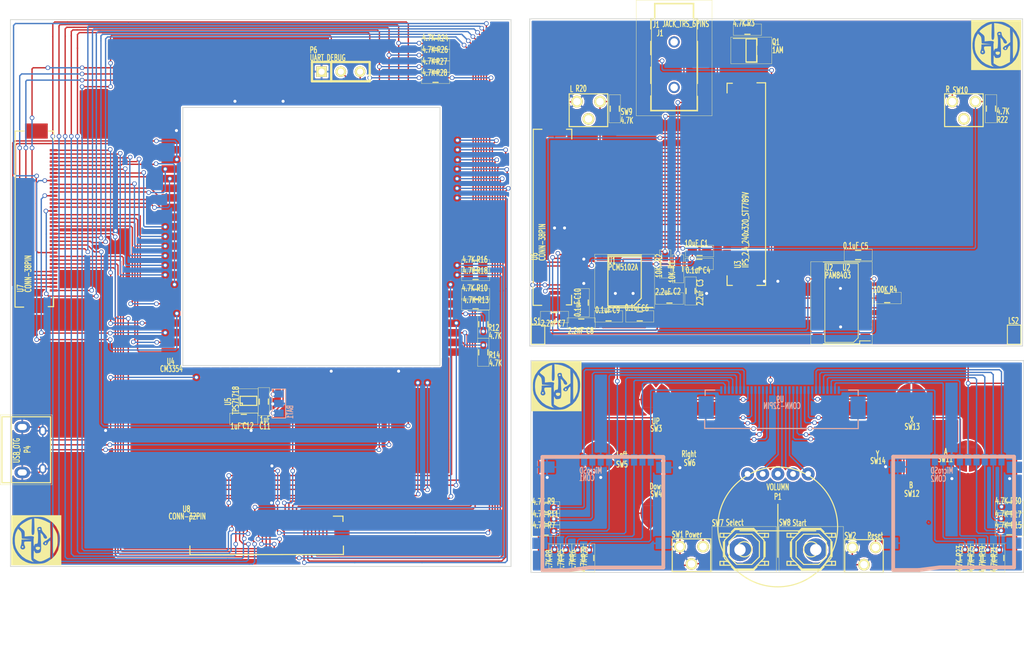
<source format=kicad_pcb>
(kicad_pcb (version 3) (host pcbnew "(22-Jun-2014 BZR 4027)-stable")
  (layers (15 F.Cu signal) (0 B.Cu signal) (18 B.Paste user) (19 F.Paste user) (20 B.SilkS user) (21 F.SilkS user) (22 B.Mask user) (23 F.Mask user) (28 Edge.Cuts user))
  (net 0 "")
  (net 1 +3.3V)
  (net 2 +5V)
  (net 3 A)
  (net 4 AUDIO_BCK)
  (net 5 AUDIO_DIN)
  (net 6 AUDIO_LRCK)
  (net 7 AUDIO_MUTE)
  (net 8 B)
  (net 9 B0_A)
  (net 10 B0_AUDIO_BCK)
  (net 11 B0_AUDIO_DIN)
  (net 12 B0_AUDIO_LRCK)
  (net 13 B0_AUDIO_MUTE)
  (net 14 B0_B)
  (net 15 B0_DOWN)
  (net 16 B0_INL)
  (net 17 B0_INR)
  (net 18 B0_L)
  (net 19 B0_LCD_CS)
  (net 20 B0_LCD_DB0)
  (net 21 B0_LCD_DB1)
  (net 22 B0_LCD_DB10)
  (net 23 B0_LCD_DB11)
  (net 24 B0_LCD_DB12)
  (net 25 B0_LCD_DB13)
  (net 26 B0_LCD_DB14)
  (net 27 B0_LCD_DB15)
  (net 28 B0_LCD_DB2)
  (net 29 B0_LCD_DB3)
  (net 30 B0_LCD_DB4)
  (net 31 B0_LCD_DB5)
  (net 32 B0_LCD_DB6)
  (net 33 B0_LCD_DB7)
  (net 34 B0_LCD_DB8)
  (net 35 B0_LCD_DB9)
  (net 36 B0_LCD_ENABLE)
  (net 37 B0_LCD_HSYNC)
  (net 38 B0_LCD_PCLK)
  (net 39 B0_LCD_RESET)
  (net 40 B0_LCD_SCL)
  (net 41 B0_LCD_SDI)
  (net 42 B0_LCD_SDO)
  (net 43 B0_LCD_VSYNC)
  (net 44 B0_LED_PWM)
  (net 45 B0_LEFT)
  (net 46 B0_OUTL)
  (net 47 B0_OUTR)
  (net 48 B0_POWER)
  (net 49 B0_R)
  (net 50 B0_RESET)
  (net 51 B0_RIGHT)
  (net 52 B0_SD0_CD)
  (net 53 B0_SD0_CLK)
  (net 54 B0_SD0_CMD)
  (net 55 B0_SD0_DAT0)
  (net 56 B0_SD0_DAT1)
  (net 57 B0_SD0_DAT2)
  (net 58 B0_SD0_DAT3)
  (net 59 B0_SD1_CD)
  (net 60 B0_SD1_CLK)
  (net 61 B0_SD1_CMD)
  (net 62 B0_SD1_DAT0)
  (net 63 B0_SD1_DAT1)
  (net 64 B0_SD1_DAT2)
  (net 65 B0_SD1_DAT3)
  (net 66 B0_SELECT)
  (net 67 B0_START)
  (net 68 B0_UP)
  (net 69 B0_X)
  (net 70 B0_Y)
  (net 71 B1_3.3V)
  (net 72 B1_GND)
  (net 73 B2_3.3V)
  (net 74 B2_GND)
  (net 75 B2_INL)
  (net 76 B2_INR)
  (net 77 B2_OUTL)
  (net 78 B2_OUTR)
  (net 79 BAT_+)
  (net 80 BAT_T)
  (net 81 DOWN)
  (net 82 GND)
  (net 83 INL)
  (net 84 INR)
  (net 85 L)
  (net 86 LCD_CS)
  (net 87 LCD_DB0)
  (net 88 LCD_DB1)
  (net 89 LCD_DB10)
  (net 90 LCD_DB11)
  (net 91 LCD_DB12)
  (net 92 LCD_DB13)
  (net 93 LCD_DB14)
  (net 94 LCD_DB15)
  (net 95 LCD_DB2)
  (net 96 LCD_DB3)
  (net 97 LCD_DB4)
  (net 98 LCD_DB5)
  (net 99 LCD_DB6)
  (net 100 LCD_DB7)
  (net 101 LCD_DB8)
  (net 102 LCD_DB9)
  (net 103 LCD_ENABLE)
  (net 104 LCD_HSYNC)
  (net 105 LCD_PCLK)
  (net 106 LCD_RESET)
  (net 107 LCD_SCL)
  (net 108 LCD_SDI)
  (net 109 LCD_SDO)
  (net 110 LCD_VSYNC)
  (net 111 LED_K)
  (net 112 LED_PWM)
  (net 113 LEFT)
  (net 114 MUTE)
  (net 115 N-000001)
  (net 116 N-0000010)
  (net 117 N-0000011)
  (net 118 N-0000012)
  (net 119 N-00000147)
  (net 120 N-00000185)
  (net 121 N-000002)
  (net 122 N-000003)
  (net 123 N-0000056)
  (net 124 OUTL)
  (net 125 OUTR)
  (net 126 OUT_L+)
  (net 127 OUT_L-)
  (net 128 OUT_R+)
  (net 129 OUT_R-)
  (net 130 POWER)
  (net 131 R)
  (net 132 RESET)
  (net 133 RIGHT)
  (net 134 RTC_+)
  (net 135 SD0_CD)
  (net 136 SD0_CLK)
  (net 137 SD0_CMD)
  (net 138 SD0_DAT0)
  (net 139 SD0_DAT1)
  (net 140 SD0_DAT2)
  (net 141 SD0_DAT3)
  (net 142 SD1_CD)
  (net 143 SD1_CLK)
  (net 144 SD1_CMD)
  (net 145 SD1_DAT0)
  (net 146 SD1_DAT1)
  (net 147 SD1_DAT2)
  (net 148 SD1_DAT3)
  (net 149 SELECT)
  (net 150 START)
  (net 151 UART_RX)
  (net 152 UART_TX)
  (net 153 UP)
  (net 154 USB_DM)
  (net 155 USB_DP)
  (net 156 X)
  (net 157 Y)
  (module SIL-3 (layer F.Cu) (at 191.008 112.9284)
    (fp_text reference P6 (at -3.6068 -2.8448) (layer F.SilkS) (effects (font (size 0.8 0.5) (thickness 0.125))))
    (fp_text value UART_DEBUG (at -1.7272 -1.8288) (layer F.SilkS) (effects (font (size 0.8 0.5) (thickness 0.125))))
    (pad 1 thru_hole rect (at -2.54 0) (size 1.397 1.397) (drill 0.8128) (layers *.Cu *.Mask F.SilkS) (net 82 GND))
    (pad 2 thru_hole circle (at 0 0) (size 1.397 1.397) (drill 0.8128) (layers *.Cu *.Mask F.SilkS) (net 152 UART_TX))
    (pad 3 thru_hole circle (at 2.54 0) (size 1.397 1.397) (drill 0.8128) (layers *.Cu *.Mask F.SilkS) (net 151 UART_RX))
  )
  (module MyFT_Volumn (layer F.Cu) (at 248.65076 173.5074)
    (fp_text reference P1 (at 0.017506 -4.5) (layer F.SilkS) (effects (font (size 0.8 0.5) (thickness 0.125))))
    (fp_text value VOLUMN (at 0.01524 -5.7658) (layer F.SilkS) (effects (font (size 0.8 0.5) (thickness 0.125))))
    (pad 1 thru_hole circle (at 4.017506 -7.5 180) (size 1.7 1.7) (drill 0.762) (layers *.Cu *.Mask) (net 124 OUTL))
    (pad 2 thru_hole circle (at 2.017506 -7.5 180) (size 1.7 1.7) (drill 0.762) (layers *.Cu *.Mask) (net 125 OUTR))
    (pad 3 thru_hole circle (at 0.017506 -7.5 180) (size 1.7 1.7) (drill 0.762) (layers *.Cu *.Mask) (net 84 INR))
    (pad 4 thru_hole circle (at -1.982494 -7.5 180) (size 1.7 1.7) (drill 0.762) (layers *.Cu *.Mask) (net 83 INL))
    (pad 5 thru_hole circle (at -3.982494 -7.5 180) (size 1.7 1.7) (drill 0.762) (layers *.Cu *.Mask))
    (pad 6 thru_hole circle (at 5.017506 2.5 180) (size 3 3) (drill 1.5) (layers *.Cu *.Mask))
    (pad 7 thru_hole circle (at -4.982494 2.5 180) (size 3 3) (drill 1.5) (layers *.Cu *.Mask))
  )
  (module MyFT_USB_Micro-B (layer F.Cu) (at 150.114 162.814 270)
    (fp_text reference P4 (at -0.0508 0.4572 270) (layer F.SilkS) (effects (font (size 0.8 0.5) (thickness 0.125))))
    (fp_text value USB_OTG (at 0.1016 1.8796 270) (layer F.SilkS) (effects (font (size 0.8 0.5) (thickness 0.125))))
    (pad 1 smd rect (at -1.3009 -1.56254) (size 1.35 0.4) (layers F.Cu F.Paste F.Mask) (net 2 +5V))
    (pad 2 smd rect (at -0.6509 -1.56254) (size 1.35 0.4) (layers F.Cu F.Paste F.Mask) (net 154 USB_DM))
    (pad 3 smd rect (at -0.0009 -1.56254) (size 1.35 0.4) (layers F.Cu F.Paste F.Mask) (net 155 USB_DP))
    (pad 4 smd rect (at 0.6491 -1.56254) (size 1.35 0.4) (layers F.Cu F.Paste F.Mask) (net 82 GND))
    (pad 5 smd rect (at 1.2991 -1.56254) (size 1.35 0.4) (layers F.Cu F.Paste F.Mask) (net 82 GND))
    (pad 6 thru_hole oval (at -2.5009 -1.56254) (size 0.95 1.25) (drill oval 0.55 0.85) (layers *.Cu *.Mask) (net 82 GND))
    (pad 6 thru_hole oval (at 2.4991 -1.56254) (size 0.95 1.25) (drill oval 0.55 0.85) (layers *.Cu *.Mask) (net 82 GND))
    (pad 6 thru_hole oval (at -3.0009 1.13746) (size 2.05 1.5) (drill oval 1.2 0.8) (layers *.Cu *.Mask) (net 82 GND))
    (pad 6 thru_hole oval (at 3 1.13746) (size 2.05 1.5) (drill oval 1.2 0.8) (layers *.Cu *.Mask) (net 82 GND))
  )
  (module MyFT_TSSOP-20_4.4x6.5mm_Pitch0.65mm (layer F.Cu) (at 228.44252 140.58392 180)
    (fp_text reference U1 (at 1.67132 2.76352 180) (layer F.SilkS) (effects (font (size 0.8 0.5) (thickness 0.125))))
    (fp_text value PCM5102A (at 0.19812 1.84912 180) (layer F.SilkS) (effects (font (size 0.8 0.5) (thickness 0.125))))
    (pad 1 smd rect (at -2.95 -2.925 180) (size 1.45 0.45) (layers F.Cu F.Paste F.Mask) (net 73 B2_3.3V))
    (pad 2 smd rect (at -2.95 -2.275 180) (size 1.45 0.45) (layers F.Cu F.Paste F.Mask) (net 115 N-000001))
    (pad 3 smd rect (at -2.95 -1.625 180) (size 1.45 0.45) (layers F.Cu F.Paste F.Mask) (net 74 B2_GND))
    (pad 4 smd rect (at -2.95 -0.975 180) (size 1.45 0.45) (layers F.Cu F.Paste F.Mask) (net 116 N-0000010))
    (pad 5 smd rect (at -2.95 -0.325 180) (size 1.45 0.45) (layers F.Cu F.Paste F.Mask) (net 117 N-0000011))
    (pad 6 smd rect (at -2.95 0.325 180) (size 1.45 0.45) (layers F.Cu F.Paste F.Mask) (net 121 N-000002))
    (pad 7 smd rect (at -2.95 0.975 180) (size 1.45 0.45) (layers F.Cu F.Paste F.Mask) (net 122 N-000003))
    (pad 8 smd rect (at -2.95 1.625 180) (size 1.45 0.45) (layers F.Cu F.Paste F.Mask) (net 73 B2_3.3V))
    (pad 9 smd rect (at -2.95 2.275 180) (size 1.45 0.45) (layers F.Cu F.Paste F.Mask) (net 123 N-0000056))
    (pad 10 smd rect (at -2.95 2.925 180) (size 1.45 0.45) (layers F.Cu F.Paste F.Mask) (net 73 B2_3.3V))
    (pad 11 smd rect (at 2.95 2.925 180) (size 1.45 0.45) (layers F.Cu F.Paste F.Mask) (net 74 B2_GND))
    (pad 12 smd rect (at 2.95 2.275 180) (size 1.45 0.45) (layers F.Cu F.Paste F.Mask) (net 73 B2_3.3V))
    (pad 13 smd rect (at 2.95 1.625 180) (size 1.45 0.45) (layers F.Cu F.Paste F.Mask) (net 4 AUDIO_BCK))
    (pad 14 smd rect (at 2.95 0.975 180) (size 1.45 0.45) (layers F.Cu F.Paste F.Mask) (net 5 AUDIO_DIN))
    (pad 15 smd rect (at 2.95 0.325 180) (size 1.45 0.45) (layers F.Cu F.Paste F.Mask) (net 6 AUDIO_LRCK))
    (pad 16 smd rect (at 2.95 -0.325 180) (size 1.45 0.45) (layers F.Cu F.Paste F.Mask) (net 74 B2_GND))
    (pad 17 smd rect (at 2.95 -0.975 180) (size 1.45 0.45) (layers F.Cu F.Paste F.Mask) (net 7 AUDIO_MUTE))
    (pad 18 smd rect (at 2.95 -1.625 180) (size 1.45 0.45) (layers F.Cu F.Paste F.Mask) (net 118 N-0000012))
    (pad 19 smd rect (at 2.95 -2.275 180) (size 1.45 0.45) (layers F.Cu F.Paste F.Mask) (net 74 B2_GND))
    (pad 20 smd rect (at 2.95 -2.925 180) (size 1.45 0.45) (layers F.Cu F.Paste F.Mask) (net 73 B2_3.3V))
  )
  (module MyFT_SW_SPST_TL3342 (layer F.Cu) (at 244.23116 175.9458)
    (fp_text reference SW7 (at -3.48996 -3.4798) (layer F.SilkS) (effects (font (size 0.8 0.5) (thickness 0.125))))
    (fp_text value Select (at -1.25476 -3.5306) (layer F.SilkS) (effects (font (size 0.8 0.5) (thickness 0.125))))
    (pad 1 smd rect (at -3.15 -1.9) (size 1.7 1) (layers F.Cu F.Paste F.Mask) (net 149 SELECT))
    (pad 1 smd rect (at 3.15 -1.9) (size 1.7 1) (layers F.Cu F.Paste F.Mask) (net 149 SELECT))
    (pad 2 smd rect (at -3.15 1.9) (size 1.7 1) (layers F.Cu F.Paste F.Mask) (net 72 B1_GND))
    (pad 2 smd rect (at 3.15 1.9) (size 1.7 1) (layers F.Cu F.Paste F.Mask) (net 72 B1_GND))
  )
  (module MyFT_SW_SPST_TL3342 (layer F.Cu) (at 253.07036 175.9458)
    (fp_text reference SW8 (at -3.48996 -3.5306) (layer F.SilkS) (effects (font (size 0.8 0.5) (thickness 0.125))))
    (fp_text value Start (at -1.55956 -3.4798) (layer F.SilkS) (effects (font (size 0.8 0.5) (thickness 0.125))))
    (pad 1 smd rect (at -3.15 -1.9) (size 1.7 1) (layers F.Cu F.Paste F.Mask) (net 150 START))
    (pad 1 smd rect (at 3.15 -1.9) (size 1.7 1) (layers F.Cu F.Paste F.Mask) (net 150 START))
    (pad 2 smd rect (at -3.15 1.9) (size 1.7 1) (layers F.Cu F.Paste F.Mask) (net 72 B1_GND))
    (pad 2 smd rect (at 3.15 1.9) (size 1.7 1) (layers F.Cu F.Paste F.Mask) (net 72 B1_GND))
  )
  (module MyFT_SOT-23_Handsoldering (layer F.Cu) (at 245.16588 110.12424)
    (fp_text reference Q1 (at 3.24612 -1.10744) (layer F.SilkS) (effects (font (size 0.8 0.5) (thickness 0.125))))
    (fp_text value 1AM (at 3.50012 -0.04064) (layer F.SilkS) (effects (font (size 0.8 0.5) (thickness 0.125))))
    (pad 1 smd rect (at -1.5 -0.95) (size 1.9 0.8) (layers F.Cu F.Paste F.Mask) (net 119 N-00000147))
    (pad 2 smd rect (at -1.5 0.95) (size 1.9 0.8) (layers F.Cu F.Paste F.Mask) (net 111 LED_K))
    (pad 3 smd rect (at 1.5 0) (size 1.9 0.8) (layers F.Cu F.Paste F.Mask) (net 74 B2_GND))
  )
  (module MyFT_SOP-16_4.4x10.4mm_Pitch1.27mm (layer F.Cu) (at 257.06578 143.4465 180)
    (fp_text reference U2 (at 1.64338 4.6609 180) (layer F.SilkS) (effects (font (size 0.8 0.5) (thickness 0.125))))
    (fp_text value PAM8403 (at 0.47498 3.6449 180) (layer F.SilkS) (effects (font (size 0.8 0.5) (thickness 0.125))))
    (fp_text user %R (at -0.64262 4.6609 180) (layer F.SilkS) (effects (font (size 0.8 0.5) (thickness 0.125))))
    (pad 1 smd rect (at -3.15 -4.45 180) (size 1.3 0.8) (layers F.Cu F.Paste F.Mask) (net 126 OUT_L+))
    (pad 2 smd rect (at -3.15 -3.17 180) (size 1.3 0.8) (layers F.Cu F.Paste F.Mask) (net 74 B2_GND))
    (pad 3 smd rect (at -3.15 -1.91 180) (size 1.3 0.8) (layers F.Cu F.Paste F.Mask) (net 127 OUT_L-))
    (pad 4 smd rect (at -3.15 -0.64 180) (size 1.3 0.8) (layers F.Cu F.Paste F.Mask) (net 73 B2_3.3V))
    (pad 5 smd rect (at -3.15 0.64 180) (size 1.3 0.8) (layers F.Cu F.Paste F.Mask) (net 114 MUTE))
    (pad 6 smd rect (at -3.15 1.91 180) (size 1.3 0.8) (layers F.Cu F.Paste F.Mask) (net 73 B2_3.3V))
    (pad 7 smd rect (at -3.15 3.17 180) (size 1.3 0.8) (layers F.Cu F.Paste F.Mask) (net 75 B2_INL))
    (pad 8 smd rect (at -3.15 4.45 180) (size 1.3 0.8) (layers F.Cu F.Paste F.Mask) (net 120 N-00000185))
    (pad 9 smd rect (at 3.15 4.45 180) (size 1.3 0.8) (layers F.Cu F.Paste F.Mask) (net 74 B2_GND))
    (pad 10 smd rect (at 3.15 3.17 180) (size 1.3 0.8) (layers F.Cu F.Paste F.Mask) (net 76 B2_INR))
    (pad 11 smd rect (at 3.15 1.91 180) (size 1.3 0.8) (layers F.Cu F.Paste F.Mask) (net 74 B2_GND))
    (pad 12 smd rect (at 3.15 0.64 180) (size 1.3 0.8) (layers F.Cu F.Paste F.Mask) (net 114 MUTE))
    (pad 13 smd rect (at 3.15 -0.64 180) (size 1.3 0.8) (layers F.Cu F.Paste F.Mask) (net 73 B2_3.3V))
    (pad 14 smd rect (at 3.15 -1.91 180) (size 1.3 0.8) (layers F.Cu F.Paste F.Mask) (net 129 OUT_R-))
    (pad 15 smd rect (at 3.15 -3.17 180) (size 1.3 0.8) (layers F.Cu F.Paste F.Mask) (net 74 B2_GND))
    (pad 16 smd rect (at 3.15 -4.45 180) (size 1.3 0.8) (layers F.Cu F.Paste F.Mask) (net 128 OUT_R+))
  )
  (module MyFT_SC-70-5 (layer F.Cu) (at 178.816 156.3624)
    (fp_text reference U5 (at -2.6924 0.1016 90) (layer F.SilkS) (effects (font (size 0.8 0.5) (thickness 0.125))))
    (fp_text value TPS71718 (at -1.6764 -0.0508 90) (layer F.SilkS) (effects (font (size 0.8 0.5) (thickness 0.125))))
    (pad 1 smd rect (at -0.6604 1.016) (size 0.4064 1) (layers F.Cu F.Paste F.Mask) (net 79 BAT_+))
    (pad 3 smd rect (at 0.6604 1.016) (size 0.4064 1) (layers F.Cu F.Paste F.Mask) (net 82 GND))
    (pad 2 smd rect (at 0 1.016) (size 0.4064 1) (layers F.Cu F.Paste F.Mask) (net 79 BAT_+))
    (pad 4 smd rect (at 0.6604 -1.016) (size 0.4064 1) (layers F.Cu F.Paste F.Mask))
    (pad 5 smd rect (at -0.6604 -1.016) (size 0.4064 1) (layers F.Cu F.Paste F.Mask) (net 134 RTC_+))
  )
  (module MyFT_R_0603 (layer F.Cu) (at 220.726 177.0888 90)
    (fp_text reference R5 (at 0.6604 -0.6604 90) (layer F.SilkS) (effects (font (size 0.8 0.5) (thickness 0.125))))
    (fp_text value 4.7K (at -0.9144 -0.6604 90) (layer F.SilkS) (effects (font (size 0.8 0.5) (thickness 0.125))))
    (pad 1 smd rect (at -0.95 0 90) (size 1.2 0.75) (layers F.Cu F.Paste F.Mask) (net 71 B1_3.3V))
    (pad 2 smd rect (at 0.95 0 90) (size 1.2 0.75) (layers F.Cu F.Paste F.Mask) (net 141 SD0_DAT3))
  )
  (module MyFT_R_0603 (layer F.Cu) (at 263.0932 142.7988 180)
    (fp_text reference R4 (at -0.8128 1.1176 180) (layer F.SilkS) (effects (font (size 0.8 0.5) (thickness 0.125))))
    (fp_text value 100K (at 0.8636 1.1176 180) (layer F.SilkS) (effects (font (size 0.8 0.5) (thickness 0.125))))
    (pad 1 smd rect (at -0.95 0 180) (size 1.2 0.75) (layers F.Cu F.Paste F.Mask) (net 73 B2_3.3V))
    (pad 2 smd rect (at 0.95 0 180) (size 1.2 0.75) (layers F.Cu F.Paste F.Mask) (net 114 MUTE))
  )
  (module MyFT_R_0603 (layer F.Cu) (at 222.25 177.0888 90)
    (fp_text reference R6 (at 0.6096 -0.6096 90) (layer F.SilkS) (effects (font (size 0.8 0.5) (thickness 0.125))))
    (fp_text value 4.7K (at -0.9144 -0.6604 90) (layer F.SilkS) (effects (font (size 0.8 0.5) (thickness 0.125))))
    (pad 1 smd rect (at -0.95 0 90) (size 1.2 0.75) (layers F.Cu F.Paste F.Mask) (net 71 B1_3.3V))
    (pad 2 smd rect (at 0.95 0 90) (size 1.2 0.75) (layers F.Cu F.Paste F.Mask) (net 140 SD0_DAT2))
  )
  (module MyFT_R_0603 (layer F.Cu) (at 218.0336 173.482)
    (fp_text reference R7 (at 0.762 -0.7112) (layer F.SilkS) (effects (font (size 0.8 0.5) (thickness 0.125))))
    (fp_text value 4.7K (at -0.8636 -0.7112) (layer F.SilkS) (effects (font (size 0.8 0.5) (thickness 0.125))))
    (pad 1 smd rect (at -0.95 0) (size 1.2 0.75) (layers F.Cu F.Paste F.Mask) (net 71 B1_3.3V))
    (pad 2 smd rect (at 0.95 0) (size 1.2 0.75) (layers F.Cu F.Paste F.Mask) (net 136 SD0_CLK))
  )
  (module MyFT_R_0603 (layer F.Cu) (at 219.202 177.0888 90)
    (fp_text reference R8 (at 0.6096 -0.7112 90) (layer F.SilkS) (effects (font (size 0.8 0.5) (thickness 0.125))))
    (fp_text value 4.7K (at -0.9144 -0.7112 90) (layer F.SilkS) (effects (font (size 0.8 0.5) (thickness 0.125))))
    (pad 1 smd rect (at -0.95 0 90) (size 1.2 0.75) (layers F.Cu F.Paste F.Mask) (net 71 B1_3.3V))
    (pad 2 smd rect (at 0.95 0 90) (size 1.2 0.75) (layers F.Cu F.Paste F.Mask) (net 137 SD0_CMD))
  )
  (module MyFT_R_0603 (layer F.Cu) (at 279.1968 173.4312 180)
    (fp_text reference R15 (at -0.9144 0.6604 180) (layer F.SilkS) (effects (font (size 0.8 0.5) (thickness 0.125))))
    (fp_text value 4.7K (at 1.016 0.6604 180) (layer F.SilkS) (effects (font (size 0.8 0.5) (thickness 0.125))))
    (pad 1 smd rect (at -0.95 0 180) (size 1.2 0.75) (layers F.Cu F.Paste F.Mask) (net 71 B1_3.3V))
    (pad 2 smd rect (at 0.95 0 180) (size 1.2 0.75) (layers F.Cu F.Paste F.Mask) (net 148 SD1_DAT3))
  )
  (module MyFT_R_0603 (layer F.Cu) (at 218.0336 170.434)
    (fp_text reference R9 (at 0.7112 -0.8128) (layer F.SilkS) (effects (font (size 0.8 0.5) (thickness 0.125))))
    (fp_text value 4.7K (at -0.9144 -0.762) (layer F.SilkS) (effects (font (size 0.8 0.5) (thickness 0.125))))
    (pad 1 smd rect (at -0.95 0) (size 1.2 0.75) (layers F.Cu F.Paste F.Mask) (net 71 B1_3.3V))
    (pad 2 smd rect (at 0.95 0) (size 1.2 0.75) (layers F.Cu F.Paste F.Mask) (net 139 SD0_DAT1))
  )
  (module MyFT_R_0603 (layer F.Cu) (at 218.0336 171.958)
    (fp_text reference R11 (at 0.9652 -0.6604) (layer F.SilkS) (effects (font (size 0.8 0.5) (thickness 0.125))))
    (fp_text value 4.7K (at -0.8636 -0.6604) (layer F.SilkS) (effects (font (size 0.8 0.5) (thickness 0.125))))
    (pad 1 smd rect (at -0.95 0) (size 1.2 0.75) (layers F.Cu F.Paste F.Mask) (net 71 B1_3.3V))
    (pad 2 smd rect (at 0.95 0) (size 1.2 0.75) (layers F.Cu F.Paste F.Mask) (net 138 SD0_DAT0))
  )
  (module MyFT_R_0603 (layer F.Cu) (at 209.804 146.2532 270)
    (fp_text reference R12 (at 0.4572 -1.3716 360) (layer F.SilkS) (effects (font (size 0.8 0.5) (thickness 0.125))))
    (fp_text value 4.7K (at 1.524 -1.5748 360) (layer F.SilkS) (effects (font (size 0.8 0.5) (thickness 0.125))))
    (pad 1 smd rect (at -0.95 0 270) (size 1.2 0.75) (layers F.Cu F.Paste F.Mask) (net 1 +3.3V))
    (pad 2 smd rect (at 0.95 0 270) (size 1.2 0.75) (layers F.Cu F.Paste F.Mask) (net 15 B0_DOWN))
  )
  (module MyFT_R_0603 (layer F.Cu) (at 279.1968 171.9072 180)
    (fp_text reference R17 (at -0.8636 0.5588 180) (layer F.SilkS) (effects (font (size 0.8 0.5) (thickness 0.125))))
    (fp_text value 4.7K (at 1.016 0.6096 180) (layer F.SilkS) (effects (font (size 0.8 0.5) (thickness 0.125))))
    (pad 1 smd rect (at -0.95 0 180) (size 1.2 0.75) (layers F.Cu F.Paste F.Mask) (net 71 B1_3.3V))
    (pad 2 smd rect (at 0.95 0 180) (size 1.2 0.75) (layers F.Cu F.Paste F.Mask) (net 147 SD1_DAT2))
  )
  (module MyFT_R_0603 (layer F.Cu) (at 276.352 177.0888 90)
    (fp_text reference R19 (at 0.8636 -0.6604 90) (layer F.SilkS) (effects (font (size 0.8 0.5) (thickness 0.125))))
    (fp_text value 4.7K (at -1.0668 -0.6604 90) (layer F.SilkS) (effects (font (size 0.8 0.5) (thickness 0.125))))
    (pad 1 smd rect (at -0.95 0 90) (size 1.2 0.75) (layers F.Cu F.Paste F.Mask) (net 71 B1_3.3V))
    (pad 2 smd rect (at 0.95 0 90) (size 1.2 0.75) (layers F.Cu F.Paste F.Mask) (net 143 SD1_CLK))
  )
  (module MyFT_R_0603 (layer F.Cu) (at 277.876 177.0888 90)
    (fp_text reference R21 (at 0.8128 -0.6604 90) (layer F.SilkS) (effects (font (size 0.8 0.5) (thickness 0.125))))
    (fp_text value 4.7K (at -1.016 -0.6604 90) (layer F.SilkS) (effects (font (size 0.8 0.5) (thickness 0.125))))
    (pad 1 smd rect (at -0.95 0 90) (size 1.2 0.75) (layers F.Cu F.Paste F.Mask) (net 71 B1_3.3V))
    (pad 2 smd rect (at 0.95 0 90) (size 1.2 0.75) (layers F.Cu F.Paste F.Mask) (net 144 SD1_CMD))
  )
  (module MyFT_R_0603 (layer F.Cu) (at 273.3548 177.0888 90)
    (fp_text reference R23 (at 0.9144 -0.7112 90) (layer F.SilkS) (effects (font (size 0.8 0.5) (thickness 0.125))))
    (fp_text value 4.7K (at -1.016 -0.762 90) (layer F.SilkS) (effects (font (size 0.8 0.5) (thickness 0.125))))
    (pad 1 smd rect (at -0.95 0 90) (size 1.2 0.75) (layers F.Cu F.Paste F.Mask) (net 71 B1_3.3V))
    (pad 2 smd rect (at 0.95 0 90) (size 1.2 0.75) (layers F.Cu F.Paste F.Mask) (net 146 SD1_DAT1))
  )
  (module MyFT_R_0603 (layer F.Cu) (at 274.828 177.0888 90)
    (fp_text reference R25 (at 0.8636 -0.6604 90) (layer F.SilkS) (effects (font (size 0.8 0.5) (thickness 0.125))))
    (fp_text value 4.7K (at -1.016 -0.6604 90) (layer F.SilkS) (effects (font (size 0.8 0.5) (thickness 0.125))))
    (pad 1 smd rect (at -0.95 0 90) (size 1.2 0.75) (layers F.Cu F.Paste F.Mask) (net 71 B1_3.3V))
    (pad 2 smd rect (at 0.95 0 90) (size 1.2 0.75) (layers F.Cu F.Paste F.Mask) (net 145 SD1_DAT0))
  )
  (module MyFT_R_0603 (layer F.Cu) (at 208.788 142.2908 180)
    (fp_text reference R10 (at -0.8636 0.8128 180) (layer F.SilkS) (effects (font (size 0.8 0.5) (thickness 0.125))))
    (fp_text value 4.7K (at 0.9652 0.8128 180) (layer F.SilkS) (effects (font (size 0.8 0.5) (thickness 0.125))))
    (pad 1 smd rect (at -0.95 0 180) (size 1.2 0.75) (layers F.Cu F.Paste F.Mask) (net 1 +3.3V))
    (pad 2 smd rect (at 0.95 0 180) (size 1.2 0.75) (layers F.Cu F.Paste F.Mask) (net 68 B0_UP))
  )
  (module MyFT_R_0603 (layer F.Cu) (at 208.788 143.6116 180)
    (fp_text reference R13 (at -1.016 0.5588 180) (layer F.SilkS) (effects (font (size 0.8 0.5) (thickness 0.125))))
    (fp_text value 4.7K (at 0.8128 0.5588 180) (layer F.SilkS) (effects (font (size 0.8 0.5) (thickness 0.125))))
    (pad 1 smd rect (at -0.95 0 180) (size 1.2 0.75) (layers F.Cu F.Paste F.Mask) (net 1 +3.3V))
    (pad 2 smd rect (at 0.95 0 180) (size 1.2 0.75) (layers F.Cu F.Paste F.Mask) (net 45 B0_LEFT))
  )
  (module MyFT_R_0603 (layer F.Cu) (at 279.1968 170.3832 180)
    (fp_text reference R30 (at -0.8636 0.8128 180) (layer F.SilkS) (effects (font (size 0.8 0.5) (thickness 0.125))))
    (fp_text value 4.7K (at 1.016 0.8128 180) (layer F.SilkS) (effects (font (size 0.8 0.5) (thickness 0.125))))
    (pad 1 smd rect (at -0.95 0 180) (size 1.2 0.75) (layers F.Cu F.Paste F.Mask) (net 71 B1_3.3V))
    (pad 2 smd rect (at 0.95 0 180) (size 1.2 0.75) (layers F.Cu F.Paste F.Mask) (net 142 SD1_CD))
  )
  (module MyFT_R_0603 (layer F.Cu) (at 244.6528 107.39628)
    (fp_text reference R3 (at 0.4572 -0.86868) (layer F.SilkS) (effects (font (size 0.8 0.5) (thickness 0.125))))
    (fp_text value 4.7K (at -1.0668 -0.81788) (layer F.SilkS) (effects (font (size 0.8 0.5) (thickness 0.125))))
    (pad 1 smd rect (at -0.95 0) (size 1.2 0.75) (layers F.Cu F.Paste F.Mask) (net 119 N-00000147))
    (pad 2 smd rect (at 0.95 0) (size 1.2 0.75) (layers F.Cu F.Paste F.Mask) (net 112 LED_PWM))
  )
  (module MyFT_R_0603 (layer F.Cu) (at 223.774 177.0888 270)
    (fp_text reference R29 (at -0.8128 0.6096 270) (layer F.SilkS) (effects (font (size 0.8 0.5) (thickness 0.125))))
    (fp_text value 4.7K (at 0.9652 0.7112 270) (layer F.SilkS) (effects (font (size 0.8 0.5) (thickness 0.125))))
    (pad 1 smd rect (at -0.95 0 270) (size 1.2 0.75) (layers F.Cu F.Paste F.Mask) (net 135 SD0_CD))
    (pad 2 smd rect (at 0.95 0 270) (size 1.2 0.75) (layers F.Cu F.Paste F.Mask) (net 71 B1_3.3V))
  )
  (module MyFT_R_0603 (layer F.Cu) (at 203.5048 113.7412 180)
    (fp_text reference R28 (at -0.8128 0.6604 180) (layer F.SilkS) (effects (font (size 0.8 0.5) (thickness 0.125))))
    (fp_text value 4.7K (at 0.9144 0.6604 180) (layer F.SilkS) (effects (font (size 0.8 0.5) (thickness 0.125))))
    (pad 1 smd rect (at -0.95 0 180) (size 1.2 0.75) (layers F.Cu F.Paste F.Mask) (net 1 +3.3V))
    (pad 2 smd rect (at 0.95 0 180) (size 1.2 0.75) (layers F.Cu F.Paste F.Mask) (net 70 B0_Y))
  )
  (module MyFT_R_0603 (layer F.Cu) (at 203.5048 112.268 180)
    (fp_text reference R27 (at -0.8128 0.6604 180) (layer F.SilkS) (effects (font (size 0.8 0.5) (thickness 0.125))))
    (fp_text value 4.7K (at 0.9144 0.7112 180) (layer F.SilkS) (effects (font (size 0.8 0.5) (thickness 0.125))))
    (pad 1 smd rect (at -0.95 0 180) (size 1.2 0.75) (layers F.Cu F.Paste F.Mask) (net 1 +3.3V))
    (pad 2 smd rect (at 0.95 0 180) (size 1.2 0.75) (layers F.Cu F.Paste F.Mask) (net 69 B0_X))
  )
  (module MyFT_R_0603 (layer F.Cu) (at 235.49864 138.94308 90)
    (fp_text reference R1 (at 0.51308 -0.85344 90) (layer F.SilkS) (effects (font (size 0.8 0.5) (thickness 0.125))))
    (fp_text value 10K (at -1.11252 -0.80264 90) (layer F.SilkS) (effects (font (size 0.8 0.5) (thickness 0.125))))
    (pad 1 smd rect (at -0.95 0 90) (size 1.2 0.75) (layers F.Cu F.Paste F.Mask) (net 121 N-000002))
    (pad 2 smd rect (at 0.95 0 90) (size 1.2 0.75) (layers F.Cu F.Paste F.Mask) (net 77 B2_OUTL))
  )
  (module MyFT_R_0603 (layer F.Cu) (at 233.807 138.303 90)
    (fp_text reference R2 (at 0.8382 -0.8382 90) (layer F.SilkS) (effects (font (size 0.8 0.5) (thickness 0.125))))
    (fp_text value 10K (at -1.0922 -0.8382 90) (layer F.SilkS) (effects (font (size 0.8 0.5) (thickness 0.125))))
    (pad 1 smd rect (at -0.95 0 90) (size 1.2 0.75) (layers F.Cu F.Paste F.Mask) (net 122 N-000003))
    (pad 2 smd rect (at 0.95 0 90) (size 1.2 0.75) (layers F.Cu F.Paste F.Mask) (net 78 B2_OUTR))
  )
  (module MyFT_R_0603 (layer F.Cu) (at 203.5048 110.744 180)
    (fp_text reference R26 (at -0.9144 0.7112 180) (layer F.SilkS) (effects (font (size 0.8 0.5) (thickness 0.125))))
    (fp_text value 4.7K (at 0.9144 0.7112 180) (layer F.SilkS) (effects (font (size 0.8 0.5) (thickness 0.125))))
    (pad 1 smd rect (at -0.95 0 180) (size 1.2 0.75) (layers F.Cu F.Paste F.Mask) (net 1 +3.3V))
    (pad 2 smd rect (at 0.95 0 180) (size 1.2 0.75) (layers F.Cu F.Paste F.Mask) (net 14 B0_B))
  )
  (module MyFT_R_0603 (layer F.Cu) (at 203.5048 109.22 180)
    (fp_text reference R24 (at -0.9652 0.7112 180) (layer F.SilkS) (effects (font (size 0.8 0.5) (thickness 0.125))))
    (fp_text value 4.7K (at 0.9144 0.762 180) (layer F.SilkS) (effects (font (size 0.8 0.5) (thickness 0.125))))
    (pad 1 smd rect (at -0.95 0 180) (size 1.2 0.75) (layers F.Cu F.Paste F.Mask) (net 1 +3.3V))
    (pad 2 smd rect (at 0.95 0 180) (size 1.2 0.75) (layers F.Cu F.Paste F.Mask) (net 9 B0_A))
  )
  (module MyFT_R_0603 (layer F.Cu) (at 276.7838 117.81028 90)
    (fp_text reference R22 (at -1.46812 1.4986 180) (layer F.SilkS) (effects (font (size 0.8 0.5) (thickness 0.125))))
    (fp_text value 4.7K (at -0.35052 1.6002 180) (layer F.SilkS) (effects (font (size 0.8 0.5) (thickness 0.125))))
    (pad 1 smd rect (at -0.95 0 90) (size 1.2 0.75) (layers F.Cu F.Paste F.Mask) (net 73 B2_3.3V))
    (pad 2 smd rect (at 0.95 0 90) (size 1.2 0.75) (layers F.Cu F.Paste F.Mask) (net 131 R))
  )
  (module MyFT_R_0603 (layer F.Cu) (at 227.1522 117.82044 90)
    (fp_text reference R20 (at 2.65684 -4.445 180) (layer F.SilkS) (effects (font (size 0.8 0.5) (thickness 0.125))))
    (fp_text value 4.7K (at -1.55956 1.6002 180) (layer F.SilkS) (effects (font (size 0.8 0.5) (thickness 0.125))))
    (pad 1 smd rect (at -0.95 0 90) (size 1.2 0.75) (layers F.Cu F.Paste F.Mask) (net 73 B2_3.3V))
    (pad 2 smd rect (at 0.95 0 90) (size 1.2 0.75) (layers F.Cu F.Paste F.Mask) (net 85 L))
  )
  (module MyFT_R_0603 (layer F.Cu) (at 208.788 139.7508 180)
    (fp_text reference R18 (at -0.8636 0.5588 180) (layer F.SilkS) (effects (font (size 0.8 0.5) (thickness 0.125))))
    (fp_text value 4.7K (at 0.8636 0.5588 180) (layer F.SilkS) (effects (font (size 0.8 0.5) (thickness 0.125))))
    (pad 1 smd rect (at -0.95 0 180) (size 1.2 0.75) (layers F.Cu F.Paste F.Mask) (net 1 +3.3V))
    (pad 2 smd rect (at 0.95 0 180) (size 1.2 0.75) (layers F.Cu F.Paste F.Mask) (net 67 B0_START))
  )
  (module MyFT_R_0603 (layer F.Cu) (at 208.788 138.4808 180)
    (fp_text reference R16 (at -0.8636 0.762 180) (layer F.SilkS) (effects (font (size 0.8 0.5) (thickness 0.125))))
    (fp_text value 4.7K (at 0.9144 0.762 180) (layer F.SilkS) (effects (font (size 0.8 0.5) (thickness 0.125))))
    (pad 1 smd rect (at -0.95 0 180) (size 1.2 0.75) (layers F.Cu F.Paste F.Mask) (net 1 +3.3V))
    (pad 2 smd rect (at 0.95 0 180) (size 1.2 0.75) (layers F.Cu F.Paste F.Mask) (net 66 B0_SELECT))
  )
  (module MyFT_R_0603 (layer F.Cu) (at 209.804 149.9616 90)
    (fp_text reference R14 (at -0.3556 1.4732 180) (layer F.SilkS) (effects (font (size 0.8 0.5) (thickness 0.125))))
    (fp_text value 4.7K (at -1.4224 1.6256 180) (layer F.SilkS) (effects (font (size 0.8 0.5) (thickness 0.125))))
    (pad 1 smd rect (at -0.95 0 90) (size 1.2 0.75) (layers F.Cu F.Paste F.Mask) (net 1 +3.3V))
    (pad 2 smd rect (at 0.95 0 90) (size 1.2 0.75) (layers F.Cu F.Paste F.Mask) (net 51 B0_RIGHT))
  )
  (module MyFT_PJ311_3.5mm (layer F.Cu) (at 234.98048 112.81156)
    (fp_text reference J1 (at -1.85928 -4.96316) (layer F.SilkS) (effects (font (size 0.8 0.5) (thickness 0.125))))
    (fp_text value JACK_TRS_6PINS (at 1.54432 -6.18236) (layer F.SilkS) (effects (font (size 0.8 0.5) (thickness 0.125))))
    (fp_text user %R (at -2.36728 -6.08076) (layer F.SilkS) (effects (font (size 0.8 0.5) (thickness 0.125))))
    (pad 6 smd rect (at 3.5 2.5) (size 2 1.5) (layers F.Cu F.Paste F.Mask) (net 78 B2_OUTR))
    (pad 2 smd rect (at -3.5 -1.3) (size 2 1.5) (layers F.Cu F.Paste F.Mask) (net 114 MUTE))
    (pad 1 smd rect (at -3.5 -4.7) (size 2 1.5) (layers F.Cu F.Paste F.Mask) (net 74 B2_GND))
    (pad 3 smd rect (at -3.5 2.5) (size 2 1.5) (layers F.Cu F.Paste F.Mask))
    (pad 5 smd rect (at 3.5 -1.3) (size 2 1.5) (layers F.Cu F.Paste F.Mask) (net 77 B2_OUTL))
    (pad "" thru_hole circle (at 0 -3.8) (size 1.5 1.5) (drill 1) (layers *.Cu *.Mask))
    (pad "" thru_hole circle (at 0 2.2) (size 1.5 1.5) (drill 1) (layers *.Cu *.Mask))
    (pad 4 smd rect (at 3.5 -4.7) (size 2 1.5) (layers F.Cu F.Paste F.Mask) (net 74 B2_GND))
  )
  (module MyFT_MicroSD (layer B.Cu) (at 268.13256 174.879 180)
    (fp_text reference CON2 (at -1.71704 8.255 180) (layer B.SilkS) (effects (font (size 0.8 0.5) (thickness 0.125)) (justify mirror)))
    (fp_text value MicroSD (at -2.17424 9.3218 180) (layer B.SilkS) (effects (font (size 0.8 0.5) (thickness 0.125)) (justify mirror)))
    (pad 8 smd rect (at -1.25 10.75 90) (size 1.5 0.8) (layers B.Cu B.Paste B.Mask) (net 146 SD1_DAT1))
    (pad 9 smd rect (at -10.04 10.75 90) (size 1.5 0.8) (layers B.Cu B.Paste B.Mask) (net 142 SD1_CD))
    (pad 1 smd rect (at -8.95 10.75 90) (size 1.5 0.8) (layers B.Cu B.Paste B.Mask) (net 147 SD1_DAT2))
    (pad 2 smd rect (at -7.84 10.75 90) (size 1.5 0.8) (layers B.Cu B.Paste B.Mask) (net 148 SD1_DAT3))
    (pad 3 smd rect (at -6.75 10.75 90) (size 1.5 0.8) (layers B.Cu B.Paste B.Mask) (net 144 SD1_CMD))
    (pad 4 smd rect (at -5.64 10.75 90) (size 1.5 0.8) (layers B.Cu B.Paste B.Mask) (net 71 B1_3.3V))
    (pad 5 smd rect (at -4.55 10.75 90) (size 1.5 0.8) (layers B.Cu B.Paste B.Mask) (net 143 SD1_CLK))
    (pad 6 smd rect (at -3.44 10.75 90) (size 1.5 0.8) (layers B.Cu B.Paste B.Mask) (net 72 B1_GND))
    (pad 7 smd rect (at -2.34 10.75 90) (size 1.5 0.8) (layers B.Cu B.Paste B.Mask) (net 145 SD1_DAT0))
    (pad 10 smd rect (at 3.65 9.8 180) (size 2 1.5) (layers B.Cu B.Paste B.Mask) (net 72 B1_GND))
    (pad 10 smd rect (at 4.572 -0.254 180) (size 2 1.5) (layers B.Cu B.Paste B.Mask) (net 72 B1_GND))
    (pad 10 smd rect (at -11.684 -0.254 180) (size 2 1.5) (layers B.Cu B.Paste B.Mask) (net 72 B1_GND))
    (pad 10 smd rect (at -11.75 9.75 180) (size 2 1.5) (layers B.Cu B.Paste B.Mask) (net 72 B1_GND))
  )
  (module MyFT_MicroSD (layer B.Cu) (at 221.85376 174.9044 180)
    (fp_text reference CON1 (at -1.61544 8.382 180) (layer B.SilkS) (effects (font (size 0.8 0.5) (thickness 0.125)) (justify mirror)))
    (fp_text value MicroSD (at -2.12344 9.3472 180) (layer B.SilkS) (effects (font (size 0.8 0.5) (thickness 0.125)) (justify mirror)))
    (pad 8 smd rect (at -1.25 10.75 90) (size 1.5 0.8) (layers B.Cu B.Paste B.Mask) (net 139 SD0_DAT1))
    (pad 9 smd rect (at -10.04 10.75 90) (size 1.5 0.8) (layers B.Cu B.Paste B.Mask) (net 135 SD0_CD))
    (pad 1 smd rect (at -8.95 10.75 90) (size 1.5 0.8) (layers B.Cu B.Paste B.Mask) (net 140 SD0_DAT2))
    (pad 2 smd rect (at -7.84 10.75 90) (size 1.5 0.8) (layers B.Cu B.Paste B.Mask) (net 141 SD0_DAT3))
    (pad 3 smd rect (at -6.75 10.75 90) (size 1.5 0.8) (layers B.Cu B.Paste B.Mask) (net 137 SD0_CMD))
    (pad 4 smd rect (at -5.64 10.75 90) (size 1.5 0.8) (layers B.Cu B.Paste B.Mask) (net 71 B1_3.3V))
    (pad 5 smd rect (at -4.55 10.75 90) (size 1.5 0.8) (layers B.Cu B.Paste B.Mask) (net 136 SD0_CLK))
    (pad 6 smd rect (at -3.44 10.75 90) (size 1.5 0.8) (layers B.Cu B.Paste B.Mask) (net 72 B1_GND))
    (pad 7 smd rect (at -2.34 10.75 90) (size 1.5 0.8) (layers B.Cu B.Paste B.Mask) (net 138 SD0_DAT0))
    (pad 10 smd rect (at 3.65 9.8 180) (size 2 1.5) (layers B.Cu B.Paste B.Mask) (net 72 B1_GND))
    (pad 10 smd rect (at 4.572 -0.254 180) (size 2 1.5) (layers B.Cu B.Paste B.Mask) (net 72 B1_GND))
    (pad 10 smd rect (at -11.684 -0.254 180) (size 2 1.5) (layers B.Cu B.Paste B.Mask) (net 72 B1_GND))
    (pad 10 smd rect (at -11.75 9.75 180) (size 2 1.5) (layers B.Cu B.Paste B.Mask) (net 72 B1_GND))
  )
  (module MyFT_GamePad_Circle_Cut (layer F.Cu) (at 232.59796 156.18968 180)
    (fp_text reference SW3 (at -0.01524 -3.83032 180) (layer F.SilkS) (effects (font (size 0.8 0.5) (thickness 0.125))))
    (fp_text value UP (at 0.03556 -2.86512 180) (layer F.SilkS) (effects (font (size 0.8 0.5) (thickness 0.125))))
    (fp_arc (start 0.2794 0) (end -0.7206 2) (angle 127) (layer F.Cu) (width 0.15))
    (fp_line (start -0.1524 1.3208) (end -0.7112 2.0066) (layer F.Cu) (width 0.15))
    (fp_line (start -0.1524 -1.3462) (end -0.1524 1.3208) (layer F.Cu) (width 0.15))
    (fp_line (start -0.7112 -2.0066) (end -0.1524 -1.3462) (layer F.Cu) (width 0.15))
    (fp_line (start -1.7526 -0.8382) (end -1.7526 0.762) (layer F.Cu) (width 0.15))
    (fp_line (start -1.8542 -0.6096) (end -1.8542 0.508) (layer F.Cu) (width 0.15))
    (fp_line (start -0.1778 1.0668) (end -1.6256 1.0668) (layer F.Cu) (width 0.15))
    (fp_line (start -0.1778 1.1938) (end -1.5494 1.1938) (layer F.Cu) (width 0.15))
    (fp_line (start -0.1778 1.3208) (end -1.4732 1.3208) (layer F.Cu) (width 0.15))
    (fp_line (start -0.254 1.4224) (end -1.3716 1.4224) (layer F.Cu) (width 0.15))
    (fp_line (start -0.3556 1.524) (end -1.2446 1.524) (layer F.Cu) (width 0.15))
    (fp_line (start -0.4826 1.651) (end -1.1684 1.651) (layer F.Cu) (width 0.15))
    (fp_line (start -0.5334 1.778) (end -0.9906 1.778) (layer F.Cu) (width 0.15))
    (fp_line (start -0.635 1.8796) (end -0.8382 1.8796) (layer F.Cu) (width 0.15))
    (fp_line (start -0.1778 -1.0668) (end -1.6256 -1.0668) (layer F.Cu) (width 0.15))
    (fp_line (start -0.1778 -1.1938) (end -1.5494 -1.1938) (layer F.Cu) (width 0.15))
    (fp_line (start -0.1778 -1.3208) (end -1.4732 -1.3208) (layer F.Cu) (width 0.15))
    (fp_line (start -0.3048 -1.4478) (end -1.3716 -1.4478) (layer F.Cu) (width 0.15))
    (fp_line (start -0.381 -1.5748) (end -1.27 -1.5748) (layer F.Cu) (width 0.15))
    (fp_line (start -0.4826 -1.7018) (end -1.1176 -1.7018) (layer F.Cu) (width 0.15))
    (fp_line (start -0.6096 -1.8288) (end -0.9398 -1.8288) (layer F.Cu) (width 0.15))
    (fp_line (start -0.6604 -1.905) (end -0.8382 -1.905) (layer F.Cu) (width 0.15))
    (fp_line (start 0.6858 -1.905) (end 0.8636 -1.905) (layer F.Cu) (width 0.15))
    (fp_line (start 0.635 -1.8288) (end 0.9652 -1.8288) (layer F.Cu) (width 0.15))
    (fp_line (start 0.508 -1.7018) (end 1.143 -1.7018) (layer F.Cu) (width 0.15))
    (fp_line (start 0.4064 -1.5748) (end 1.2954 -1.5748) (layer F.Cu) (width 0.15))
    (fp_line (start 0.3302 -1.4478) (end 1.397 -1.4478) (layer F.Cu) (width 0.15))
    (fp_line (start 0.2032 -1.3208) (end 1.4986 -1.3208) (layer F.Cu) (width 0.15))
    (fp_line (start 0.2032 -1.1938) (end 1.5748 -1.1938) (layer F.Cu) (width 0.15))
    (fp_line (start 0.2032 -1.0668) (end 1.651 -1.0668) (layer F.Cu) (width 0.15))
    (fp_line (start 0.6604 1.8796) (end 0.8636 1.8796) (layer F.Cu) (width 0.15))
    (fp_line (start 0.5588 1.778) (end 1.016 1.778) (layer F.Cu) (width 0.15))
    (fp_line (start 0.508 1.651) (end 1.1938 1.651) (layer F.Cu) (width 0.15))
    (fp_line (start 0.381 1.524) (end 1.27 1.524) (layer F.Cu) (width 0.15))
    (fp_line (start 0.2794 1.4224) (end 1.397 1.4224) (layer F.Cu) (width 0.15))
    (fp_line (start 0.2032 1.3208) (end 1.4986 1.3208) (layer F.Cu) (width 0.15))
    (fp_line (start 0.2032 1.1938) (end 1.5748 1.1938) (layer F.Cu) (width 0.15))
    (fp_line (start 0.2032 1.0668) (end 1.651 1.0668) (layer F.Cu) (width 0.15))
    (fp_line (start 1.8796 -0.6096) (end 1.8796 0.508) (layer F.Cu) (width 0.15))
    (fp_line (start 1.778 -0.8382) (end 1.778 0.762) (layer F.Cu) (width 0.15))
    (fp_line (start 0.7366 -2.0066) (end 0.1778 -1.3462) (layer F.Cu) (width 0.15))
    (fp_line (start 0.1778 -1.3462) (end 0.1778 1.3208) (layer F.Cu) (width 0.15))
    (fp_line (start 0.1778 1.3208) (end 0.7366 2.0066) (layer F.Cu) (width 0.15))
    (fp_arc (start -0.254 0) (end 0.746 2) (angle -127) (layer F.Cu) (width 0.15))
    (pad 1 smd rect (at -0.9398 0) (size 1.6 2) (layers F.Cu F.Paste F.Mask) (net 153 UP))
    (pad 2 smd rect (at 0.9652 0 180) (size 1.6 2) (layers F.Cu F.Paste F.Mask) (net 72 B1_GND))
  )
  (module MyFT_GamePad_Circle_Cut (layer F.Cu) (at 232.59796 171.18584 180)
    (fp_text reference SW4 (at -0.01524 2.52984 180) (layer F.SilkS) (effects (font (size 0.8 0.5) (thickness 0.125))))
    (fp_text value Down (at -0.11684 3.54584 180) (layer F.SilkS) (effects (font (size 0.8 0.5) (thickness 0.125))))
    (fp_arc (start 0.2794 0) (end -0.7206 2) (angle 127) (layer F.Cu) (width 0.15))
    (fp_line (start -0.1524 1.3208) (end -0.7112 2.0066) (layer F.Cu) (width 0.15))
    (fp_line (start -0.1524 -1.3462) (end -0.1524 1.3208) (layer F.Cu) (width 0.15))
    (fp_line (start -0.7112 -2.0066) (end -0.1524 -1.3462) (layer F.Cu) (width 0.15))
    (fp_line (start -1.7526 -0.8382) (end -1.7526 0.762) (layer F.Cu) (width 0.15))
    (fp_line (start -1.8542 -0.6096) (end -1.8542 0.508) (layer F.Cu) (width 0.15))
    (fp_line (start -0.1778 1.0668) (end -1.6256 1.0668) (layer F.Cu) (width 0.15))
    (fp_line (start -0.1778 1.1938) (end -1.5494 1.1938) (layer F.Cu) (width 0.15))
    (fp_line (start -0.1778 1.3208) (end -1.4732 1.3208) (layer F.Cu) (width 0.15))
    (fp_line (start -0.254 1.4224) (end -1.3716 1.4224) (layer F.Cu) (width 0.15))
    (fp_line (start -0.3556 1.524) (end -1.2446 1.524) (layer F.Cu) (width 0.15))
    (fp_line (start -0.4826 1.651) (end -1.1684 1.651) (layer F.Cu) (width 0.15))
    (fp_line (start -0.5334 1.778) (end -0.9906 1.778) (layer F.Cu) (width 0.15))
    (fp_line (start -0.635 1.8796) (end -0.8382 1.8796) (layer F.Cu) (width 0.15))
    (fp_line (start -0.1778 -1.0668) (end -1.6256 -1.0668) (layer F.Cu) (width 0.15))
    (fp_line (start -0.1778 -1.1938) (end -1.5494 -1.1938) (layer F.Cu) (width 0.15))
    (fp_line (start -0.1778 -1.3208) (end -1.4732 -1.3208) (layer F.Cu) (width 0.15))
    (fp_line (start -0.3048 -1.4478) (end -1.3716 -1.4478) (layer F.Cu) (width 0.15))
    (fp_line (start -0.381 -1.5748) (end -1.27 -1.5748) (layer F.Cu) (width 0.15))
    (fp_line (start -0.4826 -1.7018) (end -1.1176 -1.7018) (layer F.Cu) (width 0.15))
    (fp_line (start -0.6096 -1.8288) (end -0.9398 -1.8288) (layer F.Cu) (width 0.15))
    (fp_line (start -0.6604 -1.905) (end -0.8382 -1.905) (layer F.Cu) (width 0.15))
    (fp_line (start 0.6858 -1.905) (end 0.8636 -1.905) (layer F.Cu) (width 0.15))
    (fp_line (start 0.635 -1.8288) (end 0.9652 -1.8288) (layer F.Cu) (width 0.15))
    (fp_line (start 0.508 -1.7018) (end 1.143 -1.7018) (layer F.Cu) (width 0.15))
    (fp_line (start 0.4064 -1.5748) (end 1.2954 -1.5748) (layer F.Cu) (width 0.15))
    (fp_line (start 0.3302 -1.4478) (end 1.397 -1.4478) (layer F.Cu) (width 0.15))
    (fp_line (start 0.2032 -1.3208) (end 1.4986 -1.3208) (layer F.Cu) (width 0.15))
    (fp_line (start 0.2032 -1.1938) (end 1.5748 -1.1938) (layer F.Cu) (width 0.15))
    (fp_line (start 0.2032 -1.0668) (end 1.651 -1.0668) (layer F.Cu) (width 0.15))
    (fp_line (start 0.6604 1.8796) (end 0.8636 1.8796) (layer F.Cu) (width 0.15))
    (fp_line (start 0.5588 1.778) (end 1.016 1.778) (layer F.Cu) (width 0.15))
    (fp_line (start 0.508 1.651) (end 1.1938 1.651) (layer F.Cu) (width 0.15))
    (fp_line (start 0.381 1.524) (end 1.27 1.524) (layer F.Cu) (width 0.15))
    (fp_line (start 0.2794 1.4224) (end 1.397 1.4224) (layer F.Cu) (width 0.15))
    (fp_line (start 0.2032 1.3208) (end 1.4986 1.3208) (layer F.Cu) (width 0.15))
    (fp_line (start 0.2032 1.1938) (end 1.5748 1.1938) (layer F.Cu) (width 0.15))
    (fp_line (start 0.2032 1.0668) (end 1.651 1.0668) (layer F.Cu) (width 0.15))
    (fp_line (start 1.8796 -0.6096) (end 1.8796 0.508) (layer F.Cu) (width 0.15))
    (fp_line (start 1.778 -0.8382) (end 1.778 0.762) (layer F.Cu) (width 0.15))
    (fp_line (start 0.7366 -2.0066) (end 0.1778 -1.3462) (layer F.Cu) (width 0.15))
    (fp_line (start 0.1778 -1.3462) (end 0.1778 1.3208) (layer F.Cu) (width 0.15))
    (fp_line (start 0.1778 1.3208) (end 0.7366 2.0066) (layer F.Cu) (width 0.15))
    (fp_arc (start -0.254 0) (end 0.746 2) (angle -127) (layer F.Cu) (width 0.15))
    (pad 1 smd rect (at -0.9398 0) (size 1.6 2) (layers F.Cu F.Paste F.Mask) (net 81 DOWN))
    (pad 2 smd rect (at 0.9652 0 180) (size 1.6 2) (layers F.Cu F.Paste F.Mask) (net 72 B1_GND))
  )
  (module MyFT_GamePad_Circle_Cut (layer F.Cu) (at 225.0948 163.7284 270)
    (fp_text reference SW5 (at 1.016 -2.9972 360) (layer F.SilkS) (effects (font (size 0.8 0.5) (thickness 0.125))))
    (fp_text value Left (at -0.254 -2.9972 360) (layer F.SilkS) (effects (font (size 0.8 0.5) (thickness 0.125))))
    (fp_arc (start 0.2794 0) (end -0.7206 2) (angle 127) (layer F.Cu) (width 0.15))
    (fp_line (start -0.1524 1.3208) (end -0.7112 2.0066) (layer F.Cu) (width 0.15))
    (fp_line (start -0.1524 -1.3462) (end -0.1524 1.3208) (layer F.Cu) (width 0.15))
    (fp_line (start -0.7112 -2.0066) (end -0.1524 -1.3462) (layer F.Cu) (width 0.15))
    (fp_line (start -1.7526 -0.8382) (end -1.7526 0.762) (layer F.Cu) (width 0.15))
    (fp_line (start -1.8542 -0.6096) (end -1.8542 0.508) (layer F.Cu) (width 0.15))
    (fp_line (start -0.1778 1.0668) (end -1.6256 1.0668) (layer F.Cu) (width 0.15))
    (fp_line (start -0.1778 1.1938) (end -1.5494 1.1938) (layer F.Cu) (width 0.15))
    (fp_line (start -0.1778 1.3208) (end -1.4732 1.3208) (layer F.Cu) (width 0.15))
    (fp_line (start -0.254 1.4224) (end -1.3716 1.4224) (layer F.Cu) (width 0.15))
    (fp_line (start -0.3556 1.524) (end -1.2446 1.524) (layer F.Cu) (width 0.15))
    (fp_line (start -0.4826 1.651) (end -1.1684 1.651) (layer F.Cu) (width 0.15))
    (fp_line (start -0.5334 1.778) (end -0.9906 1.778) (layer F.Cu) (width 0.15))
    (fp_line (start -0.635 1.8796) (end -0.8382 1.8796) (layer F.Cu) (width 0.15))
    (fp_line (start -0.1778 -1.0668) (end -1.6256 -1.0668) (layer F.Cu) (width 0.15))
    (fp_line (start -0.1778 -1.1938) (end -1.5494 -1.1938) (layer F.Cu) (width 0.15))
    (fp_line (start -0.1778 -1.3208) (end -1.4732 -1.3208) (layer F.Cu) (width 0.15))
    (fp_line (start -0.3048 -1.4478) (end -1.3716 -1.4478) (layer F.Cu) (width 0.15))
    (fp_line (start -0.381 -1.5748) (end -1.27 -1.5748) (layer F.Cu) (width 0.15))
    (fp_line (start -0.4826 -1.7018) (end -1.1176 -1.7018) (layer F.Cu) (width 0.15))
    (fp_line (start -0.6096 -1.8288) (end -0.9398 -1.8288) (layer F.Cu) (width 0.15))
    (fp_line (start -0.6604 -1.905) (end -0.8382 -1.905) (layer F.Cu) (width 0.15))
    (fp_line (start 0.6858 -1.905) (end 0.8636 -1.905) (layer F.Cu) (width 0.15))
    (fp_line (start 0.635 -1.8288) (end 0.9652 -1.8288) (layer F.Cu) (width 0.15))
    (fp_line (start 0.508 -1.7018) (end 1.143 -1.7018) (layer F.Cu) (width 0.15))
    (fp_line (start 0.4064 -1.5748) (end 1.2954 -1.5748) (layer F.Cu) (width 0.15))
    (fp_line (start 0.3302 -1.4478) (end 1.397 -1.4478) (layer F.Cu) (width 0.15))
    (fp_line (start 0.2032 -1.3208) (end 1.4986 -1.3208) (layer F.Cu) (width 0.15))
    (fp_line (start 0.2032 -1.1938) (end 1.5748 -1.1938) (layer F.Cu) (width 0.15))
    (fp_line (start 0.2032 -1.0668) (end 1.651 -1.0668) (layer F.Cu) (width 0.15))
    (fp_line (start 0.6604 1.8796) (end 0.8636 1.8796) (layer F.Cu) (width 0.15))
    (fp_line (start 0.5588 1.778) (end 1.016 1.778) (layer F.Cu) (width 0.15))
    (fp_line (start 0.508 1.651) (end 1.1938 1.651) (layer F.Cu) (width 0.15))
    (fp_line (start 0.381 1.524) (end 1.27 1.524) (layer F.Cu) (width 0.15))
    (fp_line (start 0.2794 1.4224) (end 1.397 1.4224) (layer F.Cu) (width 0.15))
    (fp_line (start 0.2032 1.3208) (end 1.4986 1.3208) (layer F.Cu) (width 0.15))
    (fp_line (start 0.2032 1.1938) (end 1.5748 1.1938) (layer F.Cu) (width 0.15))
    (fp_line (start 0.2032 1.0668) (end 1.651 1.0668) (layer F.Cu) (width 0.15))
    (fp_line (start 1.8796 -0.6096) (end 1.8796 0.508) (layer F.Cu) (width 0.15))
    (fp_line (start 1.778 -0.8382) (end 1.778 0.762) (layer F.Cu) (width 0.15))
    (fp_line (start 0.7366 -2.0066) (end 0.1778 -1.3462) (layer F.Cu) (width 0.15))
    (fp_line (start 0.1778 -1.3462) (end 0.1778 1.3208) (layer F.Cu) (width 0.15))
    (fp_line (start 0.1778 1.3208) (end 0.7366 2.0066) (layer F.Cu) (width 0.15))
    (fp_arc (start -0.254 0) (end 0.746 2) (angle -127) (layer F.Cu) (width 0.15))
    (pad 1 smd rect (at -0.9398 0 90) (size 1.6 2) (layers F.Cu F.Paste F.Mask) (net 113 LEFT))
    (pad 2 smd rect (at 0.9652 0 270) (size 1.6 2) (layers F.Cu F.Paste F.Mask) (net 72 B1_GND))
  )
  (module MyFT_GamePad_Circle_Cut (layer F.Cu) (at 240.1316 163.6776 270)
    (fp_text reference SW6 (at 0.8636 3.0988 360) (layer F.SilkS) (effects (font (size 0.8 0.5) (thickness 0.125))))
    (fp_text value Right (at -0.3048 3.2004 360) (layer F.SilkS) (effects (font (size 0.8 0.5) (thickness 0.125))))
    (fp_arc (start 0.2794 0) (end -0.7206 2) (angle 127) (layer F.Cu) (width 0.15))
    (fp_line (start -0.1524 1.3208) (end -0.7112 2.0066) (layer F.Cu) (width 0.15))
    (fp_line (start -0.1524 -1.3462) (end -0.1524 1.3208) (layer F.Cu) (width 0.15))
    (fp_line (start -0.7112 -2.0066) (end -0.1524 -1.3462) (layer F.Cu) (width 0.15))
    (fp_line (start -1.7526 -0.8382) (end -1.7526 0.762) (layer F.Cu) (width 0.15))
    (fp_line (start -1.8542 -0.6096) (end -1.8542 0.508) (layer F.Cu) (width 0.15))
    (fp_line (start -0.1778 1.0668) (end -1.6256 1.0668) (layer F.Cu) (width 0.15))
    (fp_line (start -0.1778 1.1938) (end -1.5494 1.1938) (layer F.Cu) (width 0.15))
    (fp_line (start -0.1778 1.3208) (end -1.4732 1.3208) (layer F.Cu) (width 0.15))
    (fp_line (start -0.254 1.4224) (end -1.3716 1.4224) (layer F.Cu) (width 0.15))
    (fp_line (start -0.3556 1.524) (end -1.2446 1.524) (layer F.Cu) (width 0.15))
    (fp_line (start -0.4826 1.651) (end -1.1684 1.651) (layer F.Cu) (width 0.15))
    (fp_line (start -0.5334 1.778) (end -0.9906 1.778) (layer F.Cu) (width 0.15))
    (fp_line (start -0.635 1.8796) (end -0.8382 1.8796) (layer F.Cu) (width 0.15))
    (fp_line (start -0.1778 -1.0668) (end -1.6256 -1.0668) (layer F.Cu) (width 0.15))
    (fp_line (start -0.1778 -1.1938) (end -1.5494 -1.1938) (layer F.Cu) (width 0.15))
    (fp_line (start -0.1778 -1.3208) (end -1.4732 -1.3208) (layer F.Cu) (width 0.15))
    (fp_line (start -0.3048 -1.4478) (end -1.3716 -1.4478) (layer F.Cu) (width 0.15))
    (fp_line (start -0.381 -1.5748) (end -1.27 -1.5748) (layer F.Cu) (width 0.15))
    (fp_line (start -0.4826 -1.7018) (end -1.1176 -1.7018) (layer F.Cu) (width 0.15))
    (fp_line (start -0.6096 -1.8288) (end -0.9398 -1.8288) (layer F.Cu) (width 0.15))
    (fp_line (start -0.6604 -1.905) (end -0.8382 -1.905) (layer F.Cu) (width 0.15))
    (fp_line (start 0.6858 -1.905) (end 0.8636 -1.905) (layer F.Cu) (width 0.15))
    (fp_line (start 0.635 -1.8288) (end 0.9652 -1.8288) (layer F.Cu) (width 0.15))
    (fp_line (start 0.508 -1.7018) (end 1.143 -1.7018) (layer F.Cu) (width 0.15))
    (fp_line (start 0.4064 -1.5748) (end 1.2954 -1.5748) (layer F.Cu) (width 0.15))
    (fp_line (start 0.3302 -1.4478) (end 1.397 -1.4478) (layer F.Cu) (width 0.15))
    (fp_line (start 0.2032 -1.3208) (end 1.4986 -1.3208) (layer F.Cu) (width 0.15))
    (fp_line (start 0.2032 -1.1938) (end 1.5748 -1.1938) (layer F.Cu) (width 0.15))
    (fp_line (start 0.2032 -1.0668) (end 1.651 -1.0668) (layer F.Cu) (width 0.15))
    (fp_line (start 0.6604 1.8796) (end 0.8636 1.8796) (layer F.Cu) (width 0.15))
    (fp_line (start 0.5588 1.778) (end 1.016 1.778) (layer F.Cu) (width 0.15))
    (fp_line (start 0.508 1.651) (end 1.1938 1.651) (layer F.Cu) (width 0.15))
    (fp_line (start 0.381 1.524) (end 1.27 1.524) (layer F.Cu) (width 0.15))
    (fp_line (start 0.2794 1.4224) (end 1.397 1.4224) (layer F.Cu) (width 0.15))
    (fp_line (start 0.2032 1.3208) (end 1.4986 1.3208) (layer F.Cu) (width 0.15))
    (fp_line (start 0.2032 1.1938) (end 1.5748 1.1938) (layer F.Cu) (width 0.15))
    (fp_line (start 0.2032 1.0668) (end 1.651 1.0668) (layer F.Cu) (width 0.15))
    (fp_line (start 1.8796 -0.6096) (end 1.8796 0.508) (layer F.Cu) (width 0.15))
    (fp_line (start 1.778 -0.8382) (end 1.778 0.762) (layer F.Cu) (width 0.15))
    (fp_line (start 0.7366 -2.0066) (end 0.1778 -1.3462) (layer F.Cu) (width 0.15))
    (fp_line (start 0.1778 -1.3462) (end 0.1778 1.3208) (layer F.Cu) (width 0.15))
    (fp_line (start 0.1778 1.3208) (end 0.7366 2.0066) (layer F.Cu) (width 0.15))
    (fp_arc (start -0.254 0) (end 0.746 2) (angle -127) (layer F.Cu) (width 0.15))
    (pad 1 smd rect (at -0.9398 0 90) (size 1.6 2) (layers F.Cu F.Paste F.Mask) (net 133 RIGHT))
    (pad 2 smd rect (at 0.9652 0 270) (size 1.6 2) (layers F.Cu F.Paste F.Mask) (net 72 B1_GND))
  )
  (module MyFT_GamePad_Circle (layer F.Cu) (at 273.74596 163.6522)
    (fp_text reference SW11 (at -2.98196 0.381) (layer F.SilkS) (effects (font (size 0.8 0.5) (thickness 0.125))))
    (fp_text value A (at -2.93116 -0.5842) (layer F.SilkS) (effects (font (size 0.8 0.5) (thickness 0.125))))
    (fp_arc (start 0 0) (end -0.2 2) (angle 168.5) (layer F.Cu) (width 0.15))
    (fp_line (start -0.2032 -1.9812) (end -0.2032 1.9812) (layer F.Cu) (width 0.15))
    (fp_line (start -0.2286 1.0414) (end -1.6256 1.0414) (layer F.Cu) (width 0.15))
    (fp_line (start -0.2286 1.1684) (end -1.5494 1.1684) (layer F.Cu) (width 0.15))
    (fp_line (start -0.2286 1.2954) (end -1.4732 1.2954) (layer F.Cu) (width 0.15))
    (fp_line (start -0.2286 1.4224) (end -1.3462 1.4224) (layer F.Cu) (width 0.15))
    (fp_line (start -0.2286 1.5494) (end -1.2192 1.5494) (layer F.Cu) (width 0.15))
    (fp_line (start -0.2286 1.6764) (end -1.016 1.6764) (layer F.Cu) (width 0.15))
    (fp_line (start -0.2286 1.8034) (end -0.7874 1.8034) (layer F.Cu) (width 0.15))
    (fp_line (start -0.2286 1.905) (end -0.4318 1.905) (layer F.Cu) (width 0.15))
    (fp_line (start -1.8288 0.7112) (end -1.8288 -0.7112) (layer F.Cu) (width 0.15))
    (fp_line (start -1.9304 0.381) (end -1.9304 -0.4318) (layer F.Cu) (width 0.15))
    (fp_line (start -0.2286 -1.0414) (end -1.6256 -1.0414) (layer F.Cu) (width 0.15))
    (fp_line (start -0.2286 -1.1684) (end -1.5748 -1.1684) (layer F.Cu) (width 0.15))
    (fp_line (start -0.2286 -1.2954) (end -1.4478 -1.2954) (layer F.Cu) (width 0.15))
    (fp_line (start -0.2286 -1.4224) (end -1.3462 -1.4224) (layer F.Cu) (width 0.15))
    (fp_line (start -0.2286 -1.524) (end -1.2192 -1.524) (layer F.Cu) (width 0.15))
    (fp_line (start -0.2286 -1.651) (end -1.0922 -1.651) (layer F.Cu) (width 0.15))
    (fp_line (start -0.2286 -1.778) (end -0.8636 -1.778) (layer F.Cu) (width 0.15))
    (fp_line (start -0.2286 -1.8796) (end -0.5334 -1.8796) (layer F.Cu) (width 0.15))
    (fp_line (start 0.2286 -1.8796) (end 0.5334 -1.8796) (layer F.Cu) (width 0.15))
    (fp_line (start 0.2286 -1.778) (end 0.8636 -1.778) (layer F.Cu) (width 0.15))
    (fp_line (start 0.2286 -1.651) (end 1.0922 -1.651) (layer F.Cu) (width 0.15))
    (fp_line (start 0.2286 -1.524) (end 1.2192 -1.524) (layer F.Cu) (width 0.15))
    (fp_line (start 0.2286 -1.4224) (end 1.3462 -1.4224) (layer F.Cu) (width 0.15))
    (fp_line (start 0.2286 -1.2954) (end 1.4478 -1.2954) (layer F.Cu) (width 0.15))
    (fp_line (start 0.2286 -1.1684) (end 1.5748 -1.1684) (layer F.Cu) (width 0.15))
    (fp_line (start 0.2286 -1.0414) (end 1.6256 -1.0414) (layer F.Cu) (width 0.15))
    (fp_line (start 1.9304 0.381) (end 1.9304 -0.4318) (layer F.Cu) (width 0.15))
    (fp_line (start 1.8288 0.7112) (end 1.8288 -0.7112) (layer F.Cu) (width 0.15))
    (fp_line (start 0.2286 1.905) (end 0.4318 1.905) (layer F.Cu) (width 0.15))
    (fp_line (start 0.2286 1.8034) (end 0.7874 1.8034) (layer F.Cu) (width 0.15))
    (fp_line (start 0.2286 1.6764) (end 1.016 1.6764) (layer F.Cu) (width 0.15))
    (fp_line (start 0.2286 1.5494) (end 1.2192 1.5494) (layer F.Cu) (width 0.15))
    (fp_line (start 0.2286 1.4224) (end 1.3462 1.4224) (layer F.Cu) (width 0.15))
    (fp_line (start 0.2286 1.2954) (end 1.4732 1.2954) (layer F.Cu) (width 0.15))
    (fp_line (start 0.2286 1.1684) (end 1.5494 1.1684) (layer F.Cu) (width 0.15))
    (fp_line (start 0.2286 1.0414) (end 1.6256 1.0414) (layer F.Cu) (width 0.15))
    (fp_line (start 0.2032 -1.9812) (end 0.2032 1.9812) (layer F.Cu) (width 0.15))
    (fp_arc (start 0 0) (end 0.2 2) (angle -168.5) (layer F.Cu) (width 0.15))
    (pad 1 smd rect (at -0.9906 0 180) (size 1.6 2) (layers F.Cu F.Paste F.Mask) (net 3 A))
    (pad 2 smd rect (at 0.9906 0) (size 1.6 2) (layers F.Cu F.Paste F.Mask) (net 72 B1_GND))
  )
  (module MyFT_GamePad_Circle (layer F.Cu) (at 266.27836 171.1706)
    (fp_text reference SW12 (at 0.06604 -2.5654) (layer F.SilkS) (effects (font (size 0.8 0.5) (thickness 0.125))))
    (fp_text value B (at -0.03556 -3.683) (layer F.SilkS) (effects (font (size 0.8 0.5) (thickness 0.125))))
    (fp_arc (start 0 0) (end -0.2 2) (angle 168.5) (layer F.Cu) (width 0.15))
    (fp_line (start -0.2032 -1.9812) (end -0.2032 1.9812) (layer F.Cu) (width 0.15))
    (fp_line (start -0.2286 1.0414) (end -1.6256 1.0414) (layer F.Cu) (width 0.15))
    (fp_line (start -0.2286 1.1684) (end -1.5494 1.1684) (layer F.Cu) (width 0.15))
    (fp_line (start -0.2286 1.2954) (end -1.4732 1.2954) (layer F.Cu) (width 0.15))
    (fp_line (start -0.2286 1.4224) (end -1.3462 1.4224) (layer F.Cu) (width 0.15))
    (fp_line (start -0.2286 1.5494) (end -1.2192 1.5494) (layer F.Cu) (width 0.15))
    (fp_line (start -0.2286 1.6764) (end -1.016 1.6764) (layer F.Cu) (width 0.15))
    (fp_line (start -0.2286 1.8034) (end -0.7874 1.8034) (layer F.Cu) (width 0.15))
    (fp_line (start -0.2286 1.905) (end -0.4318 1.905) (layer F.Cu) (width 0.15))
    (fp_line (start -1.8288 0.7112) (end -1.8288 -0.7112) (layer F.Cu) (width 0.15))
    (fp_line (start -1.9304 0.381) (end -1.9304 -0.4318) (layer F.Cu) (width 0.15))
    (fp_line (start -0.2286 -1.0414) (end -1.6256 -1.0414) (layer F.Cu) (width 0.15))
    (fp_line (start -0.2286 -1.1684) (end -1.5748 -1.1684) (layer F.Cu) (width 0.15))
    (fp_line (start -0.2286 -1.2954) (end -1.4478 -1.2954) (layer F.Cu) (width 0.15))
    (fp_line (start -0.2286 -1.4224) (end -1.3462 -1.4224) (layer F.Cu) (width 0.15))
    (fp_line (start -0.2286 -1.524) (end -1.2192 -1.524) (layer F.Cu) (width 0.15))
    (fp_line (start -0.2286 -1.651) (end -1.0922 -1.651) (layer F.Cu) (width 0.15))
    (fp_line (start -0.2286 -1.778) (end -0.8636 -1.778) (layer F.Cu) (width 0.15))
    (fp_line (start -0.2286 -1.8796) (end -0.5334 -1.8796) (layer F.Cu) (width 0.15))
    (fp_line (start 0.2286 -1.8796) (end 0.5334 -1.8796) (layer F.Cu) (width 0.15))
    (fp_line (start 0.2286 -1.778) (end 0.8636 -1.778) (layer F.Cu) (width 0.15))
    (fp_line (start 0.2286 -1.651) (end 1.0922 -1.651) (layer F.Cu) (width 0.15))
    (fp_line (start 0.2286 -1.524) (end 1.2192 -1.524) (layer F.Cu) (width 0.15))
    (fp_line (start 0.2286 -1.4224) (end 1.3462 -1.4224) (layer F.Cu) (width 0.15))
    (fp_line (start 0.2286 -1.2954) (end 1.4478 -1.2954) (layer F.Cu) (width 0.15))
    (fp_line (start 0.2286 -1.1684) (end 1.5748 -1.1684) (layer F.Cu) (width 0.15))
    (fp_line (start 0.2286 -1.0414) (end 1.6256 -1.0414) (layer F.Cu) (width 0.15))
    (fp_line (start 1.9304 0.381) (end 1.9304 -0.4318) (layer F.Cu) (width 0.15))
    (fp_line (start 1.8288 0.7112) (end 1.8288 -0.7112) (layer F.Cu) (width 0.15))
    (fp_line (start 0.2286 1.905) (end 0.4318 1.905) (layer F.Cu) (width 0.15))
    (fp_line (start 0.2286 1.8034) (end 0.7874 1.8034) (layer F.Cu) (width 0.15))
    (fp_line (start 0.2286 1.6764) (end 1.016 1.6764) (layer F.Cu) (width 0.15))
    (fp_line (start 0.2286 1.5494) (end 1.2192 1.5494) (layer F.Cu) (width 0.15))
    (fp_line (start 0.2286 1.4224) (end 1.3462 1.4224) (layer F.Cu) (width 0.15))
    (fp_line (start 0.2286 1.2954) (end 1.4732 1.2954) (layer F.Cu) (width 0.15))
    (fp_line (start 0.2286 1.1684) (end 1.5494 1.1684) (layer F.Cu) (width 0.15))
    (fp_line (start 0.2286 1.0414) (end 1.6256 1.0414) (layer F.Cu) (width 0.15))
    (fp_line (start 0.2032 -1.9812) (end 0.2032 1.9812) (layer F.Cu) (width 0.15))
    (fp_arc (start 0 0) (end 0.2 2) (angle -168.5) (layer F.Cu) (width 0.15))
    (pad 1 smd rect (at -0.9906 0 180) (size 1.6 2) (layers F.Cu F.Paste F.Mask) (net 8 B))
    (pad 2 smd rect (at 0.9906 0) (size 1.6 2) (layers F.Cu F.Paste F.Mask) (net 72 B1_GND))
  )
  (module MyFT_GamePad_Circle (layer F.Cu) (at 266.27836 156.1338)
    (fp_text reference SW13 (at 0.11684 3.6322) (layer F.SilkS) (effects (font (size 0.8 0.5) (thickness 0.125))))
    (fp_text value X (at 0.06604 2.7178) (layer F.SilkS) (effects (font (size 0.8 0.5) (thickness 0.125))))
    (fp_arc (start 0 0) (end -0.2 2) (angle 168.5) (layer F.Cu) (width 0.15))
    (fp_line (start -0.2032 -1.9812) (end -0.2032 1.9812) (layer F.Cu) (width 0.15))
    (fp_line (start -0.2286 1.0414) (end -1.6256 1.0414) (layer F.Cu) (width 0.15))
    (fp_line (start -0.2286 1.1684) (end -1.5494 1.1684) (layer F.Cu) (width 0.15))
    (fp_line (start -0.2286 1.2954) (end -1.4732 1.2954) (layer F.Cu) (width 0.15))
    (fp_line (start -0.2286 1.4224) (end -1.3462 1.4224) (layer F.Cu) (width 0.15))
    (fp_line (start -0.2286 1.5494) (end -1.2192 1.5494) (layer F.Cu) (width 0.15))
    (fp_line (start -0.2286 1.6764) (end -1.016 1.6764) (layer F.Cu) (width 0.15))
    (fp_line (start -0.2286 1.8034) (end -0.7874 1.8034) (layer F.Cu) (width 0.15))
    (fp_line (start -0.2286 1.905) (end -0.4318 1.905) (layer F.Cu) (width 0.15))
    (fp_line (start -1.8288 0.7112) (end -1.8288 -0.7112) (layer F.Cu) (width 0.15))
    (fp_line (start -1.9304 0.381) (end -1.9304 -0.4318) (layer F.Cu) (width 0.15))
    (fp_line (start -0.2286 -1.0414) (end -1.6256 -1.0414) (layer F.Cu) (width 0.15))
    (fp_line (start -0.2286 -1.1684) (end -1.5748 -1.1684) (layer F.Cu) (width 0.15))
    (fp_line (start -0.2286 -1.2954) (end -1.4478 -1.2954) (layer F.Cu) (width 0.15))
    (fp_line (start -0.2286 -1.4224) (end -1.3462 -1.4224) (layer F.Cu) (width 0.15))
    (fp_line (start -0.2286 -1.524) (end -1.2192 -1.524) (layer F.Cu) (width 0.15))
    (fp_line (start -0.2286 -1.651) (end -1.0922 -1.651) (layer F.Cu) (width 0.15))
    (fp_line (start -0.2286 -1.778) (end -0.8636 -1.778) (layer F.Cu) (width 0.15))
    (fp_line (start -0.2286 -1.8796) (end -0.5334 -1.8796) (layer F.Cu) (width 0.15))
    (fp_line (start 0.2286 -1.8796) (end 0.5334 -1.8796) (layer F.Cu) (width 0.15))
    (fp_line (start 0.2286 -1.778) (end 0.8636 -1.778) (layer F.Cu) (width 0.15))
    (fp_line (start 0.2286 -1.651) (end 1.0922 -1.651) (layer F.Cu) (width 0.15))
    (fp_line (start 0.2286 -1.524) (end 1.2192 -1.524) (layer F.Cu) (width 0.15))
    (fp_line (start 0.2286 -1.4224) (end 1.3462 -1.4224) (layer F.Cu) (width 0.15))
    (fp_line (start 0.2286 -1.2954) (end 1.4478 -1.2954) (layer F.Cu) (width 0.15))
    (fp_line (start 0.2286 -1.1684) (end 1.5748 -1.1684) (layer F.Cu) (width 0.15))
    (fp_line (start 0.2286 -1.0414) (end 1.6256 -1.0414) (layer F.Cu) (width 0.15))
    (fp_line (start 1.9304 0.381) (end 1.9304 -0.4318) (layer F.Cu) (width 0.15))
    (fp_line (start 1.8288 0.7112) (end 1.8288 -0.7112) (layer F.Cu) (width 0.15))
    (fp_line (start 0.2286 1.905) (end 0.4318 1.905) (layer F.Cu) (width 0.15))
    (fp_line (start 0.2286 1.8034) (end 0.7874 1.8034) (layer F.Cu) (width 0.15))
    (fp_line (start 0.2286 1.6764) (end 1.016 1.6764) (layer F.Cu) (width 0.15))
    (fp_line (start 0.2286 1.5494) (end 1.2192 1.5494) (layer F.Cu) (width 0.15))
    (fp_line (start 0.2286 1.4224) (end 1.3462 1.4224) (layer F.Cu) (width 0.15))
    (fp_line (start 0.2286 1.2954) (end 1.4732 1.2954) (layer F.Cu) (width 0.15))
    (fp_line (start 0.2286 1.1684) (end 1.5494 1.1684) (layer F.Cu) (width 0.15))
    (fp_line (start 0.2286 1.0414) (end 1.6256 1.0414) (layer F.Cu) (width 0.15))
    (fp_line (start 0.2032 -1.9812) (end 0.2032 1.9812) (layer F.Cu) (width 0.15))
    (fp_arc (start 0 0) (end 0.2 2) (angle -168.5) (layer F.Cu) (width 0.15))
    (pad 1 smd rect (at -0.9906 0 180) (size 1.6 2) (layers F.Cu F.Paste F.Mask) (net 156 X))
    (pad 2 smd rect (at 0.9906 0) (size 1.6 2) (layers F.Cu F.Paste F.Mask) (net 72 B1_GND))
  )
  (module MyFT_GamePad_Circle (layer F.Cu) (at 258.81076 163.6522)
    (fp_text reference SW14 (at 3.06324 0.635) (layer F.SilkS) (effects (font (size 0.8 0.5) (thickness 0.125))))
    (fp_text value Y (at 3.01244 -0.2794) (layer F.SilkS) (effects (font (size 0.8 0.5) (thickness 0.125))))
    (fp_arc (start 0 0) (end -0.2 2) (angle 168.5) (layer F.Cu) (width 0.15))
    (fp_line (start -0.2032 -1.9812) (end -0.2032 1.9812) (layer F.Cu) (width 0.15))
    (fp_line (start -0.2286 1.0414) (end -1.6256 1.0414) (layer F.Cu) (width 0.15))
    (fp_line (start -0.2286 1.1684) (end -1.5494 1.1684) (layer F.Cu) (width 0.15))
    (fp_line (start -0.2286 1.2954) (end -1.4732 1.2954) (layer F.Cu) (width 0.15))
    (fp_line (start -0.2286 1.4224) (end -1.3462 1.4224) (layer F.Cu) (width 0.15))
    (fp_line (start -0.2286 1.5494) (end -1.2192 1.5494) (layer F.Cu) (width 0.15))
    (fp_line (start -0.2286 1.6764) (end -1.016 1.6764) (layer F.Cu) (width 0.15))
    (fp_line (start -0.2286 1.8034) (end -0.7874 1.8034) (layer F.Cu) (width 0.15))
    (fp_line (start -0.2286 1.905) (end -0.4318 1.905) (layer F.Cu) (width 0.15))
    (fp_line (start -1.8288 0.7112) (end -1.8288 -0.7112) (layer F.Cu) (width 0.15))
    (fp_line (start -1.9304 0.381) (end -1.9304 -0.4318) (layer F.Cu) (width 0.15))
    (fp_line (start -0.2286 -1.0414) (end -1.6256 -1.0414) (layer F.Cu) (width 0.15))
    (fp_line (start -0.2286 -1.1684) (end -1.5748 -1.1684) (layer F.Cu) (width 0.15))
    (fp_line (start -0.2286 -1.2954) (end -1.4478 -1.2954) (layer F.Cu) (width 0.15))
    (fp_line (start -0.2286 -1.4224) (end -1.3462 -1.4224) (layer F.Cu) (width 0.15))
    (fp_line (start -0.2286 -1.524) (end -1.2192 -1.524) (layer F.Cu) (width 0.15))
    (fp_line (start -0.2286 -1.651) (end -1.0922 -1.651) (layer F.Cu) (width 0.15))
    (fp_line (start -0.2286 -1.778) (end -0.8636 -1.778) (layer F.Cu) (width 0.15))
    (fp_line (start -0.2286 -1.8796) (end -0.5334 -1.8796) (layer F.Cu) (width 0.15))
    (fp_line (start 0.2286 -1.8796) (end 0.5334 -1.8796) (layer F.Cu) (width 0.15))
    (fp_line (start 0.2286 -1.778) (end 0.8636 -1.778) (layer F.Cu) (width 0.15))
    (fp_line (start 0.2286 -1.651) (end 1.0922 -1.651) (layer F.Cu) (width 0.15))
    (fp_line (start 0.2286 -1.524) (end 1.2192 -1.524) (layer F.Cu) (width 0.15))
    (fp_line (start 0.2286 -1.4224) (end 1.3462 -1.4224) (layer F.Cu) (width 0.15))
    (fp_line (start 0.2286 -1.2954) (end 1.4478 -1.2954) (layer F.Cu) (width 0.15))
    (fp_line (start 0.2286 -1.1684) (end 1.5748 -1.1684) (layer F.Cu) (width 0.15))
    (fp_line (start 0.2286 -1.0414) (end 1.6256 -1.0414) (layer F.Cu) (width 0.15))
    (fp_line (start 1.9304 0.381) (end 1.9304 -0.4318) (layer F.Cu) (width 0.15))
    (fp_line (start 1.8288 0.7112) (end 1.8288 -0.7112) (layer F.Cu) (width 0.15))
    (fp_line (start 0.2286 1.905) (end 0.4318 1.905) (layer F.Cu) (width 0.15))
    (fp_line (start 0.2286 1.8034) (end 0.7874 1.8034) (layer F.Cu) (width 0.15))
    (fp_line (start 0.2286 1.6764) (end 1.016 1.6764) (layer F.Cu) (width 0.15))
    (fp_line (start 0.2286 1.5494) (end 1.2192 1.5494) (layer F.Cu) (width 0.15))
    (fp_line (start 0.2286 1.4224) (end 1.3462 1.4224) (layer F.Cu) (width 0.15))
    (fp_line (start 0.2286 1.2954) (end 1.4732 1.2954) (layer F.Cu) (width 0.15))
    (fp_line (start 0.2286 1.1684) (end 1.5494 1.1684) (layer F.Cu) (width 0.15))
    (fp_line (start 0.2286 1.0414) (end 1.6256 1.0414) (layer F.Cu) (width 0.15))
    (fp_line (start 0.2032 -1.9812) (end 0.2032 1.9812) (layer F.Cu) (width 0.15))
    (fp_arc (start 0 0) (end 0.2 2) (angle -168.5) (layer F.Cu) (width 0.15))
    (pad 1 smd rect (at -0.9906 0 180) (size 1.6 2) (layers F.Cu F.Paste F.Mask) (net 157 Y))
    (pad 2 smd rect (at 0.9906 0) (size 1.6 2) (layers F.Cu F.Paste F.Mask) (net 72 B1_GND))
  )
  (module MyFT_FPC_45_0.5mm_Rev (layer F.Cu) (at 241.96548 138.59256 90)
    (fp_text reference U3 (at 0.21336 1.41732 90) (layer F.SilkS) (effects (font (size 0.8 0.5) (thickness 0.125))))
    (fp_text value IPS_2.4_240x320_ST7789V (at 4.78536 2.43332 90) (layer F.SilkS) (effects (font (size 0.8 0.5) (thickness 0.125))))
    (pad 1 smd trapezoid (at 0 0 90) (size 0.3 1) (layers F.Cu F.Paste F.Mask) (net 74 B2_GND))
    (pad 2 smd trapezoid (at 0.5 0 90) (size 0.3 1) (layers F.Cu F.Paste F.Mask) (net 73 B2_3.3V))
    (pad 3 smd trapezoid (at 1 0 90) (size 0.3 1) (layers F.Cu F.Paste F.Mask) (net 73 B2_3.3V))
    (pad 4 smd trapezoid (at 1.5 0 90) (size 0.3 1) (layers F.Cu F.Paste F.Mask) (net 73 B2_3.3V))
    (pad 5 smd trapezoid (at 2 0 90) (size 0.3 1) (layers F.Cu F.Paste F.Mask) (net 74 B2_GND))
    (pad 6 smd trapezoid (at 2.5 0 90) (size 0.3 1) (layers F.Cu F.Paste F.Mask) (net 73 B2_3.3V))
    (pad 7 smd trapezoid (at 3 0 90) (size 0.3 1) (layers F.Cu F.Paste F.Mask) (net 106 LCD_RESET))
    (pad 8 smd trapezoid (at 3.5 0 90) (size 0.3 1) (layers F.Cu F.Paste F.Mask) (net 86 LCD_CS))
    (pad 9 smd trapezoid (at 4 0 90) (size 0.3 1) (layers F.Cu F.Paste F.Mask) (net 107 LCD_SCL))
    (pad 10 smd trapezoid (at 4.5 0 90) (size 0.3 1) (layers F.Cu F.Paste F.Mask) (net 73 B2_3.3V))
    (pad 11 smd trapezoid (at 5 0 90) (size 0.3 1) (layers F.Cu F.Paste F.Mask) (net 73 B2_3.3V))
    (pad 12 smd trapezoid (at 5.5 0 90) (size 0.3 1) (layers F.Cu F.Paste F.Mask) (net 110 LCD_VSYNC))
    (pad 13 smd trapezoid (at 6 0 90) (size 0.3 1) (layers F.Cu F.Paste F.Mask) (net 104 LCD_HSYNC))
    (pad 14 smd trapezoid (at 6.5 0 90) (size 0.3 1) (layers F.Cu F.Paste F.Mask) (net 103 LCD_ENABLE))
    (pad 15 smd trapezoid (at 7 0 90) (size 0.3 1) (layers F.Cu F.Paste F.Mask) (net 105 LCD_PCLK))
    (pad 16 smd trapezoid (at 7.5 0 90) (size 0.3 1) (layers F.Cu F.Paste F.Mask) (net 108 LCD_SDI))
    (pad 17 smd trapezoid (at 8 0 90) (size 0.3 1) (layers F.Cu F.Paste F.Mask) (net 87 LCD_DB0))
    (pad 18 smd trapezoid (at 8.5 0 90) (size 0.3 1) (layers F.Cu F.Paste F.Mask) (net 88 LCD_DB1))
    (pad 19 smd trapezoid (at 9 0 90) (size 0.3 1) (layers F.Cu F.Paste F.Mask) (net 95 LCD_DB2))
    (pad 20 smd trapezoid (at 9.5 0 90) (size 0.3 1) (layers F.Cu F.Paste F.Mask) (net 96 LCD_DB3))
    (pad 21 smd trapezoid (at 10 0 90) (size 0.3 1) (layers F.Cu F.Paste F.Mask) (net 97 LCD_DB4))
    (pad 22 smd trapezoid (at 10.5 0 90) (size 0.3 1) (layers F.Cu F.Paste F.Mask) (net 98 LCD_DB5))
    (pad 23 smd trapezoid (at 11 0 90) (size 0.3 1) (layers F.Cu F.Paste F.Mask) (net 99 LCD_DB6))
    (pad 24 smd trapezoid (at 11.5 0 90) (size 0.3 1) (layers F.Cu F.Paste F.Mask) (net 100 LCD_DB7))
    (pad 25 smd trapezoid (at 12 0 90) (size 0.3 1) (layers F.Cu F.Paste F.Mask) (net 101 LCD_DB8))
    (pad 26 smd trapezoid (at 12.5 0 90) (size 0.3 1) (layers F.Cu F.Paste F.Mask) (net 102 LCD_DB9))
    (pad 27 smd trapezoid (at 13 0 90) (size 0.3 1) (layers F.Cu F.Paste F.Mask) (net 89 LCD_DB10))
    (pad 28 smd trapezoid (at 13.5 0 90) (size 0.3 1) (layers F.Cu F.Paste F.Mask) (net 90 LCD_DB11))
    (pad 29 smd trapezoid (at 14 0 90) (size 0.3 1) (layers F.Cu F.Paste F.Mask) (net 91 LCD_DB12))
    (pad 30 smd trapezoid (at 14.5 0 90) (size 0.3 1) (layers F.Cu F.Paste F.Mask) (net 92 LCD_DB13))
    (pad 31 smd trapezoid (at 15 0 90) (size 0.3 1) (layers F.Cu F.Paste F.Mask) (net 93 LCD_DB14))
    (pad 32 smd trapezoid (at 15.5 0 90) (size 0.3 1) (layers F.Cu F.Paste F.Mask) (net 94 LCD_DB15))
    (pad 33 smd trapezoid (at 16 0 90) (size 0.3 1) (layers F.Cu F.Paste F.Mask))
    (pad 34 smd trapezoid (at 16.5 0 90) (size 0.3 1) (layers F.Cu F.Paste F.Mask))
    (pad 35 smd trapezoid (at 17 0 90) (size 0.3 1) (layers F.Cu F.Paste F.Mask) (net 109 LCD_SDO))
    (pad 36 smd trapezoid (at 17.5 0 90) (size 0.3 1) (layers F.Cu F.Paste F.Mask) (net 73 B2_3.3V))
    (pad 37 smd trapezoid (at 18 0 90) (size 0.3 1) (layers F.Cu F.Paste F.Mask) (net 111 LED_K))
    (pad 38 smd trapezoid (at 18.5 0 90) (size 0.3 1) (layers F.Cu F.Paste F.Mask) (net 111 LED_K))
    (pad 39 smd trapezoid (at 19 0 90) (size 0.3 1) (layers F.Cu F.Paste F.Mask) (net 111 LED_K))
    (pad 40 smd trapezoid (at 19.5 0 90) (size 0.3 1) (layers F.Cu F.Paste F.Mask) (net 111 LED_K))
    (pad 41 smd trapezoid (at 20 0 90) (size 0.3 1) (layers F.Cu F.Paste F.Mask))
    (pad 42 smd trapezoid (at 20.5 0 90) (size 0.3 1) (layers F.Cu F.Paste F.Mask))
    (pad 43 smd trapezoid (at 21 0 90) (size 0.3 1) (layers F.Cu F.Paste F.Mask))
    (pad 44 smd trapezoid (at 21.5 0 90) (size 0.3 1) (layers F.Cu F.Paste F.Mask))
    (pad 45 smd trapezoid (at 22 0 90) (size 0.3 1) (layers F.Cu F.Paste F.Mask) (net 74 B2_GND))
    (pad GND smd trapezoid (at -2 2.3 90) (size 2 3) (layers F.Cu F.Paste F.Mask) (net 74 B2_GND))
    (pad GND smd trapezoid (at 24 2.3 90) (size 2 3) (layers F.Cu F.Paste F.Mask) (net 74 B2_GND))
  )
  (module MyFT_CM3354_SMD (layer F.Cu) (at 187.198 135.0264 180)
    (fp_text reference U4 (at 18.6436 -16.1544 180) (layer F.SilkS) (effects (font (size 0.8 0.5) (thickness 0.125))))
    (fp_text value CM3354 (at 18.542 -17.1196 180) (layer F.SilkS) (effects (font (size 0.8 0.5) (thickness 0.125))))
    (pad 25 smd rect (at -15.24 -18.18 180) (size 1 2.5) (layers F.Cu F.Paste F.Mask) (net 60 B0_SD1_CLK))
    (pad 24 smd rect (at -13.97 -18.18 180) (size 1 2.5) (layers F.Cu F.Paste F.Mask) (net 61 B0_SD1_CMD))
    (pad 23 smd rect (at -12.7 -18.18 180) (size 1 2.5) (layers F.Cu F.Paste F.Mask) (net 39 B0_LCD_RESET))
    (pad 22 smd rect (at -11.43 -18.18 180) (size 1 2.5) (layers F.Cu F.Paste F.Mask) (net 82 GND))
    (pad 21 smd rect (at -10.16 -18.18 180) (size 1 2.5) (layers F.Cu F.Paste F.Mask) (net 154 USB_DM))
    (pad 20 smd rect (at -8.89 -18.18 180) (size 1 2.5) (layers F.Cu F.Paste F.Mask) (net 155 USB_DP))
    (pad 19 smd rect (at -7.62 -18.18 180) (size 1 2.5) (layers F.Cu F.Paste F.Mask))
    (pad 18 smd rect (at -6.35 -18.18 180) (size 1 2.5) (layers F.Cu F.Paste F.Mask))
    (pad 17 smd rect (at -5.08 -18.18 180) (size 1 2.5) (layers F.Cu F.Paste F.Mask))
    (pad 16 smd rect (at -3.81 -18.18 180) (size 1 2.5) (layers F.Cu F.Paste F.Mask))
    (pad 15 smd rect (at -2.54 -18.18 180) (size 1 2.5) (layers F.Cu F.Paste F.Mask) (net 82 GND))
    (pad 14 smd rect (at -1.27 -18.18 180) (size 1 2.5) (layers F.Cu F.Paste F.Mask))
    (pad 13 smd rect (at 0 -18.18 180) (size 1 2.5) (layers F.Cu F.Paste F.Mask))
    (pad 12 smd rect (at 1.27 -18.18 180) (size 1 2.5) (layers F.Cu F.Paste F.Mask))
    (pad 11 smd rect (at 2.54 -18.18 180) (size 1 2.5) (layers F.Cu F.Paste F.Mask) (net 48 B0_POWER))
    (pad 10 smd rect (at 3.81 -18.18 180) (size 1 2.5) (layers F.Cu F.Paste F.Mask) (net 80 BAT_T))
    (pad 9 smd rect (at 5.08 -18.18 180) (size 1 2.5) (layers F.Cu F.Paste F.Mask) (net 79 BAT_+))
    (pad 8 smd rect (at 6.35 -18.18 180) (size 1 2.5) (layers F.Cu F.Paste F.Mask) (net 79 BAT_+))
    (pad 7 smd rect (at 7.62 -18.18 180) (size 1 2.5) (layers F.Cu F.Paste F.Mask))
    (pad 6 smd rect (at 8.89 -18.18 180) (size 1 2.5) (layers F.Cu F.Paste F.Mask) (net 134 RTC_+))
    (pad 5 smd rect (at 10.16 -18.18 180) (size 1 2.5) (layers F.Cu F.Paste F.Mask) (net 1 +3.3V))
    (pad 4 smd rect (at 11.43 -18.18 180) (size 1 2.5) (layers F.Cu F.Paste F.Mask))
    (pad 3 smd rect (at 12.7 -18.18 180) (size 1 2.5) (layers F.Cu F.Paste F.Mask))
    (pad 2 smd rect (at 13.97 -18.18 180) (size 1 2.5) (layers F.Cu F.Paste F.Mask))
    (pad 1 smd rect (at 15.24 -18.18 180) (size 1 2.5) (layers F.Cu F.Paste F.Mask) (net 2 +5V))
    (pad 100 smd rect (at 18.6 -14.8793 270) (size 1 2.5) (layers F.Cu F.Paste F.Mask) (net 36 B0_LCD_ENABLE))
    (pad 99 smd rect (at 18.6 -13.6093 270) (size 1 2.5) (layers F.Cu F.Paste F.Mask) (net 37 B0_LCD_HSYNC))
    (pad 98 smd rect (at 18.6 -12.3393 270) (size 1 2.5) (layers F.Cu F.Paste F.Mask) (net 29 B0_LCD_DB3))
    (pad 97 smd rect (at 18.6 -11.0693 270) (size 1 2.5) (layers F.Cu F.Paste F.Mask) (net 27 B0_LCD_DB15))
    (pad 96 smd rect (at 18.6 -9.7993 270) (size 1 2.5) (layers F.Cu F.Paste F.Mask) (net 33 B0_LCD_DB7))
    (pad 95 smd rect (at 18.6 -8.5293 270) (size 1 2.5) (layers F.Cu F.Paste F.Mask) (net 43 B0_LCD_VSYNC))
    (pad 94 smd rect (at 18.6 -7.2593 270) (size 1 2.5) (layers F.Cu F.Paste F.Mask) (net 38 B0_LCD_PCLK))
    (pad 93 smd rect (at 18.6 -5.9893 270) (size 1 2.5) (layers F.Cu F.Paste F.Mask) (net 23 B0_LCD_DB11))
    (pad 92 smd rect (at 18.6 -4.7193 270) (size 1 2.5) (layers F.Cu F.Paste F.Mask) (net 26 B0_LCD_DB14))
    (pad 91 smd rect (at 18.6 -3.4493 270) (size 1 2.5) (layers F.Cu F.Paste F.Mask) (net 22 B0_LCD_DB10))
    (pad 90 smd rect (at 18.6 -2.1793 270) (size 1 2.5) (layers F.Cu F.Paste F.Mask) (net 25 B0_LCD_DB13))
    (pad 89 smd rect (at 18.6 -0.9093 270) (size 1 2.5) (layers F.Cu F.Paste F.Mask) (net 32 B0_LCD_DB6))
    (pad 88 smd rect (at 18.6 0.3607 270) (size 1 2.5) (layers F.Cu F.Paste F.Mask) (net 24 B0_LCD_DB12))
    (pad 87 smd rect (at 18.6 1.6307 270) (size 1 2.5) (layers F.Cu F.Paste F.Mask) (net 35 B0_LCD_DB9))
    (pad 86 smd rect (at 18.6 2.9007 270) (size 1 2.5) (layers F.Cu F.Paste F.Mask) (net 20 B0_LCD_DB0))
    (pad 85 smd rect (at 18.6 4.1707 270) (size 1 2.5) (layers F.Cu F.Paste F.Mask) (net 28 B0_LCD_DB2))
    (pad 84 smd rect (at 18.6 5.4407 270) (size 1 2.5) (layers F.Cu F.Paste F.Mask) (net 31 B0_LCD_DB5))
    (pad 83 smd rect (at 18.6 6.7107 270) (size 1 2.5) (layers F.Cu F.Paste F.Mask) (net 34 B0_LCD_DB8))
    (pad 82 smd rect (at 18.6 7.9807 270) (size 1 2.5) (layers F.Cu F.Paste F.Mask) (net 21 B0_LCD_DB1))
    (pad 81 smd rect (at 18.6 9.2507 270) (size 1 2.5) (layers F.Cu F.Paste F.Mask) (net 30 B0_LCD_DB4))
    (pad 80 smd rect (at 18.6 10.5207 270) (size 1 2.5) (layers F.Cu F.Paste F.Mask) (net 44 B0_LED_PWM))
    (pad 79 smd rect (at 18.6 11.7907 270) (size 1 2.5) (layers F.Cu F.Paste F.Mask) (net 13 B0_AUDIO_MUTE))
    (pad 78 smd rect (at 18.6 13.0607 270) (size 1 2.5) (layers F.Cu F.Paste F.Mask))
    (pad 77 smd rect (at 18.6 14.3307 270) (size 1 2.5) (layers F.Cu F.Paste F.Mask) (net 82 GND))
    (pad 76 smd rect (at 18.6 15.6007 270) (size 1 2.5) (layers F.Cu F.Paste F.Mask) (net 11 B0_AUDIO_DIN))
    (pad 75 smd rect (at 15.2298 18.9709 180) (size 1 2.5) (layers F.Cu F.Paste F.Mask) (net 12 B0_AUDIO_LRCK))
    (pad 74 smd rect (at 13.9598 18.9709 180) (size 1 2.5) (layers F.Cu F.Paste F.Mask) (net 10 B0_AUDIO_BCK))
    (pad 73 smd rect (at 12.6898 18.9709 180) (size 1 2.5) (layers F.Cu F.Paste F.Mask))
    (pad 72 smd rect (at 11.4198 18.9709 180) (size 1 2.5) (layers F.Cu F.Paste F.Mask))
    (pad 71 smd rect (at 10.1498 18.9709 180) (size 1 2.5) (layers F.Cu F.Paste F.Mask) (net 82 GND))
    (pad 70 smd rect (at 8.8798 18.9709 180) (size 1 2.5) (layers F.Cu F.Paste F.Mask))
    (pad 69 smd rect (at 7.6098 18.9709 180) (size 1 2.5) (layers F.Cu F.Paste F.Mask))
    (pad 68 smd rect (at 6.3398 18.9709 180) (size 1 2.5) (layers F.Cu F.Paste F.Mask))
    (pad 67 smd rect (at 5.0698 18.9709 180) (size 1 2.5) (layers F.Cu F.Paste F.Mask))
    (pad 66 smd rect (at 3.7998 18.9709 180) (size 1 2.5) (layers F.Cu F.Paste F.Mask) (net 82 GND))
    (pad 65 smd rect (at 2.5298 18.9709 180) (size 1 2.5) (layers F.Cu F.Paste F.Mask))
    (pad 64 smd rect (at 1.2598 18.9709 180) (size 1 2.5) (layers F.Cu F.Paste F.Mask))
    (pad 63 smd rect (at -0.0102 18.9709 180) (size 1 2.5) (layers F.Cu F.Paste F.Mask))
    (pad 62 smd rect (at -1.2802 18.9709 180) (size 1 2.5) (layers F.Cu F.Paste F.Mask))
    (pad 61 smd rect (at -2.5502 18.9709 180) (size 1 2.5) (layers F.Cu F.Paste F.Mask) (net 59 B0_SD1_CD))
    (pad 60 smd rect (at -3.8202 18.9709 180) (size 1 2.5) (layers F.Cu F.Paste F.Mask))
    (pad 59 smd rect (at -5.0902 18.9709 180) (size 1 2.5) (layers F.Cu F.Paste F.Mask) (net 152 UART_TX))
    (pad 58 smd rect (at -6.3602 18.9709 180) (size 1 2.5) (layers F.Cu F.Paste F.Mask) (net 151 UART_RX))
    (pad 57 smd rect (at -7.6302 18.9709 180) (size 1 2.5) (layers F.Cu F.Paste F.Mask) (net 70 B0_Y))
    (pad 56 smd rect (at -8.9002 18.9709 180) (size 1 2.5) (layers F.Cu F.Paste F.Mask) (net 69 B0_X))
    (pad 55 smd rect (at -10.1702 18.9709 180) (size 1 2.5) (layers F.Cu F.Paste F.Mask) (net 14 B0_B))
    (pad 54 smd rect (at -11.4402 18.9709 180) (size 1 2.5) (layers F.Cu F.Paste F.Mask) (net 9 B0_A))
    (pad 53 smd rect (at -12.7102 18.9709 180) (size 1 2.5) (layers F.Cu F.Paste F.Mask) (net 50 B0_RESET))
    (pad 52 smd rect (at -13.9802 18.9709 180) (size 1 2.5) (layers F.Cu F.Paste F.Mask))
    (pad 51 smd rect (at -15.2502 18.9709 180) (size 1 2.5) (layers F.Cu F.Paste F.Mask))
    (pad 50 smd rect (at -18.4204 15.5804 90) (size 1 2.5) (layers F.Cu F.Paste F.Mask))
    (pad 49 smd rect (at -18.4204 14.3104 90) (size 1 2.5) (layers F.Cu F.Paste F.Mask))
    (pad 48 smd rect (at -18.4204 13.0404 90) (size 1 2.5) (layers F.Cu F.Paste F.Mask) (net 52 B0_SD0_CD))
    (pad 47 smd rect (at -18.4204 11.7704 90) (size 1 2.5) (layers F.Cu F.Paste F.Mask) (net 58 B0_SD0_DAT3))
    (pad 46 smd rect (at -18.4204 10.5004 90) (size 1 2.5) (layers F.Cu F.Paste F.Mask) (net 57 B0_SD0_DAT2))
    (pad 45 smd rect (at -18.4204 9.2304 90) (size 1 2.5) (layers F.Cu F.Paste F.Mask) (net 53 B0_SD0_CLK))
    (pad 44 smd rect (at -18.4204 7.9604 90) (size 1 2.5) (layers F.Cu F.Paste F.Mask) (net 54 B0_SD0_CMD))
    (pad 43 smd rect (at -18.4204 6.6904 90) (size 1 2.5) (layers F.Cu F.Paste F.Mask) (net 55 B0_SD0_DAT0))
    (pad 42 smd rect (at -18.4204 5.4204 90) (size 1 2.5) (layers F.Cu F.Paste F.Mask) (net 56 B0_SD0_DAT1))
    (pad 41 smd rect (at -18.4204 4.1504 90) (size 1 2.5) (layers F.Cu F.Paste F.Mask) (net 19 B0_LCD_CS))
    (pad 40 smd rect (at -18.4204 2.8804 90) (size 1 2.5) (layers F.Cu F.Paste F.Mask) (net 40 B0_LCD_SCL))
    (pad 39 smd rect (at -18.4204 1.6104 90) (size 1 2.5) (layers F.Cu F.Paste F.Mask) (net 41 B0_LCD_SDI))
    (pad 38 smd rect (at -18.4204 0.3404 90) (size 1 2.5) (layers F.Cu F.Paste F.Mask) (net 42 B0_LCD_SDO))
    (pad 37 smd rect (at -18.4204 -0.9296 90) (size 1 2.5) (layers F.Cu F.Paste F.Mask) (net 49 B0_R))
    (pad 36 smd rect (at -18.4204 -2.1996 90) (size 1 2.5) (layers F.Cu F.Paste F.Mask) (net 18 B0_L))
    (pad 35 smd rect (at -18.4204 -3.4696 90) (size 1 2.5) (layers F.Cu F.Paste F.Mask) (net 66 B0_SELECT))
    (pad 34 smd rect (at -18.4204 -4.7396 90) (size 1 2.5) (layers F.Cu F.Paste F.Mask) (net 67 B0_START))
    (pad 33 smd rect (at -18.4204 -6.0096 90) (size 1 2.5) (layers F.Cu F.Paste F.Mask) (net 65 B0_SD1_DAT3))
    (pad 32 smd rect (at -18.4204 -7.2796 90) (size 1 2.5) (layers F.Cu F.Paste F.Mask) (net 68 B0_UP))
    (pad 31 smd rect (at -18.4204 -8.5496 90) (size 1 2.5) (layers F.Cu F.Paste F.Mask) (net 45 B0_LEFT))
    (pad 30 smd rect (at -18.4204 -9.8196 90) (size 1 2.5) (layers F.Cu F.Paste F.Mask) (net 15 B0_DOWN))
    (pad 29 smd rect (at -18.4204 -11.0896 90) (size 1 2.5) (layers F.Cu F.Paste F.Mask) (net 62 B0_SD1_DAT0))
    (pad 28 smd rect (at -18.4204 -12.3596 90) (size 1 2.5) (layers F.Cu F.Paste F.Mask) (net 51 B0_RIGHT))
    (pad 27 smd rect (at -18.4204 -13.6296 90) (size 1 2.5) (layers F.Cu F.Paste F.Mask) (net 63 B0_SD1_DAT1))
    (pad 26 smd rect (at -18.4204 -14.8996 90) (size 1 2.5) (layers F.Cu F.Paste F.Mask) (net 64 B0_SD1_DAT2))
  )
  (module MyFT_C_0603 (layer F.Cu) (at 219.19692 145.3134 180)
    (fp_text reference C7 (at -0.91948 -0.8382 180) (layer F.SilkS) (effects (font (size 0.8 0.5) (thickness 0.125))))
    (fp_text value 2.2nF (at 0.75692 -0.8382 180) (layer F.SilkS) (effects (font (size 0.8 0.5) (thickness 0.125))))
    (pad 1 smd rect (at -0.95 0 180) (size 1.2 0.75) (layers F.Cu F.Paste F.Mask) (net 74 B2_GND))
    (pad 2 smd rect (at 0.95 0 180) (size 1.2 0.75) (layers F.Cu F.Paste F.Mask) (net 77 B2_OUTL))
  )
  (module MyFT_C_0603 (layer F.Cu) (at 180.848 156.464 90)
    (fp_text reference C11 (at -3.2512 0.1524 180) (layer F.SilkS) (effects (font (size 0.8 0.5) (thickness 0.125))))
    (fp_text value 1uF (at -2.3368 0.1524 180) (layer F.SilkS) (effects (font (size 0.8 0.5) (thickness 0.125))))
    (pad 1 smd rect (at -0.95 0 90) (size 1.2 0.75) (layers F.Cu F.Paste F.Mask) (net 82 GND))
    (pad 2 smd rect (at 0.95 0 90) (size 1.2 0.75) (layers F.Cu F.Paste F.Mask) (net 79 BAT_+))
  )
  (module MyFT_C_0603 (layer F.Cu) (at 178.2064 158.75 180)
    (fp_text reference C12 (at -0.5588 -0.9144 180) (layer F.SilkS) (effects (font (size 0.8 0.5) (thickness 0.125))))
    (fp_text value 1uF (at 1.0668 -0.9652 180) (layer F.SilkS) (effects (font (size 0.8 0.5) (thickness 0.125))))
    (pad 1 smd rect (at -0.95 0 180) (size 1.2 0.75) (layers F.Cu F.Paste F.Mask) (net 82 GND))
    (pad 2 smd rect (at 0.95 0 180) (size 1.2 0.75) (layers F.Cu F.Paste F.Mask) (net 134 RTC_+))
  )
  (module MyFT_C_0603 (layer F.Cu) (at 230.44404 145.21688)
    (fp_text reference C6 (at 0.69596 -1.09728) (layer F.SilkS) (effects (font (size 0.8 0.5) (thickness 0.125))))
    (fp_text value 0.1uF (at -0.92964 -1.14808) (layer F.SilkS) (effects (font (size 0.8 0.5) (thickness 0.125))))
    (pad 1 smd rect (at -0.95 0) (size 1.2 0.75) (layers F.Cu F.Paste F.Mask) (net 74 B2_GND))
    (pad 2 smd rect (at 0.95 0) (size 1.2 0.75) (layers F.Cu F.Paste F.Mask) (net 73 B2_3.3V))
  )
  (module MyFT_C_0603 (layer F.Cu) (at 234.36072 142.85976 180)
    (fp_text reference C2 (at -0.99568 0.92456 180) (layer F.SilkS) (effects (font (size 0.8 0.5) (thickness 0.125))))
    (fp_text value 2.2uF (at 0.83312 0.87376 180) (layer F.SilkS) (effects (font (size 0.8 0.5) (thickness 0.125))))
    (pad 1 smd rect (at -0.95 0 180) (size 1.2 0.75) (layers F.Cu F.Paste F.Mask) (net 116 N-0000010))
    (pad 2 smd rect (at 0.95 0 180) (size 1.2 0.75) (layers F.Cu F.Paste F.Mask) (net 115 N-000001))
  )
  (module MyFT_C_0603 (layer F.Cu) (at 237.15472 141.86916 270)
    (fp_text reference C3 (at -1.05156 -1.24968 270) (layer F.SilkS) (effects (font (size 0.8 0.5) (thickness 0.125))))
    (fp_text value 2.2uF (at 0.87884 -1.24968 270) (layer F.SilkS) (effects (font (size 0.8 0.5) (thickness 0.125))))
    (pad 1 smd rect (at -0.95 0 270) (size 1.2 0.75) (layers F.Cu F.Paste F.Mask) (net 117 N-0000011))
    (pad 2 smd rect (at 0.95 0 270) (size 1.2 0.75) (layers F.Cu F.Paste F.Mask) (net 74 B2_GND))
  )
  (module MyFT_C_0603 (layer F.Cu) (at 222.7326 146.16684 180)
    (fp_text reference C8 (at -1.143 -0.94996 180) (layer F.SilkS) (effects (font (size 0.8 0.5) (thickness 0.125))))
    (fp_text value 2.2nF (at 0.7366 -0.94996 180) (layer F.SilkS) (effects (font (size 0.8 0.5) (thickness 0.125))))
    (pad 1 smd rect (at -0.95 0 180) (size 1.2 0.75) (layers F.Cu F.Paste F.Mask) (net 74 B2_GND))
    (pad 2 smd rect (at 0.95 0 180) (size 1.2 0.75) (layers F.Cu F.Paste F.Mask) (net 78 B2_OUTR))
  )
  (module MyFT_C_0603 (layer F.Cu) (at 238.33328 136.59104)
    (fp_text reference C1 (at 0.62992 -1.00584) (layer F.SilkS) (effects (font (size 0.8 0.5) (thickness 0.125))))
    (fp_text value 10uF (at -1.04648 -1.00584) (layer F.SilkS) (effects (font (size 0.8 0.5) (thickness 0.125))))
    (pad 1 smd rect (at -0.95 0) (size 1.2 0.75) (layers F.Cu F.Paste F.Mask) (net 123 N-0000056))
    (pad 2 smd rect (at 0.95 0) (size 1.2 0.75) (layers F.Cu F.Paste F.Mask) (net 74 B2_GND))
  )
  (module MyFT_C_0603 (layer F.Cu) (at 238.30788 138.29284)
    (fp_text reference C4 (at 0.96012 0.84836) (layer F.SilkS) (effects (font (size 0.8 0.5) (thickness 0.125))))
    (fp_text value 0.1uF (at -0.76708 0.84836) (layer F.SilkS) (effects (font (size 0.8 0.5) (thickness 0.125))))
    (pad 1 smd rect (at -0.95 0) (size 1.2 0.75) (layers F.Cu F.Paste F.Mask) (net 123 N-0000056))
    (pad 2 smd rect (at 0.95 0) (size 1.2 0.75) (layers F.Cu F.Paste F.Mask) (net 74 B2_GND))
  )
  (module MyFT_C_0603 (layer F.Cu) (at 223.05264 143.40332 270)
    (fp_text reference C10 (at -1.16332 0.80264 270) (layer F.SilkS) (effects (font (size 0.8 0.5) (thickness 0.125))))
    (fp_text value 0.1uF (at 0.81788 0.80264 270) (layer F.SilkS) (effects (font (size 0.8 0.5) (thickness 0.125))))
    (pad 1 smd rect (at -0.95 0 270) (size 1.2 0.75) (layers F.Cu F.Paste F.Mask) (net 118 N-0000012))
    (pad 2 smd rect (at 0.95 0 270) (size 1.2 0.75) (layers F.Cu F.Paste F.Mask) (net 74 B2_GND))
  )
  (module MyFT_C_0603 (layer F.Cu) (at 226.32924 145.21688 180)
    (fp_text reference C9 (at -1.00076 0.84328 180) (layer F.SilkS) (effects (font (size 0.8 0.5) (thickness 0.125))))
    (fp_text value 0.1uF (at 0.72644 0.84328 180) (layer F.SilkS) (effects (font (size 0.8 0.5) (thickness 0.125))))
    (pad 1 smd rect (at -0.95 0 180) (size 1.2 0.75) (layers F.Cu F.Paste F.Mask) (net 74 B2_GND))
    (pad 2 smd rect (at 0.95 0 180) (size 1.2 0.75) (layers F.Cu F.Paste F.Mask) (net 73 B2_3.3V))
  )
  (module MyFT_C_0603 (layer F.Cu) (at 259.26542 137.1219 180)
    (fp_text reference C5 (at -0.83058 1.1811 180) (layer F.SilkS) (effects (font (size 0.8 0.5) (thickness 0.125))))
    (fp_text value 0.1uF (at 0.94742 1.2319 180) (layer F.SilkS) (effects (font (size 0.8 0.5) (thickness 0.125))))
    (pad 1 smd rect (at -0.95 0 180) (size 1.2 0.75) (layers F.Cu F.Paste F.Mask) (net 120 N-00000185))
    (pad 2 smd rect (at 0.95 0 180) (size 1.2 0.75) (layers F.Cu F.Paste F.Mask) (net 74 B2_GND))
  )
  (module GS3 (layer B.Cu) (at 182.8292 156.718 180)
    (fp_text reference BAT1 (at -1.4732 -1.1176 270) (layer B.SilkS) (effects (font (size 0.8 0.5) (thickness 0.125)) (justify mirror)))
    (fp_text value BAT hide)
    (pad 1 smd rect (at 0 1.27 180) (size 1.27 0.9652) (layers B.Cu B.Paste B.Mask) (net 79 BAT_+))
    (pad 2 smd rect (at 0 0 180) (size 1.27 0.9652) (layers B.Cu B.Paste B.Mask) (net 82 GND))
    (pad 3 smd rect (at 0 -1.27 180) (size 1.27 0.9652) (layers B.Cu B.Paste B.Mask) (net 80 BAT_T))
  )
  (module GS2 (layer F.Cu) (at 279.83688 147.63496 180)
    (fp_text reference LS2 (at 0.08128 1.83896 180) (layer F.SilkS) (effects (font (size 0.8 0.5) (thickness 0.125))))
    (fp_text value SPEAKER_L hide)
    (pad 1 smd rect (at 0 -0.635 180) (size 1.27 0.9652) (layers F.Cu F.Paste F.Mask) (net 126 OUT_L+))
    (pad 2 smd rect (at 0 0.635 180) (size 1.27 0.9652) (layers F.Cu F.Paste F.Mask) (net 127 OUT_L-))
  )
  (module GS2 (layer F.Cu) (at 217.02268 147.62988 180)
    (fp_text reference LS1 (at 0.30988 1.78308 180) (layer F.SilkS) (effects (font (size 0.8 0.5) (thickness 0.125))))
    (fp_text value SPEAKER_R hide)
    (pad 1 smd rect (at 0 -0.635 180) (size 1.27 0.9652) (layers F.Cu F.Paste F.Mask) (net 128 OUT_R+))
    (pad 2 smd rect (at 0 0.635 180) (size 1.27 0.9652) (layers F.Cu F.Paste F.Mask) (net 129 OUT_R-))
  )
  (module MyFT_4.5x4.5_TS-026-3 (layer F.Cu) (at 237.27156 177.8762 270)
    (fp_text reference SW1 (at -3.8862 1.81356 360) (layer F.SilkS) (effects (font (size 0.8 0.5) (thickness 0.125))))
    (fp_text value Power (at -3.8862 -0.26924 360) (layer F.SilkS) (effects (font (size 0.8 0.5) (thickness 0.125))))
    (pad 2 thru_hole circle (at -2.286 1.524 270) (size 1.55 1.55) (drill 1) (layers *.Cu *.Mask F.SilkS) (net 72 B1_GND))
    (pad 1 thru_hole circle (at -2.286 -1.524 270) (size 1.55 1.55) (drill 1) (layers *.Cu *.Mask F.SilkS) (net 130 POWER))
    (pad 3 thru_hole circle (at 0 0 270) (size 1.55 1.55) (drill 1) (layers *.Cu *.Mask F.SilkS) (net 72 B1_GND))
  )
  (module MyFT_4.5x4.5_TS-026-3 (layer F.Cu) (at 260.02996 177.9778 270)
    (fp_text reference SW2 (at -3.8354 1.81356 360) (layer F.SilkS) (effects (font (size 0.8 0.5) (thickness 0.125))))
    (fp_text value Reset (at -3.8354 -1.48844 360) (layer F.SilkS) (effects (font (size 0.8 0.5) (thickness 0.125))))
    (pad 2 thru_hole circle (at -2.286 1.524 270) (size 1.55 1.55) (drill 1) (layers *.Cu *.Mask F.SilkS) (net 72 B1_GND))
    (pad 1 thru_hole circle (at -2.286 -1.524 270) (size 1.55 1.55) (drill 1) (layers *.Cu *.Mask F.SilkS) (net 132 RESET))
    (pad 3 thru_hole circle (at 0 0 270) (size 1.55 1.55) (drill 1) (layers *.Cu *.Mask F.SilkS) (net 72 B1_GND))
  )
  (module MyFT_4.5x4.5_TS-026-3 (layer F.Cu) (at 223.67748 119.16156 270)
    (fp_text reference SW9 (at -0.94996 -5.02412 360) (layer F.SilkS) (effects (font (size 0.8 0.5) (thickness 0.125))))
    (fp_text value L (at -3.94716 2.24028 360) (layer F.SilkS) (effects (font (size 0.8 0.5) (thickness 0.125))))
    (pad 2 thru_hole circle (at -2.286 1.524 270) (size 1.55 1.55) (drill 1) (layers *.Cu *.Mask F.SilkS) (net 74 B2_GND))
    (pad 1 thru_hole circle (at -2.286 -1.524 270) (size 1.55 1.55) (drill 1) (layers *.Cu *.Mask F.SilkS) (net 85 L))
    (pad 3 thru_hole circle (at 0 0 270) (size 1.55 1.55) (drill 1) (layers *.Cu *.Mask F.SilkS))
  )
  (module MyFT_4.5x4.5_TS-026-3 (layer F.Cu) (at 273.20748 119.16156 270)
    (fp_text reference SW10 (at -3.79476 0.46228 360) (layer F.SilkS) (effects (font (size 0.8 0.5) (thickness 0.125))))
    (fp_text value R (at -3.89636 2.13868 360) (layer F.SilkS) (effects (font (size 0.8 0.5) (thickness 0.125))))
    (pad 2 thru_hole circle (at -2.286 1.524 270) (size 1.55 1.55) (drill 1) (layers *.Cu *.Mask F.SilkS) (net 74 B2_GND))
    (pad 1 thru_hole circle (at -2.286 -1.524 270) (size 1.55 1.55) (drill 1) (layers *.Cu *.Mask F.SilkS) (net 131 R))
    (pad 3 thru_hole circle (at 0 0 270) (size 1.55 1.55) (drill 1) (layers *.Cu *.Mask F.SilkS))
  )
  (module MyFT_FPC_32_0.5mm (layer F.Cu) (at 167.1574 171.577)
    (fp_text reference U8 (at 3.4798 -0.9398) (layer F.SilkS) (effects (font (size 0.8 0.5) (thickness 0.125))))
    (fp_text value CONN-32PIN (at 3.5814 0.0254) (layer F.SilkS) (effects (font (size 0.8 0.5) (thickness 0.125))))
    (pad 32 smd trapezoid (at 6.5 0) (size 0.3 1) (layers F.Cu F.Paste F.Mask) (net 63 B0_SD1_DAT1))
    (pad 31 smd trapezoid (at 7 0) (size 0.3 1) (layers F.Cu F.Paste F.Mask) (net 62 B0_SD1_DAT0))
    (pad 30 smd trapezoid (at 7.5 0) (size 0.3 1) (layers F.Cu F.Paste F.Mask) (net 60 B0_SD1_CLK))
    (pad 29 smd trapezoid (at 8 0) (size 0.3 1) (layers F.Cu F.Paste F.Mask) (net 61 B0_SD1_CMD))
    (pad 28 smd trapezoid (at 8.5 0) (size 0.3 1) (layers F.Cu F.Paste F.Mask) (net 65 B0_SD1_DAT3))
    (pad 27 smd trapezoid (at 9 0) (size 0.3 1) (layers F.Cu F.Paste F.Mask) (net 64 B0_SD1_DAT2))
    (pad 26 smd trapezoid (at 9.5 0) (size 0.3 1) (layers F.Cu F.Paste F.Mask) (net 59 B0_SD1_CD))
    (pad 25 smd trapezoid (at 10 0) (size 0.3 1) (layers F.Cu F.Paste F.Mask) (net 69 B0_X))
    (pad 24 smd trapezoid (at 10.5 0) (size 0.3 1) (layers F.Cu F.Paste F.Mask) (net 9 B0_A))
    (pad 23 smd trapezoid (at 11 0) (size 0.3 1) (layers F.Cu F.Paste F.Mask) (net 14 B0_B))
    (pad 22 smd trapezoid (at 11.5 0) (size 0.3 1) (layers F.Cu F.Paste F.Mask) (net 70 B0_Y))
    (pad 21 smd trapezoid (at 12 0) (size 0.3 1) (layers F.Cu F.Paste F.Mask) (net 50 B0_RESET))
    (pad 20 smd trapezoid (at 12.5 0) (size 0.3 1) (layers F.Cu F.Paste F.Mask) (net 67 B0_START))
    (pad 19 smd trapezoid (at 13 0) (size 0.3 1) (layers F.Cu F.Paste F.Mask) (net 46 B0_OUTL))
    (pad 18 smd trapezoid (at 13.5 0) (size 0.3 1) (layers F.Cu F.Paste F.Mask) (net 47 B0_OUTR))
    (pad 17 smd trapezoid (at 14 0) (size 0.3 1) (layers F.Cu F.Paste F.Mask) (net 17 B0_INR))
    (pad 16 smd trapezoid (at 14.5 0) (size 0.3 1) (layers F.Cu F.Paste F.Mask) (net 16 B0_INL))
    (pad 15 smd trapezoid (at 15 0) (size 0.3 1) (layers F.Cu F.Paste F.Mask) (net 82 GND))
    (pad 14 smd trapezoid (at 15.5 0) (size 0.3 1) (layers F.Cu F.Paste F.Mask) (net 1 +3.3V))
    (pad 13 smd trapezoid (at 16 0) (size 0.3 1) (layers F.Cu F.Paste F.Mask) (net 66 B0_SELECT))
    (pad 12 smd trapezoid (at 16.5 0) (size 0.3 1) (layers F.Cu F.Paste F.Mask) (net 48 B0_POWER))
    (pad 11 smd trapezoid (at 17 0) (size 0.3 1) (layers F.Cu F.Paste F.Mask) (net 51 B0_RIGHT))
    (pad 10 smd trapezoid (at 17.5 0) (size 0.3 1) (layers F.Cu F.Paste F.Mask) (net 15 B0_DOWN))
    (pad 9 smd trapezoid (at 18 0) (size 0.3 1) (layers F.Cu F.Paste F.Mask) (net 45 B0_LEFT))
    (pad 8 smd trapezoid (at 18.5 0) (size 0.3 1) (layers F.Cu F.Paste F.Mask) (net 68 B0_UP))
    (pad 7 smd trapezoid (at 19 0) (size 0.3 1) (layers F.Cu F.Paste F.Mask) (net 56 B0_SD0_DAT1))
    (pad 6 smd trapezoid (at 19.5 0) (size 0.3 1) (layers F.Cu F.Paste F.Mask) (net 55 B0_SD0_DAT0))
    (pad 5 smd trapezoid (at 20 0) (size 0.3 1) (layers F.Cu F.Paste F.Mask) (net 53 B0_SD0_CLK))
    (pad 4 smd trapezoid (at 20.5 0) (size 0.3 1) (layers F.Cu F.Paste F.Mask) (net 54 B0_SD0_CMD))
    (pad 3 smd trapezoid (at 21 0) (size 0.3 1) (layers F.Cu F.Paste F.Mask) (net 58 B0_SD0_DAT3))
    (pad 2 smd trapezoid (at 21.5 0) (size 0.3 1) (layers F.Cu F.Paste F.Mask) (net 57 B0_SD0_DAT2))
    (pad 1 smd trapezoid (at 22 0) (size 0.3 1) (layers F.Cu F.Paste F.Mask) (net 52 B0_SD0_CD))
    (pad 33 smd trapezoid (at 3.9624 2.3368) (size 2 3) (layers F.Cu F.Paste F.Mask))
    (pad 33 smd trapezoid (at 24 2.3) (size 2 3) (layers F.Cu F.Paste F.Mask))
  )
  (module MyFT_FPC_32_0.5mm (layer B.Cu) (at 263.20496 154.94 180)
    (fp_text reference U9 (at 14.23416 -1.2192 180) (layer B.SilkS) (effects (font (size 0.8 0.5) (thickness 0.125)) (justify mirror)))
    (fp_text value CONN-32PIN (at 13.98016 -2.0828 180) (layer B.SilkS) (effects (font (size 0.8 0.5) (thickness 0.125)) (justify mirror)))
    (pad 32 smd trapezoid (at 6.5 0 180) (size 0.3 1) (layers B.Cu B.Paste B.Mask) (net 146 SD1_DAT1))
    (pad 31 smd trapezoid (at 7 0 180) (size 0.3 1) (layers B.Cu B.Paste B.Mask) (net 145 SD1_DAT0))
    (pad 30 smd trapezoid (at 7.5 0 180) (size 0.3 1) (layers B.Cu B.Paste B.Mask) (net 143 SD1_CLK))
    (pad 29 smd trapezoid (at 8 0 180) (size 0.3 1) (layers B.Cu B.Paste B.Mask) (net 144 SD1_CMD))
    (pad 28 smd trapezoid (at 8.5 0 180) (size 0.3 1) (layers B.Cu B.Paste B.Mask) (net 148 SD1_DAT3))
    (pad 27 smd trapezoid (at 9 0 180) (size 0.3 1) (layers B.Cu B.Paste B.Mask) (net 147 SD1_DAT2))
    (pad 26 smd trapezoid (at 9.5 0 180) (size 0.3 1) (layers B.Cu B.Paste B.Mask) (net 142 SD1_CD))
    (pad 25 smd trapezoid (at 10 0 180) (size 0.3 1) (layers B.Cu B.Paste B.Mask) (net 156 X))
    (pad 24 smd trapezoid (at 10.5 0 180) (size 0.3 1) (layers B.Cu B.Paste B.Mask) (net 3 A))
    (pad 23 smd trapezoid (at 11 0 180) (size 0.3 1) (layers B.Cu B.Paste B.Mask) (net 8 B))
    (pad 22 smd trapezoid (at 11.5 0 180) (size 0.3 1) (layers B.Cu B.Paste B.Mask) (net 157 Y))
    (pad 21 smd trapezoid (at 12 0 180) (size 0.3 1) (layers B.Cu B.Paste B.Mask) (net 132 RESET))
    (pad 20 smd trapezoid (at 12.5 0 180) (size 0.3 1) (layers B.Cu B.Paste B.Mask) (net 150 START))
    (pad 19 smd trapezoid (at 13 0 180) (size 0.3 1) (layers B.Cu B.Paste B.Mask) (net 124 OUTL))
    (pad 18 smd trapezoid (at 13.5 0 180) (size 0.3 1) (layers B.Cu B.Paste B.Mask) (net 125 OUTR))
    (pad 17 smd trapezoid (at 14 0 180) (size 0.3 1) (layers B.Cu B.Paste B.Mask) (net 84 INR))
    (pad 16 smd trapezoid (at 14.5 0 180) (size 0.3 1) (layers B.Cu B.Paste B.Mask) (net 83 INL))
    (pad 15 smd trapezoid (at 15 0 180) (size 0.3 1) (layers B.Cu B.Paste B.Mask) (net 72 B1_GND))
    (pad 14 smd trapezoid (at 15.5 0 180) (size 0.3 1) (layers B.Cu B.Paste B.Mask) (net 71 B1_3.3V))
    (pad 13 smd trapezoid (at 16 0 180) (size 0.3 1) (layers B.Cu B.Paste B.Mask) (net 149 SELECT))
    (pad 12 smd trapezoid (at 16.5 0 180) (size 0.3 1) (layers B.Cu B.Paste B.Mask) (net 130 POWER))
    (pad 11 smd trapezoid (at 17 0 180) (size 0.3 1) (layers B.Cu B.Paste B.Mask) (net 133 RIGHT))
    (pad 10 smd trapezoid (at 17.5 0 180) (size 0.3 1) (layers B.Cu B.Paste B.Mask) (net 81 DOWN))
    (pad 9 smd trapezoid (at 18 0 180) (size 0.3 1) (layers B.Cu B.Paste B.Mask) (net 113 LEFT))
    (pad 8 smd trapezoid (at 18.5 0 180) (size 0.3 1) (layers B.Cu B.Paste B.Mask) (net 153 UP))
    (pad 7 smd trapezoid (at 19 0 180) (size 0.3 1) (layers B.Cu B.Paste B.Mask) (net 139 SD0_DAT1))
    (pad 6 smd trapezoid (at 19.5 0 180) (size 0.3 1) (layers B.Cu B.Paste B.Mask) (net 138 SD0_DAT0))
    (pad 5 smd trapezoid (at 20 0 180) (size 0.3 1) (layers B.Cu B.Paste B.Mask) (net 136 SD0_CLK))
    (pad 4 smd trapezoid (at 20.5 0 180) (size 0.3 1) (layers B.Cu B.Paste B.Mask) (net 137 SD0_CMD))
    (pad 3 smd trapezoid (at 21 0 180) (size 0.3 1) (layers B.Cu B.Paste B.Mask) (net 141 SD0_DAT3))
    (pad 2 smd trapezoid (at 21.5 0 180) (size 0.3 1) (layers B.Cu B.Paste B.Mask) (net 140 SD0_DAT2))
    (pad 1 smd trapezoid (at 22 0 180) (size 0.3 1) (layers B.Cu B.Paste B.Mask) (net 135 SD0_CD))
    (pad 33 smd trapezoid (at 3.9624 -2.3368 180) (size 2 3) (layers B.Cu B.Paste B.Mask) (net 72 B1_GND))
    (pad 33 smd trapezoid (at 24 -2.3 180) (size 2 3) (layers B.Cu B.Paste B.Mask) (net 72 B1_GND))
  )
  (module MyFT_FPC_38_0.5mm (layer F.Cu) (at 221.45244 119.56796 270)
    (fp_text reference U6 (at 17.74444 4.89204 270) (layer F.SilkS) (effects (font (size 0.8 0.5) (thickness 0.125))))
    (fp_text value CONN-38PIN (at 15.86484 3.87604 270) (layer F.SilkS) (effects (font (size 0.8 0.5) (thickness 0.125))))
    (pad 38 smd trapezoid (at 3.5 0 270) (size 0.3 1) (layers F.Cu F.Paste F.Mask) (net 94 LCD_DB15))
    (pad 37 smd trapezoid (at 4 0 270) (size 0.3 1) (layers F.Cu F.Paste F.Mask) (net 93 LCD_DB14))
    (pad 36 smd trapezoid (at 4.5 0 270) (size 0.3 1) (layers F.Cu F.Paste F.Mask) (net 92 LCD_DB13))
    (pad 35 smd trapezoid (at 5 0 270) (size 0.3 1) (layers F.Cu F.Paste F.Mask) (net 91 LCD_DB12))
    (pad 34 smd trapezoid (at 5.5 0 270) (size 0.3 1) (layers F.Cu F.Paste F.Mask) (net 90 LCD_DB11))
    (pad 33 smd trapezoid (at 6 0 270) (size 0.3 1) (layers F.Cu F.Paste F.Mask) (net 89 LCD_DB10))
    (pad 32 smd trapezoid (at 6.5 0 270) (size 0.3 1) (layers F.Cu F.Paste F.Mask) (net 102 LCD_DB9))
    (pad 31 smd trapezoid (at 7 0 270) (size 0.3 1) (layers F.Cu F.Paste F.Mask) (net 101 LCD_DB8))
    (pad 30 smd trapezoid (at 7.5 0 270) (size 0.3 1) (layers F.Cu F.Paste F.Mask) (net 100 LCD_DB7))
    (pad 29 smd trapezoid (at 8 0 270) (size 0.3 1) (layers F.Cu F.Paste F.Mask) (net 99 LCD_DB6))
    (pad 28 smd trapezoid (at 8.5 0 270) (size 0.3 1) (layers F.Cu F.Paste F.Mask) (net 98 LCD_DB5))
    (pad 27 smd trapezoid (at 9 0 270) (size 0.3 1) (layers F.Cu F.Paste F.Mask) (net 97 LCD_DB4))
    (pad 26 smd trapezoid (at 9.5 0 270) (size 0.3 1) (layers F.Cu F.Paste F.Mask) (net 96 LCD_DB3))
    (pad 25 smd trapezoid (at 10 0 270) (size 0.3 1) (layers F.Cu F.Paste F.Mask) (net 95 LCD_DB2))
    (pad 24 smd trapezoid (at 10.5 0 270) (size 0.3 1) (layers F.Cu F.Paste F.Mask) (net 88 LCD_DB1))
    (pad 23 smd trapezoid (at 11 0 270) (size 0.3 1) (layers F.Cu F.Paste F.Mask) (net 87 LCD_DB0))
    (pad 22 smd trapezoid (at 11.5 0 270) (size 0.3 1) (layers F.Cu F.Paste F.Mask) (net 108 LCD_SDI))
    (pad 21 smd trapezoid (at 12 0 270) (size 0.3 1) (layers F.Cu F.Paste F.Mask) (net 105 LCD_PCLK))
    (pad 20 smd trapezoid (at 12.5 0 270) (size 0.3 1) (layers F.Cu F.Paste F.Mask) (net 103 LCD_ENABLE))
    (pad 19 smd trapezoid (at 13 0 270) (size 0.3 1) (layers F.Cu F.Paste F.Mask) (net 104 LCD_HSYNC))
    (pad 18 smd trapezoid (at 13.5 0 270) (size 0.3 1) (layers F.Cu F.Paste F.Mask) (net 110 LCD_VSYNC))
    (pad 17 smd trapezoid (at 14 0 270) (size 0.3 1) (layers F.Cu F.Paste F.Mask) (net 74 B2_GND))
    (pad 16 smd trapezoid (at 14.5 0 270) (size 0.3 1) (layers F.Cu F.Paste F.Mask) (net 73 B2_3.3V))
    (pad 15 smd trapezoid (at 15 0 270) (size 0.3 1) (layers F.Cu F.Paste F.Mask) (net 107 LCD_SCL))
    (pad 14 smd trapezoid (at 15.5 0 270) (size 0.3 1) (layers F.Cu F.Paste F.Mask) (net 86 LCD_CS))
    (pad 13 smd trapezoid (at 16 0 270) (size 0.3 1) (layers F.Cu F.Paste F.Mask) (net 106 LCD_RESET))
    (pad 12 smd trapezoid (at 16.5 0 270) (size 0.3 1) (layers F.Cu F.Paste F.Mask) (net 131 R))
    (pad 11 smd trapezoid (at 17 0 270) (size 0.3 1) (layers F.Cu F.Paste F.Mask) (net 85 L))
    (pad 10 smd trapezoid (at 17.5 0 270) (size 0.3 1) (layers F.Cu F.Paste F.Mask) (net 76 B2_INR))
    (pad 9 smd trapezoid (at 18 0 270) (size 0.3 1) (layers F.Cu F.Paste F.Mask) (net 75 B2_INL))
    (pad 8 smd trapezoid (at 18.5 0 270) (size 0.3 1) (layers F.Cu F.Paste F.Mask) (net 78 B2_OUTR))
    (pad 7 smd trapezoid (at 19 0 270) (size 0.3 1) (layers F.Cu F.Paste F.Mask) (net 77 B2_OUTL))
    (pad 6 smd trapezoid (at 19.5 0 270) (size 0.3 1) (layers F.Cu F.Paste F.Mask) (net 4 AUDIO_BCK))
    (pad 5 smd trapezoid (at 20 0 270) (size 0.3 1) (layers F.Cu F.Paste F.Mask) (net 5 AUDIO_DIN))
    (pad 4 smd trapezoid (at 20.5 0 270) (size 0.3 1) (layers F.Cu F.Paste F.Mask) (net 6 AUDIO_LRCK))
    (pad 3 smd trapezoid (at 21 0 270) (size 0.3 1) (layers F.Cu F.Paste F.Mask) (net 7 AUDIO_MUTE))
    (pad 2 smd trapezoid (at 21.5 0 270) (size 0.3 1) (layers F.Cu F.Paste F.Mask) (net 112 LED_PWM))
    (pad 1 smd trapezoid (at 22 0 270) (size 0.3 1) (layers F.Cu F.Paste F.Mask) (net 109 LCD_SDO))
    (pad 39 smd trapezoid (at 0.9652 2.2606 270) (size 2 3) (layers F.Cu F.Paste F.Mask) (net 74 B2_GND))
    (pad GND smd trapezoid (at 24 2.3 270) (size 2 3) (layers F.Cu F.Paste F.Mask) (net 74 B2_GND))
  )
  (module MyFT_FPC_38_0.5mm (layer F.Cu) (at 153.10104 119.80164 270)
    (fp_text reference U7 (at 21.72716 4.35864 270) (layer F.SilkS) (effects (font (size 0.8 0.5) (thickness 0.125))))
    (fp_text value CONN-38PIN (at 19.79676 3.34264 270) (layer F.SilkS) (effects (font (size 0.8 0.5) (thickness 0.125))))
    (pad 38 smd trapezoid (at 3.5 0 270) (size 0.3 1) (layers F.Cu F.Paste F.Mask) (net 27 B0_LCD_DB15))
    (pad 37 smd trapezoid (at 4 0 270) (size 0.3 1) (layers F.Cu F.Paste F.Mask) (net 26 B0_LCD_DB14))
    (pad 36 smd trapezoid (at 4.5 0 270) (size 0.3 1) (layers F.Cu F.Paste F.Mask) (net 25 B0_LCD_DB13))
    (pad 35 smd trapezoid (at 5 0 270) (size 0.3 1) (layers F.Cu F.Paste F.Mask) (net 24 B0_LCD_DB12))
    (pad 34 smd trapezoid (at 5.5 0 270) (size 0.3 1) (layers F.Cu F.Paste F.Mask) (net 23 B0_LCD_DB11))
    (pad 33 smd trapezoid (at 6 0 270) (size 0.3 1) (layers F.Cu F.Paste F.Mask) (net 22 B0_LCD_DB10))
    (pad 32 smd trapezoid (at 6.5 0 270) (size 0.3 1) (layers F.Cu F.Paste F.Mask) (net 35 B0_LCD_DB9))
    (pad 31 smd trapezoid (at 7 0 270) (size 0.3 1) (layers F.Cu F.Paste F.Mask) (net 34 B0_LCD_DB8))
    (pad 30 smd trapezoid (at 7.5 0 270) (size 0.3 1) (layers F.Cu F.Paste F.Mask) (net 33 B0_LCD_DB7))
    (pad 29 smd trapezoid (at 8 0 270) (size 0.3 1) (layers F.Cu F.Paste F.Mask) (net 32 B0_LCD_DB6))
    (pad 28 smd trapezoid (at 8.5 0 270) (size 0.3 1) (layers F.Cu F.Paste F.Mask) (net 31 B0_LCD_DB5))
    (pad 27 smd trapezoid (at 9 0 270) (size 0.3 1) (layers F.Cu F.Paste F.Mask) (net 30 B0_LCD_DB4))
    (pad 26 smd trapezoid (at 9.5 0 270) (size 0.3 1) (layers F.Cu F.Paste F.Mask) (net 29 B0_LCD_DB3))
    (pad 25 smd trapezoid (at 10 0 270) (size 0.3 1) (layers F.Cu F.Paste F.Mask) (net 28 B0_LCD_DB2))
    (pad 24 smd trapezoid (at 10.5 0 270) (size 0.3 1) (layers F.Cu F.Paste F.Mask) (net 21 B0_LCD_DB1))
    (pad 23 smd trapezoid (at 11 0 270) (size 0.3 1) (layers F.Cu F.Paste F.Mask) (net 20 B0_LCD_DB0))
    (pad 22 smd trapezoid (at 11.5 0 270) (size 0.3 1) (layers F.Cu F.Paste F.Mask) (net 41 B0_LCD_SDI))
    (pad 21 smd trapezoid (at 12 0 270) (size 0.3 1) (layers F.Cu F.Paste F.Mask) (net 38 B0_LCD_PCLK))
    (pad 20 smd trapezoid (at 12.5 0 270) (size 0.3 1) (layers F.Cu F.Paste F.Mask) (net 36 B0_LCD_ENABLE))
    (pad 19 smd trapezoid (at 13 0 270) (size 0.3 1) (layers F.Cu F.Paste F.Mask) (net 37 B0_LCD_HSYNC))
    (pad 18 smd trapezoid (at 13.5 0 270) (size 0.3 1) (layers F.Cu F.Paste F.Mask) (net 43 B0_LCD_VSYNC))
    (pad 17 smd trapezoid (at 14 0 270) (size 0.3 1) (layers F.Cu F.Paste F.Mask) (net 82 GND))
    (pad 16 smd trapezoid (at 14.5 0 270) (size 0.3 1) (layers F.Cu F.Paste F.Mask) (net 1 +3.3V))
    (pad 15 smd trapezoid (at 15 0 270) (size 0.3 1) (layers F.Cu F.Paste F.Mask) (net 40 B0_LCD_SCL))
    (pad 14 smd trapezoid (at 15.5 0 270) (size 0.3 1) (layers F.Cu F.Paste F.Mask) (net 19 B0_LCD_CS))
    (pad 13 smd trapezoid (at 16 0 270) (size 0.3 1) (layers F.Cu F.Paste F.Mask) (net 39 B0_LCD_RESET))
    (pad 12 smd trapezoid (at 16.5 0 270) (size 0.3 1) (layers F.Cu F.Paste F.Mask) (net 49 B0_R))
    (pad 11 smd trapezoid (at 17 0 270) (size 0.3 1) (layers F.Cu F.Paste F.Mask) (net 18 B0_L))
    (pad 10 smd trapezoid (at 17.5 0 270) (size 0.3 1) (layers F.Cu F.Paste F.Mask) (net 17 B0_INR))
    (pad 9 smd trapezoid (at 18 0 270) (size 0.3 1) (layers F.Cu F.Paste F.Mask) (net 16 B0_INL))
    (pad 8 smd trapezoid (at 18.5 0 270) (size 0.3 1) (layers F.Cu F.Paste F.Mask) (net 47 B0_OUTR))
    (pad 7 smd trapezoid (at 19 0 270) (size 0.3 1) (layers F.Cu F.Paste F.Mask) (net 46 B0_OUTL))
    (pad 6 smd trapezoid (at 19.5 0 270) (size 0.3 1) (layers F.Cu F.Paste F.Mask) (net 10 B0_AUDIO_BCK))
    (pad 5 smd trapezoid (at 20 0 270) (size 0.3 1) (layers F.Cu F.Paste F.Mask) (net 11 B0_AUDIO_DIN))
    (pad 4 smd trapezoid (at 20.5 0 270) (size 0.3 1) (layers F.Cu F.Paste F.Mask) (net 12 B0_AUDIO_LRCK))
    (pad 3 smd trapezoid (at 21 0 270) (size 0.3 1) (layers F.Cu F.Paste F.Mask) (net 13 B0_AUDIO_MUTE))
    (pad 2 smd trapezoid (at 21.5 0 270) (size 0.3 1) (layers F.Cu F.Paste F.Mask) (net 44 B0_LED_PWM))
    (pad 1 smd trapezoid (at 22 0 270) (size 0.3 1) (layers F.Cu F.Paste F.Mask) (net 42 B0_LCD_SDO))
    (pad 39 smd trapezoid (at 0.9652 2.2606 270) (size 2 3) (layers F.Cu F.Paste F.Mask))
    (pad 39 smd trapezoid (at 24 2.3 270) (size 2 3) (layers F.Cu F.Paste F.Mask))
  )
  (module MyFT_Handmade01_160x120 (layer F.Cu) (at 219.456 154.432)
    (fp_text reference REF** hide)
    (fp_text value VAL** hide)
  )
  (module MyFT_Handmade01_160x120 (layer F.Cu) (at 277.4696 109.4232)
    (fp_text reference REF** hide)
    (fp_text value VAL** hide)
  )
  (module MyFT_Handmade01_160x120 (layer F.Cu) (at 150.8252 174.752)
    (fp_text reference REF** hide)
    (fp_text value VAL** hide)
  )
  (gr_line (start 170.15968 117.64264) (end 170.1546 117.64264) (angle 90) (layer Edge.Cuts) (width 0.1))
  (gr_line (start 170.15968 151.70404) (end 170.15968 117.64264) (angle 90) (layer Edge.Cuts) (width 0.1))
  (gr_line (start 204.09916 151.70404) (end 170.15968 151.70404) (angle 90) (layer Edge.Cuts) (width 0.1))
  (gr_line (start 204.09916 117.64264) (end 204.09916 151.70404) (angle 90) (layer Edge.Cuts) (width 0.1))
  (gr_line (start 170.16984 117.64264) (end 204.09916 117.64264) (angle 90) (layer Edge.Cuts) (width 0.1))
  (gr_line (start 280.95448 149.13356) (end 280.95448 105.95356) (angle 90) (layer Edge.Cuts) (width 0.1))
  (gr_line (start 215.93048 105.95356) (end 215.93048 149.13356) (angle 90) (layer Edge.Cuts) (width 0.1))
  (gr_line (start 280.95448 105.95356) (end 215.93048 105.95356) (angle 90) (layer Edge.Cuts) (width 0.1))
  (gr_line (start 147.4216 106.0704) (end 147.4216 178.2064) (angle 90) (layer Edge.Cuts) (width 0.1))
  (gr_line (start 213.4616 106.0704) (end 147.4216 106.0704) (angle 90) (layer Edge.Cuts) (width 0.1))
  (gr_line (start 213.4616 178.2064) (end 213.4616 106.0704) (angle 90) (layer Edge.Cuts) (width 0.1))
  (gr_line (start 147.4216 178.2064) (end 213.4616 178.2064) (angle 90) (layer Edge.Cuts) (width 0.1))
  (gr_line (start 215.93048 149.13356) (end 280.95448 149.13356) (angle 90) (layer Edge.Cuts) (width 0.1))
  (gr_line (start 216.08796 151.0538) (end 216.08796 178.9938) (angle 90) (layer Edge.Cuts) (width 0.1))
  (gr_line (start 281.11196 151.0538) (end 216.08796 151.0538) (angle 90) (layer Edge.Cuts) (width 0.1))
  (gr_line (start 281.11196 178.9938) (end 281.11196 151.0538) (angle 90) (layer Edge.Cuts) (width 0.1))
  (gr_line (start 216.08796 178.9938) (end 281.11196 178.9938) (angle 90) (layer Edge.Cuts) (width 0.1))
  (segment (start 268.58976 172.4362) (end 268.53256 172.379) (width 0.18) (layer B.Cu) (net 0))
  (segment (start 161.544 145.4912) (end 161.2392 145.1864) (width 0.18) (layer B.Cu) (net 1))
  (segment (start 161.2392 136.5504) (end 161.2392 134.7216) (width 0.18) (layer B.Cu) (net 1))
  (via (at 161.2392 134.7216) (size 0.6) (layers F.Cu B.Cu) (net 1))
  (segment (start 161.2392 134.7216) (end 160.81924 134.30164) (width 0.18) (layer F.Cu) (net 1))
  (segment (start 160.81924 134.30164) (end 158.86516 134.30164) (width 0.18) (layer F.Cu) (net 1))
  (segment (start 161.2392 136.5504) (end 161.2392 145.1864) (width 0.18) (layer B.Cu) (net 1))
  (segment (start 162.9664 154.686) (end 162.9664 145.4912) (width 0.18) (layer F.Cu) (net 1))
  (via (at 162.9664 145.4912) (size 0.6) (layers F.Cu B.Cu) (net 1))
  (segment (start 161.544 145.4912) (end 162.9664 145.4912) (width 0.18) (layer B.Cu) (net 1))
  (segment (start 209.804 145.3032) (end 210.124 145.3032) (width 0.18) (layer F.Cu) (net 1))
  (segment (start 210.124 145.3032) (end 210.6168 145.796) (width 0.18) (layer F.Cu) (net 1))
  (segment (start 210.6168 150.9268) (end 209.8192 150.9268) (width 0.18) (layer F.Cu) (net 1))
  (segment (start 209.8192 150.9268) (end 209.804 150.9116) (width 0.18) (layer F.Cu) (net 1))
  (segment (start 210.6168 173.5836) (end 210.4136 173.7868) (width 0.18) (layer F.Cu) (net 1))
  (segment (start 210.6168 145.796) (end 210.6168 150.9268) (width 0.18) (layer F.Cu) (net 1))
  (segment (start 210.6168 150.9268) (end 210.6168 173.5836) (width 0.18) (layer F.Cu) (net 1))
  (segment (start 209.804 145.3032) (end 210.0732 145.3032) (width 0.18) (layer F.Cu) (net 1))
  (segment (start 182.6574 171.577) (end 182.6574 173.5642) (width 0.18) (layer F.Cu) (net 1))
  (via (at 210.4136 173.7868) (size 0.6) (layers F.Cu B.Cu) (net 1))
  (segment (start 200.8632 173.7868) (end 210.4136 173.7868) (width 0.18) (layer B.Cu) (net 1))
  (segment (start 182.88 173.7868) (end 200.8632 173.7868) (width 0.18) (layer B.Cu) (net 1))
  (via (at 182.88 173.7868) (size 0.6) (layers F.Cu B.Cu) (net 1))
  (segment (start 182.6574 173.5642) (end 182.88 173.7868) (width 0.18) (layer F.Cu) (net 1))
  (segment (start 210.4136 173.7868) (end 210.4644 173.736) (width 0.18) (layer F.Cu) (net 1))
  (segment (start 163.3728 165.608) (end 163.322 165.608) (width 0.18) (layer F.Cu) (net 1))
  (segment (start 163.322 165.608) (end 162.9664 165.2524) (width 0.18) (layer F.Cu) (net 1))
  (segment (start 162.9664 155.0924) (end 163.2712 155.0924) (width 0.18) (layer F.Cu) (net 1))
  (segment (start 163.83 155.0924) (end 176.8348 155.0924) (width 0.18) (layer F.Cu) (net 1))
  (segment (start 176.8348 155.0924) (end 177.038 154.8892) (width 0.18) (layer F.Cu) (net 1))
  (segment (start 177.038 154.8892) (end 177.038 153.2064) (width 0.18) (layer F.Cu) (net 1))
  (segment (start 163.83 155.0924) (end 163.2712 155.0924) (width 0.18) (layer F.Cu) (net 1))
  (segment (start 162.9664 155.0924) (end 163.0172 155.0924) (width 0.18) (layer F.Cu) (net 1))
  (segment (start 163.0172 155.0924) (end 162.9664 155.0924) (width 0.18) (layer F.Cu) (net 1))
  (segment (start 182.6574 171.577) (end 182.6574 169.8438) (width 0.18) (layer F.Cu) (net 1))
  (segment (start 162.9664 165.2524) (end 162.9664 155.0924) (width 0.18) (layer F.Cu) (net 1))
  (segment (start 162.9664 155.0924) (end 162.9664 154.686) (width 0.18) (layer F.Cu) (net 1))
  (segment (start 173.228 165.608) (end 163.3728 165.608) (width 0.18) (layer F.Cu) (net 1))
  (segment (start 182.6768 165.608) (end 173.228 165.608) (width 0.18) (layer F.Cu) (net 1))
  (via (at 182.6768 165.608) (size 0.6) (layers F.Cu B.Cu) (net 1))
  (segment (start 182.6768 169.8244) (end 182.6768 165.608) (width 0.18) (layer B.Cu) (net 1))
  (via (at 182.6768 169.8244) (size 0.6) (layers F.Cu B.Cu) (net 1))
  (segment (start 182.6574 169.8438) (end 182.6768 169.8244) (width 0.18) (layer F.Cu) (net 1))
  (segment (start 153.10104 134.30164) (end 158.8516 134.30164) (width 0.18) (layer F.Cu) (net 1))
  (segment (start 158.8516 134.30164) (end 158.99044 134.30164) (width 0.18) (layer F.Cu) (net 1))
  (segment (start 162.9664 154.686) (end 162.9664 154.7876) (width 0.18) (layer F.Cu) (net 1))
  (segment (start 209.7888 138.4808) (end 209.7888 138.018789) (width 0.18) (layer F.Cu) (net 1))
  (segment (start 205.6892 113.7412) (end 204.4548 113.7412) (width 0.18) (layer F.Cu) (net 1))
  (via (at 205.6892 113.7412) (size 0.6) (layers F.Cu B.Cu) (net 1))
  (segment (start 210.82 113.7412) (end 205.6892 113.7412) (width 0.18) (layer B.Cu) (net 1))
  (via (at 210.82 113.7412) (size 0.6) (layers F.Cu B.Cu) (net 1))
  (segment (start 210.647589 113.913611) (end 210.82 113.7412) (width 0.18) (layer F.Cu) (net 1))
  (segment (start 210.647589 137.16) (end 210.647589 113.913611) (width 0.18) (layer F.Cu) (net 1))
  (segment (start 209.7888 138.018789) (end 210.647589 137.16) (width 0.18) (layer F.Cu) (net 1))
  (segment (start 209.7532 140.8684) (end 209.7888 140.8684) (width 0.18) (layer F.Cu) (net 1))
  (segment (start 209.7888 140.8684) (end 209.7532 140.8684) (width 0.18) (layer F.Cu) (net 1))
  (segment (start 209.7532 140.8684) (end 209.7888 140.8684) (width 0.18) (layer F.Cu) (net 1))
  (segment (start 204.4548 109.22) (end 204.4548 110.744) (width 0.18) (layer F.Cu) (net 1))
  (segment (start 204.4548 110.744) (end 204.4548 112.268) (width 0.18) (layer F.Cu) (net 1))
  (segment (start 204.4548 112.268) (end 204.4548 113.7412) (width 0.18) (layer F.Cu) (net 1))
  (segment (start 209.7888 139.7508) (end 209.7888 138.4808) (width 0.18) (layer F.Cu) (net 1))
  (segment (start 209.7888 142.0876) (end 209.7888 140.8684) (width 0.18) (layer F.Cu) (net 1))
  (segment (start 209.7888 140.8684) (end 209.7888 138.4808) (width 0.18) (layer F.Cu) (net 1))
  (segment (start 209.7888 142.0368) (end 209.7888 143.6116) (width 0.18) (layer F.Cu) (net 1))
  (segment (start 209.804 145.3032) (end 209.804 143.6268) (width 0.18) (layer F.Cu) (net 1))
  (segment (start 209.804 143.6268) (end 209.7888 143.6116) (width 0.18) (layer F.Cu) (net 1))
  (segment (start 209.7888 143.6116) (end 209.7888 142.3416) (width 0.18) (layer F.Cu) (net 1))
  (segment (start 151.67654 161.5131) (end 160.3557 161.5131) (width 0.18) (layer F.Cu) (net 2))
  (segment (start 171.958 153.2636) (end 171.958 153.2064) (width 0.18) (layer F.Cu) (net 2))
  (via (at 171.958 153.2636) (size 0.6) (layers F.Cu B.Cu) (net 2))
  (segment (start 160.6296 153.2636) (end 171.958 153.2636) (width 0.18) (layer B.Cu) (net 2))
  (via (at 160.6296 153.2636) (size 0.6) (layers F.Cu B.Cu) (net 2))
  (segment (start 160.6296 161.2392) (end 160.6296 153.2636) (width 0.18) (layer F.Cu) (net 2))
  (segment (start 160.3557 161.5131) (end 160.6296 161.2392) (width 0.18) (layer F.Cu) (net 2))
  (segment (start 252.99416 158.623) (end 252.87732 158.623) (width 0.18) (layer B.Cu) (net 3))
  (segment (start 272.75536 158.8262) (end 272.5166 158.58744) (width 0.18) (layer F.Cu) (net 3))
  (segment (start 272.5166 158.58744) (end 254.04064 158.58744) (width 0.18) (layer F.Cu) (net 3))
  (segment (start 254.04064 158.58744) (end 254.0254 158.5722) (width 0.18) (layer F.Cu) (net 3))
  (via (at 254.0254 158.5722) (size 0.6) (layers F.Cu B.Cu) (net 3))
  (segment (start 254.0254 158.5722) (end 253.9746 158.623) (width 0.18) (layer B.Cu) (net 3))
  (segment (start 253.9746 158.623) (end 252.99416 158.623) (width 0.18) (layer B.Cu) (net 3))
  (segment (start 272.75536 163.6522) (end 272.75536 158.8262) (width 0.18) (layer F.Cu) (net 3))
  (segment (start 252.70496 158.45064) (end 252.70496 154.94) (width 0.18) (layer B.Cu) (net 3))
  (segment (start 252.87732 158.623) (end 252.70496 158.45064) (width 0.18) (layer B.Cu) (net 3))
  (segment (start 225.36608 139.08536) (end 225.49252 138.95892) (width 0.18) (layer F.Cu) (net 4))
  (segment (start 221.49308 139.08536) (end 225.36608 139.08536) (width 0.18) (layer F.Cu) (net 4))
  (segment (start 221.49308 139.58536) (end 225.46896 139.58536) (width 0.18) (layer F.Cu) (net 5))
  (segment (start 225.46896 139.58536) (end 225.49252 139.60892) (width 0.18) (layer F.Cu) (net 5))
  (segment (start 221.45244 140.06796) (end 223.36472 140.06796) (width 0.18) (layer F.Cu) (net 6))
  (segment (start 223.55568 140.25892) (end 225.49252 140.25892) (width 0.18) (layer F.Cu) (net 6))
  (segment (start 223.36472 140.06796) (end 223.55568 140.25892) (width 0.18) (layer F.Cu) (net 6))
  (segment (start 225.49252 141.55892) (end 222.53412 141.55892) (width 0.18) (layer F.Cu) (net 7))
  (segment (start 222.30516 140.56796) (end 221.45244 140.56796) (width 0.18) (layer F.Cu) (net 7))
  (segment (start 222.4024 140.6652) (end 222.30516 140.56796) (width 0.18) (layer F.Cu) (net 7))
  (segment (start 222.4024 141.4272) (end 222.4024 140.6652) (width 0.18) (layer F.Cu) (net 7))
  (segment (start 222.53412 141.55892) (end 222.4024 141.4272) (width 0.18) (layer F.Cu) (net 7))
  (segment (start 253.50216 159.24784) (end 265.00328 159.24784) (width 0.18) (layer F.Cu) (net 8))
  (segment (start 265.00328 159.24784) (end 265.28776 159.53232) (width 0.18) (layer F.Cu) (net 8))
  (segment (start 253.60884 159.14116) (end 253.50216 159.24784) (width 0.18) (layer F.Cu) (net 8))
  (via (at 253.50216 159.24784) (size 0.6) (layers F.Cu B.Cu) (net 8))
  (segment (start 253.50216 159.24784) (end 252.36932 159.24784) (width 0.18) (layer B.Cu) (net 8))
  (segment (start 252.36932 159.24784) (end 252.20496 159.08348) (width 0.18) (layer B.Cu) (net 8))
  (segment (start 252.20496 154.94) (end 252.20496 159.08348) (width 0.18) (layer B.Cu) (net 8))
  (segment (start 265.28776 159.53232) (end 265.28776 171.1706) (width 0.18) (layer F.Cu) (net 8))
  (segment (start 202.5548 109.22) (end 201.3712 109.22) (width 0.18) (layer F.Cu) (net 9))
  (via (at 198.628 109.1692) (size 0.6) (layers F.Cu B.Cu) (net 9))
  (segment (start 201.3204 109.1692) (end 198.628 109.1692) (width 0.18) (layer B.Cu) (net 9))
  (via (at 201.3204 109.1692) (size 0.6) (layers F.Cu B.Cu) (net 9))
  (segment (start 201.3712 109.22) (end 201.3204 109.1692) (width 0.18) (layer F.Cu) (net 9))
  (segment (start 198.628 109.1692) (end 198.6382 109.1692) (width 0.18) (layer F.Cu) (net 9))
  (segment (start 198.6382 109.1692) (end 198.628 109.1692) (width 0.18) (layer F.Cu) (net 9))
  (segment (start 198.628 109.1692) (end 198.6382 109.1692) (width 0.18) (layer F.Cu) (net 9))
  (segment (start 177.6574 174.0916) (end 177.6574 174.7618) (width 0.18) (layer F.Cu) (net 9))
  (segment (start 178.816 177.292) (end 178.816 175.26) (width 0.18) (layer B.Cu) (net 9))
  (via (at 178.816 175.26) (size 0.6) (layers F.Cu B.Cu) (net 9))
  (segment (start 178.4604 177.551598) (end 177.3936 177.551598) (width 0.18) (layer B.Cu) (net 9))
  (segment (start 178.556402 177.551598) (end 178.816 177.292) (width 0.18) (layer B.Cu) (net 9))
  (segment (start 178.4604 177.551598) (end 178.556402 177.551598) (width 0.18) (layer B.Cu) (net 9))
  (segment (start 178.1556 175.26) (end 178.816 175.26) (width 0.18) (layer F.Cu) (net 9))
  (segment (start 177.6574 174.7618) (end 178.1556 175.26) (width 0.18) (layer F.Cu) (net 9))
  (segment (start 177.6574 174.1014) (end 177.6574 174.0916) (width 0.18) (layer F.Cu) (net 9))
  (segment (start 177.6574 174.0916) (end 177.6574 171.577) (width 0.18) (layer F.Cu) (net 9))
  (segment (start 153.8224 107.0864) (end 153.8224 106.8832) (width 0.18) (layer F.Cu) (net 9))
  (segment (start 154.081998 177.551598) (end 153.8224 177.292) (width 0.18) (layer B.Cu) (net 9))
  (segment (start 153.8224 177.292) (end 153.8224 175.0568) (width 0.18) (layer B.Cu) (net 9))
  (segment (start 198.6382 116.0555) (end 198.6382 109.1692) (width 0.18) (layer F.Cu) (net 9))
  (segment (start 198.6382 109.1692) (end 198.6382 106.938602) (width 0.18) (layer F.Cu) (net 9))
  (segment (start 156.317198 177.551598) (end 177.1904 177.551598) (width 0.18) (layer B.Cu) (net 9))
  (segment (start 153.8224 166.624) (end 153.8224 175.0568) (width 0.18) (layer B.Cu) (net 9))
  (segment (start 153.8224 157.6832) (end 153.8224 166.624) (width 0.18) (layer B.Cu) (net 9))
  (segment (start 153.8224 153.2636) (end 153.8224 157.6832) (width 0.18) (layer B.Cu) (net 9))
  (segment (start 153.8224 147.066) (end 153.8224 153.2636) (width 0.18) (layer B.Cu) (net 9))
  (segment (start 153.8224 140.716) (end 153.8224 147.066) (width 0.18) (layer B.Cu) (net 9))
  (segment (start 153.8224 134.874) (end 153.8224 140.716) (width 0.18) (layer B.Cu) (net 9))
  (segment (start 153.8224 127.1524) (end 153.8224 134.874) (width 0.18) (layer B.Cu) (net 9))
  (segment (start 153.8224 121.4628) (end 153.8224 127.1524) (width 0.18) (layer B.Cu) (net 9))
  (via (at 153.8224 121.4628) (size 0.6) (layers F.Cu B.Cu) (net 9))
  (segment (start 153.8224 107.0864) (end 153.8224 121.4628) (width 0.18) (layer F.Cu) (net 9))
  (segment (start 198.4248 106.725202) (end 154.183598 106.725202) (width 0.18) (layer F.Cu) (net 9))
  (segment (start 198.6382 106.938602) (end 198.4248 106.725202) (width 0.18) (layer F.Cu) (net 9))
  (segment (start 156.317198 177.551598) (end 154.081998 177.551598) (width 0.18) (layer B.Cu) (net 9))
  (segment (start 153.980398 106.725202) (end 154.183598 106.725202) (width 0.18) (layer F.Cu) (net 9))
  (segment (start 153.8224 106.8832) (end 153.980398 106.725202) (width 0.18) (layer F.Cu) (net 9))
  (segment (start 177.1904 177.551598) (end 177.3936 177.551598) (width 0.18) (layer B.Cu) (net 9))
  (segment (start 177.3936 177.551598) (end 177.438802 177.551598) (width 0.18) (layer B.Cu) (net 9))
  (segment (start 177.1904 177.551598) (end 177.184802 177.551598) (width 0.18) (layer B.Cu) (net 9))
  (segment (start 152.4762 112.395) (end 152.3746 112.395) (width 0.18) (layer B.Cu) (net 10))
  (via (at 152.3492 112.4204) (size 0.6) (layers F.Cu B.Cu) (net 10))
  (segment (start 152.3746 112.395) (end 152.3492 112.4204) (width 0.18) (layer B.Cu) (net 10))
  (segment (start 150.2664 112.6236) (end 150.2664 112.5728) (width 0.18) (layer F.Cu) (net 10))
  (segment (start 150.2664 112.5728) (end 150.4188 112.4204) (width 0.18) (layer F.Cu) (net 10))
  (segment (start 150.4188 112.4204) (end 152.3492 112.4204) (width 0.18) (layer F.Cu) (net 10))
  (segment (start 152.3492 112.4204) (end 152.4508 112.4204) (width 0.18) (layer F.Cu) (net 10))
  (segment (start 173.2382 112.7252) (end 173.2382 112.6338) (width 0.18) (layer F.Cu) (net 10))
  (segment (start 173.2382 112.6338) (end 173.0248 112.4204) (width 0.18) (layer F.Cu) (net 10))
  (segment (start 150.2664 122.9868) (end 150.2664 119.0244) (width 0.18) (layer B.Cu) (net 10))
  (via (at 150.2664 119.0244) (size 0.6) (layers F.Cu B.Cu) (net 10))
  (segment (start 150.2664 119.0244) (end 150.2664 112.6236) (width 0.18) (layer F.Cu) (net 10))
  (segment (start 152.4762 112.395) (end 152.5016 112.4204) (width 0.18) (layer B.Cu) (net 10))
  (segment (start 152.5016 112.4204) (end 156.8704 112.4204) (width 0.18) (layer B.Cu) (net 10))
  (via (at 156.8704 112.4204) (size 0.6) (layers F.Cu B.Cu) (net 10))
  (segment (start 156.8704 112.4204) (end 173.0248 112.4204) (width 0.18) (layer F.Cu) (net 10))
  (segment (start 153.10104 139.30164) (end 150.52844 139.30164) (width 0.18) (layer F.Cu) (net 10))
  (via (at 150.2664 122.9868) (size 0.6) (layers F.Cu B.Cu) (net 10))
  (segment (start 150.2664 139.0396) (end 150.52844 139.30164) (width 0.18) (layer F.Cu) (net 10))
  (segment (start 150.2664 122.9868) (end 150.2664 139.0396) (width 0.18) (layer F.Cu) (net 10))
  (segment (start 173.2382 112.7252) (end 173.2382 116.0555) (width 0.18) (layer F.Cu) (net 10))
  (segment (start 173.228 116.84) (end 173.2382 116.8298) (width 0.18) (layer F.Cu) (net 10))
  (segment (start 173.2382 116.0555) (end 173.2382 116.8298) (width 0.18) (layer F.Cu) (net 10))
  (segment (start 149.4536 114.4016) (end 149.4536 114.1984) (width 0.18) (layer B.Cu) (net 11))
  (segment (start 168.598 119.4257) (end 168.598 114.4016) (width 0.18) (layer F.Cu) (net 11))
  (segment (start 149.4536 122.9868) (end 149.4536 139.4968) (width 0.18) (layer F.Cu) (net 11))
  (segment (start 149.4536 139.4968) (end 149.75844 139.80164) (width 0.18) (layer F.Cu) (net 11))
  (via (at 149.4536 122.9868) (size 0.6) (layers F.Cu B.Cu) (net 11))
  (segment (start 149.75844 139.80164) (end 153.10104 139.80164) (width 0.18) (layer F.Cu) (net 11))
  (segment (start 156.8704 114.046) (end 168.3512 114.046) (width 0.18) (layer F.Cu) (net 11))
  (via (at 156.8704 114.046) (size 0.6) (layers F.Cu B.Cu) (net 11))
  (segment (start 149.8092 114.046) (end 156.8704 114.046) (width 0.18) (layer B.Cu) (net 11))
  (segment (start 149.4536 122.9868) (end 149.4536 114.4016) (width 0.18) (layer B.Cu) (net 11))
  (segment (start 168.598 114.2928) (end 168.3512 114.046) (width 0.18) (layer F.Cu) (net 11))
  (segment (start 168.598 114.4016) (end 168.598 114.2928) (width 0.18) (layer F.Cu) (net 11))
  (segment (start 149.606 114.046) (end 149.8092 114.046) (width 0.18) (layer B.Cu) (net 11))
  (segment (start 149.4536 114.1984) (end 149.606 114.046) (width 0.18) (layer B.Cu) (net 11))
  (segment (start 167.8432 119.4308) (end 167.8483 119.4257) (width 0.18) (layer F.Cu) (net 11))
  (segment (start 148.6408 122.9868) (end 148.6408 113.4872) (width 0.18) (layer B.Cu) (net 12))
  (segment (start 148.6408 122.9868) (end 148.6408 140.0556) (width 0.18) (layer F.Cu) (net 12))
  (segment (start 148.6408 140.0556) (end 148.88684 140.30164) (width 0.18) (layer F.Cu) (net 12))
  (segment (start 153.10104 140.30164) (end 148.88684 140.30164) (width 0.18) (layer F.Cu) (net 12))
  (via (at 148.6408 122.9868) (size 0.6) (layers F.Cu B.Cu) (net 12))
  (segment (start 171.9682 113.3958) (end 171.9682 116.0555) (width 0.18) (layer F.Cu) (net 12))
  (segment (start 171.8056 113.2332) (end 171.9682 113.3958) (width 0.18) (layer F.Cu) (net 12))
  (segment (start 156.8704 113.2332) (end 171.8056 113.2332) (width 0.18) (layer F.Cu) (net 12))
  (via (at 156.8704 113.2332) (size 0.6) (layers F.Cu B.Cu) (net 12))
  (segment (start 148.8948 113.2332) (end 156.8704 113.2332) (width 0.18) (layer B.Cu) (net 12))
  (segment (start 148.6408 113.4872) (end 148.8948 113.2332) (width 0.18) (layer B.Cu) (net 12))
  (segment (start 171.9682 116.0374) (end 171.9682 116.0555) (width 0.18) (layer F.Cu) (net 12))
  (segment (start 171.958 116.0272) (end 171.9682 116.0374) (width 0.18) (layer F.Cu) (net 12))
  (segment (start 164.332402 122.422402) (end 166.161202 122.422402) (width 0.18) (layer F.Cu) (net 13))
  (segment (start 148.263642 140.80164) (end 148.076402 140.6144) (width 0.18) (layer F.Cu) (net 13))
  (segment (start 148.076402 140.6144) (end 148.076402 122.636798) (width 0.18) (layer F.Cu) (net 13))
  (segment (start 148.076402 122.636798) (end 148.290798 122.422402) (width 0.18) (layer F.Cu) (net 13))
  (segment (start 148.290798 122.422402) (end 163.265602 122.422402) (width 0.18) (layer F.Cu) (net 13))
  (segment (start 153.10104 140.80164) (end 148.263642 140.80164) (width 0.18) (layer F.Cu) (net 13))
  (segment (start 163.265602 122.422402) (end 164.332402 122.422402) (width 0.18) (layer F.Cu) (net 13))
  (segment (start 166.9745 123.2357) (end 168.598 123.2357) (width 0.18) (layer F.Cu) (net 13))
  (segment (start 166.161202 122.422402) (end 166.9745 123.2357) (width 0.18) (layer F.Cu) (net 13))
  (segment (start 167.7975 123.2357) (end 168.598 123.2357) (width 0.18) (layer F.Cu) (net 13))
  (segment (start 167.7924 123.2408) (end 167.7975 123.2357) (width 0.18) (layer F.Cu) (net 13))
  (segment (start 167.8432 123.2408) (end 167.8483 123.2357) (width 0.18) (layer F.Cu) (net 13))
  (segment (start 202.5548 110.744) (end 201.3204 110.744) (width 0.18) (layer F.Cu) (net 14))
  (via (at 197.358 110.744) (size 0.6) (layers F.Cu B.Cu) (net 14))
  (segment (start 201.3204 110.744) (end 197.358 110.744) (width 0.18) (layer B.Cu) (net 14))
  (via (at 201.3204 110.744) (size 0.6) (layers F.Cu B.Cu) (net 14))
  (segment (start 197.358 110.744) (end 197.3682 110.744) (width 0.18) (layer F.Cu) (net 14))
  (segment (start 197.3682 110.744) (end 197.358 110.744) (width 0.18) (layer F.Cu) (net 14))
  (segment (start 197.358 110.744) (end 197.3682 110.744) (width 0.18) (layer F.Cu) (net 14))
  (segment (start 178.1556 174.6504) (end 178.2572 174.5488) (width 0.18) (layer B.Cu) (net 14))
  (segment (start 177.941204 177.201596) (end 178.1556 176.9872) (width 0.18) (layer B.Cu) (net 14))
  (segment (start 178.1556 176.9872) (end 178.1556 174.6504) (width 0.18) (layer B.Cu) (net 14))
  (segment (start 178.1574 171.577) (end 178.1574 174.1442) (width 0.18) (layer F.Cu) (net 14))
  (segment (start 177.941204 177.201596) (end 176.0728 177.201596) (width 0.18) (layer B.Cu) (net 14))
  (segment (start 178.1574 174.449) (end 178.1574 174.1442) (width 0.18) (layer F.Cu) (net 14))
  (segment (start 178.2572 174.5488) (end 178.1574 174.449) (width 0.18) (layer F.Cu) (net 14))
  (via (at 178.2572 174.5488) (size 0.6) (layers F.Cu B.Cu) (net 14))
  (segment (start 157.988 177.201596) (end 176.0728 177.201596) (width 0.18) (layer B.Cu) (net 14))
  (segment (start 176.0728 177.201596) (end 176.061604 177.201596) (width 0.18) (layer B.Cu) (net 14))
  (segment (start 154.6352 108.2548) (end 154.6352 107.2896) (width 0.18) (layer F.Cu) (net 14))
  (segment (start 154.900396 177.201596) (end 154.6352 176.9364) (width 0.18) (layer B.Cu) (net 14))
  (segment (start 154.6352 176.9364) (end 154.6352 173.8376) (width 0.18) (layer B.Cu) (net 14))
  (segment (start 197.3682 116.0555) (end 197.3682 110.744) (width 0.18) (layer F.Cu) (net 14))
  (segment (start 197.3682 110.744) (end 197.3682 107.288604) (width 0.18) (layer F.Cu) (net 14))
  (segment (start 154.6352 168.3004) (end 154.6352 173.8376) (width 0.18) (layer B.Cu) (net 14))
  (segment (start 154.6352 162.6616) (end 154.6352 168.3004) (width 0.18) (layer B.Cu) (net 14))
  (segment (start 154.6352 157.2768) (end 154.6352 162.6616) (width 0.18) (layer B.Cu) (net 14))
  (segment (start 154.6352 151.4856) (end 154.6352 157.2768) (width 0.18) (layer B.Cu) (net 14))
  (segment (start 154.6352 145.288) (end 154.6352 151.4856) (width 0.18) (layer B.Cu) (net 14))
  (segment (start 154.6352 138.938) (end 154.6352 145.288) (width 0.18) (layer B.Cu) (net 14))
  (segment (start 154.6352 132.588) (end 154.6352 138.938) (width 0.18) (layer B.Cu) (net 14))
  (segment (start 154.6352 126.5936) (end 154.6352 132.588) (width 0.18) (layer B.Cu) (net 14))
  (segment (start 154.6352 121.4628) (end 154.6352 126.5936) (width 0.18) (layer B.Cu) (net 14))
  (via (at 154.6352 121.4628) (size 0.6) (layers F.Cu B.Cu) (net 14))
  (segment (start 154.6352 108.2548) (end 154.6352 121.4628) (width 0.18) (layer F.Cu) (net 14))
  (segment (start 197.1548 107.075204) (end 155.814796 107.075204) (width 0.18) (layer F.Cu) (net 14))
  (segment (start 197.3682 107.288604) (end 197.1548 107.075204) (width 0.18) (layer F.Cu) (net 14))
  (segment (start 154.900396 177.201596) (end 157.988 177.201596) (width 0.18) (layer B.Cu) (net 14))
  (segment (start 154.849596 107.075204) (end 155.814796 107.075204) (width 0.18) (layer F.Cu) (net 14))
  (segment (start 154.6352 107.2896) (end 154.849596 107.075204) (width 0.18) (layer F.Cu) (net 14))
  (segment (start 157.999196 177.201596) (end 157.988 177.201596) (width 0.18) (layer B.Cu) (net 14))
  (segment (start 209.804 145.1864) (end 209.4992 144.8816) (width 0.18) (layer B.Cu) (net 15))
  (via (at 209.804 147.2032) (size 0.6) (layers F.Cu B.Cu) (net 15))
  (via (at 207.4672 144.8816) (size 0.6) (layers F.Cu B.Cu) (net 15))
  (segment (start 207.4672 144.8816) (end 209.4992 144.8816) (width 0.18) (layer B.Cu) (net 15))
  (segment (start 209.804 145.1864) (end 209.804 147.2032) (width 0.18) (layer B.Cu) (net 15))
  (segment (start 207.4672 144.8816) (end 207.4672 144.846) (width 0.18) (layer F.Cu) (net 15))
  (segment (start 207.4672 144.846) (end 207.4672 144.8816) (width 0.18) (layer F.Cu) (net 15))
  (segment (start 207.4672 144.8816) (end 207.4672 144.846) (width 0.18) (layer F.Cu) (net 15))
  (segment (start 207.8228 144.846) (end 207.838 144.846) (width 0.18) (layer F.Cu) (net 15))
  (segment (start 208.026 169.7228) (end 207.811604 169.937196) (width 0.18) (layer F.Cu) (net 15))
  (segment (start 208.026 145.034) (end 208.026 169.7228) (width 0.18) (layer F.Cu) (net 15))
  (segment (start 207.838 144.846) (end 208.026 145.034) (width 0.18) (layer F.Cu) (net 15))
  (segment (start 184.6574 171.577) (end 184.6574 170.1806) (width 0.18) (layer F.Cu) (net 15))
  (segment (start 184.900804 169.937196) (end 207.811604 169.937196) (width 0.18) (layer F.Cu) (net 15))
  (segment (start 184.6574 170.1806) (end 184.900804 169.937196) (width 0.18) (layer F.Cu) (net 15))
  (segment (start 207.8228 144.846) (end 207.4672 144.846) (width 0.18) (layer F.Cu) (net 15))
  (segment (start 207.4672 144.846) (end 205.6184 144.846) (width 0.18) (layer F.Cu) (net 15))
  (segment (start 181.310798 176.219602) (end 181.513998 176.219602) (width 0.18) (layer F.Cu) (net 16))
  (segment (start 161.784838 137.80164) (end 161.955998 137.9728) (width 0.18) (layer F.Cu) (net 16))
  (segment (start 161.955998 137.9728) (end 161.955998 176.027598) (width 0.18) (layer F.Cu) (net 16))
  (segment (start 161.955998 176.027598) (end 162.148002 176.219602) (width 0.18) (layer F.Cu) (net 16))
  (segment (start 162.148002 176.219602) (end 181.310798 176.219602) (width 0.18) (layer F.Cu) (net 16))
  (segment (start 181.6574 171.577) (end 181.6574 175.873) (width 0.18) (layer F.Cu) (net 16))
  (segment (start 161.784838 137.80164) (end 153.10104 137.80164) (width 0.18) (layer F.Cu) (net 16))
  (segment (start 181.6574 176.0762) (end 181.6574 175.873) (width 0.18) (layer F.Cu) (net 16))
  (segment (start 181.513998 176.219602) (end 181.6574 176.0762) (width 0.18) (layer F.Cu) (net 16))
  (segment (start 162.306 175.6156) (end 162.306 175.7172) (width 0.18) (layer F.Cu) (net 17))
  (segment (start 181.0004 175.8696) (end 181.1574 175.7126) (width 0.18) (layer F.Cu) (net 17))
  (segment (start 181.1574 175.7126) (end 181.1574 175.5094) (width 0.18) (layer F.Cu) (net 17))
  (segment (start 162.306 159.3088) (end 162.306 175.6156) (width 0.18) (layer F.Cu) (net 17))
  (segment (start 153.10104 137.30164) (end 162.148438 137.30164) (width 0.18) (layer F.Cu) (net 17))
  (segment (start 162.306 137.459202) (end 162.306 159.3088) (width 0.18) (layer F.Cu) (net 17))
  (segment (start 162.148438 137.30164) (end 162.306 137.459202) (width 0.18) (layer F.Cu) (net 17))
  (segment (start 181.1574 175.5094) (end 181.1574 171.577) (width 0.18) (layer F.Cu) (net 17))
  (segment (start 162.56 175.8696) (end 180.7972 175.8696) (width 0.18) (layer F.Cu) (net 17))
  (segment (start 180.7972 175.8696) (end 181.0004 175.8696) (width 0.18) (layer F.Cu) (net 17))
  (segment (start 162.4584 175.8696) (end 162.56 175.8696) (width 0.18) (layer F.Cu) (net 17))
  (segment (start 162.306 175.7172) (end 162.4584 175.8696) (width 0.18) (layer F.Cu) (net 17))
  (segment (start 148.1836 126.6698) (end 148.1582 126.6698) (width 0.18) (layer B.Cu) (net 18))
  (segment (start 148.1582 126.6698) (end 147.828 126.3396) (width 0.18) (layer B.Cu) (net 18))
  (segment (start 148.082 106.5784) (end 147.828 106.8324) (width 0.18) (layer B.Cu) (net 18))
  (segment (start 147.828 106.8324) (end 147.828 126.3396) (width 0.18) (layer B.Cu) (net 18))
  (segment (start 162.9664 106.5784) (end 148.082 106.5784) (width 0.18) (layer B.Cu) (net 18))
  (segment (start 150.8252 130.302) (end 150.8252 126.746) (width 0.18) (layer F.Cu) (net 18))
  (segment (start 150.8252 136.5504) (end 150.8252 130.302) (width 0.18) (layer F.Cu) (net 18))
  (segment (start 153.10104 136.80164) (end 151.0792 136.80164) (width 0.18) (layer F.Cu) (net 18))
  (segment (start 151.07644 136.80164) (end 150.8252 136.5504) (width 0.18) (layer F.Cu) (net 18))
  (segment (start 151.0792 136.80164) (end 151.07644 136.80164) (width 0.18) (layer F.Cu) (net 18))
  (segment (start 150.8506 126.6698) (end 148.1836 126.6698) (width 0.18) (layer B.Cu) (net 18))
  (segment (start 150.876 126.6952) (end 150.8506 126.6698) (width 0.18) (layer B.Cu) (net 18))
  (via (at 150.876 126.6952) (size 0.6) (layers F.Cu B.Cu) (net 18))
  (segment (start 150.8252 126.746) (end 150.876 126.6952) (width 0.18) (layer F.Cu) (net 18))
  (segment (start 209.7532 137.226) (end 209.992 137.226) (width 0.18) (layer F.Cu) (net 18))
  (segment (start 172.466 106.5784) (end 162.9664 106.5784) (width 0.18) (layer B.Cu) (net 18))
  (segment (start 162.9664 106.5784) (end 163.0172 106.5784) (width 0.18) (layer B.Cu) (net 18))
  (segment (start 183.5404 106.5784) (end 172.466 106.5784) (width 0.18) (layer B.Cu) (net 18))
  (segment (start 198.1708 106.5784) (end 183.5404 106.5784) (width 0.18) (layer B.Cu) (net 18))
  (segment (start 210.2104 106.5784) (end 198.1708 106.5784) (width 0.18) (layer B.Cu) (net 18))
  (via (at 210.2104 106.5784) (size 0.6) (layers F.Cu B.Cu) (net 18))
  (segment (start 210.2104 136.8044) (end 210.2104 106.5784) (width 0.18) (layer F.Cu) (net 18))
  (segment (start 210.2104 137.0076) (end 210.2104 136.8044) (width 0.18) (layer F.Cu) (net 18))
  (segment (start 209.992 137.226) (end 210.2104 137.0076) (width 0.18) (layer F.Cu) (net 18))
  (segment (start 209.7888 137.226) (end 209.7532 137.226) (width 0.18) (layer F.Cu) (net 18))
  (segment (start 209.7532 137.226) (end 205.6184 137.226) (width 0.18) (layer F.Cu) (net 18))
  (via (at 159.9692 135.382) (size 0.6) (layers F.Cu B.Cu) (net 19))
  (segment (start 157.95844 135.30164) (end 158.1404 135.4836) (width 0.18) (layer F.Cu) (net 19))
  (segment (start 159.8676 135.4836) (end 158.1404 135.4836) (width 0.18) (layer F.Cu) (net 19))
  (segment (start 159.8676 135.4836) (end 159.9692 135.382) (width 0.18) (layer F.Cu) (net 19))
  (segment (start 157.8356 135.30164) (end 157.95844 135.30164) (width 0.18) (layer F.Cu) (net 19))
  (segment (start 159.9692 135.382) (end 159.9692 135.4328) (width 0.18) (layer B.Cu) (net 19))
  (segment (start 160.228798 108.350802) (end 206.191602 108.350802) (width 0.18) (layer B.Cu) (net 19))
  (segment (start 206.191602 108.350802) (end 207.264 109.4232) (width 0.18) (layer B.Cu) (net 19))
  (segment (start 159.9692 108.6104) (end 160.228798 108.350802) (width 0.18) (layer B.Cu) (net 19))
  (segment (start 159.9692 108.8644) (end 159.9692 108.6104) (width 0.18) (layer B.Cu) (net 19))
  (segment (start 159.9692 109.22) (end 159.9692 108.8644) (width 0.18) (layer B.Cu) (net 19))
  (segment (start 159.9692 115.4176) (end 159.9692 109.22) (width 0.18) (layer B.Cu) (net 19))
  (segment (start 159.9692 122.1232) (end 159.9692 115.4176) (width 0.18) (layer B.Cu) (net 19))
  (segment (start 159.9692 135.4328) (end 159.9692 122.1232) (width 0.18) (layer B.Cu) (net 19))
  (segment (start 159.9692 135.5344) (end 159.9692 135.4328) (width 0.18) (layer B.Cu) (net 19))
  (segment (start 156.6672 135.30164) (end 157.8356 135.30164) (width 0.18) (layer F.Cu) (net 19))
  (segment (start 157.8356 135.30164) (end 157.80604 135.30164) (width 0.18) (layer F.Cu) (net 19))
  (segment (start 153.10104 135.30164) (end 156.6672 135.30164) (width 0.18) (layer F.Cu) (net 19))
  (segment (start 156.6672 135.30164) (end 156.63764 135.30164) (width 0.18) (layer F.Cu) (net 19))
  (segment (start 205.6184 130.876) (end 208.19119 130.876) (width 0.18) (layer F.Cu) (net 19))
  (segment (start 208.19119 130.876) (end 208.46039 130.6068) (width 0.18) (layer F.Cu) (net 19))
  (segment (start 208.46039 130.6068) (end 208.46039 110.61959) (width 0.18) (layer F.Cu) (net 19))
  (segment (start 208.46039 110.61959) (end 207.264 109.4232) (width 0.18) (layer F.Cu) (net 19))
  (via (at 207.264 109.4232) (size 0.6) (layers F.Cu B.Cu) (net 19))
  (segment (start 207.264 109.4232) (end 206.1972 108.3564) (width 0.18) (layer B.Cu) (net 19))
  (segment (start 164.63444 130.80164) (end 165.54884 130.80164) (width 0.18) (layer F.Cu) (net 20))
  (segment (start 153.10104 130.80164) (end 164.5412 130.80164) (width 0.18) (layer F.Cu) (net 20))
  (segment (start 164.5412 130.80164) (end 164.63444 130.80164) (width 0.18) (layer F.Cu) (net 20))
  (segment (start 166.8729 132.1257) (end 168.598 132.1257) (width 0.18) (layer F.Cu) (net 20))
  (segment (start 165.54884 130.80164) (end 166.8729 132.1257) (width 0.18) (layer F.Cu) (net 20))
  (segment (start 168.402 130.6576) (end 168.402 127.1016) (width 0.18) (layer B.Cu) (net 21))
  (segment (start 168.1988 130.8608) (end 168.402 130.6576) (width 0.18) (layer B.Cu) (net 21))
  (segment (start 164.94724 130.30164) (end 165.86164 130.30164) (width 0.18) (layer F.Cu) (net 21))
  (segment (start 153.10104 130.30164) (end 164.94724 130.30164) (width 0.18) (layer F.Cu) (net 21))
  (via (at 166.4208 130.8608) (size 0.6) (layers F.Cu B.Cu) (net 21))
  (segment (start 165.86164 130.30164) (end 166.4208 130.8608) (width 0.18) (layer F.Cu) (net 21))
  (segment (start 166.4208 130.8608) (end 168.1988 130.8608) (width 0.18) (layer B.Cu) (net 21))
  (segment (start 168.4579 127.0457) (end 168.598 127.0457) (width 0.18) (layer F.Cu) (net 21))
  (segment (start 168.4528 127.0508) (end 168.4579 127.0457) (width 0.18) (layer F.Cu) (net 21))
  (via (at 168.4528 127.0508) (size 0.6) (layers F.Cu B.Cu) (net 21))
  (segment (start 168.402 127.1016) (end 168.4528 127.0508) (width 0.18) (layer B.Cu) (net 21))
  (segment (start 169.672 127.0508) (end 169.6669 127.0457) (width 0.18) (layer F.Cu) (net 21))
  (segment (start 169.6669 127.0457) (end 168.598 127.0457) (width 0.18) (layer F.Cu) (net 21))
  (segment (start 162.56 137.8204) (end 162.56 138.2776) (width 0.18) (layer B.Cu) (net 22))
  (segment (start 162.48836 125.80164) (end 162.56 125.73) (width 0.18) (layer F.Cu) (net 22))
  (via (at 162.56 125.73) (size 0.6) (layers F.Cu B.Cu) (net 22))
  (segment (start 162.56 125.73) (end 162.56 137.8204) (width 0.18) (layer B.Cu) (net 22))
  (segment (start 163.2204 138.4808) (end 167.8432 138.4808) (width 0.18) (layer B.Cu) (net 22))
  (via (at 167.8432 138.4808) (size 0.6) (layers F.Cu B.Cu) (net 22))
  (segment (start 167.8432 138.4808) (end 167.8483 138.4757) (width 0.18) (layer F.Cu) (net 22))
  (segment (start 168.598 138.4757) (end 167.8483 138.4757) (width 0.18) (layer F.Cu) (net 22))
  (segment (start 162.48836 125.80164) (end 153.10104 125.80164) (width 0.18) (layer F.Cu) (net 22))
  (segment (start 162.7632 138.4808) (end 163.2204 138.4808) (width 0.18) (layer B.Cu) (net 22))
  (segment (start 162.56 138.2776) (end 162.7632 138.4808) (width 0.18) (layer B.Cu) (net 22))
  (segment (start 163.607242 125.151642) (end 166.541958 125.151642) (width 0.18) (layer F.Cu) (net 23))
  (segment (start 168.91 125.0696) (end 169.0624 125.222) (width 0.18) (layer B.Cu) (net 23))
  (segment (start 169.0624 125.222) (end 169.0624 125.476) (width 0.18) (layer B.Cu) (net 23))
  (segment (start 153.10104 125.30164) (end 161.97236 125.30164) (width 0.18) (layer F.Cu) (net 23))
  (segment (start 169.0573 141.0157) (end 168.598 141.0157) (width 0.18) (layer F.Cu) (net 23))
  (segment (start 169.0624 141.0208) (end 169.0573 141.0157) (width 0.18) (layer F.Cu) (net 23))
  (via (at 169.0624 141.0208) (size 0.6) (layers F.Cu B.Cu) (net 23))
  (segment (start 169.0624 125.476) (end 169.0624 141.0208) (width 0.18) (layer B.Cu) (net 23))
  (via (at 166.624 125.0696) (size 0.6) (layers F.Cu B.Cu) (net 23))
  (segment (start 162.122358 125.151642) (end 163.607242 125.151642) (width 0.18) (layer F.Cu) (net 23))
  (segment (start 161.97236 125.30164) (end 162.122358 125.151642) (width 0.18) (layer F.Cu) (net 23))
  (segment (start 166.624 125.0696) (end 168.91 125.0696) (width 0.18) (layer B.Cu) (net 23))
  (segment (start 166.541958 125.151642) (end 166.624 125.0696) (width 0.18) (layer F.Cu) (net 23))
  (segment (start 164.3888 124.8664) (end 164.3888 124.46) (width 0.18) (layer B.Cu) (net 24))
  (segment (start 164.3888 124.8664) (end 164.3888 134.4676) (width 0.18) (layer B.Cu) (net 24))
  (segment (start 164.3888 134.4676) (end 164.592 134.6708) (width 0.18) (layer B.Cu) (net 24))
  (segment (start 164.592 134.6708) (end 167.8432 134.6708) (width 0.18) (layer B.Cu) (net 24))
  (via (at 167.8432 134.6708) (size 0.6) (layers F.Cu B.Cu) (net 24))
  (segment (start 167.8432 134.6708) (end 167.8483 134.6657) (width 0.18) (layer F.Cu) (net 24))
  (segment (start 168.598 134.6657) (end 167.8483 134.6657) (width 0.18) (layer F.Cu) (net 24))
  (segment (start 164.04716 124.80164) (end 162.59684 124.80164) (width 0.18) (layer F.Cu) (net 24))
  (segment (start 164.3888 124.46) (end 164.04716 124.80164) (width 0.18) (layer F.Cu) (net 24))
  (via (at 164.3888 124.46) (size 0.6) (layers F.Cu B.Cu) (net 24))
  (segment (start 153.10104 124.80164) (end 162.56 124.80164) (width 0.18) (layer F.Cu) (net 24))
  (segment (start 153.10104 124.30164) (end 163.12476 124.30164) (width 0.18) (layer F.Cu) (net 25))
  (segment (start 167.8483 137.2057) (end 168.598 137.2057) (width 0.18) (layer F.Cu) (net 25))
  (segment (start 167.8432 137.2108) (end 167.8483 137.2057) (width 0.18) (layer F.Cu) (net 25))
  (via (at 167.8432 137.2108) (size 0.6) (layers F.Cu B.Cu) (net 25))
  (segment (start 163.322 137.2108) (end 167.8432 137.2108) (width 0.18) (layer B.Cu) (net 25))
  (segment (start 163.1696 137.0584) (end 163.322 137.2108) (width 0.18) (layer B.Cu) (net 25))
  (segment (start 163.1696 124.2568) (end 163.1696 137.0584) (width 0.18) (layer B.Cu) (net 25))
  (segment (start 163.2204 124.206) (end 163.1696 124.2568) (width 0.18) (layer B.Cu) (net 25))
  (via (at 163.2204 124.206) (size 0.6) (layers F.Cu B.Cu) (net 25))
  (segment (start 163.12476 124.30164) (end 163.2204 124.206) (width 0.18) (layer F.Cu) (net 25))
  (segment (start 161.8996 139.1412) (end 161.8996 139.5984) (width 0.18) (layer B.Cu) (net 26))
  (segment (start 161.79596 123.80164) (end 161.8996 123.698) (width 0.18) (layer F.Cu) (net 26))
  (via (at 161.8996 123.698) (size 0.6) (layers F.Cu B.Cu) (net 26))
  (segment (start 161.8996 123.698) (end 161.8996 139.1412) (width 0.18) (layer B.Cu) (net 26))
  (segment (start 162.5092 139.7508) (end 167.8432 139.7508) (width 0.18) (layer B.Cu) (net 26))
  (via (at 167.8432 139.7508) (size 0.6) (layers F.Cu B.Cu) (net 26))
  (segment (start 167.8432 139.7508) (end 167.8483 139.7457) (width 0.18) (layer F.Cu) (net 26))
  (segment (start 168.598 139.7457) (end 167.8483 139.7457) (width 0.18) (layer F.Cu) (net 26))
  (segment (start 161.79596 123.80164) (end 153.10104 123.80164) (width 0.18) (layer F.Cu) (net 26))
  (segment (start 162.052 139.7508) (end 162.5092 139.7508) (width 0.18) (layer B.Cu) (net 26))
  (segment (start 161.8996 139.5984) (end 162.052 139.7508) (width 0.18) (layer B.Cu) (net 26))
  (segment (start 160.6296 139.446) (end 160.6296 123.2408) (width 0.18) (layer B.Cu) (net 27))
  (segment (start 168.598 146.0957) (end 164.8003 146.0957) (width 0.18) (layer F.Cu) (net 27))
  (segment (start 164.8003 146.0957) (end 164.7952 146.1008) (width 0.18) (layer F.Cu) (net 27))
  (via (at 164.7952 146.1008) (size 0.6) (layers F.Cu B.Cu) (net 27))
  (segment (start 164.7952 146.1008) (end 160.7312 146.1008) (width 0.18) (layer B.Cu) (net 27))
  (segment (start 160.6804 146.1008) (end 160.6296 146.1516) (width 0.18) (layer B.Cu) (net 27))
  (via (at 160.6296 146.1516) (size 0.6) (layers F.Cu B.Cu) (net 27))
  (segment (start 160.6296 146.1516) (end 160.6296 139.446) (width 0.18) (layer F.Cu) (net 27))
  (via (at 160.6296 139.446) (size 0.6) (layers F.Cu B.Cu) (net 27))
  (via (at 160.5788 123.19) (size 0.6) (layers F.Cu B.Cu) (net 27))
  (segment (start 160.5788 123.19) (end 160.46716 123.30164) (width 0.18) (layer F.Cu) (net 27))
  (segment (start 160.46716 123.30164) (end 153.10104 123.30164) (width 0.18) (layer F.Cu) (net 27))
  (segment (start 160.7312 146.1008) (end 160.6804 146.1008) (width 0.18) (layer B.Cu) (net 27))
  (segment (start 160.6296 123.2408) (end 160.5788 123.19) (width 0.18) (layer B.Cu) (net 27))
  (segment (start 165.3032 129.80164) (end 166.17444 129.80164) (width 0.18) (layer F.Cu) (net 28))
  (segment (start 167.2285 130.8557) (end 168.598 130.8557) (width 0.18) (layer F.Cu) (net 28))
  (segment (start 166.17444 129.80164) (end 167.2285 130.8557) (width 0.18) (layer F.Cu) (net 28))
  (segment (start 165.2524 129.80164) (end 165.3032 129.80164) (width 0.18) (layer F.Cu) (net 28))
  (segment (start 165.3032 129.80164) (end 165.31084 129.80164) (width 0.18) (layer F.Cu) (net 28))
  (segment (start 165.1 129.80164) (end 165.2524 129.80164) (width 0.18) (layer F.Cu) (net 28))
  (segment (start 153.10104 129.80164) (end 165.1 129.80164) (width 0.18) (layer F.Cu) (net 28))
  (segment (start 165.1 129.80164) (end 165.05684 129.80164) (width 0.18) (layer F.Cu) (net 28))
  (segment (start 151.4856 129.7432) (end 151.9428 129.286) (width 0.18) (layer B.Cu) (net 29))
  (segment (start 151.95844 129.30164) (end 151.9428 129.286) (width 0.18) (layer F.Cu) (net 29))
  (via (at 151.9428 129.286) (size 0.6) (layers F.Cu B.Cu) (net 29))
  (segment (start 151.4856 147.3708) (end 151.4856 129.7432) (width 0.18) (layer B.Cu) (net 29))
  (via (at 151.4856 147.3708) (size 0.6) (layers F.Cu B.Cu) (net 29))
  (segment (start 151.95844 129.30164) (end 153.10104 129.30164) (width 0.18) (layer F.Cu) (net 29))
  (segment (start 151.4856 147.3708) (end 151.4856 147.4216) (width 0.18) (layer F.Cu) (net 29))
  (segment (start 151.4856 147.4216) (end 151.4856 147.3708) (width 0.18) (layer F.Cu) (net 29))
  (segment (start 151.4856 147.3708) (end 151.4856 147.4216) (width 0.18) (layer F.Cu) (net 29))
  (segment (start 151.4856 147.4216) (end 160.5788 147.4216) (width 0.18) (layer F.Cu) (net 29))
  (via (at 160.5788 147.4216) (size 0.6) (layers F.Cu B.Cu) (net 29))
  (segment (start 160.5788 147.4216) (end 160.6296 147.3708) (width 0.18) (layer B.Cu) (net 29))
  (segment (start 160.6296 147.3708) (end 167.8432 147.3708) (width 0.18) (layer B.Cu) (net 29))
  (via (at 167.8432 147.3708) (size 0.6) (layers F.Cu B.Cu) (net 29))
  (segment (start 167.8432 147.3708) (end 167.8483 147.3657) (width 0.18) (layer F.Cu) (net 29))
  (segment (start 168.598 147.3657) (end 167.8483 147.3657) (width 0.18) (layer F.Cu) (net 29))
  (segment (start 165.6588 128.8796) (end 167.5892 128.8796) (width 0.18) (layer B.Cu) (net 30))
  (segment (start 165.58084 128.80164) (end 165.6588 128.8796) (width 0.18) (layer F.Cu) (net 30))
  (via (at 165.6588 128.8796) (size 0.6) (layers F.Cu B.Cu) (net 30))
  (segment (start 153.10104 128.80164) (end 165.58084 128.80164) (width 0.18) (layer F.Cu) (net 30))
  (segment (start 167.8483 125.7757) (end 168.598 125.7757) (width 0.18) (layer F.Cu) (net 30))
  (segment (start 167.8432 125.7808) (end 167.8483 125.7757) (width 0.18) (layer F.Cu) (net 30))
  (via (at 167.8432 125.7808) (size 0.6) (layers F.Cu B.Cu) (net 30))
  (segment (start 167.8432 128.6256) (end 167.8432 125.7808) (width 0.18) (layer B.Cu) (net 30))
  (segment (start 167.5892 128.8796) (end 167.8432 128.6256) (width 0.18) (layer B.Cu) (net 30))
  (segment (start 168.598 125.7757) (end 169.0573 125.7757) (width 0.18) (layer F.Cu) (net 30))
  (segment (start 169.0624 125.7808) (end 169.0573 125.7757) (width 0.18) (layer F.Cu) (net 30))
  (segment (start 165.4048 128.30164) (end 165.89364 128.30164) (width 0.18) (layer F.Cu) (net 31))
  (segment (start 167.1777 129.5857) (end 168.598 129.5857) (width 0.18) (layer F.Cu) (net 31))
  (segment (start 165.89364 128.30164) (end 167.1777 129.5857) (width 0.18) (layer F.Cu) (net 31))
  (segment (start 164.92844 128.30164) (end 165.4048 128.30164) (width 0.18) (layer F.Cu) (net 31))
  (segment (start 165.4048 128.30164) (end 165.38564 128.30164) (width 0.18) (layer F.Cu) (net 31))
  (segment (start 164.92844 128.30164) (end 153.10104 128.30164) (width 0.18) (layer F.Cu) (net 31))
  (segment (start 163.7792 135.6868) (end 163.7792 135.7376) (width 0.18) (layer B.Cu) (net 32))
  (segment (start 163.7792 135.7376) (end 163.9824 135.9408) (width 0.18) (layer B.Cu) (net 32))
  (segment (start 153.10104 127.80164) (end 163.68876 127.80164) (width 0.18) (layer F.Cu) (net 32))
  (segment (start 167.8483 135.9357) (end 168.598 135.9357) (width 0.18) (layer F.Cu) (net 32))
  (segment (start 167.8432 135.9408) (end 167.8483 135.9357) (width 0.18) (layer F.Cu) (net 32))
  (via (at 167.8432 135.9408) (size 0.6) (layers F.Cu B.Cu) (net 32))
  (segment (start 163.9824 135.9408) (end 167.8432 135.9408) (width 0.18) (layer B.Cu) (net 32))
  (segment (start 163.7792 127.7112) (end 163.7792 135.6868) (width 0.18) (layer B.Cu) (net 32))
  (via (at 163.7792 127.7112) (size 0.6) (layers F.Cu B.Cu) (net 32))
  (segment (start 163.68876 127.80164) (end 163.7792 127.7112) (width 0.18) (layer F.Cu) (net 32))
  (segment (start 150.876 128.3716) (end 150.876 127.6096) (width 0.18) (layer B.Cu) (net 33))
  (segment (start 168.598 144.8257) (end 169.3621 144.8257) (width 0.18) (layer F.Cu) (net 33))
  (segment (start 169.3672 144.8308) (end 169.3621 144.8257) (width 0.18) (layer F.Cu) (net 33))
  (via (at 169.3672 144.8308) (size 0.6) (layers F.Cu B.Cu) (net 33))
  (segment (start 169.3672 149.4536) (end 169.3672 144.8308) (width 0.18) (layer B.Cu) (net 33))
  (segment (start 169.164 149.6568) (end 169.3672 149.4536) (width 0.18) (layer B.Cu) (net 33))
  (segment (start 160.782 149.6568) (end 169.164 149.6568) (width 0.18) (layer B.Cu) (net 33))
  (segment (start 160.5788 149.4536) (end 160.782 149.6568) (width 0.18) (layer B.Cu) (net 33))
  (segment (start 160.5788 148.2852) (end 160.5788 149.4536) (width 0.18) (layer B.Cu) (net 33))
  (via (at 160.5788 148.2852) (size 0.6) (layers F.Cu B.Cu) (net 33))
  (segment (start 150.876 148.2852) (end 160.5788 148.2852) (width 0.18) (layer F.Cu) (net 33))
  (via (at 150.876 148.2852) (size 0.6) (layers F.Cu B.Cu) (net 33))
  (segment (start 151.94596 127.30164) (end 151.9428 127.3048) (width 0.18) (layer F.Cu) (net 33))
  (via (at 151.9428 127.3048) (size 0.6) (layers F.Cu B.Cu) (net 33))
  (segment (start 150.876 128.3716) (end 150.876 148.2852) (width 0.18) (layer B.Cu) (net 33))
  (segment (start 151.94596 127.30164) (end 153.10104 127.30164) (width 0.18) (layer F.Cu) (net 33))
  (segment (start 151.1808 127.3048) (end 151.9428 127.3048) (width 0.18) (layer B.Cu) (net 33))
  (segment (start 150.876 127.6096) (end 151.1808 127.3048) (width 0.18) (layer B.Cu) (net 33))
  (segment (start 165.7096 126.80164) (end 165.71444 126.80164) (width 0.18) (layer F.Cu) (net 34))
  (segment (start 167.2285 128.3157) (end 168.598 128.3157) (width 0.18) (layer F.Cu) (net 34))
  (segment (start 165.71444 126.80164) (end 167.2285 128.3157) (width 0.18) (layer F.Cu) (net 34))
  (segment (start 165.7096 126.80164) (end 165.6588 126.80164) (width 0.18) (layer F.Cu) (net 34))
  (segment (start 164.7444 126.80164) (end 165.6588 126.80164) (width 0.18) (layer F.Cu) (net 34))
  (segment (start 165.6588 126.80164) (end 165.61284 126.80164) (width 0.18) (layer F.Cu) (net 34))
  (segment (start 153.10104 126.80164) (end 164.7444 126.80164) (width 0.18) (layer F.Cu) (net 34))
  (segment (start 164.7444 126.80164) (end 164.74924 126.80164) (width 0.18) (layer F.Cu) (net 34))
  (segment (start 164.9984 133.0452) (end 164.9984 133.2484) (width 0.18) (layer B.Cu) (net 35))
  (segment (start 164.93476 126.30164) (end 164.9984 126.238) (width 0.18) (layer F.Cu) (net 35))
  (via (at 164.9984 126.238) (size 0.6) (layers F.Cu B.Cu) (net 35))
  (segment (start 164.9984 126.238) (end 164.9984 133.0452) (width 0.18) (layer B.Cu) (net 35))
  (segment (start 165.354 133.4008) (end 167.8432 133.4008) (width 0.18) (layer B.Cu) (net 35))
  (via (at 167.8432 133.4008) (size 0.6) (layers F.Cu B.Cu) (net 35))
  (segment (start 167.8432 133.4008) (end 167.8483 133.3957) (width 0.18) (layer F.Cu) (net 35))
  (segment (start 168.598 133.3957) (end 167.8483 133.3957) (width 0.18) (layer F.Cu) (net 35))
  (segment (start 164.93476 126.30164) (end 153.10104 126.30164) (width 0.18) (layer F.Cu) (net 35))
  (segment (start 165.1508 133.4008) (end 165.354 133.4008) (width 0.18) (layer B.Cu) (net 35))
  (segment (start 164.9984 133.2484) (end 165.1508 133.4008) (width 0.18) (layer B.Cu) (net 35))
  (segment (start 153.10104 132.30164) (end 164.006438 132.30164) (width 0.18) (layer F.Cu) (net 36))
  (segment (start 164.3837 149.9057) (end 168.598 149.9057) (width 0.18) (layer F.Cu) (net 36))
  (segment (start 164.191198 149.713198) (end 164.3837 149.9057) (width 0.18) (layer F.Cu) (net 36))
  (segment (start 164.191198 132.4864) (end 164.191198 149.713198) (width 0.18) (layer F.Cu) (net 36))
  (segment (start 164.006438 132.30164) (end 164.191198 132.4864) (width 0.18) (layer F.Cu) (net 36))
  (segment (start 163.841196 148.3868) (end 163.83 148.3868) (width 0.18) (layer F.Cu) (net 37))
  (segment (start 166.7307 148.6357) (end 168.598 148.6357) (width 0.18) (layer F.Cu) (net 37))
  (segment (start 166.7256 148.6408) (end 166.7307 148.6357) (width 0.18) (layer F.Cu) (net 37))
  (via (at 166.7256 148.6408) (size 0.6) (layers F.Cu B.Cu) (net 37))
  (segment (start 163.6776 148.6408) (end 166.7256 148.6408) (width 0.18) (layer B.Cu) (net 37))
  (segment (start 163.6268 148.59) (end 163.6776 148.6408) (width 0.18) (layer B.Cu) (net 37))
  (via (at 163.6268 148.59) (size 0.6) (layers F.Cu B.Cu) (net 37))
  (segment (start 163.83 148.3868) (end 163.6268 148.59) (width 0.18) (layer F.Cu) (net 37))
  (segment (start 153.10104 132.80164) (end 163.648436 132.80164) (width 0.18) (layer F.Cu) (net 37))
  (segment (start 163.841196 132.9944) (end 163.841196 148.3868) (width 0.18) (layer F.Cu) (net 37))
  (segment (start 163.648436 132.80164) (end 163.841196 132.9944) (width 0.18) (layer F.Cu) (net 37))
  (segment (start 153.10104 131.80164) (end 164.36444 131.80164) (width 0.18) (layer F.Cu) (net 38))
  (segment (start 164.7901 142.2857) (end 168.598 142.2857) (width 0.18) (layer F.Cu) (net 38))
  (segment (start 164.5412 142.0368) (end 164.7901 142.2857) (width 0.18) (layer F.Cu) (net 38))
  (segment (start 164.5412 131.9784) (end 164.5412 142.0368) (width 0.18) (layer F.Cu) (net 38))
  (segment (start 164.36444 131.80164) (end 164.5412 131.9784) (width 0.18) (layer F.Cu) (net 38))
  (segment (start 159.766 159.6644) (end 159.7152 159.6644) (width 0.18) (layer B.Cu) (net 39))
  (segment (start 159.7152 159.6644) (end 159.4104 159.3596) (width 0.18) (layer B.Cu) (net 39))
  (segment (start 153.10104 135.80164) (end 157.59484 135.80164) (width 0.18) (layer F.Cu) (net 39))
  (segment (start 159.4104 154.178) (end 159.4104 159.3596) (width 0.18) (layer B.Cu) (net 39))
  (segment (start 159.4104 145.7452) (end 159.4104 154.178) (width 0.18) (layer B.Cu) (net 39))
  (segment (start 159.4104 136.7028) (end 159.4104 145.7452) (width 0.18) (layer B.Cu) (net 39))
  (via (at 159.4104 136.7028) (size 0.6) (layers F.Cu B.Cu) (net 39))
  (segment (start 158.496 136.7028) (end 159.4104 136.7028) (width 0.18) (layer F.Cu) (net 39))
  (segment (start 157.59484 135.80164) (end 158.496 136.7028) (width 0.18) (layer F.Cu) (net 39))
  (segment (start 199.898 159.6644) (end 199.898 153.2064) (width 0.18) (layer F.Cu) (net 39))
  (via (at 199.898 159.6644) (size 0.6) (layers F.Cu B.Cu) (net 39))
  (segment (start 159.766 159.6644) (end 199.898 159.6644) (width 0.18) (layer B.Cu) (net 39))
  (segment (start 159.3596 134.7724) (end 159.3596 134.874) (width 0.18) (layer B.Cu) (net 40))
  (segment (start 158.27124 134.80164) (end 158.2928 134.80164) (width 0.18) (layer F.Cu) (net 40))
  (segment (start 159.28724 134.80164) (end 158.27124 134.80164) (width 0.18) (layer F.Cu) (net 40))
  (segment (start 159.3596 134.874) (end 159.28724 134.80164) (width 0.18) (layer F.Cu) (net 40))
  (via (at 159.3596 134.874) (size 0.6) (layers F.Cu B.Cu) (net 40))
  (segment (start 158.2928 134.80164) (end 158.37284 134.80164) (width 0.18) (layer F.Cu) (net 40))
  (segment (start 159.5628 108.0008) (end 206.9592 108.0008) (width 0.18) (layer B.Cu) (net 40))
  (segment (start 159.3596 120.0404) (end 159.3596 108.8644) (width 0.18) (layer B.Cu) (net 40))
  (segment (start 159.3596 108.8644) (end 159.3596 108.5088) (width 0.18) (layer B.Cu) (net 40))
  (segment (start 159.3596 108.5088) (end 159.3596 108.204) (width 0.18) (layer B.Cu) (net 40))
  (segment (start 159.3596 108.204) (end 159.5628 108.0008) (width 0.18) (layer B.Cu) (net 40))
  (segment (start 159.3596 134.7724) (end 159.3596 120.0404) (width 0.18) (layer B.Cu) (net 40))
  (segment (start 159.3596 134.7216) (end 159.3596 134.7724) (width 0.18) (layer B.Cu) (net 40))
  (segment (start 206.9592 108.0008) (end 207.8228 108.8644) (width 0.18) (layer B.Cu) (net 40))
  (segment (start 157.20444 134.80164) (end 153.10104 134.80164) (width 0.18) (layer F.Cu) (net 40))
  (segment (start 158.2928 134.80164) (end 157.20444 134.80164) (width 0.18) (layer F.Cu) (net 40))
  (segment (start 158.2928 134.80164) (end 158.2928 134.80164) (width 0.18) (layer F.Cu) (net 40))
  (segment (start 205.6184 132.146) (end 208.541192 132.146) (width 0.18) (layer F.Cu) (net 40))
  (segment (start 207.8228 108.8644) (end 206.9592 108.0008) (width 0.18) (layer B.Cu) (net 40))
  (via (at 207.8228 108.8644) (size 0.6) (layers F.Cu B.Cu) (net 40))
  (segment (start 208.810392 109.851992) (end 207.8228 108.8644) (width 0.18) (layer F.Cu) (net 40))
  (segment (start 208.810392 131.8768) (end 208.810392 109.851992) (width 0.18) (layer F.Cu) (net 40))
  (segment (start 208.541192 132.146) (end 208.810392 131.8768) (width 0.18) (layer F.Cu) (net 40))
  (segment (start 152.146 131.5212) (end 152.146 131.3688) (width 0.18) (layer B.Cu) (net 41))
  (segment (start 158.75 108.0008) (end 158.75 107.893602) (width 0.18) (layer B.Cu) (net 41))
  (segment (start 152.146 142.24) (end 152.4508 142.5448) (width 0.18) (layer F.Cu) (net 41))
  (segment (start 152.4508 142.5448) (end 158.75 142.5448) (width 0.18) (layer F.Cu) (net 41))
  (via (at 158.75 142.5448) (size 0.6) (layers F.Cu B.Cu) (net 41))
  (segment (start 158.75 142.5448) (end 158.75 134.5184) (width 0.18) (layer B.Cu) (net 41))
  (segment (start 158.75 134.5184) (end 158.75 126.7968) (width 0.18) (layer B.Cu) (net 41))
  (segment (start 158.75 126.7968) (end 158.75 117.6528) (width 0.18) (layer B.Cu) (net 41))
  (segment (start 158.75 117.6528) (end 158.75 113.1316) (width 0.18) (layer B.Cu) (net 41))
  (segment (start 158.75 113.1316) (end 158.75 108.1532) (width 0.18) (layer B.Cu) (net 41))
  (segment (start 158.75 108.1532) (end 158.75 108.0008) (width 0.18) (layer B.Cu) (net 41))
  (segment (start 152.146 137.3632) (end 152.146 134.366) (width 0.18) (layer B.Cu) (net 41))
  (segment (start 152.146 140.7668) (end 152.146 137.3632) (width 0.18) (layer B.Cu) (net 41))
  (segment (start 152.146 142.24) (end 152.146 140.7668) (width 0.18) (layer B.Cu) (net 41))
  (via (at 152.146 142.24) (size 0.6) (layers F.Cu B.Cu) (net 41))
  (segment (start 159.3596 107.6452) (end 158.998402 107.6452) (width 0.18) (layer B.Cu) (net 41))
  (segment (start 158.75 107.893602) (end 158.998402 107.6452) (width 0.18) (layer B.Cu) (net 41))
  (segment (start 152.146 134.366) (end 152.146 131.5212) (width 0.18) (layer B.Cu) (net 41))
  (segment (start 152.11156 131.30164) (end 153.10104 131.30164) (width 0.18) (layer F.Cu) (net 41))
  (segment (start 152.0952 131.318) (end 152.11156 131.30164) (width 0.18) (layer F.Cu) (net 41))
  (via (at 152.0952 131.318) (size 0.6) (layers F.Cu B.Cu) (net 41))
  (segment (start 152.146 131.3688) (end 152.0952 131.318) (width 0.18) (layer B.Cu) (net 41))
  (segment (start 208.4324 108.3056) (end 207.766402 107.639602) (width 0.18) (layer B.Cu) (net 41))
  (via (at 208.4324 108.3056) (size 0.6) (layers F.Cu B.Cu) (net 41))
  (segment (start 209.160394 109.033594) (end 208.4324 108.3056) (width 0.18) (layer F.Cu) (net 41))
  (segment (start 209.160394 133.1468) (end 209.160394 109.033594) (width 0.18) (layer F.Cu) (net 41))
  (segment (start 208.891194 133.416) (end 209.160394 133.1468) (width 0.18) (layer F.Cu) (net 41))
  (segment (start 208.891194 133.416) (end 205.6184 133.416) (width 0.18) (layer F.Cu) (net 41))
  (segment (start 159.1056 107.6452) (end 159.3596 107.6452) (width 0.18) (layer B.Cu) (net 41))
  (segment (start 159.3596 107.6452) (end 207.772 107.6452) (width 0.18) (layer B.Cu) (net 41))
  (segment (start 209.042 107.7468) (end 208.5848 107.2896) (width 0.18) (layer B.Cu) (net 42))
  (via (at 209.042 107.7468) (size 0.6) (layers F.Cu B.Cu) (net 42))
  (segment (start 158.242 107.481604) (end 158.434004 107.2896) (width 0.18) (layer B.Cu) (net 42))
  (segment (start 209.241196 134.686) (end 209.510396 134.4168) (width 0.18) (layer F.Cu) (net 42))
  (segment (start 209.510396 134.4168) (end 209.510396 108.215196) (width 0.18) (layer F.Cu) (net 42))
  (segment (start 209.510396 108.215196) (end 209.042 107.7468) (width 0.18) (layer F.Cu) (net 42))
  (segment (start 208.5848 107.2896) (end 158.434004 107.2896) (width 0.18) (layer B.Cu) (net 42))
  (segment (start 205.6184 134.686) (end 209.241196 134.686) (width 0.18) (layer F.Cu) (net 42))
  (segment (start 158.12156 141.80164) (end 158.1404 141.7828) (width 0.18) (layer F.Cu) (net 42))
  (via (at 158.1404 141.7828) (size 0.6) (layers F.Cu B.Cu) (net 42))
  (segment (start 158.1404 141.7828) (end 158.242 141.6812) (width 0.18) (layer B.Cu) (net 42))
  (segment (start 158.242 141.6812) (end 158.242 107.481604) (width 0.18) (layer B.Cu) (net 42))
  (segment (start 158.12156 141.80164) (end 153.10104 141.80164) (width 0.18) (layer F.Cu) (net 42))
  (segment (start 153.10104 133.30164) (end 163.290434 133.30164) (width 0.18) (layer F.Cu) (net 43))
  (segment (start 166.6799 143.5557) (end 168.598 143.5557) (width 0.18) (layer F.Cu) (net 43))
  (segment (start 166.6748 143.5608) (end 166.6799 143.5557) (width 0.18) (layer F.Cu) (net 43))
  (via (at 166.6748 143.5608) (size 0.6) (layers F.Cu B.Cu) (net 43))
  (segment (start 163.2712 143.5608) (end 166.6748 143.5608) (width 0.18) (layer B.Cu) (net 43))
  (via (at 163.2712 143.5608) (size 0.6) (layers F.Cu B.Cu) (net 43))
  (segment (start 163.491194 143.340806) (end 163.2712 143.5608) (width 0.18) (layer F.Cu) (net 43))
  (segment (start 163.491194 133.5024) (end 163.491194 143.340806) (width 0.18) (layer F.Cu) (net 43))
  (segment (start 163.290434 133.30164) (end 163.491194 133.5024) (width 0.18) (layer F.Cu) (net 43))
  (segment (start 164.846 122.0724) (end 166.6748 122.0724) (width 0.18) (layer F.Cu) (net 44))
  (segment (start 163.7792 122.0724) (end 164.846 122.0724) (width 0.18) (layer F.Cu) (net 44))
  (segment (start 169.3621 124.5057) (end 168.598 124.5057) (width 0.18) (layer F.Cu) (net 44))
  (segment (start 169.3672 124.5108) (end 169.3621 124.5057) (width 0.18) (layer F.Cu) (net 44))
  (via (at 169.3672 124.5108) (size 0.6) (layers F.Cu B.Cu) (net 44))
  (segment (start 169.3672 122.3264) (end 169.3672 124.5108) (width 0.18) (layer B.Cu) (net 44))
  (segment (start 169.1132 122.0724) (end 169.3672 122.3264) (width 0.18) (layer B.Cu) (net 44))
  (segment (start 166.6748 122.0724) (end 169.1132 122.0724) (width 0.18) (layer B.Cu) (net 44))
  (via (at 166.6748 122.0724) (size 0.6) (layers F.Cu B.Cu) (net 44))
  (segment (start 147.7264 122.8344) (end 147.7264 122.3264) (width 0.18) (layer F.Cu) (net 44))
  (segment (start 147.90564 141.30164) (end 147.7264 141.1224) (width 0.18) (layer F.Cu) (net 44))
  (segment (start 147.7264 141.1224) (end 147.7264 122.8344) (width 0.18) (layer F.Cu) (net 44))
  (segment (start 148.4884 122.0724) (end 163.7792 122.0724) (width 0.18) (layer F.Cu) (net 44))
  (segment (start 163.7792 122.0724) (end 163.7284 122.0724) (width 0.18) (layer F.Cu) (net 44))
  (segment (start 147.90564 141.30164) (end 153.10104 141.30164) (width 0.18) (layer F.Cu) (net 44))
  (segment (start 147.9804 122.0724) (end 148.4884 122.0724) (width 0.18) (layer F.Cu) (net 44))
  (segment (start 147.7264 122.3264) (end 147.9804 122.0724) (width 0.18) (layer F.Cu) (net 44))
  (segment (start 208.1784 143.576) (end 208.1936 143.576) (width 0.18) (layer F.Cu) (net 45))
  (segment (start 208.376002 169.982398) (end 208.071202 170.287198) (width 0.18) (layer F.Cu) (net 45))
  (segment (start 208.376002 143.758402) (end 208.376002 169.982398) (width 0.18) (layer F.Cu) (net 45))
  (segment (start 208.1936 143.576) (end 208.376002 143.758402) (width 0.18) (layer F.Cu) (net 45))
  (segment (start 185.1574 171.577) (end 185.1574 170.5442) (width 0.18) (layer F.Cu) (net 45))
  (segment (start 185.414402 170.287198) (end 208.071202 170.287198) (width 0.18) (layer F.Cu) (net 45))
  (segment (start 185.1574 170.5442) (end 185.414402 170.287198) (width 0.18) (layer F.Cu) (net 45))
  (segment (start 208.1784 143.576) (end 205.6184 143.576) (width 0.18) (layer F.Cu) (net 45))
  (segment (start 180.1574 174.498) (end 180.1574 174.5282) (width 0.18) (layer F.Cu) (net 46))
  (segment (start 182.631598 176.930802) (end 182.9308 176.6316) (width 0.18) (layer F.Cu) (net 46))
  (segment (start 182.9308 176.6316) (end 182.9308 174.7012) (width 0.18) (layer F.Cu) (net 46))
  (segment (start 182.631598 176.930802) (end 179.5272 176.930802) (width 0.18) (layer F.Cu) (net 46))
  (segment (start 182.9308 174.5996) (end 182.9308 174.7012) (width 0.18) (layer F.Cu) (net 46))
  (via (at 182.9308 174.5996) (size 0.6) (layers F.Cu B.Cu) (net 46))
  (segment (start 180.086 174.5996) (end 182.9308 174.5996) (width 0.18) (layer B.Cu) (net 46))
  (via (at 180.086 174.5996) (size 0.6) (layers F.Cu B.Cu) (net 46))
  (segment (start 180.1574 174.5282) (end 180.086 174.5996) (width 0.18) (layer F.Cu) (net 46))
  (segment (start 153.10104 138.80164) (end 161.018034 138.80164) (width 0.18) (layer F.Cu) (net 46))
  (segment (start 161.538402 176.930802) (end 179.5272 176.930802) (width 0.18) (layer F.Cu) (net 46))
  (segment (start 161.255994 176.648394) (end 161.538402 176.930802) (width 0.18) (layer F.Cu) (net 46))
  (segment (start 161.255994 139.0396) (end 161.255994 176.648394) (width 0.18) (layer F.Cu) (net 46))
  (segment (start 161.018034 138.80164) (end 161.255994 139.0396) (width 0.18) (layer F.Cu) (net 46))
  (segment (start 180.1574 174.4774) (end 180.1574 174.498) (width 0.18) (layer F.Cu) (net 46))
  (segment (start 180.1574 174.498) (end 180.1574 171.577) (width 0.18) (layer F.Cu) (net 46))
  (segment (start 179.5272 176.930802) (end 179.521602 176.930802) (width 0.18) (layer F.Cu) (net 46))
  (segment (start 180.34 176.5808) (end 182.0672 176.5808) (width 0.18) (layer F.Cu) (net 47))
  (segment (start 161.426836 138.30164) (end 161.605996 138.4808) (width 0.18) (layer F.Cu) (net 47))
  (segment (start 161.605996 138.4808) (end 161.605996 176.337996) (width 0.18) (layer F.Cu) (net 47))
  (segment (start 161.605996 176.337996) (end 161.8488 176.5808) (width 0.18) (layer F.Cu) (net 47))
  (segment (start 161.8488 176.5808) (end 180.34 176.5808) (width 0.18) (layer F.Cu) (net 47))
  (via (at 180.5432 175.26) (size 0.6) (layers F.Cu B.Cu) (net 47))
  (segment (start 180.5432 175.26) (end 180.6574 175.1458) (width 0.18) (layer F.Cu) (net 47))
  (segment (start 180.6574 171.577) (end 180.6574 175.1458) (width 0.18) (layer F.Cu) (net 47))
  (segment (start 161.426836 138.30164) (end 153.10104 138.30164) (width 0.18) (layer F.Cu) (net 47))
  (segment (start 182.2196 175.26) (end 180.5432 175.26) (width 0.18) (layer B.Cu) (net 47))
  (via (at 182.2196 175.26) (size 0.6) (layers F.Cu B.Cu) (net 47))
  (segment (start 182.2196 176.4284) (end 182.2196 175.26) (width 0.18) (layer F.Cu) (net 47))
  (segment (start 182.0672 176.5808) (end 182.2196 176.4284) (width 0.18) (layer F.Cu) (net 47))
  (segment (start 184.658 165.862) (end 184.658 165.608) (width 0.18) (layer B.Cu) (net 48))
  (segment (start 184.4548 169.8244) (end 184.658 169.6212) (width 0.18) (layer B.Cu) (net 48))
  (segment (start 184.658 169.6212) (end 184.658 168.7068) (width 0.18) (layer B.Cu) (net 48))
  (segment (start 183.6574 171.577) (end 183.6574 169.9414) (width 0.18) (layer F.Cu) (net 48))
  (segment (start 184.658 168.7068) (end 184.658 165.862) (width 0.18) (layer B.Cu) (net 48))
  (via (at 183.5404 169.8244) (size 0.6) (layers F.Cu B.Cu) (net 48))
  (segment (start 183.6574 169.9414) (end 183.5404 169.8244) (width 0.18) (layer F.Cu) (net 48))
  (segment (start 183.5404 169.8244) (end 184.4548 169.8244) (width 0.18) (layer B.Cu) (net 48))
  (segment (start 184.658 165.608) (end 184.658 153.2064) (width 0.18) (layer F.Cu) (net 48))
  (via (at 184.658 165.608) (size 0.6) (layers F.Cu B.Cu) (net 48))
  (segment (start 157.6324 136.2964) (end 157.6324 136.7028) (width 0.18) (layer B.Cu) (net 49))
  (segment (start 209.860398 135.6868) (end 209.860398 107.447598) (width 0.18) (layer F.Cu) (net 49))
  (segment (start 209.860398 107.447598) (end 209.6008 107.188) (width 0.18) (layer F.Cu) (net 49))
  (via (at 209.6008 107.188) (size 0.6) (layers F.Cu B.Cu) (net 49))
  (segment (start 209.6008 107.188) (end 209.341202 106.928402) (width 0.18) (layer B.Cu) (net 49))
  (segment (start 209.341202 106.928402) (end 158.501598 106.928402) (width 0.18) (layer B.Cu) (net 49))
  (segment (start 205.6184 135.956) (end 209.591198 135.956) (width 0.18) (layer F.Cu) (net 49))
  (segment (start 157.739598 106.928402) (end 158.501598 106.928402) (width 0.18) (layer B.Cu) (net 49))
  (segment (start 209.591198 135.956) (end 209.860398 135.6868) (width 0.18) (layer F.Cu) (net 49))
  (segment (start 157.6324 136.2964) (end 157.6324 107.5944) (width 0.18) (layer B.Cu) (net 49))
  (segment (start 157.6324 107.5944) (end 157.6324 107.0356) (width 0.18) (layer B.Cu) (net 49))
  (segment (start 157.6324 107.0356) (end 157.739598 106.928402) (width 0.18) (layer B.Cu) (net 49))
  (segment (start 157.23124 136.30164) (end 157.22076 136.30164) (width 0.18) (layer F.Cu) (net 49))
  (segment (start 157.6324 136.7028) (end 157.23124 136.30164) (width 0.18) (layer F.Cu) (net 49))
  (via (at 157.6324 136.7028) (size 0.6) (layers F.Cu B.Cu) (net 49))
  (segment (start 156.464 136.30164) (end 157.1752 136.30164) (width 0.18) (layer F.Cu) (net 49))
  (segment (start 153.10104 136.30164) (end 156.464 136.30164) (width 0.18) (layer F.Cu) (net 49))
  (segment (start 156.464 136.30164) (end 156.46924 136.30164) (width 0.18) (layer F.Cu) (net 49))
  (segment (start 179.6288 175.26) (end 179.6288 175.006) (width 0.18) (layer F.Cu) (net 50))
  (segment (start 153.0096 106.6292) (end 153.2636 106.3752) (width 0.18) (layer F.Cu) (net 50))
  (segment (start 153.2636 106.3752) (end 154.94 106.3752) (width 0.18) (layer F.Cu) (net 50))
  (segment (start 153.5684 177.9016) (end 153.2128 177.9016) (width 0.18) (layer B.Cu) (net 50))
  (segment (start 179.3748 177.9016) (end 179.6288 177.6476) (width 0.18) (layer B.Cu) (net 50))
  (segment (start 179.6288 177.6476) (end 179.6288 177.1904) (width 0.18) (layer B.Cu) (net 50))
  (segment (start 199.9082 116.0555) (end 199.9082 106.6394) (width 0.18) (layer F.Cu) (net 50))
  (via (at 179.6288 175.26) (size 0.6) (layers F.Cu B.Cu) (net 50))
  (segment (start 179.6288 177.1904) (end 179.6288 175.26) (width 0.18) (layer B.Cu) (net 50))
  (segment (start 153.5684 177.9016) (end 178.9176 177.9016) (width 0.18) (layer B.Cu) (net 50))
  (segment (start 153.0096 172.6692) (end 153.0096 177.3428) (width 0.18) (layer B.Cu) (net 50))
  (segment (start 153.0096 123.698) (end 153.0096 172.6692) (width 0.18) (layer B.Cu) (net 50))
  (segment (start 153.0096 121.4628) (end 153.0096 123.698) (width 0.18) (layer B.Cu) (net 50))
  (via (at 153.0096 121.4628) (size 0.6) (layers F.Cu B.Cu) (net 50))
  (segment (start 153.0096 108.3056) (end 153.0096 121.4628) (width 0.18) (layer F.Cu) (net 50))
  (segment (start 199.644 106.3752) (end 154.94 106.3752) (width 0.18) (layer F.Cu) (net 50))
  (segment (start 199.9082 106.6394) (end 199.644 106.3752) (width 0.18) (layer F.Cu) (net 50))
  (segment (start 178.9176 177.9016) (end 179.3748 177.9016) (width 0.18) (layer B.Cu) (net 50))
  (segment (start 153.0096 177.6984) (end 153.0096 177.3428) (width 0.18) (layer B.Cu) (net 50))
  (segment (start 153.2128 177.9016) (end 153.0096 177.6984) (width 0.18) (layer B.Cu) (net 50))
  (segment (start 153.0096 108.3056) (end 153.0096 106.6292) (width 0.18) (layer F.Cu) (net 50))
  (segment (start 179.1574 173.0106) (end 179.1574 171.577) (width 0.18) (layer F.Cu) (net 50))
  (segment (start 179.3748 173.228) (end 179.1574 173.0106) (width 0.18) (layer F.Cu) (net 50))
  (segment (start 179.3748 174.752) (end 179.3748 173.228) (width 0.18) (layer F.Cu) (net 50))
  (segment (start 179.6288 175.006) (end 179.3748 174.752) (width 0.18) (layer F.Cu) (net 50))
  (segment (start 209.804 149.0116) (end 207.5332 149.0116) (width 0.18) (layer B.Cu) (net 51))
  (via (at 207.3656 147.3708) (size 0.6) (layers F.Cu B.Cu) (net 51))
  (segment (start 207.3656 147.3708) (end 207.3656 147.386) (width 0.18) (layer F.Cu) (net 51))
  (via (at 209.804 149.0116) (size 0.6) (layers F.Cu B.Cu) (net 51))
  (segment (start 207.3656 148.844) (end 207.3656 147.3708) (width 0.18) (layer B.Cu) (net 51))
  (segment (start 207.5332 149.0116) (end 207.3656 148.844) (width 0.18) (layer B.Cu) (net 51))
  (segment (start 207.3656 147.386) (end 207.3808 147.386) (width 0.18) (layer F.Cu) (net 51))
  (segment (start 207.6704 169.3672) (end 207.450406 169.587194) (width 0.18) (layer F.Cu) (net 51))
  (segment (start 207.6704 147.6756) (end 207.6704 169.3672) (width 0.18) (layer F.Cu) (net 51))
  (segment (start 207.3808 147.386) (end 207.6704 147.6756) (width 0.18) (layer F.Cu) (net 51))
  (segment (start 184.1574 171.577) (end 184.1574 169.8678) (width 0.18) (layer F.Cu) (net 51))
  (segment (start 184.438006 169.587194) (end 207.450406 169.587194) (width 0.18) (layer F.Cu) (net 51))
  (segment (start 184.1574 169.8678) (end 184.438006 169.587194) (width 0.18) (layer F.Cu) (net 51))
  (segment (start 207.3656 147.386) (end 205.6184 147.386) (width 0.18) (layer F.Cu) (net 51))
  (segment (start 189.1574 171.577) (end 189.1574 175.525788) (width 0.18) (layer F.Cu) (net 52))
  (segment (start 189.1574 175.525788) (end 189.3824 175.750788) (width 0.18) (layer F.Cu) (net 52))
  (segment (start 189.3824 175.750788) (end 210.760803 175.750788) (width 0.18) (layer F.Cu) (net 52))
  (segment (start 210.760803 175.750788) (end 210.997591 175.514) (width 0.18) (layer F.Cu) (net 52))
  (segment (start 210.997591 175.514) (end 210.997591 142.494) (width 0.18) (layer F.Cu) (net 52))
  (segment (start 210.997591 142.4432) (end 210.997591 122.555209) (width 0.18) (layer F.Cu) (net 52))
  (segment (start 210.997591 122.555209) (end 211.5312 122.0216) (width 0.18) (layer F.Cu) (net 52))
  (segment (start 210.997591 142.494) (end 210.997591 142.4432) (width 0.18) (layer F.Cu) (net 52))
  (segment (start 211.4804 121.9708) (end 206.4004 121.9708) (width 0.18) (layer B.Cu) (net 52))
  (segment (start 206.4004 121.9708) (end 206.3852 121.986) (width 0.18) (layer F.Cu) (net 52))
  (segment (start 206.3852 121.986) (end 205.6184 121.986) (width 0.18) (layer F.Cu) (net 52))
  (via (at 211.5312 122.0216) (size 0.6) (layers F.Cu B.Cu) (net 52))
  (segment (start 211.5312 122.0216) (end 211.4804 121.9708) (width 0.18) (layer B.Cu) (net 52))
  (via (at 206.4004 121.9708) (size 0.6) (layers F.Cu B.Cu) (net 52))
  (segment (start 212.852 127.7112) (end 212.9536 127.6096) (width 0.18) (layer F.Cu) (net 53))
  (via (at 212.9028 125.8316) (size 0.6) (layers F.Cu B.Cu) (net 53))
  (segment (start 212.852 127.7112) (end 212.397599 128.165601) (width 0.18) (layer F.Cu) (net 53))
  (segment (start 212.397599 141.879775) (end 212.397599 128.165601) (width 0.18) (layer F.Cu) (net 53))
  (segment (start 212.9536 125.8824) (end 212.9028 125.8316) (width 0.18) (layer F.Cu) (net 53))
  (segment (start 212.9536 127.6096) (end 212.9536 125.8824) (width 0.18) (layer F.Cu) (net 53))
  (segment (start 187.4012 177.150796) (end 211.97258 177.150796) (width 0.18) (layer F.Cu) (net 53))
  (segment (start 187.1574 176.906996) (end 187.4012 177.150796) (width 0.18) (layer F.Cu) (net 53))
  (segment (start 187.1574 171.577) (end 187.1574 176.906996) (width 0.18) (layer F.Cu) (net 53))
  (segment (start 212.214688 176.908688) (end 212.214688 176.908687) (width 0.18) (layer F.Cu) (net 53))
  (segment (start 211.97258 177.150796) (end 212.214688 176.908688) (width 0.18) (layer F.Cu) (net 53))
  (segment (start 212.397599 141.879775) (end 212.397599 141.734799) (width 0.18) (layer F.Cu) (net 53))
  (segment (start 212.397599 176.725776) (end 212.397599 141.879775) (width 0.18) (layer F.Cu) (net 53))
  (segment (start 212.214688 176.908687) (end 212.397599 176.725776) (width 0.18) (layer F.Cu) (net 53))
  (segment (start 211.9884 177.134975) (end 212.214688 176.908687) (width 0.18) (layer F.Cu) (net 53))
  (segment (start 212.9028 125.8316) (end 212.9028 125.7808) (width 0.18) (layer B.Cu) (net 53))
  (segment (start 212.9028 125.7808) (end 212.9028 125.8316) (width 0.18) (layer B.Cu) (net 53))
  (segment (start 212.9028 125.8316) (end 212.9028 125.7808) (width 0.18) (layer B.Cu) (net 53))
  (segment (start 212.9028 125.7808) (end 206.3496 125.7808) (width 0.18) (layer B.Cu) (net 53))
  (via (at 206.3496 125.7808) (size 0.6) (layers F.Cu B.Cu) (net 53))
  (segment (start 206.3496 125.7808) (end 206.3344 125.796) (width 0.18) (layer F.Cu) (net 53))
  (segment (start 205.6184 125.796) (end 206.3344 125.796) (width 0.18) (layer F.Cu) (net 53))
  (segment (start 187.6574 176.599794) (end 187.8584 176.800794) (width 0.18) (layer F.Cu) (net 54))
  (segment (start 187.6574 171.577) (end 187.6574 176.599794) (width 0.18) (layer F.Cu) (net 54))
  (segment (start 211.827603 176.800794) (end 187.8584 176.800794) (width 0.18) (layer F.Cu) (net 54))
  (segment (start 212.047597 176.5808) (end 211.827603 176.800794) (width 0.18) (layer F.Cu) (net 54))
  (segment (start 212.047597 141.8844) (end 212.047597 127.296403) (width 0.18) (layer F.Cu) (net 54))
  (via (at 206.3496 127.0508) (size 0.6) (layers F.Cu B.Cu) (net 54))
  (segment (start 206.3344 127.066) (end 205.6184 127.066) (width 0.18) (layer F.Cu) (net 54))
  (segment (start 206.3496 127.0508) (end 206.3344 127.066) (width 0.18) (layer F.Cu) (net 54))
  (segment (start 212.2932 127.0508) (end 206.3496 127.0508) (width 0.18) (layer B.Cu) (net 54))
  (via (at 212.2932 127.0508) (size 0.6) (layers F.Cu B.Cu) (net 54))
  (segment (start 212.047597 127.296403) (end 212.2932 127.0508) (width 0.18) (layer F.Cu) (net 54))
  (segment (start 212.047597 141.879775) (end 212.047597 141.8844) (width 0.18) (layer F.Cu) (net 54))
  (segment (start 212.047597 141.8844) (end 212.047597 143.6116) (width 0.18) (layer F.Cu) (net 54))
  (segment (start 212.047597 143.6116) (end 212.047597 156.8196) (width 0.18) (layer F.Cu) (net 54))
  (segment (start 212.047597 156.8196) (end 212.047597 176.5808) (width 0.18) (layer F.Cu) (net 54))
  (via (at 213.106 128.3208) (size 0.6) (layers F.Cu B.Cu) (net 55))
  (segment (start 186.6574 171.577) (end 186.6574 177.315798) (width 0.18) (layer F.Cu) (net 55))
  (segment (start 186.8424 177.500798) (end 211.836 177.500798) (width 0.18) (layer F.Cu) (net 55))
  (segment (start 186.6574 177.315798) (end 186.8424 177.500798) (width 0.18) (layer F.Cu) (net 55))
  (segment (start 213.106 128.3208) (end 212.9028 128.3208) (width 0.18) (layer B.Cu) (net 55))
  (segment (start 206.3344 128.336) (end 205.6184 128.336) (width 0.18) (layer F.Cu) (net 55))
  (segment (start 206.3496 128.3208) (end 206.3344 128.336) (width 0.18) (layer F.Cu) (net 55))
  (via (at 206.3496 128.3208) (size 0.6) (layers F.Cu B.Cu) (net 55))
  (segment (start 212.9028 128.3208) (end 206.3496 128.3208) (width 0.18) (layer B.Cu) (net 55))
  (segment (start 212.747601 141.5796) (end 212.747601 176.989999) (width 0.18) (layer F.Cu) (net 55))
  (segment (start 212.747601 176.989999) (end 212.236802 177.500798) (width 0.18) (layer F.Cu) (net 55))
  (segment (start 212.236802 177.500798) (end 211.836 177.500798) (width 0.18) (layer F.Cu) (net 55))
  (segment (start 212.747601 128.679199) (end 213.106 128.3208) (width 0.18) (layer F.Cu) (net 55))
  (segment (start 212.747601 141.5796) (end 212.747601 128.679199) (width 0.18) (layer F.Cu) (net 55))
  (segment (start 212.6488 129.5908) (end 212.8012 129.5908) (width 0.18) (layer B.Cu) (net 56))
  (segment (start 186.1574 177.6738) (end 186.182 177.6984) (width 0.18) (layer F.Cu) (net 56))
  (via (at 186.182 177.6984) (size 0.6) (layers F.Cu B.Cu) (net 56))
  (segment (start 186.182 177.6984) (end 192.8368 177.6984) (width 0.18) (layer B.Cu) (net 56))
  (segment (start 192.8368 177.6984) (end 201.7268 177.6984) (width 0.18) (layer B.Cu) (net 56))
  (segment (start 201.7268 177.6984) (end 212.6996 177.6984) (width 0.18) (layer B.Cu) (net 56))
  (segment (start 212.6996 177.6984) (end 212.9536 177.4444) (width 0.18) (layer B.Cu) (net 56))
  (segment (start 212.9536 177.4444) (end 212.9536 129.8956) (width 0.18) (layer B.Cu) (net 56))
  (segment (start 212.6488 129.5908) (end 206.3496 129.5908) (width 0.18) (layer B.Cu) (net 56))
  (via (at 206.3496 129.5908) (size 0.6) (layers F.Cu B.Cu) (net 56))
  (segment (start 206.3496 129.5908) (end 206.3344 129.606) (width 0.18) (layer F.Cu) (net 56))
  (segment (start 205.6184 129.606) (end 206.3344 129.606) (width 0.18) (layer F.Cu) (net 56))
  (segment (start 186.1574 177.6738) (end 186.1574 171.577) (width 0.18) (layer F.Cu) (net 56))
  (segment (start 212.9536 129.7432) (end 212.9536 129.8956) (width 0.18) (layer B.Cu) (net 56))
  (segment (start 212.8012 129.5908) (end 212.9536 129.7432) (width 0.18) (layer B.Cu) (net 56))
  (segment (start 188.6574 171.577) (end 188.6574 175.88379) (width 0.18) (layer F.Cu) (net 57))
  (segment (start 188.6574 175.88379) (end 188.8744 176.10079) (width 0.18) (layer F.Cu) (net 57))
  (segment (start 188.8744 176.10079) (end 211.116403 176.10079) (width 0.18) (layer F.Cu) (net 57))
  (segment (start 211.116403 176.10079) (end 211.347593 175.8696) (width 0.18) (layer F.Cu) (net 57))
  (segment (start 211.347593 175.8696) (end 211.347593 142.3416) (width 0.18) (layer F.Cu) (net 57))
  (segment (start 211.347593 142.259593) (end 211.347593 124.796007) (width 0.18) (layer F.Cu) (net 57))
  (segment (start 211.347593 124.796007) (end 211.582 124.5616) (width 0.18) (layer F.Cu) (net 57))
  (segment (start 211.347593 142.3416) (end 211.347593 142.259593) (width 0.18) (layer F.Cu) (net 57))
  (segment (start 206.4004 124.5616) (end 206.3648 124.526) (width 0.18) (layer F.Cu) (net 57))
  (via (at 206.4004 124.5616) (size 0.6) (layers F.Cu B.Cu) (net 57))
  (segment (start 206.3648 124.526) (end 205.6184 124.526) (width 0.18) (layer F.Cu) (net 57))
  (via (at 211.582 124.5616) (size 0.6) (layers F.Cu B.Cu) (net 57))
  (segment (start 211.582 124.5616) (end 206.4004 124.5616) (width 0.18) (layer B.Cu) (net 57))
  (segment (start 188.3664 176.450792) (end 211.472003 176.450792) (width 0.18) (layer F.Cu) (net 58))
  (segment (start 188.1574 176.241792) (end 188.3664 176.450792) (width 0.18) (layer F.Cu) (net 58))
  (segment (start 188.1574 171.577) (end 188.1574 176.241792) (width 0.18) (layer F.Cu) (net 58))
  (segment (start 211.697595 176.2252) (end 211.697595 142.1384) (width 0.18) (layer F.Cu) (net 58))
  (segment (start 211.472003 176.450792) (end 211.697595 176.2252) (width 0.18) (layer F.Cu) (net 58))
  (segment (start 211.697595 142.095997) (end 211.697595 125.614405) (width 0.18) (layer F.Cu) (net 58))
  (segment (start 211.697595 142.1384) (end 211.697595 142.095997) (width 0.18) (layer F.Cu) (net 58))
  (segment (start 212.7504 124.5616) (end 212.7504 123.2408) (width 0.18) (layer F.Cu) (net 58))
  (segment (start 211.697595 125.614405) (end 212.7504 124.5616) (width 0.18) (layer F.Cu) (net 58))
  (segment (start 212.7504 124.2568) (end 212.7504 124.0028) (width 0.18) (layer F.Cu) (net 58))
  (segment (start 212.7504 124.0028) (end 212.7504 123.2408) (width 0.18) (layer F.Cu) (net 58))
  (segment (start 206.4004 123.2408) (end 206.3852 123.256) (width 0.18) (layer F.Cu) (net 58))
  (via (at 206.4004 123.2408) (size 0.6) (layers F.Cu B.Cu) (net 58))
  (segment (start 205.6184 123.256) (end 206.3852 123.256) (width 0.18) (layer F.Cu) (net 58))
  (via (at 212.7504 123.2408) (size 0.6) (layers F.Cu B.Cu) (net 58))
  (segment (start 212.7504 123.2408) (end 206.4004 123.2408) (width 0.18) (layer B.Cu) (net 58))
  (segment (start 159.8676 176.129198) (end 157.129998 176.129198) (width 0.18) (layer B.Cu) (net 59))
  (segment (start 189.7482 108.33861) (end 189.5348 108.12521) (width 0.18) (layer F.Cu) (net 59))
  (segment (start 189.5348 108.12521) (end 160.80999 108.12521) (width 0.18) (layer F.Cu) (net 59))
  (segment (start 160.80999 108.12521) (end 160.6296 108.3056) (width 0.18) (layer F.Cu) (net 59))
  (segment (start 160.6296 108.3056) (end 160.6296 111.8108) (width 0.18) (layer F.Cu) (net 59))
  (via (at 160.6296 111.8108) (size 0.6) (layers F.Cu B.Cu) (net 59))
  (segment (start 160.6296 111.8108) (end 160.6296 114.6556) (width 0.18) (layer B.Cu) (net 59))
  (segment (start 160.6296 114.6556) (end 160.6296 114.9096) (width 0.18) (layer B.Cu) (net 59))
  (via (at 160.6296 114.9096) (size 0.6) (layers F.Cu B.Cu) (net 59))
  (segment (start 160.6296 114.9096) (end 156.8704 114.9096) (width 0.18) (layer F.Cu) (net 59))
  (via (at 156.8704 114.9096) (size 0.6) (layers F.Cu B.Cu) (net 59))
  (segment (start 156.8704 114.9096) (end 156.8704 133.4516) (width 0.18) (layer B.Cu) (net 59))
  (segment (start 156.8704 133.4516) (end 156.8704 151.5872) (width 0.18) (layer B.Cu) (net 59))
  (segment (start 156.8704 151.5872) (end 156.8704 173.0756) (width 0.18) (layer B.Cu) (net 59))
  (segment (start 189.7482 108.33861) (end 189.7482 116.0555) (width 0.18) (layer F.Cu) (net 59))
  (segment (start 156.8704 175.8696) (end 156.8704 173.0756) (width 0.18) (layer B.Cu) (net 59))
  (segment (start 157.129998 176.129198) (end 156.8704 175.8696) (width 0.18) (layer B.Cu) (net 59))
  (segment (start 176.6574 173.2022) (end 176.6574 171.577) (width 0.18) (layer F.Cu) (net 59))
  (segment (start 176.5808 173.2788) (end 176.6574 173.2022) (width 0.18) (layer F.Cu) (net 59))
  (via (at 176.5808 173.2788) (size 0.6) (layers F.Cu B.Cu) (net 59))
  (segment (start 176.1744 173.6852) (end 176.5808 173.2788) (width 0.18) (layer B.Cu) (net 59))
  (segment (start 176.1744 175.925998) (end 176.1744 173.6852) (width 0.18) (layer B.Cu) (net 59))
  (segment (start 175.9712 176.129198) (end 176.1744 175.925998) (width 0.18) (layer B.Cu) (net 59))
  (segment (start 159.923998 176.129198) (end 159.8676 176.129198) (width 0.18) (layer B.Cu) (net 59))
  (segment (start 159.8676 176.129198) (end 175.9712 176.129198) (width 0.18) (layer B.Cu) (net 59))
  (segment (start 202.438 162.2552) (end 202.438 168.0972) (width 0.18) (layer B.Cu) (net 60))
  (segment (start 202.438 162.2552) (end 202.438 153.9748) (width 0.18) (layer B.Cu) (net 60))
  (via (at 202.438 153.9748) (size 0.6) (layers F.Cu B.Cu) (net 60))
  (segment (start 202.438 153.2064) (end 202.438 153.9748) (width 0.18) (layer F.Cu) (net 60))
  (segment (start 174.9552 168.0464) (end 174.6574 168.3442) (width 0.18) (layer F.Cu) (net 60))
  (segment (start 202.3872 168.0464) (end 174.9552 168.0464) (width 0.18) (layer F.Cu) (net 60))
  (segment (start 202.438 168.0972) (end 202.3872 168.0464) (width 0.18) (layer F.Cu) (net 60))
  (via (at 202.438 168.0972) (size 0.6) (layers F.Cu B.Cu) (net 60))
  (segment (start 174.6574 171.577) (end 174.6574 168.3442) (width 0.18) (layer F.Cu) (net 60))
  (segment (start 201.168 162.6108) (end 201.168 168.6052) (width 0.18) (layer B.Cu) (net 61))
  (segment (start 201.168 162.6108) (end 201.168 153.9748) (width 0.18) (layer B.Cu) (net 61))
  (via (at 201.168 153.9748) (size 0.6) (layers F.Cu B.Cu) (net 61))
  (segment (start 201.168 153.2064) (end 201.168 153.9748) (width 0.18) (layer F.Cu) (net 61))
  (segment (start 175.4124 168.8592) (end 175.1574 169.1142) (width 0.18) (layer F.Cu) (net 61))
  (segment (start 201.0156 168.8592) (end 175.4124 168.8592) (width 0.18) (layer F.Cu) (net 61))
  (segment (start 201.2188 168.656) (end 201.0156 168.8592) (width 0.18) (layer F.Cu) (net 61))
  (via (at 201.2188 168.656) (size 0.6) (layers F.Cu B.Cu) (net 61))
  (segment (start 201.168 168.6052) (end 201.2188 168.656) (width 0.18) (layer B.Cu) (net 61))
  (segment (start 175.1574 171.577) (end 175.1574 169.1142) (width 0.18) (layer F.Cu) (net 61))
  (segment (start 204.8256 167.4876) (end 206.1972 167.4876) (width 0.18) (layer F.Cu) (net 62))
  (segment (start 174.1574 171.577) (end 174.1574 167.7774) (width 0.18) (layer F.Cu) (net 62))
  (segment (start 174.4472 167.4876) (end 174.1574 167.7774) (width 0.18) (layer F.Cu) (net 62))
  (segment (start 204.8256 167.4876) (end 174.4472 167.4876) (width 0.18) (layer F.Cu) (net 62))
  (segment (start 206.248 146.1008) (end 206.2328 146.116) (width 0.18) (layer F.Cu) (net 62))
  (via (at 206.248 146.1008) (size 0.6) (layers F.Cu B.Cu) (net 62))
  (segment (start 206.248 167.4368) (end 206.248 146.1008) (width 0.18) (layer B.Cu) (net 62))
  (segment (start 206.1972 167.4876) (end 206.248 167.4368) (width 0.18) (layer B.Cu) (net 62))
  (via (at 206.1972 167.4876) (size 0.6) (layers F.Cu B.Cu) (net 62))
  (segment (start 204.8256 146.1008) (end 204.8408 146.116) (width 0.18) (layer F.Cu) (net 62))
  (segment (start 207.0608 148.656) (end 207.076 148.656) (width 0.18) (layer F.Cu) (net 63))
  (segment (start 207.3148 166.624) (end 207.1116 166.8272) (width 0.18) (layer F.Cu) (net 63))
  (segment (start 207.3148 148.8948) (end 207.3148 166.624) (width 0.18) (layer F.Cu) (net 63))
  (segment (start 207.076 148.656) (end 207.3148 148.8948) (width 0.18) (layer F.Cu) (net 63))
  (segment (start 173.6574 171.577) (end 173.6574 167.0582) (width 0.18) (layer F.Cu) (net 63))
  (segment (start 173.8884 166.8272) (end 173.6574 167.0582) (width 0.18) (layer F.Cu) (net 63))
  (segment (start 207.1116 166.8272) (end 173.8884 166.8272) (width 0.18) (layer F.Cu) (net 63))
  (segment (start 207.0608 148.656) (end 205.6184 148.656) (width 0.18) (layer F.Cu) (net 63))
  (segment (start 205.6184 149.926) (end 205.6184 166.0344) (width 0.18) (layer F.Cu) (net 64))
  (segment (start 205.6184 166.0344) (end 205.4352 166.2176) (width 0.18) (layer F.Cu) (net 64))
  (segment (start 176.2252 166.2176) (end 205.4352 166.2176) (width 0.18) (layer F.Cu) (net 64))
  (segment (start 176.1574 171.577) (end 176.1574 169.8922) (width 0.18) (layer F.Cu) (net 64))
  (segment (start 176.2252 166.2176) (end 176.2252 166.477198) (width 0.18) (layer F.Cu) (net 64))
  (via (at 176.2252 166.2176) (size 0.6) (layers F.Cu B.Cu) (net 64))
  (segment (start 176.2252 169.8244) (end 176.2252 166.2176) (width 0.18) (layer B.Cu) (net 64))
  (via (at 176.2252 169.8244) (size 0.6) (layers F.Cu B.Cu) (net 64))
  (segment (start 176.1574 169.8922) (end 176.2252 169.8244) (width 0.18) (layer F.Cu) (net 64))
  (segment (start 176.2252 166.477198) (end 176.2252 166.4716) (width 0.18) (layer F.Cu) (net 64))
  (segment (start 176.2252 166.4716) (end 176.2252 166.477198) (width 0.18) (layer F.Cu) (net 64))
  (segment (start 205.486 162.814) (end 205.486 168.91) (width 0.18) (layer B.Cu) (net 65))
  (segment (start 205.486 162.814) (end 205.486 161.4424) (width 0.18) (layer B.Cu) (net 65))
  (segment (start 205.6184 141.036) (end 205.5012 141.036) (width 0.18) (layer F.Cu) (net 65))
  (segment (start 205.486 141.0208) (end 205.5012 141.036) (width 0.18) (layer F.Cu) (net 65))
  (via (at 205.486 141.0208) (size 0.6) (layers F.Cu B.Cu) (net 65))
  (segment (start 205.486 161.4424) (end 205.486 141.0208) (width 0.18) (layer B.Cu) (net 65))
  (segment (start 175.847208 169.237192) (end 175.6574 169.427) (width 0.18) (layer F.Cu) (net 65))
  (segment (start 205.260408 169.237192) (end 175.847208 169.237192) (width 0.18) (layer F.Cu) (net 65))
  (segment (start 205.5368 168.9608) (end 205.260408 169.237192) (width 0.18) (layer F.Cu) (net 65))
  (via (at 205.5368 168.9608) (size 0.6) (layers F.Cu B.Cu) (net 65))
  (segment (start 205.486 168.91) (end 205.5368 168.9608) (width 0.18) (layer B.Cu) (net 65))
  (segment (start 175.6574 171.577) (end 175.6574 169.427) (width 0.18) (layer F.Cu) (net 65))
  (segment (start 207.8888 138.4808) (end 205.6336 138.4808) (width 0.18) (layer F.Cu) (net 66))
  (segment (start 205.6336 138.4808) (end 205.6184 138.496) (width 0.18) (layer F.Cu) (net 66))
  (segment (start 183.9976 177.0888) (end 183.7436 177.0888) (width 0.18) (layer F.Cu) (net 66))
  (segment (start 212.344 177.0888) (end 212.400398 177.0888) (width 0.18) (layer B.Cu) (net 66))
  (via (at 185.5216 177.0888) (size 0.6) (layers F.Cu B.Cu) (net 66))
  (segment (start 185.5216 177.0888) (end 190.8048 177.0888) (width 0.18) (layer B.Cu) (net 66))
  (segment (start 190.8048 177.0888) (end 212.344 177.0888) (width 0.18) (layer B.Cu) (net 66))
  (segment (start 212.603598 176.8856) (end 212.603598 138.8364) (width 0.18) (layer B.Cu) (net 66))
  (segment (start 212.344 138.4808) (end 206.3496 138.4808) (width 0.18) (layer B.Cu) (net 66))
  (via (at 206.3496 138.4808) (size 0.6) (layers F.Cu B.Cu) (net 66))
  (segment (start 206.3496 138.4808) (end 206.3344 138.496) (width 0.18) (layer F.Cu) (net 66))
  (segment (start 205.6184 138.496) (end 206.3344 138.496) (width 0.18) (layer F.Cu) (net 66))
  (segment (start 212.603598 138.740398) (end 212.344 138.4808) (width 0.18) (layer B.Cu) (net 66))
  (segment (start 212.603598 138.8364) (end 212.603598 138.740398) (width 0.18) (layer B.Cu) (net 66))
  (segment (start 212.400398 177.0888) (end 212.603598 176.8856) (width 0.18) (layer B.Cu) (net 66))
  (segment (start 185.5216 177.0888) (end 183.9976 177.0888) (width 0.18) (layer F.Cu) (net 66))
  (segment (start 183.5404 176.8856) (end 183.5404 176.4792) (width 0.18) (layer F.Cu) (net 66))
  (segment (start 183.7436 177.0888) (end 183.5404 176.8856) (width 0.18) (layer F.Cu) (net 66))
  (segment (start 183.5404 173.6344) (end 183.1574 173.2514) (width 0.18) (layer F.Cu) (net 66))
  (segment (start 183.5404 176.6316) (end 183.5404 176.4792) (width 0.18) (layer F.Cu) (net 66))
  (segment (start 183.5404 176.4792) (end 183.5404 173.6344) (width 0.18) (layer F.Cu) (net 66))
  (segment (start 183.1574 171.577) (end 183.1574 173.2514) (width 0.18) (layer F.Cu) (net 66))
  (segment (start 212.253596 140.1064) (end 212.253596 140.015996) (width 0.18) (layer B.Cu) (net 67))
  (segment (start 179.6574 170.4054) (end 179.6796 170.3832) (width 0.18) (layer F.Cu) (net 67))
  (via (at 179.6796 170.3832) (size 0.6) (layers F.Cu B.Cu) (net 67))
  (segment (start 179.6796 170.3832) (end 179.7304 170.434) (width 0.18) (layer B.Cu) (net 67))
  (segment (start 179.7304 170.434) (end 212.050396 170.434) (width 0.18) (layer B.Cu) (net 67))
  (segment (start 212.050396 170.434) (end 212.253596 170.2308) (width 0.18) (layer B.Cu) (net 67))
  (segment (start 212.253596 170.2308) (end 212.253596 140.1064) (width 0.18) (layer B.Cu) (net 67))
  (segment (start 211.8868 139.7508) (end 206.3496 139.7508) (width 0.18) (layer B.Cu) (net 67))
  (via (at 206.3496 139.7508) (size 0.6) (layers F.Cu B.Cu) (net 67))
  (segment (start 206.3496 139.7508) (end 206.3344 139.766) (width 0.18) (layer F.Cu) (net 67))
  (segment (start 205.6184 139.766) (end 206.3344 139.766) (width 0.18) (layer F.Cu) (net 67))
  (segment (start 179.6574 170.4054) (end 179.6574 171.577) (width 0.18) (layer F.Cu) (net 67))
  (segment (start 211.9884 139.7508) (end 211.8868 139.7508) (width 0.18) (layer B.Cu) (net 67))
  (segment (start 212.253596 140.015996) (end 211.9884 139.7508) (width 0.18) (layer B.Cu) (net 67))
  (segment (start 207.8888 139.7508) (end 205.6336 139.7508) (width 0.18) (layer F.Cu) (net 67))
  (segment (start 205.6336 139.7508) (end 205.6184 139.766) (width 0.18) (layer F.Cu) (net 67))
  (segment (start 208.5848 142.306) (end 207.904 142.306) (width 0.18) (layer F.Cu) (net 68))
  (segment (start 185.8264 170.6372) (end 185.7756 170.688) (width 0.18) (layer F.Cu) (net 68))
  (segment (start 185.6574 171.577) (end 185.6574 170.8062) (width 0.18) (layer F.Cu) (net 68))
  (segment (start 185.6574 170.8062) (end 185.7756 170.688) (width 0.18) (layer F.Cu) (net 68))
  (segment (start 208.4324 170.6372) (end 185.8264 170.6372) (width 0.18) (layer F.Cu) (net 68))
  (segment (start 208.6 142.306) (end 208.726004 142.432004) (width 0.18) (layer F.Cu) (net 68))
  (segment (start 208.726004 142.432004) (end 208.726004 170.343596) (width 0.18) (layer F.Cu) (net 68))
  (segment (start 208.726004 170.343596) (end 208.4324 170.6372) (width 0.18) (layer F.Cu) (net 68))
  (segment (start 208.5848 142.306) (end 208.6 142.306) (width 0.18) (layer F.Cu) (net 68))
  (segment (start 207.904 142.306) (end 205.6184 142.306) (width 0.18) (layer F.Cu) (net 68))
  (segment (start 207.8736 142.306) (end 207.8888 142.2908) (width 0.18) (layer F.Cu) (net 68))
  (segment (start 202.5548 112.268) (end 201.3204 112.268) (width 0.18) (layer F.Cu) (net 69))
  (via (at 196.088 112.268) (size 0.6) (layers F.Cu B.Cu) (net 69))
  (segment (start 201.3204 112.268) (end 196.088 112.268) (width 0.18) (layer B.Cu) (net 69))
  (via (at 201.3204 112.268) (size 0.6) (layers F.Cu B.Cu) (net 69))
  (segment (start 196.088 112.268) (end 196.0982 112.268) (width 0.18) (layer F.Cu) (net 69))
  (segment (start 196.0982 112.268) (end 196.088 112.268) (width 0.18) (layer F.Cu) (net 69))
  (segment (start 196.088 112.268) (end 196.0982 112.268) (width 0.18) (layer F.Cu) (net 69))
  (segment (start 177.1574 175.1076) (end 177.1574 175.2422) (width 0.18) (layer F.Cu) (net 69))
  (segment (start 176.919606 176.851594) (end 176.53 176.851594) (width 0.18) (layer B.Cu) (net 69))
  (segment (start 177.1396 176.6316) (end 176.919606 176.851594) (width 0.18) (layer B.Cu) (net 69))
  (segment (start 177.1396 176.4284) (end 177.1396 176.6316) (width 0.18) (layer B.Cu) (net 69))
  (segment (start 177.1396 175.26) (end 177.1396 176.4284) (width 0.18) (layer B.Cu) (net 69))
  (via (at 177.1396 175.26) (size 0.6) (layers F.Cu B.Cu) (net 69))
  (segment (start 177.1574 175.2422) (end 177.1396 175.26) (width 0.18) (layer F.Cu) (net 69))
  (segment (start 177.1574 175.0746) (end 177.1574 175.1076) (width 0.18) (layer F.Cu) (net 69))
  (segment (start 177.1574 175.1076) (end 177.1574 171.577) (width 0.18) (layer F.Cu) (net 69))
  (segment (start 176.53 176.851594) (end 175.26 176.851594) (width 0.18) (layer B.Cu) (net 69))
  (segment (start 155.448 108.1532) (end 155.448 107.628406) (width 0.18) (layer F.Cu) (net 69))
  (segment (start 196.0982 107.7062) (end 196.0982 112.268) (width 0.18) (layer F.Cu) (net 69))
  (segment (start 196.0982 112.268) (end 196.0982 116.0555) (width 0.18) (layer F.Cu) (net 69))
  (segment (start 195.817206 107.425206) (end 156.226794 107.425206) (width 0.18) (layer F.Cu) (net 69))
  (segment (start 196.0982 107.7062) (end 195.817206 107.425206) (width 0.18) (layer F.Cu) (net 69))
  (segment (start 155.6512 107.425206) (end 156.226794 107.425206) (width 0.18) (layer F.Cu) (net 69))
  (segment (start 155.448 107.628406) (end 155.6512 107.425206) (width 0.18) (layer F.Cu) (net 69))
  (segment (start 160.3756 176.851594) (end 155.769594 176.851594) (width 0.18) (layer B.Cu) (net 69))
  (segment (start 155.448 108.204) (end 155.448 108.1532) (width 0.18) (layer F.Cu) (net 69))
  (segment (start 155.448 108.1532) (end 155.448 121.4628) (width 0.18) (layer F.Cu) (net 69))
  (via (at 155.448 121.4628) (size 0.6) (layers F.Cu B.Cu) (net 69))
  (segment (start 155.448 121.4628) (end 155.448 128.8796) (width 0.18) (layer B.Cu) (net 69))
  (segment (start 155.448 128.8796) (end 155.448 137.5156) (width 0.18) (layer B.Cu) (net 69))
  (segment (start 155.448 137.5156) (end 155.448 146.6596) (width 0.18) (layer B.Cu) (net 69))
  (segment (start 155.448 146.6596) (end 155.448 154.8892) (width 0.18) (layer B.Cu) (net 69))
  (segment (start 155.448 154.8892) (end 155.448 163.2712) (width 0.18) (layer B.Cu) (net 69))
  (segment (start 155.448 163.2712) (end 155.448 171.958) (width 0.18) (layer B.Cu) (net 69))
  (segment (start 155.448 176.53) (end 155.448 171.958) (width 0.18) (layer B.Cu) (net 69))
  (segment (start 155.769594 176.851594) (end 155.448 176.53) (width 0.18) (layer B.Cu) (net 69))
  (segment (start 160.341594 176.851594) (end 160.3756 176.851594) (width 0.18) (layer B.Cu) (net 69))
  (segment (start 160.3756 176.851594) (end 175.26 176.851594) (width 0.18) (layer B.Cu) (net 69))
  (segment (start 175.26 176.851594) (end 175.446406 176.851594) (width 0.18) (layer B.Cu) (net 69))
  (segment (start 202.5548 113.7412) (end 201.3204 113.7412) (width 0.18) (layer F.Cu) (net 70))
  (via (at 194.818 113.7412) (size 0.6) (layers F.Cu B.Cu) (net 70))
  (segment (start 201.3204 113.7412) (end 194.818 113.7412) (width 0.18) (layer B.Cu) (net 70))
  (via (at 201.3204 113.7412) (size 0.6) (layers F.Cu B.Cu) (net 70))
  (segment (start 194.818 113.7412) (end 194.8282 113.7412) (width 0.18) (layer F.Cu) (net 70))
  (segment (start 194.8282 113.7412) (end 194.818 113.7412) (width 0.18) (layer F.Cu) (net 70))
  (segment (start 194.818 113.7412) (end 194.8282 113.7412) (width 0.18) (layer F.Cu) (net 70))
  (segment (start 174.4472 176.4792) (end 176.2252 176.4792) (width 0.18) (layer B.Cu) (net 70))
  (segment (start 157.2768 176.4792) (end 174.4472 176.4792) (width 0.18) (layer B.Cu) (net 70))
  (segment (start 178.6574 173.7806) (end 178.6574 171.577) (width 0.18) (layer F.Cu) (net 70))
  (segment (start 178.7652 173.8884) (end 178.6574 173.7806) (width 0.18) (layer F.Cu) (net 70))
  (via (at 178.7652 173.8884) (size 0.6) (layers F.Cu B.Cu) (net 70))
  (segment (start 176.7332 173.8884) (end 178.7652 173.8884) (width 0.18) (layer B.Cu) (net 70))
  (segment (start 176.53 174.0916) (end 176.7332 173.8884) (width 0.18) (layer B.Cu) (net 70))
  (segment (start 176.53 176.1744) (end 176.53 174.0916) (width 0.18) (layer B.Cu) (net 70))
  (segment (start 176.2252 176.4792) (end 176.53 176.1744) (width 0.18) (layer B.Cu) (net 70))
  (segment (start 156.2608 109.8296) (end 156.2608 108.029208) (width 0.18) (layer F.Cu) (net 70))
  (segment (start 194.8282 107.988608) (end 194.8282 113.7412) (width 0.18) (layer F.Cu) (net 70))
  (segment (start 194.8282 113.7412) (end 194.8282 116.0555) (width 0.18) (layer F.Cu) (net 70))
  (segment (start 194.6148 107.775208) (end 158.315192 107.775208) (width 0.18) (layer F.Cu) (net 70))
  (segment (start 194.8282 107.988608) (end 194.6148 107.775208) (width 0.18) (layer F.Cu) (net 70))
  (segment (start 156.5148 107.775208) (end 158.315192 107.775208) (width 0.18) (layer F.Cu) (net 70))
  (segment (start 156.2608 108.029208) (end 156.5148 107.775208) (width 0.18) (layer F.Cu) (net 70))
  (segment (start 157.2768 176.4792) (end 156.5148 176.4792) (width 0.18) (layer B.Cu) (net 70))
  (segment (start 156.2608 109.8296) (end 156.2608 109.8296) (width 0.18) (layer F.Cu) (net 70))
  (segment (start 156.2608 109.8296) (end 156.2608 121.4628) (width 0.18) (layer F.Cu) (net 70))
  (via (at 156.2608 121.4628) (size 0.6) (layers F.Cu B.Cu) (net 70))
  (segment (start 156.2608 121.4628) (end 156.2608 128.524) (width 0.18) (layer B.Cu) (net 70))
  (segment (start 156.2608 128.524) (end 156.2608 136.4488) (width 0.18) (layer B.Cu) (net 70))
  (segment (start 156.2608 136.4488) (end 156.2608 145.034) (width 0.18) (layer B.Cu) (net 70))
  (segment (start 156.2608 145.034) (end 156.2608 152.5016) (width 0.18) (layer B.Cu) (net 70))
  (segment (start 156.2608 152.5016) (end 156.2608 161.1884) (width 0.18) (layer B.Cu) (net 70))
  (segment (start 156.2608 161.1884) (end 156.2608 170.4848) (width 0.18) (layer B.Cu) (net 70))
  (segment (start 156.2608 170.4848) (end 156.2608 175.4632) (width 0.18) (layer B.Cu) (net 70))
  (segment (start 156.2608 176.2252) (end 156.2608 175.4632) (width 0.18) (layer B.Cu) (net 70))
  (segment (start 156.5148 176.4792) (end 156.2608 176.2252) (width 0.18) (layer B.Cu) (net 70))
  (segment (start 157.2768 176.4792) (end 157.2768 176.4792) (width 0.18) (layer B.Cu) (net 70))
  (segment (start 247.65 151.39416) (end 273.51736 151.39416) (width 0.18) (layer F.Cu) (net 71))
  (segment (start 273.77644 151.65324) (end 273.77644 154.04592) (width 0.18) (layer F.Cu) (net 71))
  (segment (start 273.51736 151.39416) (end 273.77644 151.65324) (width 0.18) (layer F.Cu) (net 71))
  (segment (start 273.77644 154.04592) (end 279.92832 154.04592) (width 0.18) (layer F.Cu) (net 71))
  (segment (start 280.162 168.9608) (end 280.162 154.2796) (width 0.18) (layer F.Cu) (net 71))
  (segment (start 279.92832 154.04592) (end 280.162 154.2796) (width 0.18) (layer F.Cu) (net 71))
  (segment (start 280.1468 170.3832) (end 280.1468 168.976) (width 0.18) (layer F.Cu) (net 71))
  (segment (start 280.1468 168.976) (end 280.162 168.9608) (width 0.18) (layer F.Cu) (net 71))
  (segment (start 280.1468 170.3832) (end 280.1468 171.9072) (width 0.18) (layer F.Cu) (net 71))
  (segment (start 273.77256 164.129) (end 273.77256 154.0498) (width 0.18) (layer B.Cu) (net 71))
  (segment (start 273.77256 154.0498) (end 273.77644 154.04592) (width 0.18) (layer B.Cu) (net 71))
  (segment (start 280.162 177.7492) (end 280.162 173.4464) (width 0.18) (layer F.Cu) (net 71))
  (segment (start 280.162 173.4464) (end 280.1468 173.4312) (width 0.18) (layer F.Cu) (net 71))
  (segment (start 280.1468 173.4312) (end 280.1468 170.3832) (width 0.18) (layer F.Cu) (net 71))
  (segment (start 280.1468 170.3832) (end 280.162 170.368) (width 0.18) (layer F.Cu) (net 71))
  (segment (start 280.162 170.368) (end 280.162 168.9608) (width 0.18) (layer F.Cu) (net 71))
  (segment (start 217.0836 173.482) (end 217.0836 171.958) (width 0.18) (layer F.Cu) (net 71))
  (segment (start 219.202 178.0388) (end 220.726 178.0388) (width 0.18) (layer F.Cu) (net 71))
  (segment (start 227.48748 153.7716) (end 227.48748 151.39416) (width 0.18) (layer F.Cu) (net 71))
  (segment (start 227.70592 151.39416) (end 227.4824 151.39416) (width 0.18) (layer F.Cu) (net 71))
  (segment (start 228.1428 151.39416) (end 247.142 151.39416) (width 0.18) (layer F.Cu) (net 71))
  (segment (start 247.142 151.39416) (end 247.49252 151.39416) (width 0.18) (layer F.Cu) (net 71))
  (segment (start 227.70592 151.39416) (end 228.1428 151.39416) (width 0.18) (layer F.Cu) (net 71))
  (segment (start 247.49252 151.39416) (end 247.65 151.39416) (width 0.18) (layer F.Cu) (net 71))
  (segment (start 247.65 151.39416) (end 247.68556 151.39416) (width 0.18) (layer F.Cu) (net 71))
  (segment (start 247.68556 151.39416) (end 247.68556 151.41448) (width 0.18) (layer F.Cu) (net 71))
  (segment (start 227.4824 151.39416) (end 217.36304 151.39416) (width 0.18) (layer F.Cu) (net 71))
  (segment (start 217.1192 170.3984) (end 217.1192 151.638) (width 0.18) (layer F.Cu) (net 71))
  (segment (start 217.1192 151.638) (end 217.3224 151.4348) (width 0.18) (layer F.Cu) (net 71))
  (segment (start 217.0836 170.434) (end 217.1192 170.3984) (width 0.18) (layer F.Cu) (net 71))
  (segment (start 217.36304 151.39416) (end 217.3224 151.4348) (width 0.18) (layer F.Cu) (net 71))
  (segment (start 223.774 178.0388) (end 222.25 178.0388) (width 0.18) (layer F.Cu) (net 71))
  (segment (start 222.25 178.0388) (end 220.726 178.0388) (width 0.18) (layer F.Cu) (net 71))
  (segment (start 219.202 178.0388) (end 219.1868 178.054) (width 0.18) (layer F.Cu) (net 71))
  (segment (start 219.1868 178.054) (end 217.3224 178.054) (width 0.18) (layer F.Cu) (net 71))
  (segment (start 217.3224 178.054) (end 217.0836 177.8152) (width 0.18) (layer F.Cu) (net 71))
  (segment (start 217.0836 177.8152) (end 217.0836 171.958) (width 0.18) (layer F.Cu) (net 71))
  (segment (start 217.0836 171.958) (end 217.0836 170.434) (width 0.18) (layer F.Cu) (net 71))
  (segment (start 279.8724 178.0388) (end 280.162 177.7492) (width 0.18) (layer F.Cu) (net 71))
  (segment (start 280.162 177.7492) (end 280.1112 177.8) (width 0.18) (layer F.Cu) (net 71))
  (segment (start 277.876 178.0388) (end 279.8724 178.0388) (width 0.18) (layer F.Cu) (net 71))
  (segment (start 273.77644 154.04592) (end 273.77136 154.04084) (width 0.18) (layer F.Cu) (net 71))
  (via (at 273.77644 154.04592) (size 0.6) (layers F.Cu B.Cu) (net 71))
  (segment (start 273.77256 154.0498) (end 273.77644 154.04592) (width 0.18) (layer B.Cu) (net 71))
  (segment (start 273.3548 178.0388) (end 274.828 178.0388) (width 0.18) (layer F.Cu) (net 71))
  (segment (start 274.828 178.0388) (end 276.352 178.0388) (width 0.18) (layer F.Cu) (net 71))
  (segment (start 276.352 178.0388) (end 277.876 178.0388) (width 0.18) (layer F.Cu) (net 71))
  (segment (start 280.1468 170.3832) (end 280.162 170.368) (width 0.18) (layer F.Cu) (net 71))
  (segment (start 247.68556 151.41448) (end 247.68556 153.63444) (width 0.18) (layer F.Cu) (net 71))
  (via (at 247.68556 153.63444) (size 0.6) (layers F.Cu B.Cu) (net 71))
  (segment (start 247.68556 153.63444) (end 247.70496 153.65384) (width 0.18) (layer B.Cu) (net 71))
  (segment (start 247.70496 153.65384) (end 247.70496 154.94) (width 0.18) (layer B.Cu) (net 71))
  (segment (start 227.49376 153.77788) (end 227.48748 153.7716) (width 0.18) (layer B.Cu) (net 71))
  (via (at 227.48748 153.7716) (size 0.6) (layers F.Cu B.Cu) (net 71))
  (segment (start 227.48748 153.7716) (end 227.49256 153.76652) (width 0.18) (layer F.Cu) (net 71))
  (segment (start 227.49376 164.1544) (end 227.49376 153.77788) (width 0.18) (layer B.Cu) (net 71))
  (segment (start 224.5868 156.18968) (end 218.46032 156.18968) (width 0.18) (layer F.Cu) (net 72))
  (segment (start 218.2368 156.4132) (end 218.2368 166.4716) (width 0.18) (layer F.Cu) (net 72))
  (segment (start 218.46032 156.18968) (end 218.2368 156.4132) (width 0.18) (layer F.Cu) (net 72))
  (segment (start 225.0948 164.6936) (end 225.0948 166.2684) (width 0.18) (layer F.Cu) (net 72))
  (segment (start 225.0948 166.2684) (end 225.298 166.4716) (width 0.18) (layer F.Cu) (net 72))
  (segment (start 240.1316 164.6428) (end 236.28604 164.6428) (width 0.18) (layer F.Cu) (net 72))
  (segment (start 236.28604 164.6428) (end 235.74756 165.18128) (width 0.18) (layer F.Cu) (net 72))
  (segment (start 224.0788 166.4716) (end 225.298 166.4716) (width 0.18) (layer F.Cu) (net 72))
  (segment (start 225.29376 166.46736) (end 225.29376 164.1544) (width 0.18) (layer B.Cu) (net 72))
  (segment (start 225.298 166.4716) (end 225.29376 166.46736) (width 0.18) (layer B.Cu) (net 72))
  (via (at 225.298 166.4716) (size 0.6) (layers F.Cu B.Cu) (net 72))
  (segment (start 279.88256 166.624) (end 279.2476 166.624) (width 0.18) (layer B.Cu) (net 72))
  (via (at 279.2476 166.624) (size 0.6) (layers F.Cu B.Cu) (net 72))
  (segment (start 279.2476 166.624) (end 274.8788 166.624) (width 0.18) (layer F.Cu) (net 72))
  (segment (start 274.8788 166.624) (end 271.6276 166.624) (width 0.18) (layer F.Cu) (net 72))
  (via (at 271.6276 166.624) (size 0.6) (layers F.Cu B.Cu) (net 72))
  (segment (start 271.6276 166.624) (end 271.57256 166.56896) (width 0.18) (layer B.Cu) (net 72))
  (segment (start 271.57256 166.56896) (end 271.57256 164.129) (width 0.18) (layer B.Cu) (net 72))
  (segment (start 231.63276 171.18584) (end 231.63276 175.19396) (width 0.18) (layer F.Cu) (net 72))
  (segment (start 232.029 175.5902) (end 235.74756 175.5902) (width 0.18) (layer F.Cu) (net 72))
  (segment (start 231.63276 175.19396) (end 232.029 175.5902) (width 0.18) (layer F.Cu) (net 72))
  (segment (start 218.2368 166.4716) (end 218.2368 174.20336) (width 0.18) (layer B.Cu) (net 72))
  (segment (start 218.2368 174.20336) (end 217.28176 175.1584) (width 0.18) (layer B.Cu) (net 72))
  (segment (start 224.1042 166.4716) (end 224.0788 166.4716) (width 0.18) (layer F.Cu) (net 72))
  (segment (start 224.0788 166.4716) (end 218.2368 166.4716) (width 0.18) (layer F.Cu) (net 72))
  (segment (start 218.20376 166.43856) (end 218.20376 165.1044) (width 0.18) (layer B.Cu) (net 72))
  (segment (start 218.2368 166.4716) (end 218.20376 166.43856) (width 0.18) (layer B.Cu) (net 72))
  (via (at 218.2368 166.4716) (size 0.6) (layers F.Cu B.Cu) (net 72))
  (segment (start 274.73656 166.624) (end 274.8788 166.624) (width 0.18) (layer F.Cu) (net 72))
  (segment (start 279.88256 165.98904) (end 279.88256 165.129) (width 0.18) (layer B.Cu) (net 72))
  (segment (start 264.48256 165.079) (end 262.9198 165.079) (width 0.18) (layer B.Cu) (net 72))
  (via (at 262.89 165.0492) (size 0.6) (layers F.Cu B.Cu) (net 72))
  (segment (start 262.9198 165.079) (end 262.89 165.0492) (width 0.18) (layer B.Cu) (net 72))
  (segment (start 262.89 165.0492) (end 262.87476 165.0492) (width 0.18) (layer F.Cu) (net 72))
  (segment (start 262.87476 165.0492) (end 262.89 165.0492) (width 0.18) (layer F.Cu) (net 72))
  (segment (start 262.89 165.0492) (end 262.87476 165.0492) (width 0.18) (layer F.Cu) (net 72))
  (segment (start 258.50596 175.6918) (end 258.953 175.6918) (width 0.18) (layer B.Cu) (net 72))
  (segment (start 259.2324 172.3136) (end 259.24256 172.3136) (width 0.18) (layer B.Cu) (net 72))
  (segment (start 259.2324 175.4124) (end 259.2324 172.3136) (width 0.18) (layer B.Cu) (net 72))
  (segment (start 258.953 175.6918) (end 259.2324 175.4124) (width 0.18) (layer B.Cu) (net 72))
  (segment (start 259.24256 157.2768) (end 259.24256 172.3136) (width 0.18) (layer B.Cu) (net 72))
  (segment (start 259.24256 172.3136) (end 259.24256 173.228) (width 0.18) (layer B.Cu) (net 72))
  (segment (start 259.24256 173.228) (end 259.2832 173.228) (width 0.18) (layer B.Cu) (net 72))
  (segment (start 239.1664 162.04184) (end 239.1664 157.27856) (width 0.18) (layer B.Cu) (net 72))
  (segment (start 239.1664 157.27856) (end 239.20496 157.24) (width 0.18) (layer B.Cu) (net 72))
  (segment (start 241.08116 177.8458) (end 237.30196 177.8458) (width 0.18) (layer F.Cu) (net 72))
  (segment (start 237.30196 177.8458) (end 237.09376 178.054) (width 0.18) (layer F.Cu) (net 72))
  (segment (start 237.09376 178.054) (end 236.093 178.054) (width 0.18) (layer F.Cu) (net 72))
  (segment (start 236.093 178.054) (end 235.74756 177.70856) (width 0.18) (layer F.Cu) (net 72))
  (segment (start 235.74756 177.70856) (end 235.74756 175.5902) (width 0.18) (layer F.Cu) (net 72))
  (segment (start 248.20496 154.94) (end 248.20496 161.75612) (width 0.18) (layer B.Cu) (net 72))
  (segment (start 235.74756 162.16884) (end 235.74756 165.18128) (width 0.18) (layer B.Cu) (net 72))
  (segment (start 235.87456 162.04184) (end 235.74756 162.16884) (width 0.18) (layer B.Cu) (net 72))
  (segment (start 247.91924 162.04184) (end 239.1664 162.04184) (width 0.18) (layer B.Cu) (net 72))
  (segment (start 239.1664 162.04184) (end 235.87456 162.04184) (width 0.18) (layer B.Cu) (net 72))
  (segment (start 248.20496 161.75612) (end 247.91924 162.04184) (width 0.18) (layer B.Cu) (net 72))
  (segment (start 271.75968 164.31612) (end 271.57256 164.129) (width 0.18) (layer B.Cu) (net 72))
  (segment (start 225.31832 164.17896) (end 225.29376 164.1544) (width 0.18) (layer B.Cu) (net 72))
  (segment (start 233.60376 165.1544) (end 235.72068 165.1544) (width 0.18) (layer B.Cu) (net 72))
  (via (at 235.74756 165.18128) (size 0.6) (layers F.Cu B.Cu) (net 72))
  (segment (start 235.72068 165.1544) (end 235.74756 165.18128) (width 0.18) (layer B.Cu) (net 72))
  (segment (start 258.48564 177.9778) (end 258.48564 175.71212) (width 0.18) (layer F.Cu) (net 72))
  (segment (start 258.48564 175.71212) (end 258.50596 175.6918) (width 0.18) (layer F.Cu) (net 72))
  (segment (start 260.02996 177.9778) (end 258.48564 177.9778) (width 0.18) (layer F.Cu) (net 72))
  (segment (start 258.48564 177.9778) (end 256.35236 177.9778) (width 0.18) (layer F.Cu) (net 72))
  (segment (start 256.35236 177.9778) (end 256.22036 177.8458) (width 0.18) (layer F.Cu) (net 72))
  (segment (start 259.2832 173.228) (end 263.56056 173.228) (width 0.18) (layer B.Cu) (net 72))
  (segment (start 235.74756 175.5902) (end 233.96956 175.5902) (width 0.18) (layer B.Cu) (net 72))
  (segment (start 233.96956 175.5902) (end 233.53776 175.1584) (width 0.18) (layer B.Cu) (net 72))
  (segment (start 235.74756 175.5902) (end 235.74756 165.18128) (width 0.18) (layer F.Cu) (net 72))
  (segment (start 274.73656 171.09948) (end 267.34008 171.09948) (width 0.18) (layer F.Cu) (net 72))
  (segment (start 267.34008 171.09948) (end 267.26896 171.1706) (width 0.18) (layer F.Cu) (net 72))
  (segment (start 259.80136 163.6522) (end 262.6106 163.6522) (width 0.18) (layer F.Cu) (net 72))
  (segment (start 274.73656 174.93996) (end 274.73656 171.09948) (width 0.18) (layer F.Cu) (net 72))
  (segment (start 274.73656 171.09948) (end 274.73656 171.069) (width 0.18) (layer F.Cu) (net 72))
  (segment (start 274.73656 171.069) (end 274.73656 170.77944) (width 0.18) (layer F.Cu) (net 72))
  (segment (start 274.44192 175.2346) (end 274.73656 174.93996) (width 0.18) (layer F.Cu) (net 72))
  (segment (start 263.1694 175.2346) (end 274.44192 175.2346) (width 0.18) (layer F.Cu) (net 72))
  (segment (start 262.87476 174.93996) (end 263.1694 175.2346) (width 0.18) (layer F.Cu) (net 72))
  (segment (start 262.87476 163.91636) (end 262.87476 165.0492) (width 0.18) (layer F.Cu) (net 72))
  (segment (start 262.87476 165.0492) (end 262.87476 174.93996) (width 0.18) (layer F.Cu) (net 72))
  (segment (start 262.6106 163.6522) (end 262.87476 163.91636) (width 0.18) (layer F.Cu) (net 72))
  (segment (start 224.1042 170.6118) (end 224.1042 170.98264) (width 0.18) (layer F.Cu) (net 72))
  (segment (start 224.1042 166.4716) (end 224.1042 170.6118) (width 0.18) (layer F.Cu) (net 72))
  (segment (start 224.67824 171.18584) (end 231.63276 171.18584) (width 0.18) (layer F.Cu) (net 72))
  (segment (start 224.3074 171.18584) (end 224.67824 171.18584) (width 0.18) (layer F.Cu) (net 72))
  (segment (start 224.1042 170.98264) (end 224.3074 171.18584) (width 0.18) (layer F.Cu) (net 72))
  (segment (start 274.73656 170.98772) (end 274.73656 170.77944) (width 0.18) (layer F.Cu) (net 72))
  (segment (start 274.73656 170.77944) (end 274.73656 166.624) (width 0.18) (layer F.Cu) (net 72))
  (segment (start 274.73656 166.624) (end 274.73656 163.6522) (width 0.18) (layer F.Cu) (net 72))
  (segment (start 267.26896 156.1338) (end 274.50796 156.1338) (width 0.18) (layer F.Cu) (net 72))
  (segment (start 274.73656 156.3624) (end 274.73656 163.6522) (width 0.18) (layer F.Cu) (net 72))
  (segment (start 274.50796 156.1338) (end 274.73656 156.3624) (width 0.18) (layer F.Cu) (net 72))
  (segment (start 231.63276 156.18968) (end 224.5868 156.18968) (width 0.18) (layer F.Cu) (net 72))
  (segment (start 224.5868 156.18968) (end 224.57156 156.18968) (width 0.18) (layer F.Cu) (net 72))
  (segment (start 263.56056 175.133) (end 263.56056 173.228) (width 0.18) (layer B.Cu) (net 72))
  (segment (start 263.56056 173.228) (end 263.56056 166.001) (width 0.18) (layer B.Cu) (net 72))
  (segment (start 263.56056 166.001) (end 264.48256 165.079) (width 0.18) (layer B.Cu) (net 72))
  (segment (start 279.81656 175.133) (end 279.88256 175.067) (width 0.18) (layer B.Cu) (net 72))
  (segment (start 279.88256 175.067) (end 279.88256 166.624) (width 0.18) (layer B.Cu) (net 72))
  (segment (start 279.88256 166.624) (end 279.88256 165.129) (width 0.18) (layer B.Cu) (net 72))
  (segment (start 233.53776 175.1584) (end 233.60376 175.0924) (width 0.18) (layer B.Cu) (net 72))
  (segment (start 233.60376 175.0924) (end 233.60376 165.1544) (width 0.18) (layer B.Cu) (net 72))
  (segment (start 249.92036 177.8458) (end 256.22036 177.8458) (width 0.18) (layer F.Cu) (net 72))
  (segment (start 247.38116 177.8458) (end 249.92036 177.8458) (width 0.18) (layer F.Cu) (net 72))
  (segment (start 241.08116 177.8458) (end 247.38116 177.8458) (width 0.18) (layer F.Cu) (net 72))
  (segment (start 221.45244 134.06796) (end 241.94088 134.06796) (width 0.18) (layer F.Cu) (net 73))
  (segment (start 241.94088 134.06796) (end 241.96548 134.09256) (width 0.18) (layer F.Cu) (net 73))
  (segment (start 247.8532 144.0865) (end 247.4468 144.0865) (width 0.18) (layer F.Cu) (net 73))
  (segment (start 247.48236 138.2776) (end 247.48236 144.0865) (width 0.18) (layer F.Cu) (net 73))
  (segment (start 247.4468 144.0865) (end 231.39404 144.0865) (width 0.18) (layer F.Cu) (net 73))
  (segment (start 231.39404 144.0865) (end 231.394 144.08646) (width 0.18) (layer F.Cu) (net 73))
  (segment (start 231.394 144.08646) (end 231.394 144.0688) (width 0.18) (layer F.Cu) (net 73))
  (segment (start 231.394 144.0688) (end 231.39404 144.0688) (width 0.18) (layer F.Cu) (net 73))
  (segment (start 247.48236 137.5664) (end 241.99164 137.5664) (width 0.18) (layer F.Cu) (net 73))
  (segment (start 241.99164 137.5664) (end 241.96548 137.59256) (width 0.18) (layer F.Cu) (net 73))
  (segment (start 241.96548 137.59256) (end 241.96548 138.09256) (width 0.18) (layer F.Cu) (net 73))
  (segment (start 247.48236 136.0424) (end 242.01564 136.0424) (width 0.18) (layer F.Cu) (net 73))
  (segment (start 242.01564 136.0424) (end 241.96548 136.09256) (width 0.18) (layer F.Cu) (net 73))
  (segment (start 247.48236 134.112) (end 241.98492 134.112) (width 0.18) (layer F.Cu) (net 73))
  (segment (start 241.98492 134.112) (end 241.96548 134.09256) (width 0.18) (layer F.Cu) (net 73))
  (segment (start 241.96548 133.59256) (end 241.96548 134.09256) (width 0.18) (layer F.Cu) (net 73))
  (segment (start 247.48236 138.2776) (end 247.48236 137.5664) (width 0.18) (layer F.Cu) (net 73))
  (segment (start 247.48236 137.5664) (end 247.48236 136.0424) (width 0.18) (layer F.Cu) (net 73))
  (segment (start 247.48236 136.0424) (end 247.48236 134.112) (width 0.18) (layer F.Cu) (net 73))
  (segment (start 247.48236 134.112) (end 247.48236 121.29516) (width 0.18) (layer F.Cu) (net 73))
  (segment (start 247.27976 121.09256) (end 241.96548 121.09256) (width 0.18) (layer F.Cu) (net 73))
  (segment (start 247.48236 121.29516) (end 247.27976 121.09256) (width 0.18) (layer F.Cu) (net 73))
  (segment (start 228.2444 138.3284) (end 225.512 138.3284) (width 0.18) (layer F.Cu) (net 73))
  (segment (start 225.512 138.3284) (end 225.49252 138.30892) (width 0.18) (layer F.Cu) (net 73))
  (segment (start 231.39252 137.65892) (end 228.30428 137.65892) (width 0.18) (layer F.Cu) (net 73))
  (segment (start 228.2444 137.7188) (end 228.2444 138.3284) (width 0.18) (layer F.Cu) (net 73))
  (segment (start 228.2444 138.3284) (end 228.2444 138.5824) (width 0.18) (layer F.Cu) (net 73))
  (segment (start 228.30428 137.65892) (end 228.2444 137.7188) (width 0.18) (layer F.Cu) (net 73))
  (segment (start 231.39252 138.95892) (end 228.2444 138.95892) (width 0.18) (layer F.Cu) (net 73))
  (segment (start 228.2444 138.95892) (end 228.2444 138.9888) (width 0.18) (layer F.Cu) (net 73))
  (segment (start 228.39572 143.50892) (end 231.39252 143.50892) (width 0.18) (layer F.Cu) (net 73))
  (segment (start 228.2444 143.3576) (end 228.39572 143.50892) (width 0.18) (layer F.Cu) (net 73))
  (segment (start 228.2444 138.43) (end 228.2444 138.5824) (width 0.18) (layer F.Cu) (net 73))
  (segment (start 228.2444 138.5824) (end 228.2444 138.9888) (width 0.18) (layer F.Cu) (net 73))
  (segment (start 228.2444 138.9888) (end 228.2444 143.3576) (width 0.18) (layer F.Cu) (net 73))
  (segment (start 225.37924 145.21688) (end 225.37924 146.48684) (width 0.18) (layer F.Cu) (net 73))
  (segment (start 231.39404 146.45636) (end 231.39404 145.21688) (width 0.18) (layer F.Cu) (net 73))
  (segment (start 231.159802 146.690598) (end 231.39404 146.45636) (width 0.18) (layer F.Cu) (net 73))
  (segment (start 225.582998 146.690598) (end 231.159802 146.690598) (width 0.18) (layer F.Cu) (net 73))
  (segment (start 225.37924 146.48684) (end 225.582998 146.690598) (width 0.18) (layer F.Cu) (net 73))
  (segment (start 276.7838 142.6718) (end 276.7838 142.1638) (width 0.18) (layer F.Cu) (net 73))
  (segment (start 276.6568 142.7988) (end 276.7838 142.6718) (width 0.18) (layer F.Cu) (net 73))
  (segment (start 264.0432 142.7988) (end 276.1488 142.7988) (width 0.18) (layer F.Cu) (net 73))
  (segment (start 276.7838 142.1638) (end 276.7838 118.76028) (width 0.18) (layer F.Cu) (net 73))
  (segment (start 276.1488 142.7988) (end 276.6568 142.7988) (width 0.18) (layer F.Cu) (net 73))
  (segment (start 264.0076 141.9352) (end 264.0076 142.7632) (width 0.18) (layer F.Cu) (net 73))
  (segment (start 264.0076 142.7632) (end 264.0432 142.7988) (width 0.18) (layer F.Cu) (net 73))
  (segment (start 260.21578 141.5365) (end 263.9137 141.5365) (width 0.18) (layer F.Cu) (net 73))
  (segment (start 263.8883 144.0865) (end 260.21578 144.0865) (width 0.18) (layer F.Cu) (net 73))
  (segment (start 264.0076 143.9672) (end 263.8883 144.0865) (width 0.18) (layer F.Cu) (net 73))
  (segment (start 264.0076 141.6304) (end 264.0076 141.9352) (width 0.18) (layer F.Cu) (net 73))
  (segment (start 264.0076 141.9352) (end 264.0076 143.9672) (width 0.18) (layer F.Cu) (net 73))
  (segment (start 263.9137 141.5365) (end 264.0076 141.6304) (width 0.18) (layer F.Cu) (net 73))
  (segment (start 241.96548 121.09256) (end 227.39664 121.09256) (width 0.18) (layer F.Cu) (net 73))
  (segment (start 227.39664 121.09256) (end 227.1522 120.84812) (width 0.18) (layer F.Cu) (net 73))
  (segment (start 227.1522 120.84812) (end 227.1522 118.77044) (width 0.18) (layer F.Cu) (net 73))
  (segment (start 247.62706 144.0865) (end 247.8532 144.0865) (width 0.18) (layer F.Cu) (net 73))
  (segment (start 247.8532 144.0865) (end 253.91578 144.0865) (width 0.18) (layer F.Cu) (net 73))
  (segment (start 247.48236 138.23188) (end 247.48236 138.2776) (width 0.18) (layer F.Cu) (net 73))
  (segment (start 253.91578 144.0865) (end 260.21578 144.0865) (width 0.18) (layer F.Cu) (net 73))
  (segment (start 231.39404 145.21688) (end 231.39404 144.0688) (width 0.18) (layer F.Cu) (net 73))
  (segment (start 231.39404 144.0688) (end 231.39404 143.51044) (width 0.18) (layer F.Cu) (net 73))
  (segment (start 231.39404 143.51044) (end 231.39252 143.50892) (width 0.18) (layer F.Cu) (net 73))
  (segment (start 225.37924 145.21688) (end 225.37924 143.6222) (width 0.18) (layer F.Cu) (net 73))
  (segment (start 225.37924 143.6222) (end 225.49252 143.50892) (width 0.18) (layer F.Cu) (net 73))
  (segment (start 241.96548 138.09256) (end 241.96548 137.09256) (width 0.18) (layer F.Cu) (net 73))
  (segment (start 220.5228 133.5532) (end 219.202 133.5532) (width 0.18) (layer B.Cu) (net 74))
  (segment (start 219.19184 133.54304) (end 219.19184 120.53316) (width 0.18) (layer F.Cu) (net 74))
  (segment (start 219.202 133.5532) (end 219.19184 133.54304) (width 0.18) (layer F.Cu) (net 74))
  (via (at 219.202 133.5532) (size 0.6) (layers F.Cu B.Cu) (net 74))
  (segment (start 220.5228 116.8908) (end 220.5228 116.9162) (width 0.18) (layer F.Cu) (net 74))
  (segment (start 220.5228 116.9162) (end 220.5228 116.8908) (width 0.18) (layer F.Cu) (net 74))
  (segment (start 220.5228 116.8908) (end 220.5228 116.9162) (width 0.18) (layer F.Cu) (net 74))
  (segment (start 223.0628 137.668) (end 220.6752 137.668) (width 0.18) (layer B.Cu) (net 74))
  (segment (start 220.53756 133.56796) (end 221.45244 133.56796) (width 0.18) (layer F.Cu) (net 74))
  (segment (start 220.5228 133.5532) (end 220.53756 133.56796) (width 0.18) (layer F.Cu) (net 74))
  (via (at 220.5228 133.5532) (size 0.6) (layers F.Cu B.Cu) (net 74))
  (segment (start 220.5228 137.5156) (end 220.5228 133.5532) (width 0.18) (layer B.Cu) (net 74))
  (segment (start 220.6752 137.668) (end 220.5228 137.5156) (width 0.18) (layer B.Cu) (net 74))
  (segment (start 225.49252 140.90892) (end 223.10332 140.90892) (width 0.18) (layer F.Cu) (net 74))
  (segment (start 223.07188 137.65892) (end 225.49252 137.65892) (width 0.18) (layer F.Cu) (net 74))
  (segment (start 223.0628 137.668) (end 223.07188 137.65892) (width 0.18) (layer F.Cu) (net 74))
  (via (at 223.0628 137.668) (size 0.6) (layers F.Cu B.Cu) (net 74))
  (segment (start 223.0628 140.8684) (end 223.0628 137.668) (width 0.18) (layer B.Cu) (net 74))
  (via (at 223.0628 140.8684) (size 0.6) (layers F.Cu B.Cu) (net 74))
  (segment (start 223.10332 140.90892) (end 223.0628 140.8684) (width 0.18) (layer F.Cu) (net 74))
  (segment (start 229.5652 142.1892) (end 239.268 142.1892) (width 0.18) (layer B.Cu) (net 74))
  (via (at 239.268 142.1892) (size 0.6) (layers F.Cu B.Cu) (net 74))
  (segment (start 239.268 142.1892) (end 239.24768 142.1892) (width 0.18) (layer F.Cu) (net 74))
  (segment (start 239.24768 142.1892) (end 239.268 142.1892) (width 0.18) (layer F.Cu) (net 74))
  (segment (start 239.268 142.1892) (end 239.24768 142.1892) (width 0.18) (layer F.Cu) (net 74))
  (segment (start 231.39252 142.20892) (end 229.58492 142.20892) (width 0.18) (layer F.Cu) (net 74))
  (segment (start 227.27924 142.24004) (end 227.27924 142.24508) (width 0.18) (layer F.Cu) (net 74))
  (segment (start 227.2284 142.1892) (end 227.27924 142.24004) (width 0.18) (layer F.Cu) (net 74))
  (via (at 227.2284 142.1892) (size 0.6) (layers F.Cu B.Cu) (net 74))
  (segment (start 229.5652 142.1892) (end 227.2284 142.1892) (width 0.18) (layer B.Cu) (net 74))
  (via (at 229.5652 142.1892) (size 0.6) (layers F.Cu B.Cu) (net 74))
  (segment (start 229.58492 142.20892) (end 229.5652 142.1892) (width 0.18) (layer F.Cu) (net 74))
  (via (at 256.921 141.5288) (size 0.6) (layers F.Cu B.Cu) (net 74))
  (via (at 256.9464 146.6088) (size 0.6) (layers F.Cu B.Cu) (net 74))
  (segment (start 256.9464 146.6088) (end 256.9464 141.5542) (width 0.18) (layer B.Cu) (net 74))
  (segment (start 256.9464 141.5542) (end 256.921 141.5288) (width 0.18) (layer B.Cu) (net 74))
  (segment (start 256.9464 146.6088) (end 256.9464 146.6165) (width 0.18) (layer F.Cu) (net 74))
  (segment (start 256.9464 146.6165) (end 256.9464 146.6088) (width 0.18) (layer F.Cu) (net 74))
  (segment (start 256.9464 146.6088) (end 256.9464 146.6165) (width 0.18) (layer F.Cu) (net 74))
  (segment (start 225.49252 142.85892) (end 227.26312 142.85892) (width 0.18) (layer F.Cu) (net 74))
  (segment (start 253.8984 137.1219) (end 253.8984 138.97912) (width 0.18) (layer F.Cu) (net 74))
  (segment (start 253.8984 138.97912) (end 253.91578 138.9965) (width 0.18) (layer F.Cu) (net 74))
  (segment (start 244.26548 140.59256) (end 246.88444 140.59256) (width 0.18) (layer F.Cu) (net 74))
  (segment (start 248.8311 137.1219) (end 253.8984 137.1219) (width 0.18) (layer F.Cu) (net 74))
  (segment (start 253.8984 137.1219) (end 258.31542 137.1219) (width 0.18) (layer F.Cu) (net 74))
  (segment (start 248.666 137.287) (end 248.8311 137.1219) (width 0.18) (layer F.Cu) (net 74))
  (segment (start 248.666 140.589) (end 248.666 137.287) (width 0.18) (layer F.Cu) (net 74))
  (via (at 248.666 140.589) (size 0.6) (layers F.Cu B.Cu) (net 74))
  (segment (start 246.888 140.589) (end 248.666 140.589) (width 0.18) (layer B.Cu) (net 74))
  (via (at 246.888 140.589) (size 0.6) (layers F.Cu B.Cu) (net 74))
  (segment (start 246.88444 140.59256) (end 246.888 140.589) (width 0.18) (layer F.Cu) (net 74))
  (segment (start 256.921 137.1219) (end 256.921 141.5288) (width 0.18) (layer F.Cu) (net 74))
  (segment (start 256.921 141.5288) (end 256.921 141.5365) (width 0.18) (layer F.Cu) (net 74))
  (segment (start 256.921 141.5365) (end 256.921 141.478) (width 0.18) (layer F.Cu) (net 74))
  (segment (start 256.921 141.478) (end 256.921 141.5365) (width 0.18) (layer F.Cu) (net 74))
  (segment (start 253.91578 141.5365) (end 256.921 141.5365) (width 0.18) (layer F.Cu) (net 74))
  (segment (start 219.15628 116.9162) (end 220.5228 116.9162) (width 0.18) (layer F.Cu) (net 74))
  (segment (start 220.5228 116.9162) (end 222.11284 116.9162) (width 0.18) (layer F.Cu) (net 74))
  (segment (start 222.11284 116.9162) (end 222.15348 116.87556) (width 0.18) (layer F.Cu) (net 74))
  (segment (start 219.15628 121.06656) (end 219.15628 116.9162) (width 0.18) (layer F.Cu) (net 74))
  (segment (start 219.15628 116.9162) (end 219.15628 108.38688) (width 0.18) (layer F.Cu) (net 74))
  (segment (start 219.4316 108.11156) (end 231.48048 108.11156) (width 0.18) (layer F.Cu) (net 74))
  (segment (start 219.15628 108.38688) (end 219.4316 108.11156) (width 0.18) (layer F.Cu) (net 74))
  (segment (start 246.66588 110.12424) (end 271.41932 110.12424) (width 0.18) (layer F.Cu) (net 74))
  (segment (start 271.68348 110.3884) (end 271.68348 116.87556) (width 0.18) (layer F.Cu) (net 74))
  (segment (start 271.41932 110.12424) (end 271.68348 110.3884) (width 0.18) (layer F.Cu) (net 74))
  (segment (start 254.05334 137.1219) (end 256.921 137.1219) (width 0.18) (layer F.Cu) (net 74))
  (segment (start 256.921 137.1219) (end 258.31542 137.1219) (width 0.18) (layer F.Cu) (net 74))
  (segment (start 223.59112 145.3134) (end 223.59112 146.07536) (width 0.18) (layer F.Cu) (net 74))
  (segment (start 223.59112 146.07536) (end 223.6826 146.16684) (width 0.18) (layer F.Cu) (net 74))
  (segment (start 223.05264 145.3134) (end 223.05264 144.35332) (width 0.18) (layer F.Cu) (net 74))
  (segment (start 222.84436 145.3134) (end 223.05264 145.3134) (width 0.18) (layer F.Cu) (net 74))
  (segment (start 223.05264 145.3134) (end 223.59112 145.3134) (width 0.18) (layer F.Cu) (net 74))
  (segment (start 223.59112 145.3134) (end 223.72828 145.3134) (width 0.18) (layer F.Cu) (net 74))
  (segment (start 223.72828 145.3134) (end 223.98736 145.3134) (width 0.18) (layer F.Cu) (net 74))
  (segment (start 224.22696 142.85892) (end 225.49252 142.85892) (width 0.18) (layer F.Cu) (net 74))
  (segment (start 224.11944 142.96644) (end 224.22696 142.85892) (width 0.18) (layer F.Cu) (net 74))
  (segment (start 224.11944 145.18132) (end 224.11944 142.96644) (width 0.18) (layer F.Cu) (net 74))
  (segment (start 223.98736 145.3134) (end 224.11944 145.18132) (width 0.18) (layer F.Cu) (net 74))
  (segment (start 220.14692 145.3134) (end 220.14692 144.0392) (width 0.18) (layer F.Cu) (net 74))
  (segment (start 220.14692 144.0392) (end 219.19308 143.08536) (width 0.18) (layer F.Cu) (net 74))
  (segment (start 239.24768 142.81916) (end 239.24768 142.1892) (width 0.18) (layer F.Cu) (net 74))
  (segment (start 239.24768 142.1892) (end 239.24768 138.30304) (width 0.18) (layer F.Cu) (net 74))
  (segment (start 239.24768 138.30304) (end 239.25788 138.29284) (width 0.18) (layer F.Cu) (net 74))
  (segment (start 237.15472 142.81916) (end 239.24768 142.81916) (width 0.18) (layer F.Cu) (net 74))
  (segment (start 239.24768 142.81916) (end 244.14476 142.81916) (width 0.18) (layer F.Cu) (net 74))
  (segment (start 244.26548 142.69844) (end 244.26548 140.59256) (width 0.18) (layer F.Cu) (net 74))
  (segment (start 244.14476 142.81916) (end 244.26548 142.69844) (width 0.18) (layer F.Cu) (net 74))
  (segment (start 244.24132 116.59256) (end 244.24132 114.61672) (width 0.18) (layer F.Cu) (net 74))
  (segment (start 244.24132 114.61672) (end 244.26548 114.59256) (width 0.18) (layer F.Cu) (net 74))
  (segment (start 246.66588 110.12424) (end 238.57204 110.12424) (width 0.18) (layer F.Cu) (net 74))
  (segment (start 238.48048 110.03268) (end 238.48048 108.11156) (width 0.18) (layer F.Cu) (net 74))
  (segment (start 238.57204 110.12424) (end 238.48048 110.03268) (width 0.18) (layer F.Cu) (net 74))
  (segment (start 231.48048 108.11156) (end 231.84204 108.11156) (width 0.18) (layer F.Cu) (net 74))
  (segment (start 231.84204 108.11156) (end 232.49636 107.45724) (width 0.18) (layer F.Cu) (net 74))
  (segment (start 232.49636 107.45724) (end 237.82616 107.45724) (width 0.18) (layer F.Cu) (net 74))
  (segment (start 237.82616 107.45724) (end 238.48048 108.11156) (width 0.18) (layer F.Cu) (net 74))
  (segment (start 241.96548 116.59256) (end 244.24132 116.59256) (width 0.18) (layer F.Cu) (net 74))
  (segment (start 244.24132 116.59256) (end 246.5106 116.59256) (width 0.18) (layer F.Cu) (net 74))
  (segment (start 246.66588 116.43728) (end 246.66588 110.12424) (width 0.18) (layer F.Cu) (net 74))
  (segment (start 246.5106 116.59256) (end 246.66588 116.43728) (width 0.18) (layer F.Cu) (net 74))
  (segment (start 220.14692 145.3134) (end 222.43288 145.3134) (width 0.18) (layer F.Cu) (net 74))
  (segment (start 222.43288 145.3134) (end 222.84436 145.3134) (width 0.18) (layer F.Cu) (net 74))
  (segment (start 222.84436 145.3134) (end 222.85452 145.3134) (width 0.18) (layer F.Cu) (net 74))
  (segment (start 253.91578 146.6165) (end 256.9464 146.6165) (width 0.18) (layer F.Cu) (net 74))
  (segment (start 256.9464 146.6165) (end 258.826 146.6165) (width 0.18) (layer F.Cu) (net 74))
  (segment (start 258.826 146.6165) (end 260.21578 146.6165) (width 0.18) (layer F.Cu) (net 74))
  (segment (start 241.96548 136.59256) (end 239.2848 136.59256) (width 0.18) (layer F.Cu) (net 74))
  (segment (start 239.2848 136.59256) (end 239.28328 136.59104) (width 0.18) (layer F.Cu) (net 74))
  (segment (start 241.96548 138.59256) (end 239.5576 138.59256) (width 0.18) (layer F.Cu) (net 74))
  (segment (start 239.5576 138.59256) (end 239.25788 138.29284) (width 0.18) (layer F.Cu) (net 74))
  (segment (start 239.25788 138.29284) (end 239.25788 136.61644) (width 0.18) (layer F.Cu) (net 74))
  (segment (start 239.25788 136.61644) (end 239.28328 136.59104) (width 0.18) (layer F.Cu) (net 74))
  (segment (start 231.35636 142.24508) (end 231.39252 142.20892) (width 0.18) (layer F.Cu) (net 74))
  (segment (start 227.27924 145.21688) (end 229.49404 145.21688) (width 0.18) (layer F.Cu) (net 74))
  (segment (start 227.26312 142.85892) (end 227.27924 142.87504) (width 0.18) (layer F.Cu) (net 74))
  (segment (start 227.27924 145.21688) (end 227.27924 142.87504) (width 0.18) (layer F.Cu) (net 74))
  (segment (start 227.27924 142.87504) (end 227.27924 142.24508) (width 0.18) (layer F.Cu) (net 74))
  (segment (start 227.27924 142.24508) (end 227.27924 142.08764) (width 0.18) (layer F.Cu) (net 74))
  (segment (start 227.1216 140.90892) (end 225.49252 140.90892) (width 0.18) (layer F.Cu) (net 74))
  (segment (start 227.27924 141.06656) (end 227.1216 140.90892) (width 0.18) (layer F.Cu) (net 74))
  (segment (start 227.27924 142.08764) (end 227.27924 141.06656) (width 0.18) (layer F.Cu) (net 74))
  (segment (start 218.948 137.43432) (end 218.948 147.2184) (width 0.18) (layer B.Cu) (net 75))
  (segment (start 261.3483 140.2765) (end 260.21578 140.2765) (width 0.18) (layer F.Cu) (net 75))
  (segment (start 261.366 140.2588) (end 261.3483 140.2765) (width 0.18) (layer F.Cu) (net 75))
  (via (at 261.366 140.2588) (size 0.6) (layers F.Cu B.Cu) (net 75))
  (segment (start 261.366 147.1676) (end 261.366 140.2588) (width 0.18) (layer B.Cu) (net 75))
  (segment (start 261.1628 147.3708) (end 261.366 147.1676) (width 0.18) (layer B.Cu) (net 75))
  (segment (start 219.1004 147.3708) (end 261.1628 147.3708) (width 0.18) (layer B.Cu) (net 75))
  (segment (start 218.948 147.2184) (end 219.1004 147.3708) (width 0.18) (layer B.Cu) (net 75))
  (segment (start 219.08164 137.56796) (end 218.948 137.43432) (width 0.18) (layer F.Cu) (net 75))
  (via (at 218.948 137.43432) (size 0.6) (layers F.Cu B.Cu) (net 75))
  (segment (start 218.948 137.43432) (end 218.95816 137.44448) (width 0.18) (layer B.Cu) (net 75))
  (segment (start 221.45244 137.56796) (end 219.08164 137.56796) (width 0.18) (layer F.Cu) (net 75))
  (segment (start 219.64396 136.89584) (end 219.64396 146.802358) (width 0.18) (layer B.Cu) (net 76))
  (segment (start 252.6615 140.2765) (end 253.91578 140.2765) (width 0.18) (layer F.Cu) (net 76))
  (segment (start 252.6284 140.3096) (end 252.6615 140.2765) (width 0.18) (layer F.Cu) (net 76))
  (via (at 252.6284 140.3096) (size 0.6) (layers F.Cu B.Cu) (net 76))
  (segment (start 252.6284 146.812) (end 252.6284 140.3096) (width 0.18) (layer B.Cu) (net 76))
  (segment (start 252.4252 147.0152) (end 252.6284 146.812) (width 0.18) (layer B.Cu) (net 76))
  (segment (start 219.856802 147.0152) (end 252.4252 147.0152) (width 0.18) (layer B.Cu) (net 76))
  (segment (start 219.64396 146.802358) (end 219.856802 147.0152) (width 0.18) (layer B.Cu) (net 76))
  (segment (start 221.45244 137.06796) (end 219.81608 137.06796) (width 0.18) (layer F.Cu) (net 76))
  (segment (start 219.64396 136.89584) (end 219.62364 136.91616) (width 0.18) (layer B.Cu) (net 76))
  (via (at 219.64396 136.89584) (size 0.6) (layers F.Cu B.Cu) (net 76))
  (segment (start 219.81608 137.06796) (end 219.64396 136.89584) (width 0.18) (layer F.Cu) (net 76))
  (segment (start 224.0788 138.52144) (end 224.0788 137.8204) (width 0.18) (layer B.Cu) (net 77))
  (segment (start 235.48848 137.58672) (end 235.48848 136.91108) (width 0.18) (layer B.Cu) (net 77))
  (segment (start 235.3564 137.7188) (end 235.48848 137.58672) (width 0.18) (layer B.Cu) (net 77))
  (segment (start 224.1804 137.7188) (end 235.3564 137.7188) (width 0.18) (layer B.Cu) (net 77))
  (segment (start 224.0788 137.8204) (end 224.1804 137.7188) (width 0.18) (layer B.Cu) (net 77))
  (segment (start 218.24692 145.3134) (end 217.5256 145.3134) (width 0.18) (layer F.Cu) (net 77))
  (segment (start 217.49432 138.56796) (end 221.45244 138.56796) (width 0.18) (layer F.Cu) (net 77))
  (segment (start 217.27668 138.7856) (end 217.49432 138.56796) (width 0.18) (layer F.Cu) (net 77))
  (segment (start 217.27668 145.06448) (end 217.27668 138.7856) (width 0.18) (layer F.Cu) (net 77))
  (segment (start 217.5256 145.3134) (end 217.27668 145.06448) (width 0.18) (layer F.Cu) (net 77))
  (segment (start 221.45244 138.56796) (end 224.03228 138.56796) (width 0.18) (layer F.Cu) (net 77))
  (segment (start 224.1042 138.49604) (end 224.0788 138.52144) (width 0.18) (layer B.Cu) (net 77))
  (segment (start 224.0788 138.52144) (end 224.11436 138.48588) (width 0.18) (layer B.Cu) (net 77))
  (via (at 224.1042 138.49604) (size 0.6) (layers F.Cu B.Cu) (net 77))
  (segment (start 224.03228 138.56796) (end 224.1042 138.49604) (width 0.18) (layer F.Cu) (net 77))
  (segment (start 235.47324 116.99748) (end 236.14888 116.99748) (width 0.18) (layer F.Cu) (net 77))
  (segment (start 236.4024 111.51156) (end 238.48048 111.51156) (width 0.18) (layer F.Cu) (net 77))
  (segment (start 236.27588 111.63808) (end 236.4024 111.51156) (width 0.18) (layer F.Cu) (net 77))
  (segment (start 236.27588 116.87048) (end 236.27588 111.63808) (width 0.18) (layer F.Cu) (net 77))
  (segment (start 236.14888 116.99748) (end 236.27588 116.87048) (width 0.18) (layer F.Cu) (net 77))
  (segment (start 235.49864 136.92124) (end 235.49864 137.99308) (width 0.18) (layer F.Cu) (net 77))
  (via (at 235.48848 136.91108) (size 0.6) (layers F.Cu B.Cu) (net 77))
  (segment (start 235.48848 136.91108) (end 235.49864 136.92124) (width 0.18) (layer F.Cu) (net 77))
  (segment (start 235.48848 117.01272) (end 235.47324 116.99748) (width 0.18) (layer B.Cu) (net 77))
  (via (at 235.47324 116.99748) (size 0.6) (layers F.Cu B.Cu) (net 77))
  (segment (start 235.48848 136.91108) (end 235.48848 117.01272) (width 0.18) (layer B.Cu) (net 77))
  (segment (start 233.7816 136.652) (end 233.7816 118.872) (width 0.18) (layer B.Cu) (net 78))
  (via (at 233.7816 136.652) (size 0.6) (layers F.Cu B.Cu) (net 78))
  (via (at 233.8324 118.8212) (size 0.6) (layers F.Cu B.Cu) (net 78))
  (segment (start 233.8324 118.8212) (end 238.0488 118.8212) (width 0.18) (layer F.Cu) (net 78))
  (segment (start 238.48048 118.38952) (end 238.48048 115.31156) (width 0.18) (layer F.Cu) (net 78))
  (segment (start 238.48048 118.64352) (end 238.48048 118.38952) (width 0.18) (layer F.Cu) (net 78))
  (segment (start 238.3028 118.8212) (end 238.48048 118.64352) (width 0.18) (layer F.Cu) (net 78))
  (segment (start 238.0488 118.8212) (end 238.3028 118.8212) (width 0.18) (layer F.Cu) (net 78))
  (segment (start 233.7816 118.872) (end 233.8324 118.8212) (width 0.18) (layer B.Cu) (net 78))
  (segment (start 221.45244 138.06796) (end 222.25644 138.06796) (width 0.18) (layer F.Cu) (net 78))
  (segment (start 223.95688 136.652) (end 233.7816 136.652) (width 0.18) (layer F.Cu) (net 78))
  (segment (start 222.504 136.652) (end 223.95688 136.652) (width 0.18) (layer F.Cu) (net 78))
  (segment (start 222.4024 136.7536) (end 222.504 136.652) (width 0.18) (layer F.Cu) (net 78))
  (segment (start 222.4024 137.922) (end 222.4024 136.7536) (width 0.18) (layer F.Cu) (net 78))
  (segment (start 222.25644 138.06796) (end 222.4024 137.922) (width 0.18) (layer F.Cu) (net 78))
  (segment (start 233.807 136.6774) (end 233.7816 136.652) (width 0.18) (layer F.Cu) (net 78))
  (segment (start 233.807 136.6774) (end 233.807 137.353) (width 0.18) (layer F.Cu) (net 78))
  (segment (start 216.926678 138.409162) (end 216.926678 138.226282) (width 0.18) (layer F.Cu) (net 78))
  (segment (start 217.07856 146.16684) (end 216.926678 146.014958) (width 0.18) (layer F.Cu) (net 78))
  (segment (start 216.926678 146.014958) (end 216.926678 138.409162) (width 0.18) (layer F.Cu) (net 78))
  (segment (start 221.7826 146.16684) (end 217.07856 146.16684) (width 0.18) (layer F.Cu) (net 78))
  (segment (start 217.4748 138.06932) (end 217.4748 138.06796) (width 0.18) (layer F.Cu) (net 78))
  (segment (start 217.08364 138.06932) (end 217.4748 138.06932) (width 0.18) (layer F.Cu) (net 78))
  (segment (start 216.926678 138.226282) (end 217.08364 138.06932) (width 0.18) (layer F.Cu) (net 78))
  (segment (start 217.26788 138.06796) (end 217.4748 138.06796) (width 0.18) (layer F.Cu) (net 78))
  (segment (start 217.4748 138.06796) (end 221.45244 138.06796) (width 0.18) (layer F.Cu) (net 78))
  (segment (start 180.848 155.514) (end 180.848 153.2064) (width 0.18) (layer F.Cu) (net 79))
  (segment (start 178.1556 157.3784) (end 178.816 157.3784) (width 0.18) (layer F.Cu) (net 79))
  (segment (start 178.816 157.3784) (end 178.816 156.6672) (width 0.18) (layer F.Cu) (net 79))
  (segment (start 178.816 156.6672) (end 179.07 156.4132) (width 0.18) (layer F.Cu) (net 79))
  (segment (start 179.07 156.4132) (end 180.594 156.4132) (width 0.18) (layer F.Cu) (net 79))
  (segment (start 180.594 156.4132) (end 180.848 156.1592) (width 0.18) (layer F.Cu) (net 79))
  (segment (start 180.848 156.1592) (end 180.848 153.2064) (width 0.18) (layer F.Cu) (net 79))
  (segment (start 180.848 153.2064) (end 182.118 153.2064) (width 0.18) (layer F.Cu) (net 79))
  (segment (start 182.118 153.2064) (end 182.0672 153.2572) (width 0.18) (layer F.Cu) (net 79))
  (segment (start 182.0672 153.2572) (end 182.0672 155.4988) (width 0.18) (layer F.Cu) (net 79))
  (via (at 182.0672 155.4988) (size 0.6) (layers F.Cu B.Cu) (net 79))
  (segment (start 182.0672 155.4988) (end 182.118 155.448) (width 0.18) (layer B.Cu) (net 79))
  (segment (start 182.118 155.448) (end 182.8292 155.448) (width 0.18) (layer B.Cu) (net 79))
  (segment (start 180.848 153.9748) (end 180.848 153.2064) (width 0.18) (layer F.Cu) (net 79))
  (segment (start 183.388 153.2064) (end 183.388 156.6672) (width 0.18) (layer F.Cu) (net 80))
  (segment (start 182.0672 157.988) (end 182.8292 157.988) (width 0.18) (layer B.Cu) (net 80))
  (via (at 182.0672 157.988) (size 0.6) (layers F.Cu B.Cu) (net 80))
  (segment (start 183.388 156.6672) (end 182.0672 157.988) (width 0.18) (layer F.Cu) (net 80))
  (segment (start 233.53776 159.7914) (end 233.53776 159.4866) (width 0.18) (layer F.Cu) (net 81))
  (segment (start 234.02036 159.3088) (end 244.68836 159.3088) (width 0.18) (layer F.Cu) (net 81))
  (via (at 244.68836 159.3088) (size 0.6) (layers F.Cu B.Cu) (net 81))
  (segment (start 244.68836 159.3088) (end 244.69852 159.31896) (width 0.18) (layer B.Cu) (net 81))
  (segment (start 244.69852 159.31896) (end 245.48592 159.31896) (width 0.18) (layer B.Cu) (net 81))
  (segment (start 245.48592 159.31896) (end 245.70496 159.09992) (width 0.18) (layer B.Cu) (net 81))
  (segment (start 245.70496 154.94) (end 245.70496 159.09992) (width 0.18) (layer B.Cu) (net 81))
  (segment (start 233.53776 159.7914) (end 233.53776 171.18584) (width 0.18) (layer F.Cu) (net 81))
  (segment (start 233.71556 159.3088) (end 234.02036 159.3088) (width 0.18) (layer F.Cu) (net 81))
  (segment (start 233.53776 159.4866) (end 233.71556 159.3088) (width 0.18) (layer F.Cu) (net 81))
  (via (at 177.038 116.84) (size 0.6) (layers F.Cu B.Cu) (net 82))
  (segment (start 177.0482 116.0555) (end 177.0482 116.8298) (width 0.18) (layer F.Cu) (net 82))
  (segment (start 177.0482 116.8298) (end 177.038 116.84) (width 0.18) (layer F.Cu) (net 82))
  (segment (start 188.468 116.84) (end 188.468 112.9284) (width 0.18) (layer B.Cu) (net 82))
  (segment (start 183.388 116.84) (end 177.038 116.84) (width 0.18) (layer B.Cu) (net 82))
  (segment (start 177.038 116.84) (end 169.5704 116.84) (width 0.18) (layer B.Cu) (net 82))
  (segment (start 169.5704 116.84) (end 169.3164 117.094) (width 0.18) (layer B.Cu) (net 82))
  (segment (start 204.724 117.348) (end 204.724 117.0432) (width 0.18) (layer B.Cu) (net 82))
  (segment (start 204.4192 152.4508) (end 204.724 152.146) (width 0.18) (layer B.Cu) (net 82))
  (segment (start 204.724 152.146) (end 204.724 117.348) (width 0.18) (layer B.Cu) (net 82))
  (segment (start 204.216 116.84) (end 188.468 116.84) (width 0.18) (layer B.Cu) (net 82))
  (segment (start 188.468 116.84) (end 183.388 116.84) (width 0.18) (layer B.Cu) (net 82))
  (via (at 183.388 116.84) (size 0.6) (layers F.Cu B.Cu) (net 82))
  (segment (start 183.388 116.84) (end 183.3982 116.8298) (width 0.18) (layer F.Cu) (net 82))
  (segment (start 183.3982 116.0555) (end 183.3982 116.8298) (width 0.18) (layer F.Cu) (net 82))
  (segment (start 204.4192 152.4508) (end 198.628 152.4508) (width 0.18) (layer B.Cu) (net 82))
  (segment (start 204.5208 116.84) (end 204.216 116.84) (width 0.18) (layer B.Cu) (net 82))
  (segment (start 204.724 117.0432) (end 204.5208 116.84) (width 0.18) (layer B.Cu) (net 82))
  (segment (start 189.738 152.4508) (end 198.628 152.4508) (width 0.18) (layer B.Cu) (net 82))
  (segment (start 198.628 152.4508) (end 198.628 152.4508) (width 0.18) (layer B.Cu) (net 82))
  (segment (start 198.628 152.4508) (end 198.628 153.2064) (width 0.18) (layer F.Cu) (net 82))
  (via (at 198.628 152.4508) (size 0.6) (layers F.Cu B.Cu) (net 82))
  (segment (start 189.738 153.9748) (end 189.738 152.4508) (width 0.18) (layer B.Cu) (net 82))
  (segment (start 189.738 152.4508) (end 189.738 153.2064) (width 0.18) (layer F.Cu) (net 82))
  (via (at 189.738 152.4508) (size 0.6) (layers F.Cu B.Cu) (net 82))
  (segment (start 151.67654 160.3131) (end 159.9301 160.3131) (width 0.18) (layer F.Cu) (net 82))
  (via (at 179.1716 160.274) (size 0.6) (layers F.Cu B.Cu) (net 82))
  (segment (start 159.9692 160.274) (end 179.1716 160.274) (width 0.18) (layer B.Cu) (net 82))
  (via (at 159.9692 160.274) (size 0.6) (layers F.Cu B.Cu) (net 82))
  (segment (start 159.9301 160.3131) (end 159.9692 160.274) (width 0.18) (layer F.Cu) (net 82))
  (segment (start 179.1716 160.274) (end 179.1564 160.274) (width 0.18) (layer F.Cu) (net 82))
  (segment (start 179.1564 160.274) (end 179.1716 160.274) (width 0.18) (layer F.Cu) (net 82))
  (segment (start 179.1716 160.274) (end 179.1564 160.274) (width 0.18) (layer F.Cu) (net 82))
  (segment (start 182.8292 156.718) (end 189.484 156.718) (width 0.18) (layer B.Cu) (net 82))
  (segment (start 189.738 156.464) (end 189.738 153.9748) (width 0.18) (layer B.Cu) (net 82))
  (segment (start 189.484 156.718) (end 189.738 156.464) (width 0.18) (layer B.Cu) (net 82))
  (segment (start 181.9148 164.9476) (end 179.4764 164.9476) (width 0.18) (layer F.Cu) (net 82))
  (segment (start 182.1574 170.1178) (end 181.864 169.8244) (width 0.18) (layer F.Cu) (net 82))
  (via (at 181.864 169.8244) (size 0.6) (layers F.Cu B.Cu) (net 82))
  (segment (start 181.864 169.8244) (end 181.9148 169.7736) (width 0.18) (layer B.Cu) (net 82))
  (segment (start 181.9148 169.7736) (end 181.9148 164.9476) (width 0.18) (layer B.Cu) (net 82))
  (via (at 181.9148 164.9476) (size 0.6) (layers F.Cu B.Cu) (net 82))
  (segment (start 179.1564 158.75) (end 179.1564 160.274) (width 0.18) (layer F.Cu) (net 82))
  (segment (start 179.1564 160.274) (end 179.1564 162.1892) (width 0.18) (layer F.Cu) (net 82))
  (segment (start 182.1574 170.1178) (end 182.1574 171.577) (width 0.18) (layer F.Cu) (net 82))
  (segment (start 179.1564 164.6276) (end 179.1564 162.1892) (width 0.18) (layer F.Cu) (net 82))
  (segment (start 179.4764 164.9476) (end 179.1564 164.6276) (width 0.18) (layer F.Cu) (net 82))
  (segment (start 151.67654 163.4631) (end 151.67654 164.1131) (width 0.18) (layer F.Cu) (net 82))
  (segment (start 151.67654 164.1131) (end 151.67654 165.3131) (width 0.18) (layer F.Cu) (net 82))
  (segment (start 148.97654 159.8131) (end 148.97654 165.814) (width 0.18) (layer B.Cu) (net 82))
  (segment (start 148.97654 159.8131) (end 151.17654 159.8131) (width 0.18) (layer F.Cu) (net 82))
  (segment (start 151.17654 159.8131) (end 151.67654 160.3131) (width 0.18) (layer F.Cu) (net 82))
  (segment (start 148.97654 165.814) (end 151.17564 165.814) (width 0.18) (layer F.Cu) (net 82))
  (segment (start 151.17564 165.814) (end 151.67654 165.3131) (width 0.18) (layer F.Cu) (net 82))
  (segment (start 161.29 122.8344) (end 161.29 120.904) (width 0.18) (layer B.Cu) (net 82))
  (segment (start 161.18284 133.80164) (end 161.29 133.9088) (width 0.18) (layer F.Cu) (net 82))
  (via (at 161.29 133.9088) (size 0.6) (layers F.Cu B.Cu) (net 82))
  (segment (start 161.29 133.9088) (end 161.29 122.8344) (width 0.18) (layer B.Cu) (net 82))
  (segment (start 153.10104 133.80164) (end 161.18284 133.80164) (width 0.18) (layer F.Cu) (net 82))
  (segment (start 161.4932 120.7008) (end 163.5252 120.7008) (width 0.18) (layer B.Cu) (net 82))
  (segment (start 161.29 120.904) (end 161.4932 120.7008) (width 0.18) (layer B.Cu) (net 82))
  (segment (start 163.4236 120.7008) (end 163.5252 120.7008) (width 0.18) (layer B.Cu) (net 82))
  (segment (start 163.5252 120.7008) (end 169.3164 120.7008) (width 0.18) (layer B.Cu) (net 82))
  (segment (start 179.4764 157.3784) (end 179.4764 158.43) (width 0.18) (layer F.Cu) (net 82))
  (segment (start 179.4764 158.43) (end 179.1564 158.75) (width 0.18) (layer F.Cu) (net 82))
  (segment (start 179.4764 157.3784) (end 180.8124 157.3784) (width 0.18) (layer F.Cu) (net 82))
  (segment (start 182.0672 156.718) (end 182.8292 156.718) (width 0.18) (layer B.Cu) (net 82))
  (segment (start 182.0164 156.7688) (end 182.0672 156.718) (width 0.18) (layer B.Cu) (net 82))
  (via (at 182.0164 156.7688) (size 0.6) (layers F.Cu B.Cu) (net 82))
  (segment (start 181.422 156.7688) (end 182.0164 156.7688) (width 0.18) (layer F.Cu) (net 82))
  (segment (start 180.8124 157.3784) (end 181.422 156.7688) (width 0.18) (layer F.Cu) (net 82))
  (segment (start 183.4388 116.0149) (end 183.3982 116.0555) (width 0.18) (layer F.Cu) (net 82))
  (segment (start 169.3113 120.6957) (end 168.598 120.6957) (width 0.18) (layer F.Cu) (net 82))
  (segment (start 169.3164 120.7008) (end 169.3113 120.6957) (width 0.18) (layer F.Cu) (net 82))
  (via (at 169.3164 120.7008) (size 0.6) (layers F.Cu B.Cu) (net 82))
  (segment (start 169.3164 117.094) (end 169.3164 120.7008) (width 0.18) (layer B.Cu) (net 82))
  (segment (start 246.668266 166.0074) (end 246.668266 165.482294) (width 0.18) (layer B.Cu) (net 83))
  (segment (start 248.70496 163.4456) (end 248.70496 154.94) (width 0.18) (layer B.Cu) (net 83))
  (segment (start 246.668266 165.482294) (end 248.70496 163.4456) (width 0.18) (layer B.Cu) (net 83))
  (segment (start 248.668266 166.0074) (end 248.668266 165.488894) (width 0.18) (layer B.Cu) (net 84))
  (segment (start 249.20496 164.9522) (end 249.20496 154.94) (width 0.18) (layer B.Cu) (net 84))
  (segment (start 248.668266 165.488894) (end 249.20496 164.9522) (width 0.18) (layer B.Cu) (net 84))
  (segment (start 219.9132 136.1948) (end 219.9132 122.5804) (width 0.18) (layer F.Cu) (net 85))
  (segment (start 221.45244 136.56796) (end 220.28636 136.56796) (width 0.18) (layer F.Cu) (net 85))
  (segment (start 220.28636 136.56796) (end 219.9132 136.1948) (width 0.18) (layer F.Cu) (net 85))
  (segment (start 219.9132 122.5804) (end 220.1164 122.3772) (width 0.18) (layer F.Cu) (net 85))
  (segment (start 224.8916 122.3772) (end 225.044 122.3772) (width 0.18) (layer F.Cu) (net 85))
  (segment (start 220.1164 122.3772) (end 224.8916 122.3772) (width 0.18) (layer F.Cu) (net 85))
  (segment (start 225.20148 116.87556) (end 225.20148 122.06732) (width 0.18) (layer F.Cu) (net 85))
  (segment (start 225.20148 122.21972) (end 225.20148 122.06732) (width 0.18) (layer F.Cu) (net 85))
  (segment (start 225.044 122.3772) (end 225.20148 122.21972) (width 0.18) (layer F.Cu) (net 85))
  (segment (start 225.20148 116.87556) (end 227.14708 116.87556) (width 0.18) (layer F.Cu) (net 85))
  (segment (start 227.14708 116.87556) (end 227.1522 116.87044) (width 0.18) (layer F.Cu) (net 85))
  (segment (start 241.95828 135.08536) (end 241.96548 135.09256) (width 0.18) (layer F.Cu) (net 86))
  (segment (start 221.49308 135.08536) (end 241.95828 135.08536) (width 0.18) (layer F.Cu) (net 86))
  (segment (start 241.95828 130.58536) (end 241.96548 130.59256) (width 0.18) (layer F.Cu) (net 87))
  (segment (start 221.49308 130.58536) (end 241.95828 130.58536) (width 0.18) (layer F.Cu) (net 87))
  (segment (start 241.95828 130.08536) (end 241.96548 130.09256) (width 0.18) (layer F.Cu) (net 88))
  (segment (start 221.49308 130.08536) (end 241.95828 130.08536) (width 0.18) (layer F.Cu) (net 88))
  (segment (start 241.95828 125.58536) (end 241.96548 125.59256) (width 0.18) (layer F.Cu) (net 89))
  (segment (start 221.49308 125.58536) (end 241.95828 125.58536) (width 0.18) (layer F.Cu) (net 89))
  (segment (start 241.95828 125.08536) (end 241.96548 125.09256) (width 0.18) (layer F.Cu) (net 90))
  (segment (start 221.49308 125.08536) (end 241.95828 125.08536) (width 0.18) (layer F.Cu) (net 90))
  (segment (start 241.95828 124.58536) (end 241.96548 124.59256) (width 0.18) (layer F.Cu) (net 91))
  (segment (start 221.49308 124.58536) (end 241.95828 124.58536) (width 0.18) (layer F.Cu) (net 91))
  (segment (start 241.95828 124.08536) (end 241.96548 124.09256) (width 0.18) (layer F.Cu) (net 92))
  (segment (start 221.49308 124.08536) (end 241.95828 124.08536) (width 0.18) (layer F.Cu) (net 92))
  (segment (start 241.95828 123.58536) (end 241.96548 123.59256) (width 0.18) (layer F.Cu) (net 93))
  (segment (start 221.49308 123.58536) (end 241.95828 123.58536) (width 0.18) (layer F.Cu) (net 93))
  (segment (start 221.45244 123.06796) (end 241.94088 123.06796) (width 0.18) (layer F.Cu) (net 94))
  (segment (start 241.94088 123.06796) (end 241.96548 123.09256) (width 0.18) (layer F.Cu) (net 94))
  (segment (start 241.95828 129.58536) (end 241.96548 129.59256) (width 0.18) (layer F.Cu) (net 95))
  (segment (start 221.49308 129.58536) (end 241.95828 129.58536) (width 0.18) (layer F.Cu) (net 95))
  (segment (start 241.95828 129.08536) (end 241.96548 129.09256) (width 0.18) (layer F.Cu) (net 96))
  (segment (start 221.49308 129.08536) (end 241.95828 129.08536) (width 0.18) (layer F.Cu) (net 96))
  (segment (start 241.95828 128.58536) (end 241.96548 128.59256) (width 0.18) (layer F.Cu) (net 97))
  (segment (start 221.49308 128.58536) (end 241.95828 128.58536) (width 0.18) (layer F.Cu) (net 97))
  (segment (start 241.95828 128.08536) (end 241.96548 128.09256) (width 0.18) (layer F.Cu) (net 98))
  (segment (start 221.49308 128.08536) (end 241.95828 128.08536) (width 0.18) (layer F.Cu) (net 98))
  (segment (start 241.95828 127.58536) (end 241.96548 127.59256) (width 0.18) (layer F.Cu) (net 99))
  (segment (start 221.49308 127.58536) (end 241.95828 127.58536) (width 0.18) (layer F.Cu) (net 99))
  (segment (start 241.95828 127.08536) (end 241.96548 127.09256) (width 0.18) (layer F.Cu) (net 100))
  (segment (start 221.49308 127.08536) (end 241.95828 127.08536) (width 0.18) (layer F.Cu) (net 100))
  (segment (start 241.95828 126.58536) (end 241.96548 126.59256) (width 0.18) (layer F.Cu) (net 101))
  (segment (start 221.49308 126.58536) (end 241.95828 126.58536) (width 0.18) (layer F.Cu) (net 101))
  (segment (start 221.49308 126.08536) (end 241.95828 126.08536) (width 0.18) (layer F.Cu) (net 102))
  (segment (start 241.95828 126.08536) (end 241.96548 126.09256) (width 0.18) (layer F.Cu) (net 102))
  (segment (start 241.95828 132.08536) (end 241.96548 132.09256) (width 0.18) (layer F.Cu) (net 103))
  (segment (start 221.49308 132.08536) (end 241.95828 132.08536) (width 0.18) (layer F.Cu) (net 103))
  (segment (start 221.49308 132.58536) (end 241.95828 132.58536) (width 0.18) (layer F.Cu) (net 104))
  (segment (start 241.95828 132.58536) (end 241.96548 132.59256) (width 0.18) (layer F.Cu) (net 104))
  (segment (start 241.95828 131.58536) (end 241.96548 131.59256) (width 0.18) (layer F.Cu) (net 105))
  (segment (start 221.49308 131.58536) (end 241.95828 131.58536) (width 0.18) (layer F.Cu) (net 105))
  (segment (start 221.49308 135.58536) (end 241.95828 135.58536) (width 0.18) (layer F.Cu) (net 106))
  (segment (start 241.95828 135.58536) (end 241.96548 135.59256) (width 0.18) (layer F.Cu) (net 106))
  (segment (start 221.49308 134.58536) (end 241.95828 134.58536) (width 0.18) (layer F.Cu) (net 107))
  (segment (start 241.95828 134.58536) (end 241.96548 134.59256) (width 0.18) (layer F.Cu) (net 107))
  (segment (start 221.49308 131.08536) (end 241.95828 131.08536) (width 0.18) (layer F.Cu) (net 108))
  (segment (start 241.95828 131.08536) (end 241.96548 131.09256) (width 0.18) (layer F.Cu) (net 108))
  (segment (start 221.45244 141.56796) (end 218.29924 141.56796) (width 0.18) (layer F.Cu) (net 109))
  (segment (start 233.19464 121.59256) (end 241.96548 121.59256) (width 0.18) (layer F.Cu) (net 109))
  (segment (start 233.1212 121.666) (end 233.19464 121.59256) (width 0.18) (layer F.Cu) (net 109))
  (via (at 233.1212 121.666) (size 0.6) (layers F.Cu B.Cu) (net 109))
  (segment (start 218.4908 121.666) (end 233.1212 121.666) (width 0.18) (layer B.Cu) (net 109))
  (segment (start 218.3384 121.8184) (end 218.4908 121.666) (width 0.18) (layer B.Cu) (net 109))
  (segment (start 218.3384 137.7188) (end 218.3384 121.8184) (width 0.18) (layer B.Cu) (net 109))
  (segment (start 218.5416 137.922) (end 218.3384 137.7188) (width 0.18) (layer B.Cu) (net 109))
  (segment (start 218.5416 141.3256) (end 218.5416 137.922) (width 0.18) (layer B.Cu) (net 109))
  (segment (start 217.9828 141.8844) (end 218.5416 141.3256) (width 0.18) (layer B.Cu) (net 109))
  (via (at 217.9828 141.8844) (size 0.6) (layers F.Cu B.Cu) (net 109))
  (segment (start 218.29924 141.56796) (end 217.9828 141.8844) (width 0.18) (layer F.Cu) (net 109))
  (segment (start 221.49308 133.08536) (end 241.95828 133.08536) (width 0.18) (layer F.Cu) (net 110))
  (segment (start 241.95828 133.08536) (end 241.96548 133.09256) (width 0.18) (layer F.Cu) (net 110))
  (segment (start 241.96548 119.59256) (end 241.96548 120.09256) (width 0.18) (layer F.Cu) (net 111))
  (segment (start 241.96548 119.09256) (end 241.96548 119.59256) (width 0.18) (layer F.Cu) (net 111))
  (segment (start 241.96548 120.59256) (end 241.96548 119.09256) (width 0.18) (layer F.Cu) (net 111))
  (segment (start 241.96548 119.09256) (end 241.95236 119.10568) (width 0.18) (layer F.Cu) (net 111))
  (segment (start 241.95236 119.10568) (end 240.85296 119.10568) (width 0.18) (layer F.Cu) (net 111))
  (segment (start 240.85296 119.10568) (end 240.6904 118.94312) (width 0.18) (layer F.Cu) (net 111))
  (segment (start 240.6904 118.94312) (end 240.6904 111.15548) (width 0.18) (layer F.Cu) (net 111))
  (segment (start 240.6904 111.15548) (end 240.77164 111.07424) (width 0.18) (layer F.Cu) (net 111))
  (segment (start 240.77164 111.07424) (end 243.66588 111.07424) (width 0.18) (layer F.Cu) (net 111))
  (segment (start 216.3064 141.0716) (end 216.408 141.0716) (width 0.18) (layer B.Cu) (net 112))
  (segment (start 217.93564 141.06796) (end 221.45244 141.06796) (width 0.18) (layer F.Cu) (net 112))
  (via (at 217.932 141.0716) (size 0.6) (layers F.Cu B.Cu) (net 112))
  (segment (start 217.93564 141.06796) (end 217.932 141.0716) (width 0.18) (layer F.Cu) (net 112))
  (segment (start 216.408 141.0716) (end 217.932 141.0716) (width 0.18) (layer B.Cu) (net 112))
  (via (at 216.3064 141.0716) (size 0.6) (layers F.Cu B.Cu) (net 112))
  (segment (start 245.6028 106.8172) (end 245.6028 107.39628) (width 0.18) (layer F.Cu) (net 112))
  (segment (start 245.4656 106.68) (end 245.6028 106.8172) (width 0.18) (layer F.Cu) (net 112))
  (segment (start 216.5604 106.68) (end 245.4656 106.68) (width 0.18) (layer F.Cu) (net 112))
  (segment (start 216.408 106.8324) (end 216.5604 106.68) (width 0.18) (layer F.Cu) (net 112))
  (segment (start 216.408 141.1224) (end 216.408 106.8324) (width 0.18) (layer F.Cu) (net 112))
  (segment (start 226.1616 158.5976) (end 225.3488 158.5976) (width 0.18) (layer F.Cu) (net 113))
  (segment (start 225.0948 158.8516) (end 225.0948 162.7886) (width 0.18) (layer F.Cu) (net 113))
  (segment (start 225.3488 158.5976) (end 225.0948 158.8516) (width 0.18) (layer F.Cu) (net 113))
  (segment (start 226.78136 158.5976) (end 244.0686 158.5976) (width 0.18) (layer F.Cu) (net 113))
  (segment (start 244.0686 158.5976) (end 244.08384 158.58236) (width 0.18) (layer F.Cu) (net 113))
  (via (at 244.08384 158.58236) (size 0.6) (layers F.Cu B.Cu) (net 113))
  (segment (start 244.08384 158.58236) (end 244.95252 158.58236) (width 0.18) (layer B.Cu) (net 113))
  (segment (start 244.95252 158.58236) (end 245.20496 158.32992) (width 0.18) (layer B.Cu) (net 113))
  (segment (start 245.20496 154.94) (end 245.20496 158.32992) (width 0.18) (layer B.Cu) (net 113))
  (segment (start 226.19208 158.5976) (end 226.1616 158.5976) (width 0.18) (layer F.Cu) (net 113))
  (segment (start 226.1616 158.5976) (end 226.78136 158.5976) (width 0.18) (layer F.Cu) (net 113))
  (segment (start 260.21578 142.8065) (end 262.1355 142.8065) (width 0.18) (layer F.Cu) (net 114))
  (segment (start 262.1355 142.8065) (end 262.1432 142.7988) (width 0.18) (layer F.Cu) (net 114))
  (segment (start 233.68508 112.7252) (end 233.53268 112.7252) (width 0.18) (layer B.Cu) (net 114))
  (segment (start 253.91578 142.8065) (end 248.02346 142.8065) (width 0.18) (layer F.Cu) (net 114))
  (segment (start 247.82272 112.7252) (end 234.6198 112.7252) (width 0.18) (layer B.Cu) (net 114))
  (segment (start 247.84304 112.74552) (end 247.82272 112.7252) (width 0.18) (layer B.Cu) (net 114))
  (via (at 247.84304 112.74552) (size 0.6) (layers F.Cu B.Cu) (net 114))
  (segment (start 247.832362 112.756198) (end 247.84304 112.74552) (width 0.18) (layer F.Cu) (net 114))
  (segment (start 247.832362 142.615402) (end 247.832362 112.756198) (width 0.18) (layer F.Cu) (net 114))
  (segment (start 248.02346 142.8065) (end 247.832362 142.615402) (width 0.18) (layer F.Cu) (net 114))
  (segment (start 234.6198 112.7252) (end 233.68508 112.7252) (width 0.18) (layer B.Cu) (net 114))
  (segment (start 233.39552 112.58804) (end 233.39552 111.50092) (width 0.18) (layer B.Cu) (net 114))
  (segment (start 233.53268 112.7252) (end 233.39552 112.58804) (width 0.18) (layer B.Cu) (net 114))
  (via (at 233.39552 111.50092) (size 0.6) (layers F.Cu B.Cu) (net 114))
  (segment (start 231.48048 111.51156) (end 233.38488 111.51156) (width 0.18) (layer F.Cu) (net 114))
  (segment (start 233.39552 111.50092) (end 233.38488 111.51156) (width 0.18) (layer F.Cu) (net 114))
  (segment (start 253.91578 142.8065) (end 260.21578 142.8065) (width 0.18) (layer F.Cu) (net 114))
  (segment (start 231.39252 142.85892) (end 233.40988 142.85892) (width 0.18) (layer F.Cu) (net 115))
  (segment (start 233.40988 142.85892) (end 233.41072 142.85976) (width 0.18) (layer F.Cu) (net 115))
  (segment (start 231.39252 141.55892) (end 235.18332 141.55892) (width 0.18) (layer F.Cu) (net 116))
  (segment (start 235.31072 141.68632) (end 235.31072 142.85976) (width 0.18) (layer F.Cu) (net 116))
  (segment (start 235.18332 141.55892) (end 235.31072 141.68632) (width 0.18) (layer F.Cu) (net 116))
  (segment (start 231.39252 140.90892) (end 237.14448 140.90892) (width 0.18) (layer F.Cu) (net 117))
  (segment (start 237.14448 140.90892) (end 237.15472 140.91916) (width 0.18) (layer F.Cu) (net 117))
  (segment (start 225.49252 142.20892) (end 223.29704 142.20892) (width 0.18) (layer F.Cu) (net 118))
  (segment (start 223.29704 142.20892) (end 223.05264 142.45332) (width 0.18) (layer F.Cu) (net 118))
  (segment (start 243.7028 107.39628) (end 243.7028 109.13732) (width 0.18) (layer F.Cu) (net 119))
  (segment (start 243.7028 109.13732) (end 243.66588 109.17424) (width 0.18) (layer F.Cu) (net 119))
  (segment (start 260.21578 138.9965) (end 260.21578 137.12226) (width 0.18) (layer F.Cu) (net 120))
  (segment (start 260.21578 137.12226) (end 260.21542 137.1219) (width 0.18) (layer F.Cu) (net 120))
  (segment (start 231.39252 140.25892) (end 235.1328 140.25892) (width 0.18) (layer F.Cu) (net 121))
  (segment (start 235.1328 140.25892) (end 235.49864 139.89308) (width 0.18) (layer F.Cu) (net 121))
  (segment (start 231.39252 139.60892) (end 233.45108 139.60892) (width 0.18) (layer F.Cu) (net 122))
  (segment (start 233.45108 139.60892) (end 233.807 139.253) (width 0.18) (layer F.Cu) (net 122))
  (segment (start 237.35788 138.29284) (end 237.35788 137.5766) (width 0.18) (layer F.Cu) (net 123))
  (segment (start 237.35788 137.5766) (end 237.363 137.57148) (width 0.18) (layer F.Cu) (net 123))
  (segment (start 231.39252 138.30892) (end 232.61404 138.30892) (width 0.18) (layer F.Cu) (net 123))
  (segment (start 237.38328 137.5512) (end 237.38328 136.59104) (width 0.18) (layer F.Cu) (net 123))
  (segment (start 237.363 137.57148) (end 237.38328 137.5512) (width 0.18) (layer F.Cu) (net 123))
  (via (at 237.363 137.57148) (size 0.6) (layers F.Cu B.Cu) (net 123))
  (segment (start 237.363 138.12012) (end 237.363 137.57148) (width 0.18) (layer B.Cu) (net 123))
  (segment (start 237.18012 138.303) (end 237.363 138.12012) (width 0.18) (layer B.Cu) (net 123))
  (segment (start 232.62844 138.303) (end 237.18012 138.303) (width 0.18) (layer B.Cu) (net 123))
  (segment (start 232.61828 138.31316) (end 232.62844 138.303) (width 0.18) (layer B.Cu) (net 123))
  (via (at 232.61828 138.31316) (size 0.6) (layers F.Cu B.Cu) (net 123))
  (segment (start 232.61404 138.30892) (end 232.61828 138.31316) (width 0.18) (layer F.Cu) (net 123))
  (segment (start 250.20496 154.94) (end 250.20496 163.544094) (width 0.18) (layer B.Cu) (net 124))
  (segment (start 250.20496 163.544094) (end 252.668266 166.0074) (width 0.18) (layer B.Cu) (net 124))
  (segment (start 249.70496 154.94) (end 249.70496 165.044094) (width 0.18) (layer B.Cu) (net 125))
  (segment (start 249.70496 165.044094) (end 250.668266 166.0074) (width 0.18) (layer B.Cu) (net 125))
  (segment (start 260.21578 147.8965) (end 279.46342 147.8965) (width 0.18) (layer F.Cu) (net 126))
  (segment (start 279.46342 147.8965) (end 279.83688 148.26996) (width 0.18) (layer F.Cu) (net 126))
  (segment (start 260.21578 145.3565) (end 279.7225 145.3565) (width 0.18) (layer F.Cu) (net 127))
  (segment (start 279.83688 145.47088) (end 279.83688 146.99996) (width 0.18) (layer F.Cu) (net 127))
  (segment (start 279.7225 145.3565) (end 279.83688 145.47088) (width 0.18) (layer F.Cu) (net 127))
  (segment (start 253.91578 147.8965) (end 217.44186 147.8965) (width 0.18) (layer F.Cu) (net 128))
  (segment (start 217.44186 147.8965) (end 217.02776 148.3106) (width 0.18) (layer F.Cu) (net 128))
  (segment (start 217.02776 147.0406) (end 232.55732 147.0406) (width 0.18) (layer F.Cu) (net 129))
  (segment (start 232.55732 147.0406) (end 232.75544 146.84248) (width 0.18) (layer F.Cu) (net 129))
  (segment (start 253.91578 145.3565) (end 232.91554 145.3565) (width 0.18) (layer F.Cu) (net 129))
  (segment (start 232.75544 145.5166) (end 232.75544 146.84248) (width 0.18) (layer F.Cu) (net 129))
  (segment (start 232.91554 145.3565) (end 232.75544 145.5166) (width 0.18) (layer F.Cu) (net 129))
  (segment (start 242.53952 165.8112) (end 242.53952 166.00424) (width 0.18) (layer F.Cu) (net 130))
  (segment (start 238.79556 166.31412) (end 238.9124 166.19728) (width 0.18) (layer F.Cu) (net 130))
  (segment (start 238.9124 166.19728) (end 239.38992 166.19728) (width 0.18) (layer F.Cu) (net 130))
  (segment (start 238.79556 175.5902) (end 238.79556 166.79164) (width 0.18) (layer F.Cu) (net 130))
  (segment (start 239.38992 166.19728) (end 242.15344 166.19728) (width 0.18) (layer F.Cu) (net 130))
  (segment (start 238.79556 166.79164) (end 238.79556 166.31412) (width 0.18) (layer F.Cu) (net 130))
  (segment (start 242.74272 160.79216) (end 242.53952 160.99536) (width 0.18) (layer F.Cu) (net 130))
  (segment (start 242.53952 160.99536) (end 242.53952 165.8112) (width 0.18) (layer F.Cu) (net 130))
  (via (at 246.21744 160.79216) (size 0.6) (layers F.Cu B.Cu) (net 130))
  (segment (start 246.21744 160.79216) (end 246.70496 160.30464) (width 0.18) (layer B.Cu) (net 130))
  (segment (start 246.70496 160.30464) (end 246.70496 154.94) (width 0.18) (layer B.Cu) (net 130))
  (segment (start 246.21744 160.79216) (end 242.74272 160.79216) (width 0.18) (layer F.Cu) (net 130))
  (segment (start 242.34648 166.19728) (end 242.15344 166.19728) (width 0.18) (layer F.Cu) (net 130))
  (segment (start 242.53952 166.00424) (end 242.34648 166.19728) (width 0.18) (layer F.Cu) (net 130))
  (segment (start 274.4216 136.2456) (end 274.574 136.2456) (width 0.18) (layer B.Cu) (net 131))
  (segment (start 274.73148 135.93572) (end 274.73148 128.46812) (width 0.18) (layer B.Cu) (net 131))
  (segment (start 221.45244 136.06796) (end 235.94076 136.06796) (width 0.18) (layer F.Cu) (net 131))
  (segment (start 274.73148 128.46812) (end 274.73148 116.87556) (width 0.18) (layer B.Cu) (net 131))
  (segment (start 236.1184 136.2456) (end 266.954 136.2456) (width 0.18) (layer B.Cu) (net 131))
  (via (at 236.1184 136.2456) (size 0.6) (layers F.Cu B.Cu) (net 131))
  (segment (start 235.94076 136.06796) (end 236.1184 136.2456) (width 0.18) (layer F.Cu) (net 131))
  (segment (start 266.954 136.2456) (end 274.4216 136.2456) (width 0.18) (layer B.Cu) (net 131))
  (segment (start 274.73148 136.08812) (end 274.73148 135.93572) (width 0.18) (layer B.Cu) (net 131))
  (segment (start 274.574 136.2456) (end 274.73148 136.08812) (width 0.18) (layer B.Cu) (net 131))
  (segment (start 274.73148 116.87556) (end 276.76852 116.87556) (width 0.18) (layer F.Cu) (net 131))
  (segment (start 276.76852 116.87556) (end 276.7838 116.86028) (width 0.18) (layer F.Cu) (net 131))
  (segment (start 256.35712 166.02964) (end 261.42188 166.02964) (width 0.18) (layer F.Cu) (net 132))
  (segment (start 261.55396 166.38524) (end 261.55396 175.6918) (width 0.18) (layer F.Cu) (net 132))
  (segment (start 261.55396 166.16172) (end 261.55396 166.38524) (width 0.18) (layer F.Cu) (net 132))
  (segment (start 261.42188 166.02964) (end 261.55396 166.16172) (width 0.18) (layer F.Cu) (net 132))
  (segment (start 252.38964 160.81248) (end 254.98552 160.81248) (width 0.18) (layer F.Cu) (net 132))
  (via (at 252.38964 160.81248) (size 0.6) (layers F.Cu B.Cu) (net 132))
  (segment (start 252.38964 160.81248) (end 252.3744 160.82772) (width 0.18) (layer B.Cu) (net 132))
  (segment (start 252.3744 160.82772) (end 251.46 160.82772) (width 0.18) (layer B.Cu) (net 132))
  (segment (start 251.46 160.82772) (end 251.20496 160.57268) (width 0.18) (layer B.Cu) (net 132))
  (segment (start 251.20496 154.94) (end 251.20496 160.57268) (width 0.18) (layer B.Cu) (net 132))
  (segment (start 255.40208 166.02964) (end 256.35712 166.02964) (width 0.18) (layer F.Cu) (net 132))
  (segment (start 256.35712 166.02964) (end 256.37236 166.02964) (width 0.18) (layer F.Cu) (net 132))
  (segment (start 255.137402 165.764962) (end 255.40208 166.02964) (width 0.18) (layer F.Cu) (net 132))
  (segment (start 255.137402 160.964362) (end 255.137402 165.764962) (width 0.18) (layer F.Cu) (net 132))
  (segment (start 254.98552 160.81248) (end 255.137402 160.964362) (width 0.18) (layer F.Cu) (net 132))
  (segment (start 241.2492 160.02508) (end 240.38052 160.02508) (width 0.18) (layer F.Cu) (net 133))
  (segment (start 240.1316 160.274) (end 240.1316 162.7378) (width 0.18) (layer F.Cu) (net 133))
  (segment (start 240.38052 160.02508) (end 240.1316 160.274) (width 0.18) (layer F.Cu) (net 133))
  (segment (start 246.20496 159.7988) (end 246.20496 154.94) (width 0.18) (layer B.Cu) (net 133))
  (segment (start 246.00408 159.99968) (end 246.20496 159.7988) (width 0.18) (layer B.Cu) (net 133))
  (segment (start 245.48084 159.99968) (end 246.00408 159.99968) (width 0.18) (layer B.Cu) (net 133))
  (segment (start 245.45544 160.02508) (end 245.48084 159.99968) (width 0.18) (layer B.Cu) (net 133))
  (via (at 245.45544 160.02508) (size 0.6) (layers F.Cu B.Cu) (net 133))
  (segment (start 241.23396 160.02508) (end 241.2492 160.02508) (width 0.18) (layer F.Cu) (net 133))
  (segment (start 241.2492 160.02508) (end 245.45544 160.02508) (width 0.18) (layer F.Cu) (net 133))
  (segment (start 177.2564 158.75) (end 177.2564 155.5852) (width 0.18) (layer F.Cu) (net 134))
  (segment (start 177.4952 155.3464) (end 178.1556 155.3464) (width 0.18) (layer F.Cu) (net 134))
  (segment (start 177.2564 155.5852) (end 177.4952 155.3464) (width 0.18) (layer F.Cu) (net 134))
  (segment (start 178.1556 155.3464) (end 178.1556 153.3588) (width 0.18) (layer F.Cu) (net 134))
  (segment (start 178.1556 153.3588) (end 178.308 153.2064) (width 0.18) (layer F.Cu) (net 134))
  (segment (start 231.89376 164.1544) (end 231.89376 174.70944) (width 0.18) (layer B.Cu) (net 135))
  (segment (start 223.774 176.022) (end 223.774 176.1388) (width 0.18) (layer F.Cu) (net 135))
  (via (at 223.774 176.022) (size 0.6) (layers F.Cu B.Cu) (net 135))
  (segment (start 223.774 175.2092) (end 223.774 176.022) (width 0.18) (layer B.Cu) (net 135))
  (segment (start 224.039196 174.944004) (end 223.774 175.2092) (width 0.18) (layer B.Cu) (net 135))
  (segment (start 231.659196 174.944004) (end 224.039196 174.944004) (width 0.18) (layer B.Cu) (net 135))
  (segment (start 231.89376 174.70944) (end 231.659196 174.944004) (width 0.18) (layer B.Cu) (net 135))
  (segment (start 232.01376 154.94508) (end 241.19988 154.94508) (width 0.18) (layer B.Cu) (net 135))
  (segment (start 231.89376 155.06508) (end 232.01376 154.94508) (width 0.18) (layer B.Cu) (net 135))
  (segment (start 231.89376 164.1544) (end 231.89376 155.2124) (width 0.18) (layer B.Cu) (net 135))
  (segment (start 231.89376 155.2124) (end 231.89376 155.06508) (width 0.18) (layer B.Cu) (net 135))
  (segment (start 241.19988 154.94508) (end 241.20496 154.94) (width 0.18) (layer B.Cu) (net 135))
  (segment (start 226.40376 164.1544) (end 226.40376 173.23984) (width 0.18) (layer B.Cu) (net 136))
  (segment (start 219.0496 173.482) (end 218.9836 173.482) (width 0.18) (layer F.Cu) (net 136))
  (segment (start 219.1004 173.5328) (end 219.0496 173.482) (width 0.18) (layer F.Cu) (net 136))
  (via (at 219.1004 173.5328) (size 0.6) (layers F.Cu B.Cu) (net 136))
  (segment (start 226.1108 173.5328) (end 219.1004 173.5328) (width 0.18) (layer B.Cu) (net 136))
  (segment (start 226.40376 173.23984) (end 226.1108 173.5328) (width 0.18) (layer B.Cu) (net 136))
  (segment (start 230.37292 152.955274) (end 242.993194 152.955274) (width 0.18) (layer B.Cu) (net 136))
  (segment (start 226.40376 153.11796) (end 226.566446 152.955274) (width 0.18) (layer B.Cu) (net 136))
  (segment (start 226.566446 152.955274) (end 230.37292 152.955274) (width 0.18) (layer B.Cu) (net 136))
  (segment (start 226.40376 164.1544) (end 226.40376 153.11796) (width 0.18) (layer B.Cu) (net 136))
  (segment (start 243.20496 153.16704) (end 243.20496 154.94) (width 0.18) (layer B.Cu) (net 136))
  (segment (start 242.993194 152.955274) (end 243.20496 153.16704) (width 0.18) (layer B.Cu) (net 136))
  (segment (start 219.202 174.3456) (end 219.202 174.244) (width 0.18) (layer B.Cu) (net 137))
  (segment (start 228.60376 173.68144) (end 228.402398 173.882802) (width 0.18) (layer B.Cu) (net 137))
  (segment (start 228.402398 173.882802) (end 219.664798 173.882802) (width 0.18) (layer B.Cu) (net 137))
  (segment (start 219.202 174.3456) (end 219.202 175.9712) (width 0.18) (layer B.Cu) (net 137))
  (via (at 219.202 175.9712) (size 0.6) (layers F.Cu B.Cu) (net 137))
  (segment (start 219.202 176.1388) (end 219.202 175.9712) (width 0.18) (layer F.Cu) (net 137))
  (segment (start 228.60376 173.68144) (end 228.60376 164.1544) (width 0.18) (layer B.Cu) (net 137))
  (segment (start 219.563198 173.882802) (end 219.664798 173.882802) (width 0.18) (layer B.Cu) (net 137))
  (segment (start 219.202 174.244) (end 219.563198 173.882802) (width 0.18) (layer B.Cu) (net 137))
  (segment (start 228.60376 164.1544) (end 228.60376 153.51384) (width 0.18) (layer B.Cu) (net 137))
  (segment (start 242.70496 153.53572) (end 242.70496 154.94) (width 0.18) (layer B.Cu) (net 137))
  (segment (start 242.474516 153.305276) (end 242.70496 153.53572) (width 0.18) (layer B.Cu) (net 137))
  (segment (start 228.812324 153.305276) (end 242.474516 153.305276) (width 0.18) (layer B.Cu) (net 137))
  (segment (start 228.60376 153.51384) (end 228.812324 153.305276) (width 0.18) (layer B.Cu) (net 137))
  (segment (start 224.19376 164.1544) (end 224.19376 171.74144) (width 0.18) (layer B.Cu) (net 138))
  (segment (start 219.1004 171.958) (end 218.9836 171.958) (width 0.18) (layer F.Cu) (net 138))
  (via (at 219.1004 171.958) (size 0.6) (layers F.Cu B.Cu) (net 138))
  (segment (start 223.9772 171.958) (end 219.1004 171.958) (width 0.18) (layer B.Cu) (net 138))
  (segment (start 224.19376 171.74144) (end 223.9772 171.958) (width 0.18) (layer B.Cu) (net 138))
  (segment (start 224.19376 164.1544) (end 224.19376 152.84892) (width 0.18) (layer B.Cu) (net 138))
  (segment (start 243.70496 152.87964) (end 243.70496 154.94) (width 0.18) (layer B.Cu) (net 138))
  (segment (start 243.430592 152.605272) (end 243.70496 152.87964) (width 0.18) (layer B.Cu) (net 138))
  (segment (start 224.437408 152.605272) (end 243.430592 152.605272) (width 0.18) (layer B.Cu) (net 138))
  (segment (start 224.19376 152.84892) (end 224.437408 152.605272) (width 0.18) (layer B.Cu) (net 138))
  (segment (start 223.10376 164.1544) (end 223.10376 170.29144) (width 0.18) (layer B.Cu) (net 139))
  (segment (start 219.1004 170.434) (end 218.9836 170.434) (width 0.18) (layer F.Cu) (net 139))
  (via (at 219.1004 170.434) (size 0.6) (layers F.Cu B.Cu) (net 139))
  (segment (start 222.9612 170.434) (end 219.1004 170.434) (width 0.18) (layer B.Cu) (net 139))
  (segment (start 223.10376 170.29144) (end 222.9612 170.434) (width 0.18) (layer B.Cu) (net 139))
  (segment (start 223.10376 164.1544) (end 223.10376 152.46572) (width 0.18) (layer B.Cu) (net 139))
  (segment (start 244.20496 152.45) (end 244.20496 154.94) (width 0.18) (layer B.Cu) (net 139))
  (segment (start 244.01023 152.25527) (end 244.20496 152.45) (width 0.18) (layer B.Cu) (net 139))
  (segment (start 223.31421 152.25527) (end 244.01023 152.25527) (width 0.18) (layer B.Cu) (net 139))
  (segment (start 223.10376 152.46572) (end 223.31421 152.25527) (width 0.18) (layer B.Cu) (net 139))
  (segment (start 230.80376 164.1544) (end 230.80376 174.37704) (width 0.18) (layer B.Cu) (net 140))
  (segment (start 222.25 176.022) (end 222.25 176.1388) (width 0.18) (layer F.Cu) (net 140))
  (via (at 222.25 176.022) (size 0.6) (layers F.Cu B.Cu) (net 140))
  (segment (start 222.25 174.8028) (end 222.25 176.022) (width 0.18) (layer B.Cu) (net 140))
  (segment (start 222.458798 174.594002) (end 222.25 174.8028) (width 0.18) (layer B.Cu) (net 140))
  (segment (start 230.586798 174.594002) (end 222.458798 174.594002) (width 0.18) (layer B.Cu) (net 140))
  (segment (start 230.80376 174.37704) (end 230.586798 174.594002) (width 0.18) (layer B.Cu) (net 140))
  (segment (start 230.80376 154.39232) (end 230.80376 154.18404) (width 0.18) (layer B.Cu) (net 140))
  (segment (start 241.70496 154.25276) (end 241.45748 154.00528) (width 0.18) (layer B.Cu) (net 140))
  (segment (start 241.45748 154.00528) (end 231.1908 154.00528) (width 0.18) (layer B.Cu) (net 140))
  (segment (start 230.80376 164.1544) (end 230.80376 154.39232) (width 0.18) (layer B.Cu) (net 140))
  (segment (start 241.70496 154.25276) (end 241.70496 154.94) (width 0.18) (layer B.Cu) (net 140))
  (segment (start 230.98252 154.00528) (end 231.1908 154.00528) (width 0.18) (layer B.Cu) (net 140))
  (segment (start 230.80376 154.18404) (end 230.98252 154.00528) (width 0.18) (layer B.Cu) (net 140))
  (segment (start 229.69376 164.1544) (end 229.69376 174.01384) (width 0.18) (layer B.Cu) (net 141))
  (segment (start 220.726 176.0728) (end 220.726 176.1388) (width 0.18) (layer F.Cu) (net 141))
  (segment (start 220.6752 176.022) (end 220.726 176.0728) (width 0.18) (layer F.Cu) (net 141))
  (via (at 220.6752 176.022) (size 0.6) (layers F.Cu B.Cu) (net 141))
  (segment (start 220.6752 174.5488) (end 220.6752 176.022) (width 0.18) (layer B.Cu) (net 141))
  (segment (start 220.98 174.244) (end 220.6752 174.5488) (width 0.18) (layer B.Cu) (net 141))
  (segment (start 229.4636 174.244) (end 220.98 174.244) (width 0.18) (layer B.Cu) (net 141))
  (segment (start 229.69376 174.01384) (end 229.4636 174.244) (width 0.18) (layer B.Cu) (net 141))
  (segment (start 229.68712 153.80716) (end 229.68712 164.14776) (width 0.18) (layer B.Cu) (net 141))
  (segment (start 242.20496 154.94) (end 242.20496 153.86884) (width 0.18) (layer B.Cu) (net 141))
  (segment (start 229.839002 153.655278) (end 229.68712 153.80716) (width 0.18) (layer B.Cu) (net 141))
  (segment (start 241.991398 153.655278) (end 229.839002 153.655278) (width 0.18) (layer B.Cu) (net 141))
  (segment (start 242.20496 153.86884) (end 241.991398 153.655278) (width 0.18) (layer B.Cu) (net 141))
  (segment (start 229.68712 164.14776) (end 229.69376 164.1544) (width 0.18) (layer B.Cu) (net 141))
  (segment (start 278.17256 164.129) (end 278.17256 170.32416) (width 0.18) (layer B.Cu) (net 142))
  (segment (start 278.2316 170.3832) (end 278.2468 170.3832) (width 0.18) (layer F.Cu) (net 142))
  (segment (start 278.1808 170.3324) (end 278.2316 170.3832) (width 0.18) (layer F.Cu) (net 142))
  (via (at 278.1808 170.3324) (size 0.6) (layers F.Cu B.Cu) (net 142))
  (segment (start 278.17256 170.32416) (end 278.1808 170.3324) (width 0.18) (layer B.Cu) (net 142))
  (segment (start 278.17256 164.129) (end 278.17256 152.534) (width 0.18) (layer B.Cu) (net 142))
  (segment (start 253.70496 152.48676) (end 253.70496 154.94) (width 0.18) (layer B.Cu) (net 142))
  (segment (start 253.93137 152.26035) (end 253.70496 152.48676) (width 0.18) (layer B.Cu) (net 142))
  (segment (start 277.89891 152.26035) (end 253.93137 152.26035) (width 0.18) (layer B.Cu) (net 142))
  (segment (start 278.17256 152.534) (end 277.89891 152.26035) (width 0.18) (layer B.Cu) (net 142))
  (segment (start 272.68256 164.129) (end 272.68256 174.02896) (width 0.18) (layer B.Cu) (net 143))
  (segment (start 276.352 176.022) (end 276.352 176.1388) (width 0.18) (layer F.Cu) (net 143))
  (via (at 276.352 176.022) (size 0.6) (layers F.Cu B.Cu) (net 143))
  (segment (start 276.352 174.3456) (end 276.352 176.022) (width 0.18) (layer B.Cu) (net 143))
  (segment (start 276.188404 174.182004) (end 276.352 174.3456) (width 0.18) (layer B.Cu) (net 143))
  (segment (start 272.835604 174.182004) (end 276.188404 174.182004) (width 0.18) (layer B.Cu) (net 143))
  (segment (start 272.68256 174.02896) (end 272.835604 174.182004) (width 0.18) (layer B.Cu) (net 143))
  (segment (start 272.68256 164.129) (end 272.68256 153.86644) (width 0.18) (layer B.Cu) (net 143))
  (segment (start 255.70496 153.80908) (end 255.70496 154.94) (width 0.18) (layer B.Cu) (net 143))
  (segment (start 255.853682 153.660358) (end 255.70496 153.80908) (width 0.18) (layer B.Cu) (net 143))
  (segment (start 272.476478 153.660358) (end 255.853682 153.660358) (width 0.18) (layer B.Cu) (net 143))
  (segment (start 272.68256 153.86644) (end 272.476478 153.660358) (width 0.18) (layer B.Cu) (net 143))
  (segment (start 275.381202 173.832002) (end 275.127202 173.832002) (width 0.18) (layer B.Cu) (net 144))
  (segment (start 277.368 173.832002) (end 275.381202 173.832002) (width 0.18) (layer B.Cu) (net 144))
  (segment (start 274.88256 173.33336) (end 274.88256 164.129) (width 0.18) (layer B.Cu) (net 144))
  (segment (start 274.88256 173.58736) (end 274.88256 173.33336) (width 0.18) (layer B.Cu) (net 144))
  (segment (start 275.127202 173.832002) (end 274.88256 173.58736) (width 0.18) (layer B.Cu) (net 144))
  (segment (start 277.368 173.832002) (end 277.565602 173.832002) (width 0.18) (layer B.Cu) (net 144))
  (segment (start 277.876 174.1424) (end 277.876 174.498) (width 0.18) (layer B.Cu) (net 144))
  (segment (start 277.565602 173.832002) (end 277.876 174.1424) (width 0.18) (layer B.Cu) (net 144))
  (segment (start 277.876 176.022) (end 277.876 176.1388) (width 0.18) (layer F.Cu) (net 144))
  (segment (start 277.876 174.498) (end 277.876 176.022) (width 0.18) (layer B.Cu) (net 144))
  (via (at 277.876 176.022) (size 0.6) (layers F.Cu B.Cu) (net 144))
  (segment (start 277.876 174.3456) (end 277.876 174.498) (width 0.18) (layer B.Cu) (net 144))
  (segment (start 277.368 173.832002) (end 277.362402 173.832002) (width 0.18) (layer B.Cu) (net 144))
  (segment (start 274.88256 164.129) (end 274.88256 153.54168) (width 0.18) (layer B.Cu) (net 144))
  (segment (start 274.88256 153.54168) (end 274.651236 153.310356) (width 0.18) (layer B.Cu) (net 144))
  (segment (start 274.651236 153.310356) (end 255.370564 153.310356) (width 0.18) (layer B.Cu) (net 144))
  (segment (start 255.370564 153.310356) (end 255.20496 153.47596) (width 0.18) (layer B.Cu) (net 144))
  (segment (start 255.20496 153.47596) (end 255.20496 154.94) (width 0.18) (layer B.Cu) (net 144))
  (segment (start 270.950406 174.532006) (end 270.696406 174.532006) (width 0.18) (layer B.Cu) (net 145))
  (segment (start 270.950406 174.532006) (end 274.658806 174.532006) (width 0.18) (layer B.Cu) (net 145))
  (segment (start 274.658806 174.532006) (end 274.828 174.7012) (width 0.18) (layer B.Cu) (net 145))
  (segment (start 274.828 174.7012) (end 274.828 176.022) (width 0.18) (layer B.Cu) (net 145))
  (via (at 274.828 176.022) (size 0.6) (layers F.Cu B.Cu) (net 145))
  (segment (start 274.828 176.1388) (end 274.828 176.022) (width 0.18) (layer F.Cu) (net 145))
  (segment (start 270.47256 174.05416) (end 270.47256 164.129) (width 0.18) (layer B.Cu) (net 145))
  (segment (start 270.47256 174.30816) (end 270.47256 174.05416) (width 0.18) (layer B.Cu) (net 145))
  (segment (start 270.696406 174.532006) (end 270.47256 174.30816) (width 0.18) (layer B.Cu) (net 145))
  (segment (start 270.14932 154.01036) (end 270.37284 154.01036) (width 0.18) (layer B.Cu) (net 145))
  (segment (start 256.20496 154.13204) (end 256.32664 154.01036) (width 0.18) (layer B.Cu) (net 145))
  (segment (start 256.32664 154.01036) (end 270.14932 154.01036) (width 0.18) (layer B.Cu) (net 145))
  (segment (start 270.47256 164.129) (end 270.47256 154.3336) (width 0.18) (layer B.Cu) (net 145))
  (segment (start 256.20496 154.13204) (end 256.20496 154.94) (width 0.18) (layer B.Cu) (net 145))
  (segment (start 270.47256 154.11008) (end 270.47256 154.3336) (width 0.18) (layer B.Cu) (net 145))
  (segment (start 270.37284 154.01036) (end 270.47256 154.11008) (width 0.18) (layer B.Cu) (net 145))
  (segment (start 269.38256 174.7012) (end 269.3924 174.7012) (width 0.18) (layer B.Cu) (net 146))
  (segment (start 273.3548 175.9712) (end 273.3548 176.1388) (width 0.18) (layer F.Cu) (net 146))
  (via (at 273.3548 175.9712) (size 0.6) (layers F.Cu B.Cu) (net 146))
  (segment (start 273.3548 175.0568) (end 273.3548 175.9712) (width 0.18) (layer B.Cu) (net 146))
  (segment (start 273.180008 174.882008) (end 273.3548 175.0568) (width 0.18) (layer B.Cu) (net 146))
  (segment (start 269.573208 174.882008) (end 273.180008 174.882008) (width 0.18) (layer B.Cu) (net 146))
  (segment (start 269.3924 174.7012) (end 269.573208 174.882008) (width 0.18) (layer B.Cu) (net 146))
  (segment (start 269.38256 164.129) (end 269.38256 174.7012) (width 0.18) (layer B.Cu) (net 146))
  (segment (start 273.3548 176.1744) (end 273.3548 176.1388) (width 0.18) (layer F.Cu) (net 146))
  (segment (start 269.02156 154.94) (end 269.24 154.94) (width 0.18) (layer B.Cu) (net 146))
  (segment (start 256.70496 154.94) (end 269.02156 154.94) (width 0.18) (layer B.Cu) (net 146))
  (segment (start 269.38256 155.301) (end 269.38256 164.129) (width 0.18) (layer B.Cu) (net 146))
  (segment (start 269.38256 155.08256) (end 269.38256 155.301) (width 0.18) (layer B.Cu) (net 146))
  (segment (start 269.24 154.94) (end 269.38256 155.08256) (width 0.18) (layer B.Cu) (net 146))
  (segment (start 277.3172 171.9072) (end 278.13 171.9072) (width 0.18) (layer B.Cu) (net 147))
  (segment (start 277.08256 171.67256) (end 277.3172 171.9072) (width 0.18) (layer B.Cu) (net 147))
  (segment (start 277.08256 164.129) (end 277.08256 171.67256) (width 0.18) (layer B.Cu) (net 147))
  (segment (start 278.13 171.9072) (end 278.2468 171.9072) (width 0.18) (layer F.Cu) (net 147))
  (via (at 278.13 171.9072) (size 0.6) (layers F.Cu B.Cu) (net 147))
  (segment (start 278.2824 171.9072) (end 278.2468 171.9072) (width 0.18) (layer F.Cu) (net 147))
  (segment (start 277.08256 164.129) (end 277.08256 152.90196) (width 0.18) (layer B.Cu) (net 147))
  (segment (start 254.20496 152.82496) (end 254.20496 154.94) (width 0.18) (layer B.Cu) (net 147))
  (segment (start 254.419568 152.610352) (end 254.20496 152.82496) (width 0.18) (layer B.Cu) (net 147))
  (segment (start 276.790952 152.610352) (end 254.419568 152.610352) (width 0.18) (layer B.Cu) (net 147))
  (segment (start 277.08256 152.90196) (end 276.790952 152.610352) (width 0.18) (layer B.Cu) (net 147))
  (segment (start 276.3012 173.482) (end 276.1996 173.482) (width 0.18) (layer B.Cu) (net 148))
  (segment (start 276.3012 173.482) (end 278.13 173.482) (width 0.18) (layer B.Cu) (net 148))
  (via (at 278.13 173.482) (size 0.6) (layers F.Cu B.Cu) (net 148))
  (segment (start 278.13 173.482) (end 278.1808 173.4312) (width 0.18) (layer F.Cu) (net 148))
  (segment (start 278.2468 173.4312) (end 278.1808 173.4312) (width 0.18) (layer F.Cu) (net 148))
  (segment (start 275.97256 173.15336) (end 275.97256 164.129) (width 0.18) (layer B.Cu) (net 148))
  (segment (start 275.97256 173.25496) (end 275.97256 173.15336) (width 0.18) (layer B.Cu) (net 148))
  (segment (start 276.1996 173.482) (end 275.97256 173.25496) (width 0.18) (layer B.Cu) (net 148))
  (segment (start 275.6916 152.960354) (end 275.708394 152.960354) (width 0.18) (layer B.Cu) (net 148))
  (segment (start 275.708394 152.960354) (end 275.97256 153.22452) (width 0.18) (layer B.Cu) (net 148))
  (segment (start 275.97256 164.129) (end 275.97256 153.22452) (width 0.18) (layer B.Cu) (net 148))
  (segment (start 254.70496 153.13776) (end 254.70496 154.94) (width 0.18) (layer B.Cu) (net 148))
  (segment (start 254.882366 152.960354) (end 254.70496 153.13776) (width 0.18) (layer B.Cu) (net 148))
  (segment (start 275.6916 152.960354) (end 254.882366 152.960354) (width 0.18) (layer B.Cu) (net 148))
  (segment (start 242.93068 161.94024) (end 242.93068 161.5948) (width 0.18) (layer F.Cu) (net 149))
  (segment (start 241.08116 166.76664) (end 241.3 166.5478) (width 0.18) (layer F.Cu) (net 149))
  (segment (start 241.3 166.5478) (end 242.73764 166.5478) (width 0.18) (layer F.Cu) (net 149))
  (segment (start 242.73764 166.5478) (end 242.93068 166.35476) (width 0.18) (layer F.Cu) (net 149))
  (segment (start 242.93068 166.35476) (end 242.93068 161.94024) (width 0.18) (layer F.Cu) (net 149))
  (segment (start 243.42852 161.4424) (end 245.52148 161.4424) (width 0.18) (layer F.Cu) (net 149))
  (via (at 245.52148 161.4424) (size 0.6) (layers F.Cu B.Cu) (net 149))
  (segment (start 245.52148 161.4424) (end 245.53672 161.42716) (width 0.18) (layer B.Cu) (net 149))
  (segment (start 245.53672 161.42716) (end 246.97436 161.42716) (width 0.18) (layer B.Cu) (net 149))
  (segment (start 246.97436 161.42716) (end 247.20496 161.19656) (width 0.18) (layer B.Cu) (net 149))
  (segment (start 247.20496 154.94) (end 247.20496 161.19656) (width 0.18) (layer B.Cu) (net 149))
  (segment (start 241.08116 166.76664) (end 241.08116 174.0458) (width 0.18) (layer F.Cu) (net 149))
  (segment (start 243.08308 161.4424) (end 243.42852 161.4424) (width 0.18) (layer F.Cu) (net 149))
  (segment (start 242.93068 161.5948) (end 243.08308 161.4424) (width 0.18) (layer F.Cu) (net 149))
  (segment (start 247.38116 174.0458) (end 241.08116 174.0458) (width 0.18) (layer F.Cu) (net 149))
  (segment (start 254.7874 166.09568) (end 254.79248 166.09568) (width 0.18) (layer F.Cu) (net 150))
  (segment (start 254.79248 166.09568) (end 255.097798 166.400998) (width 0.18) (layer F.Cu) (net 150))
  (segment (start 256.022358 166.400998) (end 255.097798 166.400998) (width 0.18) (layer F.Cu) (net 150))
  (segment (start 256.22036 166.599) (end 256.022358 166.400998) (width 0.18) (layer F.Cu) (net 150))
  (segment (start 256.22036 174.0458) (end 256.22036 166.599) (width 0.18) (layer F.Cu) (net 150))
  (segment (start 250.70496 161.21568) (end 250.92152 161.43224) (width 0.18) (layer B.Cu) (net 150))
  (segment (start 250.92152 161.43224) (end 251.1044 161.43224) (width 0.18) (layer B.Cu) (net 150))
  (segment (start 250.70496 161.0328) (end 250.70496 154.94) (width 0.18) (layer B.Cu) (net 150))
  (segment (start 252.97384 161.43224) (end 251.1044 161.43224) (width 0.18) (layer B.Cu) (net 150))
  (segment (start 253.0094 161.39668) (end 252.97384 161.43224) (width 0.18) (layer B.Cu) (net 150))
  (via (at 253.0094 161.39668) (size 0.6) (layers F.Cu B.Cu) (net 150))
  (segment (start 250.70496 161.0328) (end 250.70496 161.21568) (width 0.18) (layer B.Cu) (net 150))
  (segment (start 254.59436 161.39668) (end 253.0094 161.39668) (width 0.18) (layer F.Cu) (net 150))
  (segment (start 254.7874 161.58972) (end 254.59436 161.39668) (width 0.18) (layer F.Cu) (net 150))
  (segment (start 254.7874 166.09568) (end 254.7874 161.58972) (width 0.18) (layer F.Cu) (net 150))
  (segment (start 249.92036 174.0458) (end 256.22036 174.0458) (width 0.18) (layer F.Cu) (net 150))
  (segment (start 193.5582 116.0555) (end 193.5582 112.9386) (width 0.18) (layer F.Cu) (net 151))
  (segment (start 193.5582 112.9386) (end 193.548 112.9284) (width 0.18) (layer F.Cu) (net 151))
  (segment (start 192.2882 116.0555) (end 192.2882 114.2086) (width 0.18) (layer F.Cu) (net 152))
  (segment (start 192.2882 114.2086) (end 191.008 112.9284) (width 0.18) (layer F.Cu) (net 152))
  (segment (start 233.53776 156.18968) (end 244.10416 156.18968) (width 0.18) (layer F.Cu) (net 153))
  (segment (start 244.70496 156.0664) (end 244.70496 154.94) (width 0.18) (layer B.Cu) (net 153))
  (segment (start 244.58168 156.18968) (end 244.70496 156.0664) (width 0.18) (layer B.Cu) (net 153))
  (segment (start 244.094 156.18968) (end 244.58168 156.18968) (width 0.18) (layer B.Cu) (net 153))
  (segment (start 244.08892 156.1846) (end 244.094 156.18968) (width 0.18) (layer B.Cu) (net 153))
  (via (at 244.08892 156.1846) (size 0.6) (layers F.Cu B.Cu) (net 153))
  (segment (start 244.09908 156.1846) (end 244.08892 156.1846) (width 0.18) (layer F.Cu) (net 153))
  (segment (start 244.10416 156.18968) (end 244.09908 156.1846) (width 0.18) (layer F.Cu) (net 153))
  (segment (start 197.1548 162.1536) (end 197.358 162.1536) (width 0.18) (layer B.Cu) (net 154))
  (segment (start 197.358 162.1536) (end 197.358 153.2064) (width 0.18) (layer F.Cu) (net 154))
  (via (at 197.358 162.1536) (size 0.6) (layers F.Cu B.Cu) (net 154))
  (segment (start 197.0024 162.1536) (end 197.1548 162.1536) (width 0.18) (layer B.Cu) (net 154))
  (segment (start 160.528 162.1631) (end 160.5375 162.1536) (width 0.18) (layer B.Cu) (net 154))
  (segment (start 160.5375 162.1536) (end 197.0024 162.1536) (width 0.18) (layer B.Cu) (net 154))
  (via (at 160.528 162.1631) (size 0.6) (layers F.Cu B.Cu) (net 154))
  (segment (start 151.67654 162.1631) (end 160.528 162.1631) (width 0.18) (layer F.Cu) (net 154))
  (segment (start 160.528 162.1631) (end 160.5185 162.1631) (width 0.18) (layer F.Cu) (net 154))
  (segment (start 151.67654 162.8131) (end 159.9683 162.8131) (width 0.18) (layer F.Cu) (net 155))
  (segment (start 196.088 162.7632) (end 196.088 153.2064) (width 0.18) (layer F.Cu) (net 155))
  (segment (start 196.0372 162.814) (end 196.088 162.7632) (width 0.18) (layer F.Cu) (net 155))
  (via (at 196.0372 162.814) (size 0.6) (layers F.Cu B.Cu) (net 155))
  (segment (start 159.9692 162.814) (end 196.0372 162.814) (width 0.18) (layer B.Cu) (net 155))
  (via (at 159.9692 162.814) (size 0.6) (layers F.Cu B.Cu) (net 155))
  (segment (start 159.9683 162.8131) (end 159.9692 162.814) (width 0.18) (layer F.Cu) (net 155))
  (segment (start 265.28776 156.1338) (end 253.91872 156.1338) (width 0.18) (layer F.Cu) (net 156))
  (segment (start 253.20496 155.98392) (end 253.20496 154.94) (width 0.18) (layer B.Cu) (net 156))
  (segment (start 253.37516 156.15412) (end 253.20496 155.98392) (width 0.18) (layer B.Cu) (net 156))
  (segment (start 253.8984 156.15412) (end 253.37516 156.15412) (width 0.18) (layer B.Cu) (net 156))
  (segment (start 253.90856 156.14396) (end 253.8984 156.15412) (width 0.18) (layer B.Cu) (net 156))
  (via (at 253.90856 156.14396) (size 0.6) (layers F.Cu B.Cu) (net 156))
  (segment (start 253.91872 156.1338) (end 253.90856 156.14396) (width 0.18) (layer F.Cu) (net 156))
  (segment (start 252.92304 159.9946) (end 257.65252 159.9946) (width 0.18) (layer F.Cu) (net 157))
  (via (at 252.92304 159.9946) (size 0.6) (layers F.Cu B.Cu) (net 157))
  (segment (start 252.92304 159.9946) (end 252.9078 160.00984) (width 0.18) (layer B.Cu) (net 157))
  (segment (start 252.9078 160.00984) (end 251.87148 160.00984) (width 0.18) (layer B.Cu) (net 157))
  (segment (start 251.87148 160.00984) (end 251.70496 159.84332) (width 0.18) (layer B.Cu) (net 157))
  (segment (start 251.70496 154.94) (end 251.70496 159.84332) (width 0.18) (layer B.Cu) (net 157))
  (segment (start 257.82016 160.16224) (end 257.82016 163.6522) (width 0.18) (layer F.Cu) (net 157))
  (segment (start 257.65252 159.9946) (end 257.82016 160.16224) (width 0.18) (layer F.Cu) (net 157))
  (zone (net 74) (net_name B2_GND) (layer F.Cu) (connect_pads (clearance 0.2)) (min_thickness 0.2) (fill (arc_segments 16) (thermal_gap 0.22) (thermal_bridge_width 0.22))
    (polygon (pts (xy 280.924 149.098) (xy 215.9508 149.098) (xy 215.9508 105.9688) (xy 280.924 105.9688)))
  )
  (zone (net 74) (net_name B2_GND) (layer B.Cu) (connect_pads (clearance 0.2)) (min_thickness 0.2) (fill (arc_segments 16) (thermal_gap 0.22) (thermal_bridge_width 0.22))
    (polygon (pts (xy 280.924 149.098) (xy 215.9508 149.098) (xy 215.9508 105.9688) (xy 280.924 105.9688)))
  )
  (zone (net 82) (net_name GND) (layer F.Cu) (connect_pads (clearance 0.2)) (min_thickness 0.2) (fill (arc_segments 16) (thermal_gap 0.22) (thermal_bridge_width 0.22))
    (polygon (pts (xy 213.4616 178.2064) (xy 147.4216 178.2064) (xy 147.4216 106.0704) (xy 213.4616 106.0704)))
  )
  (zone (net 82) (net_name GND) (layer B.Cu) (connect_pads (clearance 0.2)) (min_thickness 0.2) (fill (arc_segments 16) (thermal_gap 0.22) (thermal_bridge_width 0.22))
    (polygon (pts (xy 213.4616 178.2064) (xy 147.4216 178.2064) (xy 147.4216 106.0704) (xy 213.4616 106.0704)))
  )
  (zone (net 72) (net_name B1_GND) (layer F.Cu) (connect_pads (clearance 0.2)) (min_thickness 0.2) (fill (arc_segments 16) (thermal_gap 0.22) (thermal_bridge_width 0.22))
    (polygon (pts (xy 281.0764 178.9684) (xy 216.1032 178.9684) (xy 216.1032 151.0792) (xy 281.0764 151.0792)))
  )
  (zone (net 72) (net_name B1_GND) (layer B.Cu) (connect_pads (clearance 0.2)) (min_thickness 0.2) (fill (arc_segments 16) (thermal_gap 0.22) (thermal_bridge_width 0.22))
    (polygon (pts (xy 281.0764 178.9684) (xy 216.1032 178.9684) (xy 216.1032 151.0792) (xy 281.0764 151.0792)))
  )
)
</source>
